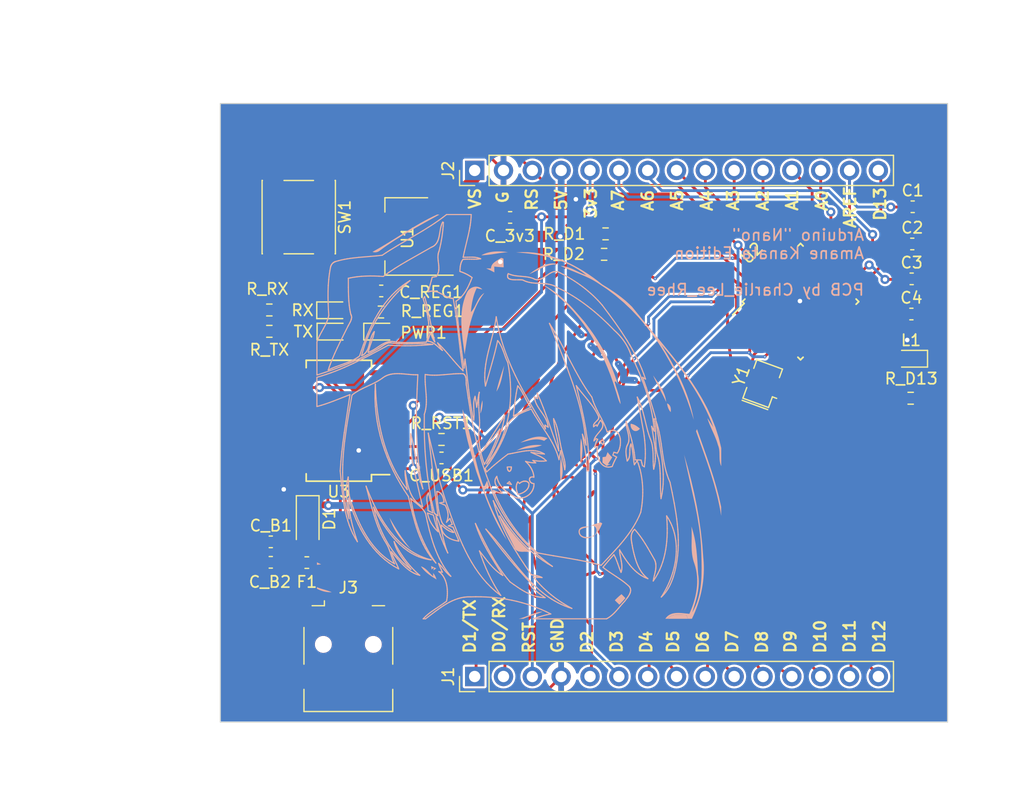
<source format=kicad_pcb>
(kicad_pcb (version 20221018) (generator pcbnew)
  (layers (0 "F.Cu" signal) (31 "B.Cu" signal) (34 "B.Paste" user) (35 "F.Paste" user) (36 "B.SilkS" user "B.Silkscreen") (37 "F.SilkS" user "F.Silkscreen") (38 "B.Mask" user) (39 "F.Mask" user) (44 "Edge.Cuts" user))
  (net 0 "")
  (net 1 "/AREF")
  (net 2 "GND")
  (net 3 "+5V")
  (net 4 "+3.3V")
  (net 5 "VBUS")
  (net 6 "Net-(U3-DTR)")
  (net 7 "/RST")
  (net 8 "Net-(J3-VBUS)")
  (net 9 "/D1{slash}TX")
  (net 10 "/D0{slash}RX")
  (net 11 "/D2")
  (net 12 "/D3")
  (net 13 "/D4")
  (net 14 "/D5")
  (net 15 "/D6")
  (net 16 "/D7")
  (net 17 "/D8")
  (net 18 "/D9")
  (net 19 "/D10")
  (net 20 "/D11{slash}MOSI")
  (net 21 "/D12{slash}MISO")
  (net 22 "VS")
  (net 23 "/A7")
  (net 24 "/A6")
  (net 25 "/A5")
  (net 26 "/A4")
  (net 27 "/A3")
  (net 28 "/A2")
  (net 29 "/A1")
  (net 30 "/A0")
  (net 31 "/D13{slash}SCK")
  (net 32 "Net-(J3-D-)")
  (net 33 "Net-(J3-D+)")
  (net 35 "Net-(L1-A)")
  (net 36 "Net-(PWR1-A)")
  (net 37 "Net-(RX1-K)")
  (net 38 "/RX")
  (net 39 "/TX")
  (net 40 "Net-(U3-CBUS0)")
  (net 41 "Net-(TX1-K)")
  (net 42 "Net-(U3-CBUS1)")
  (net 43 "Net-(U2-XTAL1{slash}PB6)")
  (net 44 "Net-(U2-XTAL2{slash}PB7)")
  (footprint "Capacitor_SMD:C_0603_1608Metric" (layer "F.Cu") (at 150.8128 89.535)
    (fp_text reference "C2")
    (fp_text value "1uF")
  )
  (footprint "Fuse:Fuse_0603_1608Metric" (layer "F.Cu") (at 97.4852 117.602)
    (fp_text reference "F1")
    (fp_text value "Fuse")
  )
  (footprint "Connector_PinHeader_2.54mm:PinHeader_1x15_P2.54mm_Vertical" (layer "F.Cu") (at 112.268 127.635 90)
    (fp_text reference "J1")
    (fp_text value "Conn_01x15")
  )
  (footprint "LED_SMD:LED_0603_1608Metric" (layer "F.Cu") (at 99.8474 95.377)
    (fp_text reference "RX")
    (fp_text value "LED_RX")
  )
  (footprint "Resistor_SMD:R_0603_1608Metric" (layer "F.Cu") (at 94.1832 97.2312 180)
    (fp_text reference "R_TX")
    (fp_text value "1K")
  )
  (footprint "Connector_USB:USB_Mini-B_Lumberg_2486_01_Horizontal" (layer "F.Cu") (at 101.1428 124.8074)
    (fp_text reference "J3")
    (fp_text value "USB_B_Mini")
  )
  (footprint "Resistor_SMD:R_0603_1608Metric" (layer "F.Cu") (at 150.6728 103.124 180)
    (fp_text reference "R_D13")
    (fp_text value "1K")
  )
  (footprint "Crystal:Resonator_SMD_Murata_CSTxExxV-3Pin_3.0x1.1mm" (layer "F.Cu") (at 137.638576 101.838631 70)
    (fp_text reference "Y1")
    (fp_text value "CSTCE16M0V53-R0")
  )
  (footprint "Resistor_SMD:R_0603_1608Metric" (layer "F.Cu") (at 104.013 95.5294 180)
    (fp_text reference "R_REG1")
    (fp_text value "1K")
  )
  (footprint "Package_SO:SSOP-28_5.3x10.2mm_P0.65mm" (layer "F.Cu") (at 100.3046 105.1052 180)
    (fp_text reference "U3")
    (fp_text value "FT232RL")
  )
  (footprint "Resistor_SMD:R_0603_1608Metric" (layer "F.Cu") (at 123.6726 90.4494)
    (fp_text reference "R_D2")
    (fp_text value "1K")
  )
  (footprint "Package_QFP:TQFP-32_7x7mm_P0.8mm" (layer "F.Cu") (at 140.97 94.615 45)
    (fp_text reference "U2")
    (fp_text value "ATmega328P-A")
  )
  (footprint "Resistor_SMD:R_0603_1608Metric" (layer "F.Cu") (at 94.1832 95.3516 180)
    (fp_text reference "R_RX")
    (fp_text value "1K")
  )
  (footprint "Capacitor_SMD:C_0603_1608Metric" (layer "F.Cu") (at 150.7366 95.7072)
    (fp_text reference "C4")
    (fp_text value "1uF")
  )
  (footprint "Capacitor_SMD:C_0603_1608Metric" (layer "F.Cu") (at 150.8506 86.2584)
    (fp_text reference "C1")
    (fp_text value "100nF")
  )
  (footprint "LED_SMD:LED_0603_1608Metric" (layer "F.Cu") (at 150.6728 99.6442 180)
    (fp_text reference "L1")
    (fp_text value "LED_BUILTIN")
  )
  (footprint "Capacitor_SMD:C_0603_1608Metric" (layer "F.Cu") (at 150.762 92.6084)
    (fp_text reference "C3")
    (fp_text value "4.7uF")
  )
  (footprint "Package_TO_SOT_SMD:SOT-223-3_TabPin2" (layer "F.Cu") (at 106.2736 88.8746 180)
    (fp_text reference "U1")
    (fp_text value "AMS1117")
  )
  (footprint "Diode_SMD:D_SOD-123F" (layer "F.Cu") (at 97.5614 113.919 -90)
    (fp_text reference "D1")
    (fp_text value "D")
  )
  (footprint "Capacitor_SMD:C_0603_1608Metric" (layer "F.Cu") (at 115.3922 87.1982)
    (fp_text reference "C_3v3")
    (fp_text value "100nF")
  )
  (footprint "Button_Switch_SMD:SW_Push_1P1T_NO_6x6mm_H9.5mm" (layer "F.Cu") (at 96.774 87.1728 -90)
    (fp_text reference "SW1")
    (fp_text value "SW_DIP_x01")
  )
  (footprint "Resistor_SMD:R_0603_1608Metric" (layer "F.Cu") (at 123.7996 88.646)
    (fp_text reference "R_D1")
    (fp_text value "1K")
  )
  (footprint "Capacitor_SMD:C_0603_1608Metric" (layer "F.Cu") (at 94.3102 117.5766)
    (fp_text reference "C_B2")
    (fp_text value "100nF")
  )
  (footprint "Capacitor_SMD:C_0603_1608Metric" (layer "F.Cu") (at 109.347 108.3818)
    (fp_text reference "C_USB1")
    (fp_text value "100nF")
  )
  (footprint "LED_SMD:LED_0603_1608Metric" (layer "F.Cu") (at 99.8728 97.2566)
    (fp_text reference "TX")
    (fp_text value "LED_TX")
  )
  (footprint "Capacitor_SMD:C_0603_1608Metric" (layer "F.Cu") (at 104.0384 93.6752)
    (fp_text reference "C_REG1")
    (fp_text value "1uF")
  )
  (footprint "LED_SMD:LED_0603_1608Metric" (layer "F.Cu") (at 103.9876 97.2566)
    (fp_text reference "PWR1")
    (fp_text value "LED_PWR")
  )
  (footprint "Resistor_SMD:R_0603_1608Metric" (layer "F.Cu") (at 109.347 106.7562)
    (fp_text reference "R_RST1")
    (fp_text value "1K")
  )
  (footprint "Capacitor_SMD:C_0603_1608Metric" (layer "F.Cu") (at 94.3102 115.7732)
    (fp_text reference "C_B1")
    (fp_text value "4.7uF")
  )
  (footprint "Connector_PinHeader_2.54mm:PinHeader_1x15_P2.54mm_Vertical" (layer "F.Cu") (at 112.268 83.058 90)
    (fp_text reference "J2")
    (fp_text value "Conn_01x15")
  )
  (gr_line (start 118.187587 122.310587) (end 118.381895 122.257201) (stroke (width 0.1)) (layer "B.SilkS"))
  (gr_line (start 116.748888 117.921111) (end 116.239183 117.149194) (stroke (width 0.1)) (layer "B.SilkS"))
  (gr_line (start 116.330244 111.914523) (end 116.258364 111.917448) (stroke (width 0.1)) (layer "B.SilkS"))
  (gr_line (start 125.690738 98.517582) (end 125.609459 98.377509) (stroke (width 0.1)) (layer "B.SilkS"))
  (gr_line (start 111.530918 101.89696) (end 111.526426 101.821989) (stroke (width 0.1)) (layer "B.SilkS"))
  (gr_line (start 129.935152 117.568583) (end 130.00024 117.097637) (stroke (width 0.1)) (layer "B.SilkS"))
  (gr_line (start 117.256138 119.694745) (end 117.274653 119.678571) (stroke (width 0.1)) (layer "B.SilkS"))
  (gr_line (start 104.652737 98.258284) (end 104.616277 98.267197) (stroke (width 0.1)) (layer "B.SilkS"))
  (gr_line (start 115.516889 115.96197) (end 115.291395 115.557767) (stroke (width 0.1)) (layer "B.SilkS"))
  (gr_line (start 127.926816 107.365767) (end 127.949514 107.530971) (stroke (width 0.1)) (layer "B.SilkS"))
  (gr_line (start 104.667045 98.451454) (end 105.155656 98.476931) (stroke (width 0.1)) (layer "B.SilkS"))
  (gr_line (start 124.630975 96.451746) (end 125.171371 97.232324) (stroke (width 0.1)) (layer "B.SilkS"))
  (gr_line (start 112.675987 102.600126) (end 112.645628 102.826015) (stroke (width 0.1)) (layer "B.SilkS"))
  (gr_line (start 128.193093 105.807949) (end 128.203753 106.02764) (stroke (width 0.1)) (layer "B.SilkS"))
  (gr_line (start 102.716203 99.048368) (end 102.756101 98.987903) (stroke (width 0.1)) (layer "B.SilkS"))
  (gr_line (start 116.808713 110.441393) (end 116.781118 110.435228) (stroke (width 0.1)) (layer "B.SilkS"))
  (gr_line (start 110.230044 94.316526) (end 110.158841 94.304517) (stroke (width 0.1)) (layer "B.SilkS"))
  (gr_line (start 109.683564 116.142453) (end 109.623826 115.932487) (stroke (width 0.1)) (layer "B.SilkS"))
  (gr_line (start 109.059627 89.159247) (end 109.033031 89.231154) (stroke (width 0.1)) (layer "B.SilkS"))
  (gr_line (start 111.036559 91.336249) (end 111.02201 91.403951) (stroke (width 0.1)) (layer "B.SilkS"))
  (gr_line (start 100.790908 100.078979) (end 101.148126 99.943095) (stroke (width 0.1)) (layer "B.SilkS"))
  (gr_line (start 128.817895 108.963106) (end 128.768604 108.530099) (stroke (width 0.1)) (layer "B.SilkS"))
  (gr_line (start 116.62485 107.780613) (end 116.831268 107.754869) (stroke (width 0.1)) (layer "B.SilkS"))
  (gr_line (start 108.995757 116.885355) (end 108.850629 116.539538) (stroke (width 0.1)) (layer "B.SilkS"))
  (gr_line (start 123.448052 104.94249) (end 123.63589 105.318881) (stroke (width 0.1)) (layer "B.SilkS"))
  (gr_line (start 103.584114 103.109916) (end 103.63784 103.725791) (stroke (width 0.1)) (layer "B.SilkS"))
  (gr_line (start 109.86549 120.312983) (end 109.864116 120.131108) (stroke (width 0.1)) (layer "B.SilkS"))
  (gr_line (start 109.413358 115.080528) (end 109.307147 114.658145) (stroke (width 0.1)) (layer "B.SilkS"))
  (gr_line (start 114.181551 110.06057) (end 114.147908 110.114719) (stroke (width 0.1)) (layer "B.SilkS"))
  (gr_line (start 128.518082 106.100804) (end 128.586662 106.443611) (stroke (width 0.1)) (layer "B.SilkS"))
  (gr_line (start 120.31343 92.353573) (end 120.568432 92.499389) (stroke (width 0.1)) (layer "B.SilkS"))
  (gr_line (start 125.64258 117.435749) (end 125.511914 117.24642) (stroke (width 0.1)) (layer "B.SilkS"))
  (gr_line (start 107.99419 102.792945) (end 108.006905 103.01293) (stroke (width 0.1)) (layer "B.SilkS"))
  (gr_line (start 105.235908 91.691232) (end 104.720962 92.034328) (stroke (width 0.1)) (layer "B.SilkS"))
  (gr_line (start 111.339839 100.467584) (end 111.37556 100.070709) (stroke (width 0.1)) (layer "B.SilkS"))
  (gr_line (start 115.977678 110.687939) (end 115.966894 110.721915) (stroke (width 0.1)) (layer "B.SilkS"))
  (gr_line (start 106.984138 112.257371) (end 106.893115 112.181136) (stroke (width 0.1)) (layer "B.SilkS"))
  (gr_poly (pts (xy 129.223099 103.627201) (xy 129.230284 103.680242) (xy 129.239306 103.732848) (xy 129.250184 103.784959) (xy 129.262939 103.836511) (xy 129.277588 103.887444) (xy 129.294152 103.937694) (xy 129.312651 103.9872) (xy 129.333102 104.0359) (xy 129.355526 104.083732) (xy 129.379943 104.130633) (xy 129.406371 104.176543) (xy 129.43483 104.221398) (xy 129.465339 104.265137) (xy 129.497918 104.307697) (xy 129.532585 104.349018) (xy 129.540851 104.291623) (xy 129.546621 104.233774) (xy 129.549631 104.175825) (xy 129.549618 104.118127) (xy 129.546319 104.061034) (xy 129.539469 104.004899) (xy 129.528805 103.950073) (xy 129.514065 103.89691) (xy 129.494983 103.845763) (xy 129.483732 103.821055) (xy 129.471297 103.796984) (xy 129.457645 103.773592) (xy 129.442744 103.750925) (xy 129.426559 103.729026) (xy 129.409058 103.70794) (xy 129.390209 103.68771) (xy 129.369978 103.668381) (xy 129.348332 103.649996) (xy 129.325239 103.632601) (xy 129.300665 103.616238) (xy 129.274578 103.600952) (xy 129.246944 103.586787) (xy 129.217731 103.573788)) (fill solid) (layer "B.SilkS"))
  (gr_line (start 108.351704 93.115144) (end 108.440547 92.79413) (stroke (width 0.1)) (layer "B.SilkS"))
  (gr_line (start 126.752225 113.514981) (end 126.894694 113.178167) (stroke (width 0.1)) (layer "B.SilkS"))
  (gr_line (start 117.226904 111.443928) (end 117.182464 111.496734) (stroke (width 0.1)) (layer "B.SilkS"))
  (gr_line (start 108.106764 95.162606) (end 108.317314 96.162152) (stroke (width 0.1)) (layer "B.SilkS"))
  (gr_line (start 129.838833 118.036045) (end 129.935152 117.568583) (stroke (width 0.1)) (layer "B.SilkS"))
  (gr_line (start 116.984628 110.537182) (end 116.961838 110.517523) (stroke (width 0.1)) (layer "B.SilkS"))
  (gr_line (start 122.160528 109.321485) (end 122.157724 109.116907) (stroke (width 0.1)) (layer "B.SilkS"))
  (gr_line (start 107.469503 112.551405) (end 107.572089 112.619243) (stroke (width 0.1)) (layer "B.SilkS"))
  (gr_line (start 117.183552 110.509046) (end 117.207474 110.534194) (stroke (width 0.1)) (layer "B.SilkS"))
  (gr_line (start 116.638462 110.429481) (end 116.609487 110.433011) (stroke (width 0.1)) (layer "B.SilkS"))
  (gr_line (start 116.901216 92.443019) (end 117.041159 92.467497) (stroke (width 0.1)) (layer "B.SilkS"))
  (gr_line (start 113.332248 116.166365) (end 113.689343 116.827105) (stroke (width 0.1)) (layer "B.SilkS"))
  (gr_line (start 110.376762 94.326605) (end 110.302646 94.32402) (stroke (width 0.1)) (layer "B.SilkS"))
  (gr_line (start 122.885549 107.261792) (end 122.913273 107.17187) (stroke (width 0.1)) (layer "B.SilkS"))
  (gr_poly (pts (xy 130.936469 109.163881) (xy 131.176144 110.238849) (xy 131.655867 112.391358) (xy 131.868381 113.472186) (xy 132.044308 114.558254) (xy 132.11425 115.103766) (xy 132.169882 115.651205) (xy 132.209484 116.200776) (xy 132.231336 116.752684) (xy 132.249738 117.419806) (xy 132.258993 118.09561) (xy 132.24673 118.774143) (xy 132.228663 119.112572) (xy 132.200578 119.44945) (xy 132.160927 119.784035) (xy 132.108165 120.11558) (xy 132.040745 120.443343) (xy 131.95712 120.766579) (xy 131.855744 121.084544) (xy 131.735071 121.396494) (xy 131.593555 121.701685) (xy 131.429648 121.999372) (xy 131.562958 121.588064) (xy 131.690469 121.172012) (xy 131.805393 120.751681) (xy 131.856012 120.540056) (xy 131.900937 120.327536) (xy 131.939321 120.114179) (xy 131.970313 119.900043) (xy 131.993065 119.685186) (xy 132.006729 119.469666) (xy 132.010456 119.253541) (xy 132.003396 119.03687) (xy 131.984702 118.819711) (xy 131.953523 118.602121) (xy 131.891346 117.543623) (xy 131.852692 117.013196) (xy 131.801388 116.484132) (xy 131.731728 115.958046) (xy 131.688232 115.696622) (xy 131.638008 115.436547) (xy 131.580342 115.178023) (xy 131.514522 114.92125) (xy 131.439834 114.666431) (xy 131.355565 114.413767) (xy 131.371939 114.621332) (xy 131.381382 114.829215) (xy 131.385496 115.245468) (xy 131.376732 116.076673) (xy 131.379773 116.283525) (xy 131.387914 116.489764) (xy 131.40266 116.695275) (xy 131.425514 116.899941) (xy 131.45798 117.103645) (xy 131.501561 117.306272) (xy 131.557762 117.507705) (xy 131.628086 117.707828) (xy 131.711373 117.983742) (xy 131.776211 118.261531) (xy 131.823376 118.540778) (xy 131.853643 118.821063) (xy 131.867787 119.101968) (xy 131.866583 119.383075) (xy 131.850806 119.663964) (xy 131.821232 119.944218) (xy 131.778635 120.223418) (xy 131.72379 120.501145) (xy 131.657474 120.776981) (xy 131.580461 121.050507) (xy 131.493525 121.321304) (xy 131.397443 121.588954) (xy 131.29299 121.853038) (xy 131.18094 122.113138) (xy 130.612416 122.054475) (xy 130.464937 122.042047) (xy 130.317365 122.03384) (xy 130.170723 122.031517) (xy 130.026034 122.036739) (xy 129.884321 122.051171) (xy 129.746609 122.076473) (xy 129.679572 122.093721) (xy 129.613919 122.11431) (xy 129.549778 122.138448) (xy 129.487276 122.166344) (xy 129.426541 122.198204) (xy 129.367702 122.234237) (xy 129.310886 122.27465) (xy 129.25622 122.319652) (xy 129.203834 122.36945) (xy 129.153855 122.424252) (xy 129.10641 122.484266) (xy 129.061628 122.5497) (xy 129.273294 122.5497) (xy 129.312528 122.504274) (xy 129.353287 122.462649) (xy 129.395501 122.424671) (xy 129.439098 122.39019) (xy 129.484007 122.359051) (xy 129.530156 122.331102) (xy 129.577475 122.306191) (xy 129.625893 122.284165) (xy 129.675337 122.264871) (xy 129.725737 122.248157) (xy 129.777022 122.233871) (xy 129.829121 122.221858) (xy 129.935473 122.204048) (xy 130.044224 122.193504) (xy 130.154804 122.189006) (xy 130.266644 122.189334) (xy 130.379174 122.193266) (xy 130.491824 122.199582) (xy 130.715206 122.214481) (xy 130.824798 122.220622) (xy 130.932232 122.224264) (xy 130.984156 122.386983) (xy 131.010738 122.468342) (xy 131.038065 122.5497) (xy 131.405836 122.5497) (xy 131.551741 122.237951) (xy 131.687679 121.922012) (xy 131.813415 121.602159) (xy 131.928718 121.278666) (xy 132.033355 120.95181) (xy 132.127094 120.621864) (xy 132.209701 120.289105) (xy 132.280945 119.953808) (xy 132.340593 119.616246) (xy 132.388411 119.276697) (xy 132.424169 118.935434) (xy 132.447633 118.592734) (xy 132.45857 118.24887) (xy 132.456748 117.904119) (xy 132.441935 117.558756) (xy 132.413898 117.213055) (xy 132.411252 117.213058) (xy 132.32427 116.052948) (xy 132.197601 114.896838) (xy 132.033229 113.745502) (xy 131.833138 112.599717) (xy 131.599312 111.460257) (xy 131.333737 110.327897) (xy 131.038396 109.203413) (xy 130.715273 108.08758)) (fill solid) (layer "B.SilkS"))
  (gr_line (start 116.089962 116.535341) (end 116.126314 116.549037) (stroke (width 0.1)) (layer "B.SilkS"))
  (gr_line (start 125.927317 108.02319) (end 125.918805 108.120896) (stroke (width 0.1)) (layer "B.SilkS"))
  (gr_line (start 103.987937 117.012966) (end 103.645256 116.666574) (stroke (width 0.1)) (layer "B.SilkS"))
  (gr_line (start 104.468822 101.149545) (end 104.37852 101.195223) (stroke (width 0.1)) (layer "B.SilkS"))
  (gr_line (start 108.013794 103.451678) (end 108.004277 103.670245) (stroke (width 0.1)) (layer "B.SilkS"))
  (gr_line (start 121.319874 103.111924) (end 121.114627 102.439526) (stroke (width 0.1)) (layer "B.SilkS"))
  (gr_line (start 112.637772 102.762545) (end 112.675987 102.600126) (stroke (width 0.1)) (layer "B.SilkS"))
  (gr_line (start 113.33685 108.575341) (end 113.535262 108.197344) (stroke (width 0.1)) (layer "B.SilkS"))
  (gr_line (start 112.544018 114.764492) (end 112.432788 114.460234) (stroke (width 0.1)) (layer "B.SilkS"))
  (gr_line (start 114.080342 110.273615) (end 114.06814 110.325432) (stroke (width 0.1)) (layer "B.SilkS"))
  (gr_line (start 115.147205 109.180315) (end 115.148687 109.225949) (stroke (width 0.1)) (layer "B.SilkS"))
  (gr_line (start 124.511919 108.814379) (end 124.466888 108.919199) (stroke (width 0.1)) (layer "B.SilkS"))
  (gr_line (start 115.031806 106.046845) (end 114.926806 106.31661) (stroke (width 0.1)) (layer "B.SilkS"))
  (gr_line (start 113.15697 101.276531) (end 113.165618 100.891246) (stroke (width 0.1)) (layer "B.SilkS"))
  (gr_line (start 106.17474 110.135151) (end 106.153015 109.926229) (stroke (width 0.1)) (layer "B.SilkS"))
  (gr_line (start 100.986971 113.543286) (end 100.891833 113.149305) (stroke (width 0.1)) (layer "B.SilkS"))
  (gr_line (start 107.612487 117.085298) (end 107.877737 117.189504) (stroke (width 0.1)) (layer "B.SilkS"))
  (gr_line (start 101.451013 112.862109) (end 101.297914 112.397739) (stroke (width 0.1)) (layer "B.SilkS"))
  (gr_line (start 128.22348 117.728523) (end 128.214877 117.669565) (stroke (width 0.1)) (layer "B.SilkS"))
  (gr_line (start 114.958782 114.553873) (end 115.13365 114.899289) (stroke (width 0.1)) (layer "B.SilkS"))
  (gr_line (start 116.781118 110.435228) (end 116.753117 110.430799) (stroke (width 0.1)) (layer "B.SilkS"))
  (gr_line (start 105.493995 116.588267) (end 105.412842 116.428488) (stroke (width 0.1)) (layer "B.SilkS"))
  (gr_line (start 123.252368 104.569945) (end 123.448052 104.94249) (stroke (width 0.1)) (layer "B.SilkS"))
  (gr_line (start 126.78565 118.142691) (end 126.882852 118.307643) (stroke (width 0.1)) (layer "B.SilkS"))
  (gr_line (start 110.928743 97.532032) (end 111.119532 99.003032) (stroke (width 0.1)) (layer "B.SilkS"))
  (gr_line (start 109.249281 114.450566) (end 109.186519 114.246429) (stroke (width 0.1)) (layer "B.SilkS"))
  (gr_line (start 113.933144 106.604091) (end 113.745233 106.864214) (stroke (width 0.1)) (layer "B.SilkS"))
  (gr_line (start 113.745233 106.864214) (end 113.551493 107.119501) (stroke (width 0.1)) (layer "B.SilkS"))
  (gr_line (start 115.166356 92.387746) (end 115.168564 92.336502) (stroke (width 0.1)) (layer "B.SilkS"))
  (gr_line (start 130.182988 116.538678) (end 130.143667 117.003296) (stroke (width 0.1)) (layer "B.SilkS"))
  (gr_line (start 129.821439 118.669263) (end 129.765305 118.852662) (stroke (width 0.1)) (layer "B.SilkS"))
  (gr_line (start 100.679579 111.944542) (end 100.581136 111.132271) (stroke (width 0.1)) (layer "B.SilkS"))
  (gr_poly (pts (xy 123.11458 114.134963) (xy 122.98651 114.170744) (xy 122.859464 114.209377) (xy 122.796586 114.230345) (xy 122.734278 114.252723) (xy 122.672644 114.276745) (xy 122.611789 114.302642) (xy 122.551818 114.330648) (xy 122.492835 114.360995) (xy 122.434945 114.393915) (xy 122.378252 114.429642) (xy 122.433557 114.403946) (xy 122.486352 114.38376) (xy 122.536626 114.368855) (xy 122.584364 114.359005) (xy 122.629553 114.353982) (xy 122.672182 114.353559) (xy 122.712236 114.357509) (xy 122.749702 114.365604) (xy 122.784568 114.377618) (xy 122.81682 114.393322) (xy 122.846446 114.412491) (xy 122.873431 114.434897) (xy 122.897764 114.460312) (xy 122.919431 114.488509) (xy 122.938418 114.519262) (xy 122.954713 114.552342) (xy 122.968303 114.587523) (xy 122.979175 114.624577) (xy 122.987315 114.663278) (xy 122.992711 114.703397) (xy 122.995349 114.744709) (xy 122.995217 114.786985) (xy 122.992301 114.829998) (xy 122.986588 114.873522) (xy 122.978065 114.917328) (xy 122.966719 114.96119) (xy 122.952537 115.004881) (xy 122.935506 115.048173) (xy 122.915612 115.090838) (xy 122.892844 115.132651) (xy 122.867187 115.173384) (xy 122.838628 115.212809) (xy 122.89876 115.158831) (xy 122.955303 115.102205) (xy 123.008513 115.043138) (xy 123.058645 114.981835) (xy 123.105956 114.918501) (xy 123.150702 114.853342) (xy 123.193137 114.786562) (xy 123.233518 114.718368) (xy 123.272101 114.648964) (xy 123.309142 114.578557) (xy 123.379618 114.435553) (xy 123.51235 114.148626) (xy 123.480201 114.130002) (xy 123.440886 114.106852) (xy 123.402066 114.083701) (xy 123.37044 114.064518)) (fill solid) (layer "B.SilkS"))
  (gr_line (start 117.295532 110.596848) (end 117.330174 110.612479) (stroke (width 0.1)) (layer "B.SilkS"))
  (gr_line (start 108.684122 98.296104) (end 108.761956 98.351748) (stroke (width 0.1)) (layer "B.SilkS"))
  (gr_line (start 101.621065 113.323192) (end 101.451013 112.862109) (stroke (width 0.1)) (layer "B.SilkS"))
  (gr_line (start 112.654778 106.884721) (end 112.672399 107.060568) (stroke (width 0.1)) (layer "B.SilkS"))
  (gr_line (start 108.53509 113.002811) (end 108.496947 112.780349) (stroke (width 0.1)) (layer "B.SilkS"))
  (gr_line (start 107.354986 116.969472) (end 107.612487 117.085298) (stroke (width 0.1)) (layer "B.SilkS"))
  (gr_line (start 111.833586 88.13532) (end 111.788968 88.37008) (stroke (width 0.1)) (layer "B.SilkS"))
  (gr_line (start 123.057657 106.825824) (end 123.07992 106.784422) (stroke (width 0.1)) (layer "B.SilkS"))
  (gr_line (start 114.492436 113.894405) (end 114.32345 113.466134) (stroke (width 0.1)) (layer "B.SilkS"))
  (gr_line (start 109.167782 114.951654) (end 109.234764 115.157919) (stroke (width 0.1)) (layer "B.SilkS"))
  (gr_line (start 107.97827 117.282656) (end 107.759517 117.226743) (stroke (width 0.1)) (layer "B.SilkS"))
  (gr_line (start 113.706062 119.772765) (end 114.122426 120.146811) (stroke (width 0.1)) (layer "B.SilkS"))
  (gr_line (start 103.145526 99.267694) (end 104.667045 98.451454) (stroke (width 0.1)) (layer "B.SilkS"))
  (gr_line (start 98.558294 97.715981) (end 98.630039 97.57217) (stroke (width 0.1)) (layer "B.SilkS"))
  (gr_line (start 106.635549 111.939913) (end 106.701668 112.320816) (stroke (width 0.1)) (layer "B.SilkS"))
  (gr_line (start 108.150229 97.70582) (end 108.192077 97.466854) (stroke (width 0.1)) (layer "B.SilkS"))
  (gr_line (start 106.02885 117.675486) (end 106.333341 117.945116) (stroke (width 0.1)) (layer "B.SilkS"))
  (gr_line (start 122.720261 103.431969) (end 122.795784 103.626915) (stroke (width 0.1)) (layer "B.SilkS"))
  (gr_line (start 109.678686 119.152131) (end 109.644583 119.070241) (stroke (width 0.1)) (layer "B.SilkS"))
  (gr_line (start 123.048017 104.451523) (end 122.94844 104.273487) (stroke (width 0.1)) (layer "B.SilkS"))
  (gr_line (start 103.271206 96.547302) (end 103.510579 96.093505) (stroke (width 0.1)) (layer "B.SilkS"))
  (gr_poly (pts (xy 104.836096 113.847607) (xy 104.910427 114.044017) (xy 104.992888 114.23808) (xy 105.083144 114.429518) (xy 105.180857 114.618058) (xy 105.28569 114.803423) (xy 105.397305 114.985339) (xy 105.515366 115.16353) (xy 105.639535 115.337721) (xy 105.769475 115.507638) (xy 105.904848 115.673004) (xy 106.045318 115.833545) (xy 106.190548 115.988986) (xy 106.3402 116.139051) (xy 106.493937 116.283465) (xy 106.651422 116.421953) (xy 106.516116 116.261083) (xy 106.383934 116.09803) (xy 106.12829 115.765828) (xy 105.883189 115.426247) (xy 105.647328 115.080186) (xy 105.419404 114.728544) (xy 105.198115 114.372219) (xy 104.982159 114.012113) (xy 104.770234 113.649122)) (fill solid) (layer "B.SilkS"))
  (gr_line (start 125.83556 106.441055) (end 125.812016 106.3135) (stroke (width 0.1)) (layer "B.SilkS"))
  (gr_line (start 128.165895 108.676752) (end 128.182222 108.441175) (stroke (width 0.1)) (layer "B.SilkS"))
  (gr_line (start 112.207667 103.341185) (end 112.229982 103.211515) (stroke (width 0.1)) (layer "B.SilkS"))
  (gr_line (start 105.103413 117.124699) (end 105.146002 117.218737) (stroke (width 0.1)) (layer "B.SilkS"))
  (gr_line (start 117.052229 110.711044) (end 117.051321 110.660729) (stroke (width 0.1)) (layer "B.SilkS"))
  (gr_line (start 115.780673 117.661906) (end 116.200935 118.171756) (stroke (width 0.1)) (layer "B.SilkS"))
  (gr_line (start 125.929776 120.348451) (end 125.909451 120.391364) (stroke (width 0.1)) (layer "B.SilkS"))
  (gr_line (start 119.399794 91.958945) (end 119.4762 91.962997) (stroke (width 0.1)) (layer "B.SilkS"))
  (gr_line (start 125.238918 97.846751) (end 125.135935 97.721561) (stroke (width 0.1)) (layer "B.SilkS"))
  (gr_line (start 116.988601 104.173769) (end 116.721382 104.27936) (stroke (width 0.1)) (layer "B.SilkS"))
  (gr_line (start 125.386209 117.054719) (end 125.265045 116.861859) (stroke (width 0.1)) (layer "B.SilkS"))
  (gr_line (start 107.337854 117.083752) (end 107.134764 116.99751) (stroke (width 0.1)) (layer "B.SilkS"))
  (gr_line (start 103.251931 97.949268) (end 103.17315 98.17497) (stroke (width 0.1)) (layer "B.SilkS"))
  (gr_line (start 108.717159 116.188457) (end 108.594294 115.83285) (stroke (width 0.1)) (layer "B.SilkS"))
  (gr_line (start 110.428635 114.634792) (end 110.368829 114.479923) (stroke (width 0.1)) (layer "B.SilkS"))
  (gr_line (start 123.545243 105.599838) (end 123.554243 105.54423) (stroke (width 0.1)) (layer "B.SilkS"))
  (gr_line (start 116.874563 115.869773) (end 117.173035 116.170862) (stroke (width 0.1)) (layer "B.SilkS"))
  (gr_line (start 115.989565 116.478824) (end 116.021476 116.500426) (stroke (width 0.1)) (layer "B.SilkS"))
  (gr_line (start 122.029131 117.49964) (end 122.727212 117.65469) (stroke (width 0.1)) (layer "B.SilkS"))
  (gr_line (start 108.812807 113.33594) (end 108.834059 113.350721) (stroke (width 0.1)) (layer "B.SilkS"))
  (gr_line (start 116.264661 111.544042) (end 116.355226 111.512553) (stroke (width 0.1)) (layer "B.SilkS"))
  (gr_line (start 105.103117 109.51385) (end 104.8247 108.918036) (stroke (width 0.1)) (layer "B.SilkS"))
  (gr_line (start 115.321829 110.66893) (end 115.412036 110.691544) (stroke (width 0.1)) (layer "B.SilkS"))
  (gr_line (start 118.854003 96.527933) (end 119.102314 96.925485) (stroke (width 0.1)) (layer "B.SilkS"))
  (gr_line (start 117.375536 107.909879) (end 117.226821 107.891792) (stroke (width 0.1)) (layer "B.SilkS"))
  (gr_line (start 117.046918 116.620403) (end 116.682677 116.267268) (stroke (width 0.1)) (layer "B.SilkS"))
  (gr_line (start 130.161525 114.677107) (end 130.190703 115.142531) (stroke (width 0.1)) (layer "B.SilkS"))
  (gr_line (start 126.478661 117.433081) (end 126.544555 117.616241) (stroke (width 0.1)) (layer "B.SilkS"))
  (gr_line (start 107.284388 114.56218) (end 107.415077 114.924743) (stroke (width 0.1)) (layer "B.SilkS"))
  (gr_line (start 129.559791 118.951167) (end 129.713106 118.497685) (stroke (width 0.1)) (layer "B.SilkS"))
  (gr_line (start 108.690355 98.064243) (end 108.659776 98.015914) (stroke (width 0.1)) (layer "B.SilkS"))
  (gr_line (start 109.083016 90.304259) (end 109.104358 90.234328) (stroke (width 0.1)) (layer "B.SilkS"))
  (gr_line (start 116.20268 116.569865) (end 116.283186 116.583221) (stroke (width 0.1)) (layer "B.SilkS"))
  (gr_line (start 117.986299 92.662924) (end 118.058354 92.64063) (stroke (width 0.1)) (layer "B.SilkS"))
  (gr_line (start 107.990962 94.66522) (end 108.106764 95.162606) (stroke (width 0.1)) (layer "B.SilkS"))
  (gr_line (start 112.628362 106.179937) (end 112.628193 106.356125) (stroke (width 0.1)) (layer "B.SilkS"))
  (gr_line (start 115.990101 110.654211) (end 115.977678 110.687939) (stroke (width 0.1)) (layer "B.SilkS"))
  (gr_line (start 124.424958 109.02526) (end 124.386439 109.132685) (stroke (width 0.1)) (layer "B.SilkS"))
  (gr_line (start 125.182508 117.473341) (end 125.203656 117.597232) (stroke (width 0.1)) (layer "B.SilkS"))
  (gr_line (start 109.048564 114.88209) (end 108.830612 114.154816) (stroke (width 0.1)) (layer "B.SilkS"))
  (gr_line (start 117.632431 118.729924) (end 117.512986 118.709036) (stroke (width 0.1)) (layer "B.SilkS"))
  (gr_line (start 125.905099 108.21685) (end 125.884564 108.310579) (stroke (width 0.1)) (layer "B.SilkS"))
  (gr_line (start 115.932107 102.685788) (end 115.878766 103.015918) (stroke (width 0.1)) (layer "B.SilkS"))
  (gr_line (start 124.144845 118.438451) (end 124.741646 118.834623) (stroke (width 0.1)) (layer "B.SilkS"))
  (gr_line (start 107.1991 107.359084) (end 107.146194 106.098908) (stroke (width 0.1)) (layer "B.SilkS"))
  (gr_line (start 109.335217 114.377178) (end 109.338321 114.45691) (stroke (width 0.1)) (layer "B.SilkS"))
  (gr_line (start 108.37586 113.323364) (end 108.244395 113.276111) (stroke (width 0.1)) (layer "B.SilkS"))
  (gr_line (start 125.756315 120.641918) (end 125.698239 120.721845) (stroke (width 0.1)) (layer "B.SilkS"))
  (gr_line (start 118.114029 108.291794) (end 118.198124 108.339959) (stroke (width 0.1)) (layer "B.SilkS"))
  (gr_line (start 116.056301 111.523632) (end 116.083829 111.59067) (stroke (width 0.1)) (layer "B.SilkS"))
  (gr_line (start 108.524392 97.162691) (end 108.635852 97.661317) (stroke (width 0.1)) (layer "B.SilkS"))
  (gr_line (start 102.185186 114.249391) (end 102.379403 114.630798) (stroke (width 0.1)) (layer "B.SilkS"))
  (gr_line (start 110.36867 114.876892) (end 110.398781 114.912937) (stroke (width 0.1)) (layer "B.SilkS"))
  (gr_line (start 99.339168 96.136831) (end 99.383244 95.983598) (stroke (width 0.1)) (layer "B.SilkS"))
  (gr_line (start 117.913372 92.678507) (end 117.986299 92.662924) (stroke (width 0.1)) (layer "B.SilkS"))
  (gr_line (start 128.098547 117.321539) (end 127.705971 116.631969) (stroke (width 0.1)) (layer "B.SilkS"))
  (gr_line (start 104.321558 115.641926) (end 104.159418 115.345139) (stroke (width 0.1)) (layer "B.SilkS"))
  (gr_line (start 115.98481 121.015558) (end 115.539437 120.916232) (stroke (width 0.1)) (layer "B.SilkS"))
  (gr_line (start 129.203978 113.85614) (end 129.221538 114.229563) (stroke (width 0.1)) (layer "B.SilkS"))
  (gr_line (start 122.32039 102.649652) (end 122.595211 103.031391) (stroke (width 0.1)) (layer "B.SilkS"))
  (gr_line (start 111.62245 120.622525) (end 111.480785 120.633104) (stroke (width 0.1)) (layer "B.SilkS"))
  (gr_line (start 122.023141 106.55081) (end 121.933779 105.851437) (stroke (width 0.1)) (layer "B.SilkS"))
  (gr_line (start 124.111879 109.186006) (end 124.027334 109.186811) (stroke (width 0.1)) (layer "B.SilkS"))
  (gr_line (start 108.334111 113.916955) (end 108.388028 114.025066) (stroke (width 0.1)) (layer "B.SilkS"))
  (gr_line (start 123.563585 107.209166) (end 123.591407 107.142152) (stroke (width 0.1)) (layer "B.SilkS"))
  (gr_line (start 125.948078 120.305314) (end 125.929776 120.348451) (stroke (width 0.1)) (layer "B.SilkS"))
  (gr_line (start 114.433579 118.523281) (end 114.586139 118.633666) (stroke (width 0.1)) (layer "B.SilkS"))
  (gr_line (start 107.25126 118.565931) (end 107.4293 118.721182) (stroke (width 0.1)) (layer "B.SilkS"))
  (gr_line (start 112.641483 106.708626) (end 112.654778 106.884721) (stroke (width 0.1)) (layer "B.SilkS"))
  (gr_line (start 116.037311 114.910308) (end 116.306577 115.239023) (stroke (width 0.1)) (layer "B.SilkS"))
  (gr_line (start 114.122426 120.146811) (end 114.341369 120.323861) (stroke (width 0.1)) (layer "B.SilkS"))
  (gr_line (start 119.281233 105.458051) (end 119.254964 105.280528) (stroke (width 0.1)) (layer "B.SilkS"))
  (gr_line (start 112.694264 107.236058) (end 112.720292 107.411084) (stroke (width 0.1)) (layer "B.SilkS"))
  (gr_line (start 122.737429 105.555875) (end 122.741007 105.518709) (stroke (width 0.1)) (layer "B.SilkS"))
  (gr_line (start 107.50909 110.512783) (end 107.600806 110.809903) (stroke (width 0.1)) (layer "B.SilkS"))
  (gr_line (start 120.233158 109.221393) (end 120.222891 109.321055) (stroke (width 0.1)) (layer "B.SilkS"))
  (gr_line (start 114.27087 120.037611) (end 114.129579 119.804621) (stroke (width 0.1)) (layer "B.SilkS"))
  (gr_line (start 108.973088 111.351256) (end 108.9295 111.344612) (stroke (width 0.1)) (layer "B.SilkS"))
  (gr_line (start 106.701668 112.320816) (end 106.776186 112.700274) (stroke (width 0.1)) (layer "B.SilkS"))
  (gr_line (start 102.599124 98.405256) (end 102.44411 98.883125) (stroke (width 0.1)) (layer "B.SilkS"))
  (gr_line (start 104.987986 94.035688) (end 105.347525 93.680059) (stroke (width 0.1)) (layer "B.SilkS"))
  (gr_line (start 107.670685 98.317013) (end 107.212775 98.315132) (stroke (width 0.1)) (layer "B.SilkS"))
  (gr_line (start 121.069384 92.80912) (end 121.314712 92.972935) (stroke (width 0.1)) (layer "B.SilkS"))
  (gr_line (start 110.34646 114.93517) (end 110.307094 114.925284) (stroke (width 0.1)) (layer "B.SilkS"))
  (gr_line (start 101.310084 96.406593) (end 101.276101 96.472394) (stroke (width 0.1)) (layer "B.SilkS"))
  (gr_line (start 117.444103 107.739556) (end 117.644614 107.761732) (stroke (width 0.1)) (layer "B.SilkS"))
  (gr_line (start 125.029215 97.599417) (end 124.918961 97.480343) (stroke (width 0.1)) (layer "B.SilkS"))
  (gr_line (start 104.013178 116.833049) (end 104.169531 116.974218) (stroke (width 0.1)) (layer "B.SilkS"))
  (gr_line (start 125.337964 97.974964) (end 125.238918 97.846751) (stroke (width 0.1)) (layer "B.SilkS"))
  (gr_line (start 125.081547 118.272045) (end 125.007841 118.074399) (stroke (width 0.1)) (layer "B.SilkS"))
  (gr_line (start 105.146002 117.218737) (end 105.234911 117.405211) (stroke (width 0.1)) (layer "B.SilkS"))
  (gr_line (start 111.322125 93.921622) (end 111.224991 94.046416) (stroke (width 0.1)) (layer "B.SilkS"))
  (gr_line (start 109.035325 113.469213) (end 108.803939 111.653428) (stroke (width 0.1)) (layer "B.SilkS"))
  (gr_line (start 107.135455 104.836127) (end 107.157521 103.572757) (stroke (width 0.1)) (layer "B.SilkS"))
  (gr_line (start 126.518365 108.717706) (end 126.457139 108.805928) (stroke (width 0.1)) (layer "B.SilkS"))
  (gr_line (start 114.1892 105.828584) (end 114.437903 105.423188) (stroke (width 0.1)) (layer "B.SilkS"))
  (gr_line (start 114.042126 96.709647) (end 114.112631 96.329501) (stroke (width 0.1)) (layer "B.SilkS"))
  (gr_line (start 128.537713 108.861783) (end 128.565443 109.081953) (stroke (width 0.1)) (layer "B.SilkS"))
  (gr_line (start 116.037699 110.554716) (end 116.020061 110.587578) (stroke (width 0.1)) (layer "B.SilkS"))
  (gr_line (start 109.680317 114.384921) (end 109.756966 114.438262) (stroke (width 0.1)) (layer "B.SilkS"))
  (gr_line (start 114.514018 106.27237) (end 114.414162 106.541606) (stroke (width 0.1)) (layer "B.SilkS"))
  (gr_line (start 128.259818 107.563955) (end 128.289872 107.780887) (stroke (width 0.1)) (layer "B.SilkS"))
  (gr_line (start 118.4782 92.408772) (end 118.615881 92.312464) (stroke (width 0.1)) (layer "B.SilkS"))
  (gr_line (start 114.207568 111.37005) (end 114.108747 111.331541) (stroke (width 0.1)) (layer "B.SilkS"))
  (gr_line (start 104.051899 98.419049) (end 104.196812 98.336018) (stroke (width 0.1)) (layer "B.SilkS"))
  (gr_line (start 124.531964 116.903496) (end 124.28586 117.176843) (stroke (width 0.1)) (layer "B.SilkS"))
  (gr_line (start 104.720962 92.034328) (end 104.468512 92.213253) (stroke (width 0.1)) (layer "B.SilkS"))
  (gr_line (start 119.45858 106.339347) (end 119.382192 105.987565) (stroke (width 0.1)) (layer "B.SilkS"))
  (gr_line (start 115.311237 105.224791) (end 115.223979 105.500741) (stroke (width 0.1)) (layer "B.SilkS"))
  (gr_line (start 128.902503 108.51874) (end 128.964489 108.861926) (stroke (width 0.1)) (layer "B.SilkS"))
  (gr_line (start 114.471435 118.105828) (end 114.685038 118.413368) (stroke (width 0.1)) (layer "B.SilkS"))
  (gr_line (start 117.382031 109.585646) (end 117.413973 109.680829) (stroke (width 0.1)) (layer "B.SilkS"))
  (gr_line (start 126.989613 108.812872) (end 127.020577 108.935613) (stroke (width 0.1)) (layer "B.SilkS"))
  (gr_line (start 117.913207 105.167119) (end 117.569616 104.626795) (stroke (width 0.1)) (layer "B.SilkS"))
  (gr_line (start 111.661749 92.251657) (end 111.727472 92.288967) (stroke (width 0.1)) (layer "B.SilkS"))
  (gr_line (start 106.901212 111.985219) (end 106.967807 112.074893) (stroke (width 0.1)) (layer "B.SilkS"))
  (gr_line (start 109.199847 113.474163) (end 109.243269 113.633525) (stroke (width 0.1)) (layer "B.SilkS"))
  (gr_line (start 101.240621 96.537614) (end 101.169049 96.666278) (stroke (width 0.1)) (layer "B.SilkS"))
  (gr_line (start 110.536196 120.864863) (end 110.279903 120.973893) (stroke (width 0.1)) (layer "B.SilkS"))
  (gr_line (start 128.560669 118.247175) (end 128.395542 118.581856) (stroke (width 0.1)) (layer "B.SilkS"))
  (gr_line (start 109.160922 111.417451) (end 109.127181 111.400107) (stroke (width 0.1)) (layer "B.SilkS"))
  (gr_line (start 104.336372 94.808752) (end 104.651313 94.412572) (stroke (width 0.1)) (layer "B.SilkS"))
  (gr_line (start 108.468913 121.915831) (end 108.733693 121.730158) (stroke (width 0.1)) (layer "B.SilkS"))
  (gr_line (start 122.25448 93.68668) (end 122.477484 93.879485) (stroke (width 0.1)) (layer "B.SilkS"))
  (gr_line (start 105.745421 116.775532) (end 105.87389 116.971653) (stroke (width 0.1)) (layer "B.SilkS"))
  (gr_line (start 127.419394 118.975326) (end 127.314184 118.931699) (stroke (width 0.1)) (layer "B.SilkS"))
  (gr_line (start 118.376202 119.885002) (end 118.179528 119.6925) (stroke (width 0.1)) (layer "B.SilkS"))
  (gr_line (start 121.506881 103.788911) (end 121.319874 103.111924) (stroke (width 0.1)) (layer "B.SilkS"))
  (gr_line (start 115.456905 114.671065) (end 115.762636 115.061879) (stroke (width 0.1)) (layer "B.SilkS"))
  (gr_line (start 121.325778 117.361705) (end 122.029131 117.49964) (stroke (width 0.1)) (layer "B.SilkS"))
  (gr_line (start 115.933089 110.964912) (end 115.935332 111.035376) (stroke (width 0.1)) (layer "B.SilkS"))
  (gr_line (start 101.227051 112.910395) (end 101.260091 113.153034) (stroke (width 0.1)) (layer "B.SilkS"))
  (gr_line (start 110.492068 114.788204) (end 110.428635 114.634792) (stroke (width 0.1)) (layer "B.SilkS"))
  (gr_line (start 124.345019 122.241091) (end 124.237696 122.327879) (stroke (width 0.1)) (layer "B.SilkS"))
  (gr_line (start 107.568691 115.625714) (end 107.413428 115.255833) (stroke (width 0.1)) (layer "B.SilkS"))
  (gr_line (start 126.131541 114.978795) (end 126.113056 115.027601) (stroke (width 0.1)) (layer "B.SilkS"))
  (gr_line (start 125.964154 120.261993) (end 125.948078 120.305314) (stroke (width 0.1)) (layer "B.SilkS"))
  (gr_line (start 118.283502 108.664086) (end 118.134447 108.666003) (stroke (width 0.1)) (layer "B.SilkS"))
  (gr_line (start 110.764247 96.057063) (end 110.928743 97.532032) (stroke (width 0.1)) (layer "B.SilkS"))
  (gr_line (start 109.5411 121.383647) (end 109.303488 121.540783) (stroke (width 0.1)) (layer "B.SilkS"))
  (gr_line (start 114.32345 113.466134) (end 114.168765 113.032572) (stroke (width 0.1)) (layer "B.SilkS"))
  (gr_line (start 105.645011 98.49354) (end 106.134863 98.500847) (stroke (width 0.1)) (layer "B.SilkS"))
  (gr_line (start 99.161116 96.579601) (end 99.226922 96.434379) (stroke (width 0.1)) (layer "B.SilkS"))
  (gr_line (start 100.766773 111.712897) (end 100.875744 112.390095) (stroke (width 0.1)) (layer "B.SilkS"))
  (gr_line (start 100.983095 110.970425) (end 101.00229 110.741077) (stroke (width 0.1)) (layer "B.SilkS"))
  (gr_line (start 103.121942 111.891178) (end 103.356432 112.405866) (stroke (width 0.1)) (layer "B.SilkS"))
  (gr_line (start 122.786356 106.817317) (end 122.803318 106.754946) (stroke (width 0.1)) (layer "B.SilkS"))
  (gr_line (start 116.216121 110.632879) (end 116.078538 110.490004) (stroke (width 0.1)) (layer "B.SilkS"))
  (gr_line (start 117.049765 110.760008) (end 117.052229 110.711044) (stroke (width 0.1)) (layer "B.SilkS"))
  (gr_line (start 107.759517 117.226743) (end 107.546076 117.160303) (stroke (width 0.1)) (layer "B.SilkS"))
  (gr_line (start 127.299505 115.948352) (end 127.084242 115.614357) (stroke (width 0.1)) (layer "B.SilkS"))
  (gr_line (start 125.723926 107.238335) (end 125.746402 107.195938) (stroke (width 0.1)) (layer "B.SilkS"))
  (gr_line (start 116.653012 102.966909) (end 116.524302 102.721285) (stroke (width 0.1)) (layer "B.SilkS"))
  (gr_line (start 123.062091 107.716203) (end 123.075327 107.552724) (stroke (width 0.1)) (layer "B.SilkS"))
  (gr_line (start 122.156003 109.526913) (end 122.160528 109.321485) (stroke (width 0.1)) (layer "B.SilkS"))
  (gr_line (start 109.952484 94.245331) (end 109.819813 94.19051) (stroke (width 0.1)) (layer "B.SilkS"))
  (gr_line (start 106.951519 113.453288) (end 107.052884 113.82606) (stroke (width 0.1)) (layer "B.SilkS"))
  (gr_line (start 127.585737 106.259565) (end 127.662014 106.489727) (stroke (width 0.1)) (layer "B.SilkS"))
  (gr_line (start 105.339503 116.26508) (end 105.274846 116.097727) (stroke (width 0.1)) (layer "B.SilkS"))
  (gr_line (start 109.359269 117.958685) (end 109.610789 118.260807) (stroke (width 0.1)) (layer "B.SilkS"))
  (gr_line (start 127.058735 110.856448) (end 127.036557 110.563408) (stroke (width 0.1)) (layer "B.SilkS"))
  (gr_line (start 99.370096 100.639564) (end 99.539423 100.556157) (stroke (width 0.1)) (layer "B.SilkS"))
  (gr_line (start 116.325418 104.455913) (end 116.196928 104.521329) (stroke (width 0.1)) (layer "B.SilkS"))
  (gr_line (start 120.222891 109.321055) (end 120.206027 109.421081) (stroke (width 0.1)) (layer "B.SilkS"))
  (gr_line (start 114.064523 110.527247) (end 114.073715 110.57639) (stroke (width 0.1)) (layer "B.SilkS"))
  (gr_line (start 118.674525 105.300635) (end 118.645629 105.212125) (stroke (width 0.1)) (layer "B.SilkS"))
  (gr_line (start 109.933167 118.509722) (end 109.713935 118.201266) (stroke (width 0.1)) (layer "B.SilkS"))
  (gr_line (start 106.353869 92.89682) (end 106.574701 92.760272) (stroke (width 0.1)) (layer "B.SilkS"))
  (gr_line (start 111.074292 91.203713) (end 111.053879 91.269442) (stroke (width 0.1)) (layer "B.SilkS"))
  (gr_line (start 125.203656 117.597232) (end 125.220785 117.721134) (stroke (width 0.1)) (layer "B.SilkS"))
  (gr_line (start 107.546076 117.160303) (end 107.337854 117.083752) (stroke (width 0.1)) (layer "B.SilkS"))
  (gr_poly (pts (xy 111.221851 104.443834) (xy 111.255259 104.793817) (xy 111.298969 105.142388) (xy 111.352117 105.489619) (xy 111.413837 105.835579) (xy 111.483266 106.180337) (xy 111.641794 106.866527) (xy 111.820785 107.548749) (xy 112.013327 108.227561) (xy 112.411401 109.577185) (xy 112.962892 111.135126) (xy 113.25321 111.911321) (xy 113.561016 112.680416) (xy 113.892137 113.438473) (xy 114.068264 113.812132) (xy 114.252405 114.181554) (xy 114.445289 114.546249) (xy 114.647646 114.905722) (xy 114.860204 115.259483) (xy 115.083692 115.607038) (xy 114.833113 115.062452) (xy 114.571807 114.520594) (xy 114.042558 113.436133) (xy 113.78739 112.889066) (xy 113.547043 112.335797) (xy 113.434423 112.05614) (xy 113.327904 111.774095) (xy 113.228283 111.489384) (xy 113.136359 111.201727) (xy 113.185095 111.168344) (xy 113.234048 111.135581) (xy 113.332481 111.071419) (xy 113.530587 110.94508) (xy 113.492388 110.800675) (xy 113.453197 110.657016) (xy 113.413014 110.513852) (xy 113.371839 110.370935) (xy 113.298871 110.520177) (xy 113.226648 110.669914) (xy 113.084946 110.965757) (xy 112.933892 110.55093) (xy 112.794607 110.12886) (xy 112.666445 109.703225) (xy 112.547619 109.274566) (xy 112.330831 108.41035) (xy 112.129949 107.540553) (xy 111.93068 106.669516) (xy 111.718729 105.801579) (xy 111.479803 104.941084) (xy 111.345758 104.514983) (xy 111.199609 104.092371)) (fill solid) (layer "B.SilkS"))
  (gr_line (start 113.068596 108.781523) (end 113.128423 108.947479) (stroke (width 0.1)) (layer "B.SilkS"))
  (gr_line (start 103.408934 97.37389) (end 103.38444 97.490919) (stroke (width 0.1)) (layer "B.SilkS"))
  (gr_line (start 113.14885 117.163209) (end 113.38248 117.45854) (stroke (width 0.1)) (layer "B.SilkS"))
  (gr_line (start 106.623734 107.062575) (end 106.617984 106.654838) (stroke (width 0.1)) (layer "B.SilkS"))
  (gr_line (start 115.375302 109.539575) (end 115.39096 109.529003) (stroke (width 0.1)) (layer "B.SilkS"))
  (gr_line (start 114.009012 118.156036) (end 114.145503 118.283885) (stroke (width 0.1)) (layer "B.SilkS"))
  (gr_line (start 113.058645 117.595099) (end 112.866305 117.084582) (stroke (width 0.1)) (layer "B.SilkS"))
  (gr_line (start 112.605418 102.926142) (end 112.637772 102.762545) (stroke (width 0.1)) (layer "B.SilkS"))
  (gr_line (start 123.059042 104.196903) (end 123.252368 104.569945) (stroke (width 0.1)) (layer "B.SilkS"))
  (gr_line (start 123.109757 108.223138) (end 123.079356 108.054426) (stroke (width 0.1)) (layer "B.SilkS"))
  (gr_line (start 111.354121 90.236343) (end 111.255176 90.704459) (stroke (width 0.1)) (layer "B.SilkS"))
  (gr_line (start 114.145503 118.283885) (end 114.286863 118.406493) (stroke (width 0.1)) (layer "B.SilkS"))
  (gr_line (start 99.09043 96.723059) (end 99.161116 96.579601) (stroke (width 0.1)) (layer "B.SilkS"))
  (gr_line (start 107.600806 110.809903) (end 107.704463 111.103832) (stroke (width 0.1)) (layer "B.SilkS"))
  (gr_line (start 109.833835 119.765621) (end 109.803602 119.585048) (stroke (width 0.1)) (layer "B.SilkS"))
  (gr_line (start 117.448778 111.008849) (end 117.427589 111.077322) (stroke (width 0.1)) (layer "B.SilkS"))
  (gr_line (start 109.836603 112.910821) (end 109.802885 112.818699) (stroke (width 0.1)) (layer "B.SilkS"))
  (gr_line (start 116.721382 104.27936) (end 116.588195 104.335358) (stroke (width 0.1)) (layer "B.SilkS"))
  (gr_line (start 129.845003 112.359445) (end 129.999738 113.28375) (stroke (width 0.1)) (layer "B.SilkS"))
  (gr_line (start 117.347166 119.613252) (end 117.382926 119.581087) (stroke (width 0.1)) (layer "B.SilkS"))
  (gr_line (start 114.907222 118.714943) (end 115.138662 119.01) (stroke (width 0.1)) (layer "B.SilkS"))
  (gr_line (start 112.720292 107.411084) (end 112.7504 107.585536) (stroke (width 0.1)) (layer "B.SilkS"))
  (gr_line (start 125.92047 117.802439) (end 125.778626 117.621493) (stroke (width 0.1)) (layer "B.SilkS"))
  (gr_line (start 114.077735 107.337122) (end 113.833083 107.859669) (stroke (width 0.1)) (layer "B.SilkS"))
  (gr_line (start 109.987825 112.929462) (end 110.36422 113.977026) (stroke (width 0.1)) (layer "B.SilkS"))
  (gr_line (start 115.964759 111.886999) (end 115.817278 111.815759) (stroke (width 0.1)) (layer "B.SilkS"))
  (gr_line (start 106.788298 106.846681) (end 106.915303 107.455683) (stroke (width 0.1)) (layer "B.SilkS"))
  (gr_line (start 108.739426 113.265267) (end 108.747317 113.275346) (stroke (width 0.1)) (layer "B.SilkS"))
  (gr_line (start 123.036394 106.867682) (end 123.057657 106.825824) (stroke (width 0.1)) (layer "B.SilkS"))
  (gr_line (start 109.336188 89.229604) (end 109.387549 88.915215) (stroke (width 0.1)) (layer "B.SilkS"))
  (gr_line (start 117.57502 103.276925) (end 117.553537 103.185957) (stroke (width 0.1)) (layer "B.SilkS"))
  (gr_line (start 101.427594 95.965252) (end 101.428308 96.000013) (stroke (width 0.1)) (layer "B.SilkS"))
  (gr_line (start 117.222941 120.418742) (end 117.423326 120.495006) (stroke (width 0.1)) (layer "B.SilkS"))
  (gr_line (start 115.223924 92.149084) (end 115.357076 92.206164) (stroke (width 0.1)) (layer "B.SilkS"))
  (gr_line (start 108.506333 113.372105) (end 108.37586 113.323364) (stroke (width 0.1)) (layer "B.SilkS"))
  (gr_line (start 109.470165 111.817425) (end 109.456456 111.781786) (stroke (width 0.1)) (layer "B.SilkS"))
  (gr_line (start 117.820811 107.971829) (end 117.524064 107.929826) (stroke (width 0.1)) (layer "B.SilkS"))
  (gr_line (start 117.530224 119.975234) (end 117.382527 119.844379) (stroke (width 0.1)) (layer "B.SilkS"))
  (gr_line (start 105.111107 117.488914) (end 105.065353 117.378269) (stroke (width 0.1)) (layer "B.SilkS"))
  (gr_line (start 106.399572 116.399093) (end 106.627528 116.556835) (stroke (width 0.1)) (layer "B.SilkS"))
  (gr_line (start 115.357076 92.206164) (end 115.492414 92.252385) (stroke (width 0.1)) (layer "B.SilkS"))
  (gr_line (start 108.712533 113.220505) (end 108.718506 113.232407) (stroke (width 0.1)) (layer "B.SilkS"))
  (gr_line (start 104.352028 117.337158) (end 103.987937 117.012966) (stroke (width 0.1)) (layer "B.SilkS"))
  (gr_line (start 124.072906 95.684377) (end 124.630975 96.451746) (stroke (width 0.1)) (layer "B.SilkS"))
  (gr_line (start 113.311958 99.743694) (end 113.390586 99.363285) (stroke (width 0.1)) (layer "B.SilkS"))
  (gr_line (start 119.256877 107.341746) (end 119.111504 107.059594) (stroke (width 0.1)) (layer "B.SilkS"))
  (gr_line (start 119.901216 99.13226) (end 118.854003 96.527933) (stroke (width 0.1)) (layer "B.SilkS"))
  (gr_line (start 119.605824 121.138199) (end 119.899208 121.282728) (stroke (width 0.1)) (layer "B.SilkS"))
  (gr_line (start 126.763807 100.876654) (end 126.403984 100.061939) (stroke (width 0.1)) (layer "B.SilkS"))
  (gr_line (start 102.672432 99.105697) (end 102.716203 99.048368) (stroke (width 0.1)) (layer "B.SilkS"))
  (gr_line (start 116.426618 121.129361) (end 115.98481 121.015558) (stroke (width 0.1)) (layer "B.SilkS"))
  (gr_line (start 116.489249 92.708692) (end 116.443267 92.701608) (stroke (width 0.1)) (layer "B.SilkS"))
  (gr_line (start 120.570726 93.909545) (end 120.224858 93.716177) (stroke (width 0.1)) (layer "B.SilkS"))
  (gr_line (start 103.63784 103.725791) (end 103.708887 104.340709) (stroke (width 0.1)) (layer "B.SilkS"))
  (gr_line (start 105.160667 117.597985) (end 105.111107 117.488914) (stroke (width 0.1)) (layer "B.SilkS"))
  (gr_line (start 116.038802 111.901131) (end 115.964759 111.886999) (stroke (width 0.1)) (layer "B.SilkS"))
  (gr_line (start 128.502356 108.642304) (end 128.537713 108.861783) (stroke (width 0.1)) (layer "B.SilkS"))
  (gr_line (start 99.352507 94.247629) (end 99.354874 93.720044) (stroke (width 0.1)) (layer "B.SilkS"))
  (gr_line (start 104.273636 98.43128) (end 104.208487 98.47458) (stroke (width 0.1)) (layer "B.SilkS"))
  (gr_line (start 129.483485 119.563937) (end 129.396674 119.733384) (stroke (width 0.1)) (layer "B.SilkS"))
  (gr_line (start 117.144111 110.454134) (end 117.162417 110.48226) (stroke (width 0.1)) (layer "B.SilkS"))
  (gr_line (start 117.839471 92.686617) (end 117.913372 92.678507) (stroke (width 0.1)) (layer "B.SilkS"))
  (gr_line (start 127.683481 103.118378) (end 127.966213 104.046942) (stroke (width 0.1)) (layer "B.SilkS"))
  (gr_line (start 117.725376 121.559445) (end 117.297428 121.401122) (stroke (width 0.1)) (layer "B.SilkS"))
  (gr_line (start 119.033727 92.052096) (end 119.105158 92.020893) (stroke (width 0.1)) (layer "B.SilkS"))
  (gr_line (start 109.344896 113.948111) (end 109.361141 113.995667) (stroke (width 0.1)) (layer "B.SilkS"))
  (gr_poly (pts (xy 118.124257 121.930091) (xy 117.986691 121.94879) (xy 117.851025 121.975085) (xy 117.716997 122.007969) (xy 117.58435 122.046434) (xy 117.452822 122.089473) (xy 117.192089 122.18524) (xy 116.672638 122.387315) (xy 116.54168 122.434152) (xy 116.409765 122.477501) (xy 116.276633 122.516354) (xy 116.142024 122.549704) (xy 116.562711 122.549704) (xy 116.771788 122.461767) (xy 116.983687 122.380992) (xy 117.197508 122.305115) (xy 117.412353 122.231874) (xy 117.841515 122.084245) (xy 118.054035 122.00533) (xy 118.26398 121.919996)) (fill solid) (layer "B.SilkS"))
  (gr_line (start 103.461373 101.759741) (end 103.11603 101.929033) (stroke (width 0.1)) (layer "B.SilkS"))
  (gr_line (start 103.679003 105.157801) (end 103.585071 104.508595) (stroke (width 0.1)) (layer "B.SilkS"))
  (gr_line (start 124.164526 106.002793) (end 124.264326 105.974108) (stroke (width 0.1)) (layer "B.SilkS"))
  (gr_line (start 114.911714 104.597729) (end 114.874587 104.885068) (stroke (width 0.1)) (layer "B.SilkS"))
  (gr_line (start 109.460922 87.198348) (end 109.792024 86.942081) (stroke (width 0.1)) (layer "B.SilkS"))
  (gr_line (start 106.429174 111.775871) (end 106.067847 111.230349) (stroke (width 0.1)) (layer "B.SilkS"))
  (gr_line (start 120.668053 99.813397) (end 121.107535 100.643445) (stroke (width 0.1)) (layer "B.SilkS"))
  (gr_line (start 116.694696 111.332179) (end 116.732464 111.303519) (stroke (width 0.1)) (layer "B.SilkS"))
  (gr_line (start 109.275754 98.799743) (end 109.35151 98.860331) (stroke (width 0.1)) (layer "B.SilkS"))
  (gr_line (start 114.635723 112.781044) (end 114.843224 113.152244) (stroke (width 0.1)) (layer "B.SilkS"))
  (gr_line (start 117.162417 110.48226) (end 117.183552 110.509046) (stroke (width 0.1)) (layer "B.SilkS"))
  (gr_line (start 101.388739 95.789502) (end 101.401619 95.824908) (stroke (width 0.1)) (layer "B.SilkS"))
  (gr_line (start 128.0196 109.20689) (end 128.037693 109.373459) (stroke (width 0.1)) (layer "B.SilkS"))
  (gr_line (start 124.466888 108.919199) (end 124.424958 109.02526) (stroke (width 0.1)) (layer "B.SilkS"))
  (gr_line (start 108.326708 101.080936) (end 108.119988 101.061248) (stroke (width 0.1)) (layer "B.SilkS"))
  (gr_line (start 125.604469 108.007231) (end 125.598897 107.913951) (stroke (width 0.1)) (layer "B.SilkS"))
  (gr_poly (pts (xy 117.771738 106.515543) (xy 117.616924 106.536017) (xy 117.462625 106.566227) (xy 117.309225 106.605119) (xy 117.157109 106.651638) (xy 117.006659 106.70473) (xy 116.858259 106.763341) (xy 116.712293 106.826417) (xy 116.569145 106.892904) (xy 116.292836 107.031893) (xy 116.550428 106.969953) (xy 116.810717 106.901503) (xy 117.072928 106.835904) (xy 117.204513 106.807101) (xy 117.336287 106.782522) (xy 117.468154 106.763339) (xy 117.600018 106.750721) (xy 117.73178 106.745838) (xy 117.863345 106.749862) (xy 117.994616 106.763964) (xy 118.06011 106.775159) (xy 118.125494 106.789312) (xy 118.190757 106.80657) (xy 118.255885 106.827078) (xy 118.320867 106.850984) (xy 118.38569 106.878433) (xy 118.687314 106.656185) (xy 118.689962 106.656185) (xy 118.615284 106.624072) (xy 118.540112 106.596106) (xy 118.464493 106.572156) (xy 118.388476 106.552088) (xy 118.312108 106.535773) (xy 118.235437 106.523077) (xy 118.158511 106.51387) (xy 118.081378 106.508019) (xy 117.926684 106.505859)) (fill solid) (layer "B.SilkS"))
  (gr_line (start 128.331612 107.996601) (end 128.387095 108.210904) (stroke (width 0.1)) (layer "B.SilkS"))
  (gr_line (start 116.443661 104.292139) (end 116.826562 104.106352) (stroke (width 0.1)) (layer "B.SilkS"))
  (gr_line (start 110.760803 94.487457) (end 110.693021 94.534983) (stroke (width 0.1)) (layer "B.SilkS"))
  (gr_line (start 102.792465 98.924554) (end 102.825632 98.858575) (stroke (width 0.1)) (layer "B.SilkS"))
  (gr_line (start 108.111938 113.231091) (end 108.136031 113.349073) (stroke (width 0.1)) (layer "B.SilkS"))
  (gr_line (start 109.610789 118.260807) (end 109.738595 118.409822) (stroke (width 0.1)) (layer "B.SilkS"))
  (gr_line (start 102.479712 115.09683) (end 102.237393 114.667808) (stroke (width 0.1)) (layer "B.SilkS"))
  (gr_line (start 102.91154 98.969974) (end 102.883764 99.08646) (stroke (width 0.1)) (layer "B.SilkS"))
  (gr_line (start 108.12725 116.684382) (end 107.924153 116.341174) (stroke (width 0.1)) (layer "B.SilkS"))
  (gr_line (start 101.411823 95.860187) (end 101.419472 95.895338) (stroke (width 0.1)) (layer "B.SilkS"))
  (gr_line (start 112.201767 104.263088) (end 112.188822 103.998118) (stroke (width 0.1)) (layer "B.SilkS"))
  (gr_line (start 127.973201 105.810844) (end 128.031533 105.91891) (stroke (width 0.1)) (layer "B.SilkS"))
  (gr_line (start 125.379254 121.115372) (end 125.286512 121.218233) (stroke (width 0.1)) (layer "B.SilkS"))
  (gr_line (start 109.822499 120.836905) (end 109.844018 120.667401) (stroke (width 0.1)) (layer "B.SilkS"))
  (gr_line (start 101.522341 92.483019) (end 101.332207 92.5186) (stroke (width 0.1)) (layer "B.SilkS"))
  (gr_line (start 116.897648 108.826955) (end 116.966599 108.901662) (stroke (width 0.1)) (layer "B.SilkS"))
  (gr_line (start 117.932286 104.020611) (end 117.834088 103.863881) (stroke (width 0.1)) (layer "B.SilkS"))
  (gr_line (start 122.035949 105.736427) (end 122.177961 106.677925) (stroke (width 0.1)) (layer "B.SilkS"))
  (gr_line (start 101.032379 110.512577) (end 101.074445 110.285078) (stroke (width 0.1)) (layer "B.SilkS"))
  (gr_line (start 113.012198 108.614125) (end 113.068596 108.781523) (stroke (width 0.1)) (layer "B.SilkS"))
  (gr_line (start 114.29259 98.041353) (end 114.180344 98.548707) (stroke (width 0.1)) (layer "B.SilkS"))
  (gr_line (start 111.009911 91.472366) (end 110.999939 91.541312) (stroke (width 0.1)) (layer "B.SilkS"))
  (gr_line (start 107.105089 116.842481) (end 107.354986 116.969472) (stroke (width 0.1)) (layer "B.SilkS"))
  (gr_line (start 125.904097 98.955148) (end 125.838259 98.806425) (stroke (width 0.1)) (layer "B.SilkS"))
  (gr_line (start 124.446487 105.95386) (end 124.528951 105.960987) (stroke (width 0.1)) (layer "B.SilkS"))
  (gr_line (start 109.129303 117.77142) (end 109.090883 117.673431) (stroke (width 0.1)) (layer "B.SilkS"))
  (gr_line (start 101.465589 102.846186) (end 101.227536 104.194223) (stroke (width 0.1)) (layer "B.SilkS"))
  (gr_line (start 119.44599 105.447982) (end 119.503807 105.628362) (stroke (width 0.1)) (layer "B.SilkS"))
  (gr_line (start 122.960799 107.039302) (end 122.978334 106.995808) (stroke (width 0.1)) (layer "B.SilkS"))
  (gr_line (start 124.448342 122.14945) (end 124.345019 122.241091) (stroke (width 0.1)) (layer "B.SilkS"))
  (gr_line (start 108.269018 93.732225) (end 108.188655 93.760397) (stroke (width 0.1)) (layer "B.SilkS"))
  (gr_line (start 126.076081 115.666632) (end 126.091736 115.777423) (stroke (width 0.1)) (layer "B.SilkS"))
  (gr_line (start 126.03399 114.781231) (end 126.233152 114.475742) (stroke (width 0.1)) (layer "B.SilkS"))
  (gr_line (start 101.276574 95.329609) (end 101.312503 95.524386) (stroke (width 0.1)) (layer "B.SilkS"))
  (gr_line (start 99.98004 91.095267) (end 100.002916 91.087292) (stroke (width 0.1)) (layer "B.SilkS"))
  (gr_line (start 117.046912 110.609068) (end 117.027236 110.582906) (stroke (width 0.1)) (layer "B.SilkS"))
  (gr_line (start 117.479429 110.866472) (end 117.466104 110.938532) (stroke (width 0.1)) (layer "B.SilkS"))
  (gr_line (start 125.265045 116.861859) (end 125.034672 116.477516) (stroke (width 0.1)) (layer "B.SilkS"))
  (gr_line (start 106.153015 109.926229) (end 106.144997 109.821479) (stroke (width 0.1)) (layer "B.SilkS"))
  (gr_line (start 106.627528 116.556835) (end 106.862652 116.704783) (stroke (width 0.1)) (layer "B.SilkS"))
  (gr_line (start 124.569006 97.14177) (end 124.010674 96.578978) (stroke (width 0.1)) (layer "B.SilkS"))
  (gr_line (start 107.244292 107.987566) (end 107.1991 107.359084) (stroke (width 0.1)) (layer "B.SilkS"))
  (gr_line (start 122.157724 109.116907) (end 122.148323 108.913096) (stroke (width 0.1)) (layer "B.SilkS"))
  (gr_line (start 112.7504 107.585536) (end 112.784509 107.759306) (stroke (width 0.1)) (layer "B.SilkS"))
  (gr_line (start 108.644372 93.68689) (end 108.572448 93.684531) (stroke (width 0.1)) (layer "B.SilkS"))
  (gr_line (start 111.202754 120.672471) (end 111.066285 120.700735) (stroke (width 0.1)) (layer "B.SilkS"))
  (gr_line (start 111.463824 89.769901) (end 111.354121 90.236343) (stroke (width 0.1)) (layer "B.SilkS"))
  (gr_line (start 108.591426 117.335823) (end 108.349191 117.016327) (stroke (width 0.1)) (layer "B.SilkS"))
  (gr_line (start 101.428308 96.000013) (end 101.426953 96.034643) (stroke (width 0.1)) (layer "B.SilkS"))
  (gr_line (start 115.935332 111.035376) (end 115.942134 111.105995) (stroke (width 0.1)) (layer "B.SilkS"))
  (gr_line (start 103.80236 105.802077) (end 103.679003 105.157801) (stroke (width 0.1)) (layer "B.SilkS"))
  (gr_line (start 115.50125 105.012881) (end 115.402984 105.11533) (stroke (width 0.1)) (layer "B.SilkS"))
  (gr_line (start 116.466257 110.471426) (end 116.411044 110.495585) (stroke (width 0.1)) (layer "B.SilkS"))
  (gr_line (start 104.560505 101.109604) (end 104.468822 101.149545) (stroke (width 0.1)) (layer "B.SilkS"))
  (gr_line (start 110.036422 115.454489) (end 110.166247 115.517814) (stroke (width 0.1)) (layer "B.SilkS"))
  (gr_line (start 123.421937 105.869495) (end 123.455272 105.816366) (stroke (width 0.1)) (layer "B.SilkS"))
  (gr_line (start 101.074445 110.285078) (end 101.129567 110.058729) (stroke (width 0.1)) (layer "B.SilkS"))
  (gr_line (start 116.283186 116.583221) (end 116.366939 116.590639) (stroke (width 0.1)) (layer "B.SilkS"))
  (gr_line (start 101.299077 113.394815) (end 101.343659 113.635706) (stroke (width 0.1)) (layer "B.SilkS"))
  (gr_line (start 108.188655 93.760397) (end 108.22534 93.598138) (stroke (width 0.1)) (layer "B.SilkS"))
  (gr_line (start 100.993637 111.893283) (end 100.980066 111.662051) (stroke (width 0.1)) (layer "B.SilkS"))
  (gr_line (start 115.204833 109.461891) (end 115.217869 109.48371) (stroke (width 0.1)) (layer "B.SilkS"))
  (gr_line (start 117.106596 110.364687) (end 117.116158 110.395051) (stroke (width 0.1)) (layer "B.SilkS"))
  (gr_line (start 126.018922 99.261084) (end 125.964385 99.106709) (stroke (width 0.1)) (layer "B.SilkS"))
  (gr_line (start 101.419472 95.895338) (end 101.424689 95.93036) (stroke (width 0.1)) (layer "B.SilkS"))
  (gr_line (start 116.859428 108.717593) (end 116.804827 108.702231) (stroke (width 0.1)) (layer "B.SilkS"))
  (gr_line (start 114.029382 112.59356) (end 113.906301 112.148941) (stroke (width 0.1)) (layer "B.SilkS"))
  (gr_line (start 110.974897 91.818763) (end 110.966779 91.955938) (stroke (width 0.1)) (layer "B.SilkS"))
  (gr_line (start 129.919371 118.299673) (end 129.872659 118.484747) (stroke (width 0.1)) (layer "B.SilkS"))
  (gr_line (start 125.038162 116.602849) (end 125.048702 116.727852) (stroke (width 0.1)) (layer "B.SilkS"))
  (gr_line (start 116.607609 111.863639) (end 116.540062 111.88204) (stroke (width 0.1)) (layer "B.SilkS"))
  (gr_line (start 111.234008 90.897605) (end 111.193306 90.955214) (stroke (width 0.1)) (layer "B.SilkS"))
  (gr_line (start 108.014035 98.178939) (end 108.091288 97.943283) (stroke (width 0.1)) (layer "B.SilkS"))
  (gr_line (start 121.759128 106.29635) (end 121.804795 106.414235) (stroke (width 0.1)) (layer "B.SilkS"))
  (gr_line (start 113.551493 107.119501) (end 113.451362 107.244371) (stroke (width 0.1)) (layer "B.SilkS"))
  (gr_line (start 106.406957 110.861619) (end 106.470592 111.080358) (stroke (width 0.1)) (layer "B.SilkS"))
  (gr_line (start 109.449528 114.879361) (end 109.48197 114.940691) (stroke (width 0.1)) (layer "B.SilkS"))
  (gr_line (start 118.753809 92.216838) (end 118.892814 92.12801) (stroke (width 0.1)) (layer "B.SilkS"))
  (gr_line (start 129.146866 116.102027) (end 129.092058 116.471567) (stroke (width 0.1)) (layer "B.SilkS"))
  (gr_line (start 102.767338 102.092124) (end 102.421622 102.257199) (stroke (width 0.1)) (layer "B.SilkS"))
  (gr_poly (pts (xy 114.532575 90.801899) (xy 114.462437 90.847599) (xy 114.316565 90.937123) (xy 114.169949 91.028384) (xy 114.098881 91.076255) (xy 114.03065 91.126466) (xy 113.966264 91.179654) (xy 113.90673 91.236454) (xy 113.879097 91.266408) (xy 113.853056 91.297502) (xy 113.828732 91.329818) (xy 113.80625 91.363434) (xy 113.785737 91.398429) (xy 113.76732 91.434884) (xy 113.751123 91.472878) (xy 113.737272 91.512489) (xy 113.725895 91.553798) (xy 113.717116 91.596885) (xy 113.711062 91.641827) (xy 113.707858 91.688706) (xy 113.281879 91.688706) (xy 113.373904 91.729866) (xy 113.465433 91.771926) (xy 113.647003 91.85837) (xy 113.826589 91.947295) (xy 114.004192 92.037956) (xy 113.999892 91.782633) (xy 113.997122 91.654723) (xy 113.993608 91.52731) (xy 114.201967 91.547278) (xy 114.410327 91.566005) (xy 114.514507 91.574206) (xy 114.618687 91.58126) (xy 114.722867 91.586888) (xy 114.827047 91.59081) (xy 114.816132 91.208487) (xy 114.810303 91.017077) (xy 114.803235 90.826164) (xy 114.803233 90.826164) (xy 114.599504 90.754726)) (fill solid) (layer "B.SilkS"))
  (gr_line (start 109.566593 118.912675) (end 109.522541 118.837377) (stroke (width 0.1)) (layer "B.SilkS"))
  (gr_line (start 110.232704 114.748755) (end 110.303493 114.809909) (stroke (width 0.1)) (layer "B.SilkS"))
  (gr_line (start 123.079356 108.054426) (end 123.063451 107.884443) (stroke (width 0.1)) (layer "B.SilkS"))
  (gr_line (start 102.839486 97.481473) (end 103.047887 97.010611) (stroke (width 0.1)) (layer "B.SilkS"))
  (gr_line (start 108.339069 98.133644) (end 108.385894 98.147405) (stroke (width 0.1)) (layer "B.SilkS"))
  (gr_line (start 129.090478 120.212703) (end 128.971801 120.360942) (stroke (width 0.1)) (layer "B.SilkS"))
  (gr_line (start 101.291975 90.807251) (end 101.548813 90.772787) (stroke (width 0.1)) (layer "B.SilkS"))
  (gr_line (start 118.692173 117.688514) (end 119.118594 117.938023) (stroke (width 0.1)) (layer "B.SilkS"))
  (gr_line (start 125.007841 118.074399) (end 124.867654 117.676409) (stroke (width 0.1)) (layer "B.SilkS"))
  (gr_line (start 118.339939 92.499646) (end 118.4782 92.408772) (stroke (width 0.1)) (layer "B.SilkS"))
  (gr_line (start 112.705814 90.802331) (end 112.797696 90.839397) (stroke (width 0.1)) (layer "B.SilkS"))
  (gr_line (start 104.482286 114.383541) (end 104.816537 114.839416) (stroke (width 0.1)) (layer "B.SilkS"))
  (gr_line (start 120.835738 121.639543) (end 120.593618 121.508178) (stroke (width 0.1)) (layer "B.SilkS"))
  (gr_line (start 125.064908 116.852569) (end 125.085397 116.977041) (stroke (width 0.1)) (layer "B.SilkS"))
  (gr_line (start 118.718866 105.484085) (end 118.699057 105.391232) (stroke (width 0.1)) (layer "B.SilkS"))
  (gr_line (start 112.325557 103.073963) (end 112.346082 103.193661) (stroke (width 0.1)) (layer "B.SilkS"))
  (gr_line (start 108.227278 96.743956) (end 108.212967 96.501998) (stroke (width 0.1)) (layer "B.SilkS"))
  (gr_line (start 119.983777 107.860039) (end 120.090685 108.243106) (stroke (width 0.1)) (layer "B.SilkS"))
  (gr_line (start 111.577807 93.520606) (end 111.497928 93.658202) (stroke (width 0.1)) (layer "B.SilkS"))
  (gr_line (start 106.197897 93.090907) (end 105.83288 93.433746) (stroke (width 0.1)) (layer "B.SilkS"))
  (gr_line (start 130.083471 117.46717) (end 130.000901 117.930082) (stroke (width 0.1)) (layer "B.SilkS"))
  (gr_line (start 106.893115 112.181136) (end 106.804138 112.103246) (stroke (width 0.1)) (layer "B.SilkS"))
  (gr_line (start 110.874185 115.70759) (end 110.816984 115.551852) (stroke (width 0.1)) (layer "B.SilkS"))
  (gr_line (start 104.418247 98.23005) (end 104.493489 98.201085) (stroke (width 0.1)) (layer "B.SilkS"))
  (gr_line (start 121.566768 101.461586) (end 121.807754 101.863788) (stroke (width 0.1)) (layer "B.SilkS"))
  (gr_line (start 99.226922 96.434379) (end 99.286667 96.28694) (stroke (width 0.1)) (layer "B.SilkS"))
  (gr_line (start 113.514718 110.47942) (end 113.321315 109.970906) (stroke (width 0.1)) (layer "B.SilkS"))
  (gr_line (start 101.022186 113.063906) (end 101.208944 113.733791) (stroke (width 0.1)) (layer "B.SilkS"))
  (gr_line (start 111.953302 87.18729) (end 111.9339 87.42591) (stroke (width 0.1)) (layer "B.SilkS"))
  (gr_line (start 126.29797 108.751911) (end 126.267424 108.520799) (stroke (width 0.1)) (layer "B.SilkS"))
  (gr_line (start 116.991308 110.984568) (end 117.008726 110.942359) (stroke (width 0.1)) (layer "B.SilkS"))
  (gr_line (start 109.079271 92.000621) (end 109.093677 91.931922) (stroke (width 0.1)) (layer "B.SilkS"))
  (gr_line (start 113.451362 107.244371) (end 113.348482 107.366881) (stroke (width 0.1)) (layer "B.SilkS"))
  (gr_poly (pts (xy 118.771651 93.481078) (xy 119.349316 93.928786) (xy 119.899392 94.405841) (xy 120.422196 94.910421) (xy 120.91804 95.440705) (xy 121.387238 95.994871) (xy 121.830104 96.571098) (xy 122.246953 97.167565) (xy 122.638098 97.782448) (xy 123.003853 98.413928) (xy 123.344531 99.060182) (xy 123.660448 99.719388) (xy 123.951917 100.389726) (xy 124.219251 101.069373) (xy 124.462765 101.756509) (xy 124.682773 102.44931) (xy 124.709159 102.524627) (xy 124.733994 102.600649) (xy 124.780503 102.754159) (xy 124.871288 103.062481) (xy 124.921518 103.214689) (xy 124.949144 103.289734) (xy 124.978941 103.363858) (xy 125.01128 103.436896) (xy 125.046534 103.508686) (xy 125.085074 103.579065) (xy 125.127273 103.647871) (xy 125.113105 103.520974) (xy 125.093802 103.395194) (xy 125.069933 103.270406) (xy 125.042069 103.146486) (xy 125.010778 103.02331) (xy 124.976631 102.900754) (xy 124.902046 102.657007) (xy 124.743668 102.171497) (xy 124.66899 101.927749) (xy 124.634774 101.805193) (xy 124.603398 101.682017) (xy 124.696001 101.642329) (xy 124.739699 101.707359) (xy 124.783645 101.771645) (xy 124.828087 101.835434) (xy 124.873272 101.898975) (xy 124.760191 101.528598) (xy 124.636486 101.161682) (xy 124.50251 100.798339) (xy 124.358616 100.438682) (xy 124.205157 100.082823) (xy 124.042486 99.730875) (xy 123.870954 99.38295) (xy 123.690915 99.039161) (xy 123.502722 98.699619) (xy 123.306727 98.364437) (xy 123.103283 98.033728) (xy 122.892742 97.707604) (xy 122.675457 97.386177) (xy 122.451782 97.06956) (xy 121.986668 96.451205) (xy 121.986669 96.44856) (xy 121.571821 95.959902) (xy 121.147857 95.473694) (xy 120.931081 95.234057) (xy 120.710375 94.99809) (xy 120.485188 94.766813) (xy 120.254971 94.541245) (xy 120.019173 94.322405) (xy 119.777243 94.111312) (xy 119.528632 93.908987) (xy 119.272788 93.716448) (xy 119.009162 93.534714) (xy 118.737203 93.364805) (xy 118.456361 93.20774) (xy 118.166086 93.064539)) (fill solid) (layer "B.SilkS"))
  (gr_line (start 104.170313 113.908594) (end 104.482286 114.383541) (stroke (width 0.1)) (layer "B.SilkS"))
  (gr_line (start 114.429513 111.173369) (end 114.578259 111.343581) (stroke (width 0.1)) (layer "B.SilkS"))
  (gr_line (start 103.765477 98.602211) (end 103.908351 98.508715) (stroke (width 0.1)) (layer "B.SilkS"))
  (gr_line (start 117.274653 119.678571) (end 117.311158 119.645912) (stroke (width 0.1)) (layer "B.SilkS"))
  (gr_line (start 114.869312 114.735713) (end 114.674723 114.317546) (stroke (width 0.1)) (layer "B.SilkS"))
  (gr_line (start 109.689994 94.12707) (end 109.562112 94.058157) (stroke (width 0.1)) (layer "B.SilkS"))
  (gr_line (start 118.462423 105.486727) (end 118.742883 105.677227) (stroke (width 0.1)) (layer "B.SilkS"))
  (gr_line (start 128.229433 117.787703) (end 128.22348 117.728523) (stroke (width 0.1)) (layer "B.SilkS"))
  (gr_line (start 127.020577 108.935613) (end 127.050797 109.058603) (stroke (width 0.1)) (layer "B.SilkS"))
  (gr_line (start 109.804474 118.482353) (end 109.87223 118.553007) (stroke (width 0.1)) (layer "B.SilkS"))
  (gr_line (start 101.246211 95.134065) (end 101.276574 95.329609) (stroke (width 0.1)) (layer "B.SilkS"))
  (gr_line (start 113.019055 107.716413) (end 112.900882 107.825645) (stroke (width 0.1)) (layer "B.SilkS"))
  (gr_line (start 125.598897 107.913951) (end 125.597232 107.821011) (stroke (width 0.1)) (layer "B.SilkS"))
  (gr_line (start 116.803486 111.242127) (end 116.836487 111.209397) (stroke (width 0.1)) (layer "B.SilkS"))
  (gr_line (start 105.676268 116.898215) (end 105.582093 116.744737) (stroke (width 0.1)) (layer "B.SilkS"))
  (gr_line (start 99.745728 91.249479) (end 99.779199 91.217039) (stroke (width 0.1)) (layer "B.SilkS"))
  (gr_line (start 109.04984 98.331694) (end 109.000928 98.245084) (stroke (width 0.1)) (layer "B.SilkS"))
  (gr_line (start 118.540074 104.558661) (end 118.770003 105.198333) (stroke (width 0.1)) (layer "B.SilkS"))
  (gr_line (start 123.509991 105.709093) (end 123.530316 105.65476) (stroke (width 0.1)) (layer "B.SilkS"))
  (gr_line (start 118.491073 105.743829) (end 118.481936 105.657715) (stroke (width 0.1)) (layer "B.SilkS"))
  (gr_line (start 124.058845 106.044725) (end 124.164526 106.002793) (stroke (width 0.1)) (layer "B.SilkS"))
  (gr_line (start 108.006905 103.01293) (end 108.014055 103.232541) (stroke (width 0.1)) (layer "B.SilkS"))
  (gr_line (start 127.049392 112.034423) (end 127.065956 111.740871) (stroke (width 0.1)) (layer "B.SilkS"))
  (gr_line (start 117.540706 108.620341) (end 117.39351 108.598228) (stroke (width 0.1)) (layer "B.SilkS"))
  (gr_line (start 110.017801 113.797094) (end 109.941195 113.880314) (stroke (width 0.1)) (layer "B.SilkS"))
  (gr_line (start 116.081839 115.441349) (end 116.414498 115.808385) (stroke (width 0.1)) (layer "B.SilkS"))
  (gr_line (start 108.95357 114.115586) (end 108.998251 114.326053) (stroke (width 0.1)) (layer "B.SilkS"))
  (gr_line (start 127.084242 115.614357) (end 126.972409 115.450289) (stroke (width 0.1)) (layer "B.SilkS"))
  (gr_line (start 124.906335 106.203995) (end 124.950145 106.271758) (stroke (width 0.1)) (layer "B.SilkS"))
  (gr_line (start 124.674949 117.186333) (end 124.630319 117.090817) (stroke (width 0.1)) (layer "B.SilkS"))
  (gr_line (start 112.382298 103.433894) (end 112.445798 103.915106) (stroke (width 0.1)) (layer "B.SilkS"))
  (gr_line (start 117.120124 116.500801) (end 117.49306 116.824003) (stroke (width 0.1)) (layer "B.SilkS"))
  (gr_line (start 115.989541 115.527261) (end 115.660832 115.141383) (stroke (width 0.1)) (layer "B.SilkS"))
  (gr_poly (pts (xy 122.007745 114.420428) (xy 121.930094 114.427451) (xy 121.853899 114.439125) (xy 121.780294 114.4561) (xy 121.710409 114.479029) (xy 121.677216 114.49293) (xy 121.645377 114.508562) (xy 121.615034 114.526009) (xy 121.586329 114.545351) (xy 121.559403 114.566669) (xy 121.534397 114.590046) (xy 121.511453 114.615562) (xy 121.490712 114.643299) (xy 121.472317 114.673338) (xy 121.456407 114.70576) (xy 121.443125 114.740648) (xy 121.432613 114.778082) (xy 121.425011 114.818143) (xy 121.420461 114.860914) (xy 121.422345 114.916202) (xy 121.428836 114.968944) (xy 121.439703 115.019121) (xy 121.454717 115.066715) (xy 121.473648 115.111706) (xy 121.496264 115.154076) (xy 121.522337 115.193805) (xy 121.551636 115.230875) (xy 121.583931 115.265267) (xy 121.618992 115.296962) (xy 121.656588 115.325941) (xy 121.69649 115.352186) (xy 121.738468 115.375676) (xy 121.782291 115.396394) (xy 121.827729 115.414321) (xy 121.874552 115.429437) (xy 121.92253 115.441723) (xy 121.971433 115.451162) (xy 122.021031 115.457734) (xy 122.071093 115.461419) (xy 122.12139 115.4622) (xy 122.171691 115.460057) (xy 122.221766 115.454971) (xy 122.271385 115.446924) (xy 122.320319 115.435896) (xy 122.368336 115.421869) (xy 122.415207 115.404824) (xy 122.460702 115.384741) (xy 122.50459 115.361603) (xy 122.546642 115.33539) (xy 122.586627 115.306082) (xy 122.624315 115.273663) (xy 122.54359 115.301645) (xy 122.455513 115.323763) (xy 122.362034 115.339549) (xy 122.265101 115.348532) (xy 122.166665 115.350245) (xy 122.068674 115.344217) (xy 121.973078 115.329981) (xy 121.926788 115.319638) (xy 121.881827 115.307067) (xy 121.838441 115.29221) (xy 121.796871 115.275007) (xy 121.757362 115.2554) (xy 121.720158 115.23333) (xy 121.685502 115.20874) (xy 121.653638 115.181569) (xy 121.62481 115.151761) (xy 121.599261 115.119255) (xy 121.577235 115.083993) (xy 121.558976 115.045918) (xy 121.544727 115.004969) (xy 121.534732 114.961089) (xy 121.529236 114.914219) (xy 121.52848 114.8643) (xy 121.53271 114.811273) (xy 121.542169 114.755081) (xy 121.559856 114.735367) (xy 121.578649 114.716865) (xy 121.598492 114.699516) (xy 121.619327 114.683261) (xy 121.641098 114.668041) (xy 121.663749 114.653796) (xy 121.711461 114.627998) (xy 121.76201 114.605393) (xy 121.814943 114.58551) (xy 121.869806 114.567874) (xy 121.926146 114.552013) (xy 122.041441 114.523725) (xy 122.157202 114.496864) (xy 122.214123 114.482786) (xy 122.269799 114.467646) (xy 122.323779 114.450971) (xy 122.375607 114.432289) (xy 122.378252 114.432289) (xy 122.238127 114.420755) (xy 122.162893 114.417731) (xy 122.085722 114.417406)) (fill solid) (layer "B.SilkS"))
  (gr_line (start 116.153895 102.136732) (end 116.065307 102.02863) (stroke (width 0.1)) (layer "B.SilkS"))
  (gr_line (start 106.997032 88.787549) (end 107.719081 88.358645) (stroke (width 0.1)) (layer "B.SilkS"))
  (gr_line (start 119.664977 107.579457) (end 119.648801 107.400399) (stroke (width 0.1)) (layer "B.SilkS"))
  (gr_line (start 118.011276 120.046824) (end 118.259556 120.252233) (stroke (width 0.1)) (layer "B.SilkS"))
  (gr_line (start 110.307094 114.925284) (end 110.268317 114.914114) (stroke (width 0.1)) (layer "B.SilkS"))
  (gr_line (start 128.153066 118.508031) (end 128.17881 118.387382) (stroke (width 0.1)) (layer "B.SilkS"))
  (gr_line (start 110.368829 114.479923) (end 109.956081 114.366152) (stroke (width 0.1)) (layer "B.SilkS"))
  (gr_line (start 127.244417 102.123561) (end 127.092996 101.704702) (stroke (width 0.1)) (layer "B.SilkS"))
  (gr_line (start 113.077382 115.945401) (end 112.932402 115.655065) (stroke (width 0.1)) (layer "B.SilkS"))
  (gr_line (start 105.022704 117.266349) (end 104.943913 117.039877) (stroke (width 0.1)) (layer "B.SilkS"))
  (gr_line (start 127.99445 108.703897) (end 128.007173 109.03967) (stroke (width 0.1)) (layer "B.SilkS"))
  (gr_line (start 114.65043 111.426714) (end 114.71857 111.508646) (stroke (width 0.1)) (layer "B.SilkS"))
  (gr_line (start 112.000614 117.574643) (end 112.297063 118.050699) (stroke (width 0.1)) (layer "B.SilkS"))
  (gr_line (start 109.713935 118.201266) (end 109.511632 117.883865) (stroke (width 0.1)) (layer "B.SilkS"))
  (gr_line (start 114.437903 105.423188) (end 114.679351 105.013264) (stroke (width 0.1)) (layer "B.SilkS"))
  (gr_line (start 101.39337 96.20578) (end 101.369688 96.273278) (stroke (width 0.1)) (layer "B.SilkS"))
  (gr_line (start 112.813946 108.423523) (end 112.529617 107.376445) (stroke (width 0.1)) (layer "B.SilkS"))
  (gr_line (start 100.569022 107.836142) (end 100.669393 106.995543) (stroke (width 0.1)) (layer "B.SilkS"))
  (gr_line (start 114.057774 110.427409) (end 114.059129 110.47759) (stroke (width 0.1)) (layer "B.SilkS"))
  (gr_line (start 116.196928 104.521329) (end 116.071105 104.590746) (stroke (width 0.1)) (layer "B.SilkS"))
  (gr_line (start 101.393489 113.87567) (end 101.507497 114.352679) (stroke (width 0.1)) (layer "B.SilkS"))
  (gr_line (start 102.701192 110.86306) (end 102.903916 111.375691) (stroke (width 0.1)) (layer "B.SilkS"))
  (gr_line (start 117.969153 107.992148) (end 117.820811 107.971829) (stroke (width 0.1)) (layer "B.SilkS"))
  (gr_line (start 109.738595 118.409822) (end 109.804474 118.482353) (stroke (width 0.1)) (layer "B.SilkS"))
  (gr_line (start 107.707705 115.636922) (end 107.870195 115.985754) (stroke (width 0.1)) (layer "B.SilkS"))
  (gr_line (start 118.150876 118.892857) (end 118.095328 118.868045) (stroke (width 0.1)) (layer "B.SilkS"))
  (gr_line (start 114.287713 110.997328) (end 114.356784 111.08612) (stroke (width 0.1)) (layer "B.SilkS"))
  (gr_line (start 122.741007 105.518709) (end 122.748494 105.482965) (stroke (width 0.1)) (layer "B.SilkS"))
  (gr_line (start 112.193163 103.471556) (end 112.207667 103.341185) (stroke (width 0.1)) (layer "B.SilkS"))
  (gr_line (start 117.419963 122.552347) (end 117.802163 122.427375) (stroke (width 0.1)) (layer "B.SilkS"))
  (gr_line (start 123.552343 105.430584) (end 123.540382 105.372357) (stroke (width 0.1)) (layer "B.SilkS"))
  (gr_line (start 111.120897 94.165912) (end 111.009237 94.279595) (stroke (width 0.1)) (layer "B.SilkS"))
  (gr_line (start 126.403984 100.061939) (end 126.018922 99.261084) (stroke (width 0.1)) (layer "B.SilkS"))
  (gr_line (start 113.385735 116.517873) (end 113.077382 115.945401) (stroke (width 0.1)) (layer "B.SilkS"))
  (gr_line (start 101.237841 111.740485) (end 101.265245 111.877944) (stroke (width 0.1)) (layer "B.SilkS"))
  (gr_line (start 104.747693 101.045674) (end 104.653489 101.075085) (stroke (width 0.1)) (layer "B.SilkS"))
  (gr_line (start 125.049881 106.508679) (end 125.072734 106.596681) (stroke (width 0.1)) (layer "B.SilkS"))
  (gr_line (start 104.339622 98.39027) (end 104.273636 98.43128) (stroke (width 0.1)) (layer "B.SilkS"))
  (gr_line (start 116.266943 119.910297) (end 116.45229 120.025008) (stroke (width 0.1)) (layer "B.SilkS"))
  (gr_line (start 126.002163 120.087662) (end 125.997009 120.131322) (stroke (width 0.1)) (layer "B.SilkS"))
  (gr_line (start 108.569667 113.2258) (end 108.53509 113.002811) (stroke (width 0.1)) (layer "B.SilkS"))
  (gr_line (start 117.644862 108.815187) (end 117.531665 108.812656) (stroke (width 0.1)) (layer "B.SilkS"))
  (gr_line (start 116.588195 104.335358) (end 116.456023 104.394066) (stroke (width 0.1)) (layer "B.SilkS"))
  (gr_line (start 112.229982 103.211515) (end 112.261327 103.082644) (stroke (width 0.1)) (layer "B.SilkS"))
  (gr_line (start 109.037207 92.136744) (end 109.06057 92.068904) (stroke (width 0.1)) (layer "B.SilkS"))
  (gr_line (start 112.107517 104.723874) (end 112.183862 105.055458) (stroke (width 0.1)) (layer "B.SilkS"))
  (gr_line (start 114.95368 116.628502) (end 115.780673 117.661906) (stroke (width 0.1)) (layer "B.SilkS"))
  (gr_line (start 129.03637 109.202718) (end 129.120856 109.540502) (stroke (width 0.1)) (layer "B.SilkS"))
  (gr_line (start 123.520374 105.313067) (end 123.49179 105.25262) (stroke (width 0.1)) (layer "B.SilkS"))
  (gr_line (start 107.860632 113.120744) (end 107.829565 113.071093) (stroke (width 0.1)) (layer "B.SilkS"))
  (gr_line (start 101.091989 112.81763) (end 101.036162 112.355875) (stroke (width 0.1)) (layer "B.SilkS"))
  (gr_line (start 117.691731 118.742115) (end 117.632431 118.729924) (stroke (width 0.1)) (layer "B.SilkS"))
  (gr_line (start 125.767072 98.660562) (end 125.690738 98.517582) (stroke (width 0.1)) (layer "B.SilkS"))
  (gr_line (start 116.609487 110.433011) (end 116.580528 110.43799) (stroke (width 0.1)) (layer "B.SilkS"))
  (gr_line (start 101.297914 112.397739) (end 101.161321 111.931974) (stroke (width 0.1)) (layer "B.SilkS"))
  (gr_line (start 109.432365 111.27466) (end 109.693786 112.107084) (stroke (width 0.1)) (layer "B.SilkS"))
  (gr_line (start 108.792516 113.320182) (end 108.812807 113.33594) (stroke (width 0.1)) (layer "B.SilkS"))
  (gr_line (start 105.621781 116.576199) (end 105.745421 116.775532) (stroke (width 0.1)) (layer "B.SilkS"))
  (gr_line (start 103.047887 97.010611) (end 103.271206 96.547302) (stroke (width 0.1)) (layer "B.SilkS"))
  (gr_line (start 128.437725 105.7605) (end 128.518082 106.100804) (stroke (width 0.1)) (layer "B.SilkS"))
  (gr_line (start 109.748733 116.34966) (end 109.683564 116.142453) (stroke (width 0.1)) (layer "B.SilkS"))
  (gr_line (start 119.4762 91.962997) (end 119.553912 91.976393) (stroke (width 0.1)) (layer "B.SilkS"))
  (gr_line (start 128.013881 106.534934) (end 127.857777 105.595209) (stroke (width 0.1)) (layer "B.SilkS"))
  (gr_line (start 112.864399 108.104365) (end 112.910019 108.275437) (stroke (width 0.1)) (layer "B.SilkS"))
  (gr_line (start 128.149205 105.370343) (end 128.175596 105.588785) (stroke (width 0.1)) (layer "B.SilkS"))
  (gr_line (start 117.478405 109.977526) (end 117.488759 110.079895) (stroke (width 0.1)) (layer "B.SilkS"))
  (gr_line (start 117.305395 108.797422) (end 117.192756 108.7841) (stroke (width 0.1)) (layer "B.SilkS"))
  (gr_line (start 111.518842 101.508001) (end 111.513478 101.430337) (stroke (width 0.1)) (layer "B.SilkS"))
  (gr_line (start 112.689474 104.839834) (end 112.698454 105.062739) (stroke (width 0.1)) (layer "B.SilkS"))
  (gr_line (start 108.911469 98.474204) (end 108.984279 98.539056) (stroke (width 0.1)) (layer "B.SilkS"))
  (gr_line (start 125.23745 117.969145) (end 125.23422 118.093338) (stroke (width 0.1)) (layer "B.SilkS"))
  (gr_line (start 105.02412 116.934074) (end 105.062642 117.029875) (stroke (width 0.1)) (layer "B.SilkS"))
  (gr_line (start 108.073363 111.781449) (end 108.066132 111.829088) (stroke (width 0.1)) (layer "B.SilkS"))
  (gr_line (start 126.916735 118.719418) (end 126.731312 118.592737) (stroke (width 0.1)) (layer "B.SilkS"))
  (gr_line (start 109.008815 92.204111) (end 109.037207 92.136744) (stroke (width 0.1)) (layer "B.SilkS"))
  (gr_line (start 117.466104 110.938532) (end 117.448778 111.008849) (stroke (width 0.1)) (layer "B.SilkS"))
  (gr_line (start 106.202294 110.343485) (end 106.17474 110.135151) (stroke (width 0.1)) (layer "B.SilkS"))
  (gr_line (start 118.892814 92.12801) (end 118.962981 92.088057) (stroke (width 0.1)) (layer "B.SilkS"))
  (gr_line (start 126.322357 107.899562) (end 126.352298 108.115746) (stroke (width 0.1)) (layer "B.SilkS"))
  (gr_line (start 114.614013 111.48936) (end 114.56219 111.477973) (stroke (width 0.1)) (layer "B.SilkS"))
  (gr_line (start 124.199916 109.176968) (end 124.111879 109.186006) (stroke (width 0.1)) (layer "B.SilkS"))
  (gr_line (start 116.083829 111.59067) (end 116.173856 111.570082) (stroke (width 0.1)) (layer "B.SilkS"))
  (gr_line (start 102.587278 115.004128) (end 102.809671 115.36759) (stroke (width 0.1)) (layer "B.SilkS"))
  (gr_line (start 123.140252 104.634767) (end 123.048017 104.451523) (stroke (width 0.1)) (layer "B.SilkS"))
  (gr_line (start 104.965983 98.118602) (end 105.049045 98.123346) (stroke (width 0.1)) (layer "B.SilkS"))
  (gr_line (start 108.722888 98.111556) (end 108.690355 98.064243) (stroke (width 0.1)) (layer "B.SilkS"))
  (gr_line (start 111.497901 101.318009) (end 111.490094 101.282114) (stroke (width 0.1)) (layer "B.SilkS"))
  (gr_line (start 128.203753 106.02764) (end 128.209635 106.247664) (stroke (width 0.1)) (layer "B.SilkS"))
  (gr_line (start 107.988898 108.908459) (end 108.111733 109.995772) (stroke (width 0.1)) (layer "B.SilkS"))
  (gr_line (start 104.253719 114.264485) (end 104.011582 113.88126) (stroke (width 0.1)) (layer "B.SilkS"))
  (gr_line (start 108.244395 113.276111) (end 108.111938 113.231091) (stroke (width 0.1)) (layer "B.SilkS"))
  (gr_line (start 111.456708 101.180596) (end 111.441751 101.149176) (stroke (width 0.1)) (layer "B.SilkS"))
  (gr_line (start 105.146222 117.911376) (end 104.737975 117.637259) (stroke (width 0.1)) (layer "B.SilkS"))
  (gr_line (start 109.251946 118.06303) (end 109.209991 117.966158) (stroke (width 0.1)) (layer "B.SilkS"))
  (gr_line (start 122.860739 107.352768) (end 122.885549 107.261792) (stroke (width 0.1)) (layer "B.SilkS"))
  (gr_line (start 115.074878 99.73337) (end 115.024392 99.609312) (stroke (width 0.1)) (layer "B.SilkS"))
  (gr_line (start 108.440547 92.79413) (end 108.48365 92.633267) (stroke (width 0.1)) (layer "B.SilkS"))
  (gr_line (start 112.602886 90.865013) (end 112.50526 90.872505) (stroke (width 0.1)) (layer "B.SilkS"))
  (gr_line (start 105.87389 116.971653) (end 106.007211 117.164401) (stroke (width 0.1)) (layer "B.SilkS"))
  (gr_line (start 108.85607 113.364703) (end 108.87864 113.378065) (stroke (width 0.1)) (layer "B.SilkS"))
  (gr_line (start 121.860822 104.79927) (end 122.035949 105.736427) (stroke (width 0.1)) (layer "B.SilkS"))
  (gr_line (start 115.181887 109.409354) (end 115.192797 109.437107) (stroke (width 0.1)) (layer "B.SilkS"))
  (gr_line (start 106.743613 116.797622) (end 106.555373 116.684813) (stroke (width 0.1)) (layer "B.SilkS"))
  (gr_line (start 106.295653 98.327989) (end 105.837371 98.324619) (stroke (width 0.1)) (layer "B.SilkS"))
  (gr_line (start 103.489573 103.19899) (end 103.490053 102.54039) (stroke (width 0.1)) (layer "B.SilkS"))
  (gr_line (start 115.380031 119.297983) (end 115.727157 119.545947) (stroke (width 0.1)) (layer "B.SilkS"))
  (gr_line (start 123.193875 104.745558) (end 123.181548 104.710065) (stroke (width 0.1)) (layer "B.SilkS"))
  (gr_line (start 115.501745 109.175026) (end 115.147205 109.180315) (stroke (width 0.1)) (layer "B.SilkS"))
  (gr_line (start 129.911852 115.22575) (end 129.857814 114.997923) (stroke (width 0.1)) (layer "B.SilkS"))
  (gr_line (start 123.328105 106.965748) (end 123.563585 107.209166) (stroke (width 0.1)) (layer "B.SilkS"))
  (gr_line (start 110.401155 100.979806) (end 109.570445 101.050333) (stroke (width 0.1)) (layer "B.SilkS"))
  (gr_line (start 117.025028 108.756114) (end 116.969555 108.744495) (stroke (width 0.1)) (layer "B.SilkS"))
  (gr_line (start 110.966779 91.955938) (end 111.038956 91.979005) (stroke (width 0.1)) (layer "B.SilkS"))
  (gr_line (start 109.054073 111.371402) (end 109.014594 111.360215) (stroke (width 0.1)) (layer "B.SilkS"))
  (gr_line (start 116.804827 108.702231) (end 116.750572 108.685543) (stroke (width 0.1)) (layer "B.SilkS"))
  (gr_line (start 111.358743 101.038501) (end 111.331438 101.015128) (stroke (width 0.1)) (layer "B.SilkS"))
  (gr_line (start 123.182426 108.467226) (end 123.154602 108.387563) (stroke (width 0.1)) (layer "B.SilkS"))
  (gr_line (start 101.22094 94.937835) (end 101.246211 95.134065) (stroke (width 0.1)) (layer "B.SilkS"))
  (gr_line (start 105.725714 110.670906) (end 105.403796 110.098439) (stroke (width 0.1)) (layer "B.SilkS"))
  (gr_line (start 112.502973 103.586112) (end 112.551963 103.255631) (stroke (width 0.1)) (layer "B.SilkS"))
  (gr_line (start 111.873185 87.899793) (end 111.833586 88.13532) (stroke (width 0.1)) (layer "B.SilkS"))
  (gr_line (start 125.638502 108.287221) (end 125.624884 108.194056) (stroke (width 0.1)) (layer "B.SilkS"))
  (gr_line (start 108.519471 98.20089) (end 108.561934 98.222378) (stroke (width 0.1)) (layer "B.SilkS"))
  (gr_line (start 110.608813 100.967348) (end 110.401155 100.979806) (stroke (width 0.1)) (layer "B.SilkS"))
  (gr_line (start 125.111354 107.074924) (end 125.092463 107.271837) (stroke (width 0.1)) (layer "B.SilkS"))
  (gr_line (start 108.014055 103.232541) (end 108.013794 103.451678) (stroke (width 0.1)) (layer "B.SilkS"))
  (gr_line (start 115.289915 113.876476) (end 115.528857 114.228562) (stroke (width 0.1)) (layer "B.SilkS"))
  (gr_line (start 114.698763 106.848598) (end 114.575636 107.110434) (stroke (width 0.1)) (layer "B.SilkS"))
  (gr_line (start 112.346082 103.193661) (end 112.364872 103.313669) (stroke (width 0.1)) (layer "B.SilkS"))
  (gr_line (start 115.196916 92.217442) (end 115.223924 92.149084) (stroke (width 0.1)) (layer "B.SilkS"))
  (gr_line (start 129.857814 114.997923) (end 129.793463 114.772439) (stroke (width 0.1)) (layer "B.SilkS"))
  (gr_line (start 113.875366 117.152962) (end 114.067273 117.47507) (stroke (width 0.1)) (layer "B.SilkS"))
  (gr_line (start 108.388028 114.025066) (end 108.446306 114.131004) (stroke (width 0.1)) (layer "B.SilkS"))
  (gr_line (start 108.761956 98.351748) (end 108.837549 98.411441) (stroke (width 0.1)) (layer "B.SilkS"))
  (gr_line (start 113.734647 115.292321) (end 113.25278 114.649254) (stroke (width 0.1)) (layer "B.SilkS"))
  (gr_line (start 123.59765 106.865538) (end 123.558252 106.826636) (stroke (width 0.1)) (layer "B.SilkS"))
  (gr_line (start 108.736991 89.659796) (end 108.67479 89.707632) (stroke (width 0.1)) (layer "B.SilkS"))
  (gr_line (start 125.778626 117.621493) (end 125.64258 117.435749) (stroke (width 0.1)) (layer "B.SilkS"))
  (gr_line (start 109.5843 114.502536) (end 109.336957 114.294714) (stroke (width 0.1)) (layer "B.SilkS"))
  (gr_line (start 108.119988 101.061248) (end 107.913493 101.031151) (stroke (width 0.1)) (layer "B.SilkS"))
  (gr_line (start 119.160742 93.181103) (end 119.069706 93.149101) (stroke (width 0.1)) (layer "B.SilkS"))
  (gr_line (start 121.793526 93.318211) (end 122.02639 93.499572) (stroke (width 0.1)) (layer "B.SilkS"))
  (gr_line (start 123.530316 105.65476) (end 123.545243 105.599838) (stroke (width 0.1)) (layer "B.SilkS"))
  (gr_line (start 117.610882 92.658454) (end 117.688329 92.677355) (stroke (width 0.1)) (layer "B.SilkS"))
  (gr_line (start 126.731312 118.592737) (end 126.554199 118.453978) (stroke (width 0.1)) (layer "B.SilkS"))
  (gr_line (start 106.718014 112.023054) (end 106.635549 111.939913) (stroke (width 0.1)) (layer "B.SilkS"))
  (gr_line (start 128.11186 105.152815) (end 128.149205 105.370343) (stroke (width 0.1)) (layer "B.SilkS"))
  (gr_line (start 125.851638 106.568183) (end 125.83556 106.441055) (stroke (width 0.1)) (layer "B.SilkS"))
  (gr_line (start 125.812016 106.3135) (end 125.783113 106.185561) (stroke (width 0.1)) (layer "B.SilkS"))
  (gr_line (start 113.69289 115.120408) (end 114.120671 115.610724) (stroke (width 0.1)) (layer "B.SilkS"))
  (gr_line (start 104.569568 108.311898) (end 104.338746 107.696333) (stroke (width 0.1)) (layer "B.SilkS"))
  (gr_line (start 111.218586 116.072153) (end 111.463038 116.583184) (stroke (width 0.1)) (layer "B.SilkS"))
  (gr_line (start 119.674216 107.759499) (end 119.664977 107.579457) (stroke (width 0.1)) (layer "B.SilkS"))
  (gr_line (start 108.94952 111.673088) (end 108.97357 112.002927) (stroke (width 0.1)) (layer "B.SilkS"))
  (gr_line (start 119.771781 108.13653) (end 119.698028 108.534727) (stroke (width 0.1)) (layer "B.SilkS"))
  (gr_line (start 126.00408 120.044016) (end 126.002163 120.087662) (stroke (width 0.1)) (layer "B.SilkS"))
  (gr_line (start 126.287144 107.684176) (end 126.322357 107.899562) (stroke (width 0.1)) (layer "B.SilkS"))
  (gr_line (start 117.052662 103.695468) (end 116.980146 103.577643) (stroke (width 0.1)) (layer "B.SilkS"))
  (gr_line (start 116.314251 102.363151) (end 116.236619 102.248395) (stroke (width 0.1)) (layer "B.SilkS"))
  (gr_line (start 109.19699 110.434546) (end 109.432365 111.27466) (stroke (width 0.1)) (layer "B.SilkS"))
  (gr_line (start 117.743888 107.779056) (end 117.842427 107.800868) (stroke (width 0.1)) (layer "B.SilkS"))
  (gr_line (start 114.788162 114.20666) (end 114.958782 114.553873) (stroke (width 0.1)) (layer "B.SilkS"))
  (gr_line (start 105.151604 98.281854) (end 104.92369 98.253016) (stroke (width 0.1)) (layer "B.SilkS"))
  (gr_line (start 109.94228 118.621368) (end 110.015043 118.687015) (stroke (width 0.1)) (layer "B.SilkS"))
  (gr_line (start 122.838627 107.444643) (end 122.860739 107.352768) (stroke (width 0.1)) (layer "B.SilkS"))
  (gr_line (start 109.105055 91.441864) (end 109.090553 91.299772) (stroke (width 0.1)) (layer "B.SilkS"))
  (gr_line (start 123.657202 109.080533) (end 123.593739 109.039855) (stroke (width 0.1)) (layer "B.SilkS"))
  (gr_line (start 104.724709 98.138173) (end 104.803901 98.126366) (stroke (width 0.1)) (layer "B.SilkS"))
  (gr_line (start 114.451475 98.256529) (end 114.375827 98.146819) (stroke (width 0.1)) (layer "B.SilkS"))
  (gr_line (start 114.56219 111.477973) (end 114.510665 111.465486) (stroke (width 0.1)) (layer "B.SilkS"))
  (gr_line (start 118.507046 108.64907) (end 118.432557 108.655782) (stroke (width 0.1)) (layer "B.SilkS"))
  (gr_line (start 107.904318 101.250656) (end 107.904336 101.47056) (stroke (width 0.1)) (layer "B.SilkS"))
  (gr_line (start 111.352175 90.706643) (end 111.449619 90.706676) (stroke (width 0.1)) (layer "B.SilkS"))
  (gr_line (start 101.849796 99.765618) (end 101.169585 100.06409) (stroke (width 0.1)) (layer "B.SilkS"))
  (gr_line (start 117.264811 92.95011) (end 117.07703 92.916182) (stroke (width 0.1)) (layer "B.SilkS"))
  (gr_line (start 109.425794 111.712806) (end 109.408727 111.67964) (stroke (width 0.1)) (layer "B.SilkS"))
  (gr_line (start 105.049045 98.123346) (end 105.133569 98.134309) (stroke (width 0.1)) (layer "B.SilkS"))
  (gr_line (start 125.609459 98.377509) (end 125.523436 98.240366) (stroke (width 0.1)) (layer "B.SilkS"))
  (gr_line (start 102.379403 114.630798) (end 102.587278 115.004128) (stroke (width 0.1)) (layer "B.SilkS"))
  (gr_line (start 107.124695 108.685871) (end 107.231329 109.300547) (stroke (width 0.1)) (layer "B.SilkS"))
  (gr_line (start 114.510665 111.465486) (end 114.459435 111.451944) (stroke (width 0.1)) (layer "B.SilkS"))
  (gr_line (start 98.375253 98.160413) (end 98.429719 98.009649) (stroke (width 0.1)) (layer "B.SilkS"))
  (gr_line (start 107.827512 105.630147) (end 107.848586 106.724158) (stroke (width 0.1)) (layer "B.SilkS"))
  (gr_line (start 126.336422 108.981876) (end 126.315973 108.867074) (stroke (width 0.1)) (layer "B.SilkS"))
  (gr_line (start 114.745033 118.737066) (end 114.05323 117.637391) (stroke (width 0.1)) (layer "B.SilkS"))
  (gr_line (start 113.700378 111.044462) (end 113.514718 110.47942) (stroke (width 0.1)) (layer "B.SilkS"))
  (gr_line (start 115.202421 92.511588) (end 115.183717 92.475017) (stroke (width 0.1)) (layer "B.SilkS"))
  (gr_line (start 122.177961 106.677925) (end 122.233884 107.150253) (stroke (width 0.1)) (layer "B.SilkS"))
  (gr_line (start 123.10321 107.397018) (end 122.969926 107.420831) (stroke (width 0.1)) (layer "B.SilkS"))
  (gr_line (start 109.161026 117.741698) (end 109.228859 117.812276) (stroke (width 0.1)) (layer "B.SilkS"))
  (gr_poly (pts (xy 119.011761 91.255326) (xy 118.923449 91.263796) (xy 118.835405 91.276504) (xy 118.66032 91.313777) (xy 118.486909 91.36543) (xy 118.315576 91.429744) (xy 118.146723 91.505004) (xy 117.980754 91.589492) (xy 117.818072 91.681491) (xy 117.659079 91.779284) (xy 117.504178 91.881154) (xy 117.353774 91.985385) (xy 117.068065 92.194059) (xy 117.229546 92.125838) (xy 117.389802 92.052233) (xy 117.708191 91.89537) (xy 118.026332 91.736459) (xy 118.186278 91.660297) (xy 118.347325 91.588494) (xy 118.50986 91.522676) (xy 118.674271 91.464466) (xy 118.840946 91.415487) (xy 119.010272 91.377365) (xy 119.09605 91.362882) (xy 119.182636 91.351722) (xy 119.270078 91.344089) (xy 119.358426 91.340184) (xy 119.447727 91.340211) (xy 119.53803 91.344373) (xy 119.629383 91.352873) (xy 119.721835 91.365913) (xy 119.633199 91.332748) (xy 119.544426 91.305538) (xy 119.455568 91.284069) (xy 119.366675 91.268126) (xy 119.277797 91.257495) (xy 119.188985 91.251961) (xy 119.10029 91.25131)) (fill solid) (layer "B.SilkS"))
  (gr_line (start 112.407518 90.877141) (end 112.211778 90.879906) (stroke (width 0.1)) (layer "B.SilkS"))
  (gr_line (start 117.207474 110.534194) (end 117.234139 110.557409) (stroke (width 0.1)) (layer "B.SilkS"))
  (gr_line (start 126.579839 108.62998) (end 126.518365 108.717706) (stroke (width 0.1)) (layer "B.SilkS"))
  (gr_line (start 117.5258 102.997) (end 117.596782 103.0371) (stroke (width 0.1)) (layer "B.SilkS"))
  (gr_line (start 109.998602 114.588485) (end 110.079065 114.639221) (stroke (width 0.1)) (layer "B.SilkS"))
  (gr_line (start 109.192865 111.436671) (end 109.160922 111.417451) (stroke (width 0.1)) (layer "B.SilkS"))
  (gr_line (start 109.307147 114.658145) (end 109.249281 114.450566) (stroke (width 0.1)) (layer "B.SilkS"))
  (gr_line (start 123.424587 108.885762) (end 123.375304 108.824967) (stroke (width 0.1)) (layer "B.SilkS"))
  (gr_line (start 112.797696 90.839397) (end 112.700373 90.854149) (stroke (width 0.1)) (layer "B.SilkS"))
  (gr_line (start 114.586139 118.633666) (end 114.745033 118.737066) (stroke (width 0.1)) (layer "B.SilkS"))
  (gr_line (start 109.290446 88.047378) (end 109.255383 88.206422) (stroke (width 0.1)) (layer "B.SilkS"))
  (gr_line (start 117.253278 104.073852) (end 116.988601 104.173769) (stroke (width 0.1)) (layer "B.SilkS"))
  (gr_line (start 116.825529 119.001397) (end 116.281804 118.408281) (stroke (width 0.1)) (layer "B.SilkS"))
  (gr_line (start 130.205006 115.608079) (end 130.202935 116.073534) (stroke (width 0.1)) (layer "B.SilkS"))
  (gr_line (start 119.795922 92.080292) (end 120.055823 92.213857) (stroke (width 0.1)) (layer "B.SilkS"))
  (gr_line (start 123.248844 108.619568) (end 123.213842 108.544687) (stroke (width 0.1)) (layer "B.SilkS"))
  (gr_line (start 104.12465 90.52983) (end 104.47389 90.297748) (stroke (width 0.1)) (layer "B.SilkS"))
  (gr_line (start 109.906284 113.191635) (end 109.888496 113.097409) (stroke (width 0.1)) (layer "B.SilkS"))
  (gr_line (start 109.908334 114.743448) (end 109.841318 114.699196) (stroke (width 0.1)) (layer "B.SilkS"))
  (gr_line (start 109.888496 113.097409) (end 109.865204 113.003764) (stroke (width 0.1)) (layer "B.SilkS"))
  (gr_line (start 104.827537 90.072029) (end 105.544842 89.635125) (stroke (width 0.1)) (layer "B.SilkS"))
  (gr_line (start 109.827208 113.951957) (end 109.860425 113.857405) (stroke (width 0.1)) (layer "B.SilkS"))
  (gr_line (start 121.245192 94.325296) (end 120.910811 94.112747) (stroke (width 0.1)) (layer "B.SilkS"))
  (gr_line (start 114.368762 110.488073) (end 114.335557 110.412175) (stroke (width 0.1)) (layer "B.SilkS"))
  (gr_line (start 102.132345 99.401315) (end 102.292431 98.91981) (stroke (width 0.1)) (layer "B.SilkS"))
  (gr_line (start 128.395542 118.581856) (end 128.208339 118.907716) (stroke (width 0.1)) (layer "B.SilkS"))
  (gr_line (start 118.358037 108.660766) (end 118.283502 108.664086) (stroke (width 0.1)) (layer "B.SilkS"))
  (gr_line (start 108.272085 111.077876) (end 108.471752 112.153283) (stroke (width 0.1)) (layer "B.SilkS"))
  (gr_line (start 103.546566 102.494374) (end 103.584114 103.109916) (stroke (width 0.1)) (layer "B.SilkS"))
  (gr_line (start 116.696179 110.426956) (end 116.667383 110.427447) (stroke (width 0.1)) (layer "B.SilkS"))
  (gr_line (start 101.638311 114.825565) (end 101.783139 115.294048) (stroke (width 0.1)) (layer "B.SilkS"))
  (gr_line (start 111.101905 100.561222) (end 111.249887 100.708355) (stroke (width 0.1)) (layer "B.SilkS"))
  (gr_line (start 116.779862 103.213648) (end 116.653012 102.966909) (stroke (width 0.1)) (layer "B.SilkS"))
  (gr_line (start 118.581489 108.640564) (end 118.507046 108.64907) (stroke (width 0.1)) (layer "B.SilkS"))
  (gr_line (start 115.843937 92.690033) (end 115.716102 92.686539) (stroke (width 0.1)) (layer "B.SilkS"))
  (gr_line (start 104.869122 116.811886) (end 104.792718 116.584763) (stroke (width 0.1)) (layer "B.SilkS"))
  (gr_line (start 100.973065 111.431064) (end 100.973714 111.200471) (stroke (width 0.1)) (layer "B.SilkS"))
  (gr_line (start 99.417711 95.826788) (end 99.386964 95.301807) (stroke (width 0.1)) (layer "B.SilkS"))
  (gr_line (start 123.345966 105.975211) (end 123.421937 105.869495) (stroke (width 0.1)) (layer "B.SilkS"))
  (gr_line (start 109.114789 91.72363) (end 109.114112 91.583227) (stroke (width 0.1)) (layer "B.SilkS"))
  (gr_line (start 109.570445 101.050333) (end 109.15537 101.080543) (stroke (width 0.1)) (layer "B.SilkS"))
  (gr_line (start 102.519744 99.445379) (end 101.849796 99.765618) (stroke (width 0.1)) (layer "B.SilkS"))
  (gr_line (start 116.868363 116.008493) (end 116.461361 115.574586) (stroke (width 0.1)) (layer "B.SilkS"))
  (gr_line (start 116.530965 92.717938) (end 116.489249 92.708692) (stroke (width 0.1)) (layer "B.SilkS"))
  (gr_line (start 108.102128 114.012684) (end 107.942592 113.278704) (stroke (width 0.1)) (layer "B.SilkS"))
  (gr_line (start 126.058279 115.446304) (end 126.064496 115.556057) (stroke (width 0.1)) (layer "B.SilkS"))
  (gr_line (start 108.714951 93.694175) (end 108.644372 93.68689) (stroke (width 0.1)) (layer "B.SilkS"))
  (gr_line (start 127.896398 107.201617) (end 127.926816 107.365767) (stroke (width 0.1)) (layer "B.SilkS"))
  (gr_line (start 112.445798 103.915106) (end 112.4762 103.75095) (stroke (width 0.1)) (layer "B.SilkS"))
  (gr_line (start 115.88007 116.360303) (end 115.904499 116.395134) (stroke (width 0.1)) (layer "B.SilkS"))
  (gr_line (start 126.391119 99.261292) (end 126.604353 99.683384) (stroke (width 0.1)) (layer "B.SilkS"))
  (gr_line (start 112.698508 105.508874) (end 112.686187 105.732244) (stroke (width 0.1)) (layer "B.SilkS"))
  (gr_line (start 101.373064 95.753971) (end 101.388739 95.789502) (stroke (width 0.1)) (layer "B.SilkS"))
  (gr_line (start 129.765305 118.852662) (end 129.703849 119.034388) (stroke (width 0.1)) (layer "B.SilkS"))
  (gr_line (start 126.842579 109.424269) (end 126.766567 109.152274) (stroke (width 0.1)) (layer "B.SilkS"))
  (gr_line (start 126.215045 108.057489) (end 126.185709 107.82647) (stroke (width 0.1)) (layer "B.SilkS"))
  (gr_line (start 116.914346 108.731668) (end 116.859428 108.717593) (stroke (width 0.1)) (layer "B.SilkS"))
  (gr_line (start 117.94017 107.827419) (end 118.037055 107.858956) (stroke (width 0.1)) (layer "B.SilkS"))
  (gr_line (start 107.4278 110.212881) (end 107.50909 110.512783) (stroke (width 0.1)) (layer "B.SilkS"))
  (gr_line (start 101.036162 112.355875) (end 100.993637 111.893283) (stroke (width 0.1)) (layer "B.SilkS"))
  (gr_line (start 114.438949 112.404417) (end 114.635723 112.781044) (stroke (width 0.1)) (layer "B.SilkS"))
  (gr_line (start 129.38071 119.394154) (end 129.559791 118.951167) (stroke (width 0.1)) (layer "B.SilkS"))
  (gr_poly (pts (xy 121.599169 106.941179) (xy 121.579625 107.240334) (xy 121.568142 107.540109) (xy 121.564659 107.840195) (xy 121.569114 108.14028) (xy 121.581444 108.440055) (xy 121.601587 108.739211) (xy 121.629483 109.037435) (xy 121.701995 108.438939) (xy 121.734685 108.136327) (xy 121.747562 107.984763) (xy 121.757144 107.83325) (xy 121.762695 107.681953) (xy 121.76348 107.53104) (xy 121.75876 107.380678) (xy 121.747801 107.231033) (xy 121.729865 107.082271) (xy 121.704217 106.934559) (xy 121.67012 106.788065) (xy 121.626837 106.642954)) (fill solid) (layer "B.SilkS"))
  (gr_line (start 117.493538 110.717514) (end 117.488619 110.792766) (stroke (width 0.1)) (layer "B.SilkS"))
  (gr_line (start 124.291438 109.15932) (end 124.199916 109.176968) (stroke (width 0.1)) (layer "B.SilkS"))
  (gr_line (start 104.792718 116.584763) (end 104.752158 116.472274) (stroke (width 0.1)) (layer "B.SilkS"))
  (gr_line (start 115.935803 110.89477) (end 115.933089 110.964912) (stroke (width 0.1)) (layer "B.SilkS"))
  (gr_line (start 112.821835 120.614064) (end 112.366261 120.610967) (stroke (width 0.1)) (layer "B.SilkS"))
  (gr_line (start 108.355428 98.355685) (end 108.127541 98.336505) (stroke (width 0.1)) (layer "B.SilkS"))
  (gr_line (start 124.77273 108.304539) (end 124.716847 108.405018) (stroke (width 0.1)) (layer "B.SilkS"))
  (gr_line (start 127.234894 118.758913) (end 127.303313 118.826644) (stroke (width 0.1)) (layer "B.SilkS"))
  (gr_line (start 121.819047 106.698543) (end 121.759128 106.29635) (stroke (width 0.1)) (layer "B.SilkS"))
  (gr_line (start 115.217869 109.48371) (end 115.231778 109.502567) (stroke (width 0.1)) (layer "B.SilkS"))
  (gr_line (start 101.332207 92.5186) (end 101.142804 92.55919) (stroke (width 0.1)) (layer "B.SilkS"))
  (gr_line (start 111.02201 91.403951) (end 111.009911 91.472366) (stroke (width 0.1)) (layer "B.SilkS"))
  (gr_line (start 115.492414 92.252385) (end 115.629643 92.289226) (stroke (width 0.1)) (layer "B.SilkS"))
  (gr_line (start 108.152602 96.018407) (end 108.10899 95.777379) (stroke (width 0.1)) (layer "B.SilkS"))
  (gr_line (start 111.412902 93.792046) (end 111.322125 93.921622) (stroke (width 0.1)) (layer "B.SilkS"))
  (gr_line (start 111.822627 103.049442) (end 111.920394 103.721959) (stroke (width 0.1)) (layer "B.SilkS"))
  (gr_line (start 125.47388 121.01512) (end 125.379254 121.115372) (stroke (width 0.1)) (layer "B.SilkS"))
  (gr_line (start 126.101983 107.368647) (end 126.073096 107.2555) (stroke (width 0.1)) (layer "B.SilkS"))
  (gr_line (start 117.553537 103.185957) (end 117.537011 103.092704) (stroke (width 0.1)) (layer "B.SilkS"))
  (gr_line (start 112.614169 118.510726) (end 112.953596 118.952536) (stroke (width 0.1)) (layer "B.SilkS"))
  (gr_line (start 109.104562 89.009703) (end 109.059627 89.159247) (stroke (width 0.1)) (layer "B.SilkS"))
  (gr_line (start 119.933448 107.677007) (end 119.983777 107.860039) (stroke (width 0.1)) (layer "B.SilkS"))
  (gr_line (start 115.326458 109.55371) (end 115.342924 109.551931) (stroke (width 0.1)) (layer "B.SilkS"))
  (gr_line (start 130.202935 116.073534) (end 130.182988 116.538678) (stroke (width 0.1)) (layer "B.SilkS"))
  (gr_line (start 123.794711 109.143597) (end 123.724195 109.115239) (stroke (width 0.1)) (layer "B.SilkS"))
  (gr_line (start 126.073096 107.2555) (end 126.04009 107.143022) (stroke (width 0.1)) (layer "B.SilkS"))
  (gr_line (start 108.733693 121.730158) (end 109.271376 121.371399) (stroke (width 0.1)) (layer "B.SilkS"))
  (gr_line (start 109.87223 118.553007) (end 109.94228 118.621368) (stroke (width 0.1)) (layer "B.SilkS"))
  (gr_line (start 126.178056 114.884369) (end 126.153154 114.931026) (stroke (width 0.1)) (layer "B.SilkS"))
  (gr_line (start 115.904499 116.395134) (end 115.930965 116.426369) (stroke (width 0.1)) (layer "B.SilkS"))
  (gr_line (start 116.444531 111.475618) (end 116.531558 111.433241) (stroke (width 0.1)) (layer "B.SilkS"))
  (gr_line (start 111.098119 91.139244) (end 111.074292 91.203713) (stroke (width 0.1)) (layer "B.SilkS"))
  (gr_line (start 108.48365 92.633267) (end 108.524677 92.471876) (stroke (width 0.1)) (layer "B.SilkS"))
  (gr_line (start 128.15014 104.95657) (end 128.061505 104.936396) (stroke (width 0.1)) (layer "B.SilkS"))
  (gr_line (start 108.531943 89.790983) (end 108.450595 89.826044) (stroke (width 0.1)) (layer "B.SilkS"))
  (gr_line (start 114.059129 110.47759) (end 114.064523 110.527247) (stroke (width 0.1)) (layer "B.SilkS"))
  (gr_line (start 123.63589 105.318881) (end 123.72368 105.509874) (stroke (width 0.1)) (layer "B.SilkS"))
  (gr_line (start 108.395736 108.016895) (end 108.180721 106.201109) (stroke (width 0.1)) (layer "B.SilkS"))
  (gr_line (start 115.486727 109.339444) (end 115.493107 109.302677) (stroke (width 0.1)) (layer "B.SilkS"))
  (gr_line (start 117.66702 103.077697) (end 117.806257 103.158396) (stroke (width 0.1)) (layer "B.SilkS"))
  (gr_line (start 100.669393 106.995543) (end 100.782631 106.156121) (stroke (width 0.1)) (layer "B.SilkS"))
  (gr_line (start 108.561934 98.222378) (end 108.603483 98.245492) (stroke (width 0.1)) (layer "B.SilkS"))
  (gr_line (start 107.35542 109.910603) (end 107.4278 110.212881) (stroke (width 0.1)) (layer "B.SilkS"))
  (gr_line (start 111.157304 91.014812) (end 111.125683 91.076216) (stroke (width 0.1)) (layer "B.SilkS"))
  (gr_line (start 120.142 108.436283) (end 120.165251 108.533309) (stroke (width 0.1)) (layer "B.SilkS"))
  (gr_line (start 114.221154 110.005812) (end 114.181551 110.06057) (stroke (width 0.1)) (layer "B.SilkS"))
  (gr_line (start 111.85651 92.367656) (end 111.919769 92.409012) (stroke (width 0.1)) (layer "B.SilkS"))
  (gr_line (start 117.382527 119.844379) (end 117.237405 119.710733) (stroke (width 0.1)) (layer "B.SilkS"))
  (gr_line (start 119.599388 107.04471) (end 119.53348 106.691378) (stroke (width 0.1)) (layer "B.SilkS"))
  (gr_line (start 104.939438 101.000921) (end 104.843037 101.021057) (stroke (width 0.1)) (layer "B.SilkS"))
  (gr_line (start 118.266085 108.027081) (end 118.117557 108.010855) (stroke (width 0.1)) (layer "B.SilkS"))
  (gr_line (start 103.861638 116.686952) (end 104.013178 116.833049) (stroke (width 0.1)) (layer "B.SilkS"))
  (gr_line (start 127.857043 107.038675) (end 127.896398 107.201617) (stroke (width 0.1)) (layer "B.SilkS"))
  (gr_line (start 129.302507 119.898366) (end 129.200578 120.058325) (stroke (width 0.1)) (layer "B.SilkS"))
  (gr_line (start 127.058734 101.279855) (end 127.224579 101.736462) (stroke (width 0.1)) (layer "B.SilkS"))
  (gr_line (start 103.186929 98.958365) (end 103.334004 98.877612) (stroke (width 0.1)) (layer "B.SilkS"))
  (gr_line (start 103.196586 97.652427) (end 103.260257 97.510681) (stroke (width 0.1)) (layer "B.SilkS"))
  (gr_line (start 115.458864 109.432351) (end 115.469479 109.404285) (stroke (width 0.1)) (layer "B.SilkS"))
  (gr_line (start 116.921294 111.719283) (end 116.862216 111.754805) (stroke (width 0.1)) (layer "B.SilkS"))
  (gr_line (start 117.79832 116.742104) (end 118.498727 116.874457) (stroke (width 0.1)) (layer "B.SilkS"))
  (gr_line (start 114.097544 110.22123) (end 114.080342 110.273615) (stroke (width 0.1)) (layer "B.SilkS"))
  (gr_poly (pts (xy 125.126145 120.443263) (xy 125.049323 120.507668) (xy 124.973617 120.573374) (xy 124.899089 120.640414) (xy 124.825801 120.708817) (xy 124.753816 120.778617) (xy 124.683195 120.849842) (xy 124.614001 120.922525) (xy 124.713219 121.018643) (xy 124.812438 121.116002) (xy 125.010876 121.311464) (xy 125.081817 121.241515) (xy 125.151767 121.170574) (xy 125.220724 121.09864) (xy 125.288689 121.025714) (xy 125.355661 120.951796) (xy 125.421642 120.876886) (xy 125.48663 120.800983) (xy 125.550626 120.724089) (xy 125.54798 120.726732) (xy 125.375009 120.553431) (xy 125.289391 120.467028) (xy 125.204022 120.380129)) (fill solid) (layer "B.SilkS"))
  (gr_line (start 118.058354 92.64063) (end 118.129642 92.612391) (stroke (width 0.1)) (layer "B.SilkS"))
  (gr_line (start 107.146194 106.098908) (end 107.135455 104.836127) (stroke (width 0.1)) (layer "B.SilkS"))
  (gr_line (start 116.551655 110.444369) (end 116.522939 110.4521) (stroke (width 0.1)) (layer "B.SilkS"))
  (gr_line (start 110.635598 95.916834) (end 110.516396 95.120634) (stroke (width 0.1)) (layer "B.SilkS"))
  (gr_line (start 120.414141 100.445834) (end 119.901216 99.13226) (stroke (width 0.1)) (layer "B.SilkS"))
  (gr_line (start 108.363292 113.119634) (end 108.569667 113.223152) (stroke (width 0.1)) (layer "B.SilkS"))
  (gr_line (start 117.390569 110.060121) (end 117.347018 110.057281) (stroke (width 0.1)) (layer "B.SilkS"))
  (gr_line (start 109.361141 113.995667) (end 109.380012 114.040704) (stroke (width 0.1)) (layer "B.SilkS"))
  (gr_line (start 123.432621 96.0342) (end 123.136006 95.769778) (stroke (width 0.1)) (layer "B.SilkS"))
  (gr_line (start 113.38248 117.45854) (end 113.501957 117.603868) (stroke (width 0.1)) (layer "B.SilkS"))
  (gr_line (start 101.834285 113.469509) (end 102.003767 113.861698) (stroke (width 0.1)) (layer "B.SilkS"))
  (gr_line (start 101.599201 100.044246) (end 102.376394 99.664032) (stroke (width 0.1)) (layer "B.SilkS"))
  (gr_line (start 101.527692 112.678806) (end 101.67588 113.074614) (stroke (width 0.1)) (layer "B.SilkS"))
  (gr_line (start 105.062642 117.029875) (end 105.103413 117.124699) (stroke (width 0.1)) (layer "B.SilkS"))
  (gr_line (start 115.138662 119.01) (end 115.380031 119.297983) (stroke (width 0.1)) (layer "B.SilkS"))
  (gr_line (start 103.323538 116.299873) (end 103.022339 115.914755) (stroke (width 0.1)) (layer "B.SilkS"))
  (gr_line (start 108.594294 115.83285) (end 108.480978 115.473452) (stroke (width 0.1)) (layer "B.SilkS"))
  (gr_line (start 108.349191 117.016327) (end 108.12725 116.684382) (stroke (width 0.1)) (layer "B.SilkS"))
  (gr_line (start 123.40677 105.127877) (end 123.349274 105.063393) (stroke (width 0.1)) (layer "B.SilkS"))
  (gr_line (start 114.375827 98.146819) (end 114.29259 98.041353) (stroke (width 0.1)) (layer "B.SilkS"))
  (gr_line (start 108.606558 89.751437) (end 108.531943 89.790983) (stroke (width 0.1)) (layer "B.SilkS"))
  (gr_line (start 123.075327 107.552724) (end 123.10321 107.397018) (stroke (width 0.1)) (layer "B.SilkS"))
  (gr_line (start 107.129837 118.622925) (end 107.034605 118.582659) (stroke (width 0.1)) (layer "B.SilkS"))
  (gr_line (start 129.989903 115.687263) (end 129.911852 115.22575) (stroke (width 0.1)) (layer "B.SilkS"))
  (gr_line (start 126.113056 115.027601) (end 126.097535 115.077368) (stroke (width 0.1)) (layer "B.SilkS"))
  (gr_line (start 116.456023 104.394066) (end 116.325418 104.455913) (stroke (width 0.1)) (layer "B.SilkS"))
  (gr_line (start 110.77004 115.030419) (end 110.988141 115.553836) (stroke (width 0.1)) (layer "B.SilkS"))
  (gr_line (start 101.216063 111.602157) (end 101.237841 111.740485) (stroke (width 0.1)) (layer "B.SilkS"))
  (gr_line (start 109.380012 114.040704) (end 109.40136 114.08337) (stroke (width 0.1)) (layer "B.SilkS"))
  (gr_line (start 104.503151 94.921954) (end 104.206425 95.321922) (stroke (width 0.1)) (layer "B.SilkS"))
  (gr_line (start 106.186369 118.015375) (end 106.034945 117.874516) (stroke (width 0.1)) (layer "B.SilkS"))
  (gr_line (start 121.804795 106.414235) (end 121.847144 106.533484) (stroke (width 0.1)) (layer "B.SilkS"))
  (gr_line (start 114.843224 113.152244) (end 115.06133 113.517546) (stroke (width 0.1)) (layer "B.SilkS"))
  (gr_line (start 119.886504 121.079827) (end 119.657926 120.925741) (stroke (width 0.1)) (layer "B.SilkS"))
  (gr_line (start 128.45838 108.423603) (end 128.502356 108.642304) (stroke (width 0.1)) (layer "B.SilkS"))
  (gr_line (start 119.321085 120.981935) (end 119.605824 121.138199) (stroke (width 0.1)) (layer "B.SilkS"))
  (gr_line (start 118.498727 116.874457) (end 119.203629 116.997261) (stroke (width 0.1)) (layer "B.SilkS"))
  (gr_line (start 127.262852 108.778426) (end 127.29302 108.39033) (stroke (width 0.1)) (layer "B.SilkS"))
  (gr_line (start 118.259556 120.252233) (end 118.514226 120.449084) (stroke (width 0.1)) (layer "B.SilkS"))
  (gr_line (start 106.941525 118.538908) (end 106.850509 118.491836) (stroke (width 0.1)) (layer "B.SilkS"))
  (gr_line (start 112.617932 103.276026) (end 112.617199 103.500288) (stroke (width 0.1)) (layer "B.SilkS"))
  (gr_line (start 112.211766 104.528152) (end 112.201767 104.263088) (stroke (width 0.1)) (layer "B.SilkS"))
  (gr_line (start 112.043632 92.495688) (end 111.921159 92.794394) (stroke (width 0.1)) (layer "B.SilkS"))
  (gr_line (start 107.27121 114.879434) (end 107.140589 114.497701) (stroke (width 0.1)) (layer "B.SilkS"))
  (gr_line (start 119.698028 108.534727) (end 119.612582 108.225081) (stroke (width 0.1)) (layer "B.SilkS"))
  (gr_line (start 108.63441 117.323567) (end 108.855403 117.641684) (stroke (width 0.1)) (layer "B.SilkS"))
  (gr_line (start 116.020061 110.587578) (end 116.004212 110.62075) (stroke (width 0.1)) (layer "B.SilkS"))
  (gr_line (start 125.845365 106.883859) (end 125.852983 106.820991) (stroke (width 0.1)) (layer "B.SilkS"))
  (gr_line (start 107.873501 94.825438) (end 107.736223 94.361001) (stroke (width 0.1)) (layer "B.SilkS"))
  (gr_line (start 105.307348 98.176293) (end 105.644272 98.200281) (stroke (width 0.1)) (layer "B.SilkS"))
  (gr_line (start 127.050797 109.058603) (end 127.212193 109.167084) (stroke (width 0.1)) (layer "B.SilkS"))
  (gr_line (start 114.793315 98.977648) (end 114.745456 98.852323) (stroke (width 0.1)) (layer "B.SilkS"))
  (gr_line (start 122.834229 95.511312) (end 122.527211 95.259288) (stroke (width 0.1)) (layer "B.SilkS"))
  (gr_line (start 128.289872 107.780887) (end 128.331612 107.996601) (stroke (width 0.1)) (layer "B.SilkS"))
  (gr_line (start 98.788684 101.158498) (end 99.200651 101.026139) (stroke (width 0.1)) (layer "B.SilkS"))
  (gr_line (start 114.459435 111.451944) (end 114.408496 111.437394) (stroke (width 0.1)) (layer "B.SilkS"))
  (gr_line (start 125.746402 107.195938) (end 125.775188 107.133842) (stroke (width 0.1)) (layer "B.SilkS"))
  (gr_line (start 117.183 110.101683) (end 117.160646 110.120204) (stroke (width 0.1)) (layer "B.SilkS"))
  (gr_line (start 110.441578 115.618467) (end 110.584471 115.656213) (stroke (width 0.1)) (layer "B.SilkS"))
  (gr_line (start 117.271802 118.678858) (end 116.748888 117.921111) (stroke (width 0.1)) (layer "B.SilkS"))
  (gr_line (start 108.680715 113.606432) (end 108.638459 113.421591) (stroke (width 0.1)) (layer "B.SilkS"))
  (gr_line (start 106.216096 109.958408) (end 106.302131 110.413394) (stroke (width 0.1)) (layer "B.SilkS"))
  (gr_line (start 99.517879 91.884646) (end 99.565877 91.625205) (stroke (width 0.1)) (layer "B.SilkS"))
  (gr_line (start 99.833795 91.173069) (end 99.853117 91.159746) (stroke (width 0.1)) (layer "B.SilkS"))
  (gr_line (start 113.186633 109.30731) (end 113.220325 109.385114) (stroke (width 0.1)) (layer "B.SilkS"))
  (gr_line (start 116.913636 110.484372) (end 116.888365 110.470783) (stroke (width 0.1)) (layer "B.SilkS"))
  (gr_line (start 109.515511 111.965597) (end 109.494623 111.890563) (stroke (width 0.1)) (layer "B.SilkS"))
  (gr_line (start 109.5731 114.297798) (end 109.607606 114.327984) (stroke (width 0.1)) (layer "B.SilkS"))
  (gr_line (start 120.619108 117.235552) (end 121.325778 117.361705) (stroke (width 0.1)) (layer "B.SilkS"))
  (gr_line (start 111.394907 99.872271) (end 111.406255 99.773053) (stroke (width 0.1)) (layer "B.SilkS"))
  (gr_line (start 99.957636 91.104069) (end 99.98004 91.095267) (stroke (width 0.1)) (layer "B.SilkS"))
  (gr_line (start 114.239675 108.804604) (end 114.477924 108.610796) (stroke (width 0.1)) (layer "B.SilkS"))
  (gr_line (start 103.524051 101.880456) (end 103.546566 102.494374) (stroke (width 0.1)) (layer "B.SilkS"))
  (gr_line (start 123.201117 104.779751) (end 123.193875 104.745558) (stroke (width 0.1)) (layer "B.SilkS"))
  (gr_line (start 108.212967 96.501998) (end 108.187668 96.260048) (stroke (width 0.1)) (layer "B.SilkS"))
  (gr_line (start 114.224224 110.906909) (end 114.287713 110.997328) (stroke (width 0.1)) (layer "B.SilkS"))
  (gr_line (start 125.054565 107.464099) (end 125.028616 107.556849) (stroke (width 0.1)) (layer "B.SilkS"))
  (gr_line (start 109.802885 112.818699) (end 109.764246 112.727519) (stroke (width 0.1)) (layer "B.SilkS"))
  (gr_line (start 108.058054 95.537266) (end 108.001013 95.29837) (stroke (width 0.1)) (layer "B.SilkS"))
  (gr_line (start 109.886587 113.762473) (end 109.90589 113.667282) (stroke (width 0.1)) (layer "B.SilkS"))
  (gr_line (start 117.25758 109.312273) (end 117.303637 109.401294) (stroke (width 0.1)) (layer "B.SilkS"))
  (gr_line (start 105.175048 115.749914) (end 105.279604 115.96051) (stroke (width 0.1)) (layer "B.SilkS"))
  (gr_line (start 117.53208 119.612877) (end 118.011276 120.046824) (stroke (width 0.1)) (layer "B.SilkS"))
  (gr_line (start 108.160038 112.915996) (end 108.156917 113.014132) (stroke (width 0.1)) (layer "B.SilkS"))
  (gr_line (start 122.595209 103.031395) (end 122.652978 103.233643) (stroke (width 0.1)) (layer "B.SilkS"))
  (gr_line (start 122.856103 105.292512) (end 122.907553 105.235663) (stroke (width 0.1)) (layer "B.SilkS"))
  (gr_line (start 106.675809 111.602424) (end 106.726431 111.701454) (stroke (width 0.1)) (layer "B.SilkS"))
  (gr_line (start 108.67479 89.707632) (end 108.606558 89.751437) (stroke (width 0.1)) (layer "B.SilkS"))
  (gr_line (start 102.960897 99.059489) (end 103.037079 99.028916) (stroke (width 0.1)) (layer "B.SilkS"))
  (gr_line (start 98.372609 103.854246) (end 98.372609 101.27985) (stroke (width 0.1)) (layer "B.SilkS"))
  (gr_line (start 110.302646 94.32402) (end 110.230044 94.316526) (stroke (width 0.1)) (layer "B.SilkS"))
  (gr_line (start 115.246433 109.518467) (end 115.261708 109.531411) (stroke (width 0.1)) (layer "B.SilkS"))
  (gr_line (start 118.270331 92.541135) (end 118.339939 92.499646) (stroke (width 0.1)) (layer "B.SilkS"))
  (gr_line (start 112.68922 116.570127) (end 113.14885 117.163209) (stroke (width 0.1)) (layer "B.SilkS"))
  (gr_line (start 108.058236 111.925262) (end 108.057905 112.022487) (stroke (width 0.1)) (layer "B.SilkS"))
  (gr_line (start 109.160928 113.313607) (end 109.199847 113.474163) (stroke (width 0.1)) (layer "B.SilkS"))
  (gr_line (start 104.557826 116.036422) (end 104.497712 115.932478) (stroke (width 0.1)) (layer "B.SilkS"))
  (gr_line (start 115.493107 109.302677) (end 115.497821 109.263016) (stroke (width 0.1)) (layer "B.SilkS"))
  (gr_line (start 115.186881 99.975458) (end 115.12876 99.855575) (stroke (width 0.1)) (layer "B.SilkS"))
  (gr_line (start 109.623826 115.932487) (end 109.515476 115.507375) (stroke (width 0.1)) (layer "B.SilkS"))
  (gr_line (start 114.689093 105.726383) (end 114.606007 106.000708) (stroke (width 0.1)) (layer "B.SilkS"))
  (gr_line (start 116.33385 92.384563) (end 116.618464 92.408861) (stroke (width 0.1)) (layer "B.SilkS"))
  (gr_line (start 117.208781 110.085979) (end 117.183 110.101683) (stroke (width 0.1)) (layer "B.SilkS"))
  (gr_line (start 117.989683 120.347955) (end 117.833709 120.227332) (stroke (width 0.1)) (layer "B.SilkS"))
  (gr_line (start 124.559741 108.710674) (end 124.511919 108.814379) (stroke (width 0.1)) (layer "B.SilkS"))
  (gr_line (start 101.224568 114.313885) (end 101.097285 113.93181) (stroke (width 0.1)) (layer "B.SilkS"))
  (gr_line (start 103.521586 103.855358) (end 103.489573 103.19899) (stroke (width 0.1)) (layer "B.SilkS"))
  (gr_line (start 109.359274 87.81834) (end 109.333699 87.893113) (stroke (width 0.1)) (layer "B.SilkS"))
  (gr_line (start 111.624186 90.873255) (end 111.526444 90.87538) (stroke (width 0.1)) (layer "B.SilkS"))
  (gr_line (start 113.913299 111.598292) (end 113.700378 111.044462) (stroke (width 0.1)) (layer "B.SilkS"))
  (gr_line (start 105.027247 117.598291) (end 105.214734 117.705185) (stroke (width 0.1)) (layer "B.SilkS"))
  (gr_line (start 104.969287 116.445927) (end 105.210813 116.773639) (stroke (width 0.1)) (layer "B.SilkS"))
  (gr_line (start 108.97357 112.002927) (end 109.004194 112.333016) (stroke (width 0.1)) (layer "B.SilkS"))
  (gr_line (start 118.133022 107.89573) (end 118.228009 107.937989) (stroke (width 0.1)) (layer "B.SilkS"))
  (gr_line (start 122.278332 107.623609) (end 122.310237 108.097972) (stroke (width 0.1)) (layer "B.SilkS"))
  (gr_line (start 108.533629 101.091461) (end 108.326708 101.080936) (stroke (width 0.1)) (layer "B.SilkS"))
  (gr_line (start 106.628659 111.501411) (end 106.675809 111.602424) (stroke (width 0.1)) (layer "B.SilkS"))
  (gr_line (start 113.332153 108.894562) (end 113.696159 108.423721) (stroke (width 0.1)) (layer "B.SilkS"))
  (gr_line (start 119.118594 117.938023) (end 118.643651 117.585526) (stroke (width 0.1)) (layer "B.SilkS"))
  (gr_line (start 110.985093 91.680069) (end 110.974897 91.818763) (stroke (width 0.1)) (layer "B.SilkS"))
  (gr_line (start 110.020176 94.268526) (end 109.952484 94.245331) (stroke (width 0.1)) (layer "B.SilkS"))
  (gr_line (start 109.425036 114.12381) (end 109.450889 114.162174) (stroke (width 0.1)) (layer "B.SilkS"))
  (gr_line (start 114.168237 110.814776) (end 114.195172 110.861062) (stroke (width 0.1)) (layer "B.SilkS"))
  (gr_line (start 114.021424 108.125529) (end 113.867233 108.370272) (stroke (width 0.1)) (layer "B.SilkS"))
  (gr_line (start 111.428818 90.879802) (end 111.331332 90.887039) (stroke (width 0.1)) (layer "B.SilkS"))
  (gr_line (start 112.822536 107.932285) (end 112.864399 108.104365) (stroke (width 0.1)) (layer "B.SilkS"))
  (gr_line (start 107.917246 113.224469) (end 107.889892 113.171842) (stroke (width 0.1)) (layer "B.SilkS"))
  (gr_line (start 112.423849 90.729388) (end 112.518778 90.747966) (stroke (width 0.1)) (layer "B.SilkS"))
  (gr_line (start 116.054979 116.519201) (end 116.089962 116.535341) (stroke (width 0.1)) (layer "B.SilkS"))
  (gr_line (start 111.37556 100.070709) (end 111.394907 99.872271) (stroke (width 0.1)) (layer "B.SilkS"))
  (gr_line (start 128.061505 104.936396) (end 128.11186 105.152815) (stroke (width 0.1)) (layer "B.SilkS"))
  (gr_line (start 103.013946 98.62625) (end 102.977216 98.740039) (stroke (width 0.1)) (layer "B.SilkS"))
  (gr_line (start 117.688329 92.677355) (end 117.764491 92.686488) (stroke (width 0.1)) (layer "B.SilkS"))
  (gr_line (start 129.213445 115.355414) (end 129.186977 115.729689) (stroke (width 0.1)) (layer "B.SilkS"))
  (gr_line (start 111.119532 99.003032) (end 111.225795 99.736269) (stroke (width 0.1)) (layer "B.SilkS"))
  (gr_line (start 101.343659 113.635706) (end 101.393489 113.87567) (stroke (width 0.1)) (layer "B.SilkS"))
  (gr_line (start 117.023408 110.898799) (end 117.035227 110.853886) (stroke (width 0.1)) (layer "B.SilkS"))
  (gr_line (start 125.18132 118.40471) (end 125.161672 118.46718) (stroke (width 0.1)) (layer "B.SilkS"))
  (gr_line (start 114.195172 110.861062) (end 114.224224 110.906909) (stroke (width 0.1)) (layer "B.SilkS"))
  (gr_line (start 126.604353 99.683384) (end 126.804953 100.111784) (stroke (width 0.1)) (layer "B.SilkS"))
  (gr_line (start 112.32813 90.715693) (end 112.423849 90.729388) (stroke (width 0.1)) (layer "B.SilkS"))
  (gr_line (start 104.845218 117.485125) (end 105.027247 117.598291) (stroke (width 0.1)) (layer "B.SilkS"))
  (gr_line (start 109.093677 91.931922) (end 109.104154 91.862838) (stroke (width 0.1)) (layer "B.SilkS"))
  (gr_line (start 118.028174 108.246521) (end 118.114029 108.291794) (stroke (width 0.1)) (layer "B.SilkS"))
  (gr_line (start 99.585225 91.53179) (end 99.599597 91.486708) (stroke (width 0.1)) (layer "B.SilkS"))
  (gr_line (start 118.134447 108.666003) (end 117.985515 108.66206) (stroke (width 0.1)) (layer "B.SilkS"))
  (gr_line (start 99.935717 91.113676) (end 99.957636 91.104069) (stroke (width 0.1)) (layer "B.SilkS"))
  (gr_line (start 116.522939 110.4521) (end 116.494449 110.461135) (stroke (width 0.1)) (layer "B.SilkS"))
  (gr_line (start 105.841313 100.96951) (end 105.637077 100.959045) (stroke (width 0.1)) (layer "B.SilkS"))
  (gr_line (start 117.316702 92.538653) (end 117.451715 92.588292) (stroke (width 0.1)) (layer "B.SilkS"))
  (gr_line (start 125.668939 107.368077) (end 125.685271 107.324428) (stroke (width 0.1)) (layer "B.SilkS"))
  (gr_line (start 118.612728 105.125534) (end 118.576179 105.040694) (stroke (width 0.1)) (layer "B.SilkS"))
  (gr_line (start 117.080737 108.766561) (end 117.025028 108.756114) (stroke (width 0.1)) (layer "B.SilkS"))
  (gr_line (start 122.96645 104.00884) (end 123.059042 104.196903) (stroke (width 0.1)) (layer "B.SilkS"))
  (gr_line (start 106.555373 116.684813) (end 106.371904 116.563985) (stroke (width 0.1)) (layer "B.SilkS"))
  (gr_line (start 108.134924 112.618125) (end 108.147616 112.717818) (stroke (width 0.1)) (layer "B.SilkS"))
  (gr_line (start 115.309976 109.55255) (end 115.326458 109.55371) (stroke (width 0.1)) (layer "B.SilkS"))
  (gr_line (start 129.021499 116.837448) (end 128.934134 117.198809) (stroke (width 0.1)) (layer "B.SilkS"))
  (gr_line (start 118.775737 120.636742) (end 119.04454 120.814571) (stroke (width 0.1)) (layer "B.SilkS"))
  (gr_line (start 111.87575 104.184733) (end 111.706081 103.111237) (stroke (width 0.1)) (layer "B.SilkS"))
  (gr_line (start 117.135245 111.546906) (end 117.085383 111.594346) (stroke (width 0.1)) (layer "B.SilkS"))
  (gr_line (start 100.875744 112.390095) (end 101.022186 113.063906) (stroke (width 0.1)) (layer "B.SilkS"))
  (gr_line (start 124.739661 121.852195) (end 124.645128 121.954324) (stroke (width 0.1)) (layer "B.SilkS"))
  (gr_line (start 129.200578 120.058325) (end 129.090478 120.212703) (stroke (width 0.1)) (layer "B.SilkS"))
  (gr_line (start 111.383276 101.063701) (end 111.358743 101.038501) (stroke (width 0.1)) (layer "B.SilkS"))
  (gr_line (start 115.942134 111.105995) (end 115.953093 111.176603) (stroke (width 0.1)) (layer "B.SilkS"))
  (gr_line (start 99.374356 93.193202) (end 99.413991 92.667912) (stroke (width 0.1)) (layer "B.SilkS"))
  (gr_line (start 98.429719 98.009649) (end 98.491127 97.861656) (stroke (width 0.1)) (layer "B.SilkS"))
  (gr_line (start 108.496947 112.780349) (end 108.455394 112.558445) (stroke (width 0.1)) (layer "B.SilkS"))
  (gr_line (start 106.342947 118.148846) (end 106.186369 118.015375) (stroke (width 0.1)) (layer "B.SilkS"))
  (gr_line (start 117.994394 122.36757) (end 118.187587 122.310587) (stroke (width 0.1)) (layer "B.SilkS"))
  (gr_line (start 117.241382 107.732349) (end 117.444103 107.739556) (stroke (width 0.1)) (layer "B.SilkS"))
  (gr_line (start 123.195784 104.875589) (end 123.201725 104.844662) (stroke (width 0.1)) (layer "B.SilkS"))
  (gr_line (start 106.713914 106.545128) (end 106.788298 106.846681) (stroke (width 0.1)) (layer "B.SilkS"))
  (gr_line (start 126.894694 113.178167) (end 126.946154 112.898615) (stroke (width 0.1)) (layer "B.SilkS"))
  (gr_line (start 108.201896 111.458382) (end 108.173938 111.503267) (stroke (width 0.1)) (layer "B.SilkS"))
  (gr_line (start 111.249887 100.708355) (end 111.130219 99.910853) (stroke (width 0.1)) (layer "B.SilkS"))
  (gr_line (start 124.918961 97.480343) (end 124.805374 97.364361) (stroke (width 0.1)) (layer "B.SilkS"))
  (gr_line (start 128.239391 107.346001) (end 128.259818 107.563955) (stroke (width 0.1)) (layer "B.SilkS"))
  (gr_line (start 110.166247 115.517814) (end 110.301734 115.572404) (stroke (width 0.1)) (layer "B.SilkS"))
  (gr_line (start 123.07992 106.784422) (end 123.10321 106.743498) (stroke (width 0.1)) (layer "B.SilkS"))
  (gr_line (start 111.419215 99.673834) (end 111.509696 100.346971) (stroke (width 0.1)) (layer "B.SilkS"))
  (gr_line (start 123.4848 105.76293) (end 123.509991 105.709093) (stroke (width 0.1)) (layer "B.SilkS"))
  (gr_line (start 103.572567 116.380866) (end 103.861638 116.686952) (stroke (width 0.1)) (layer "B.SilkS"))
  (gr_line (start 118.615881 92.312464) (end 118.753809 92.216838) (stroke (width 0.1)) (layer "B.SilkS"))
  (gr_line (start 114.567762 120.493898) (end 114.416905 120.267431) (stroke (width 0.1)) (layer "B.SilkS"))
  (gr_line (start 116.891764 92.868192) (end 116.800246 92.83798) (stroke (width 0.1)) (layer "B.SilkS"))
  (gr_line (start 100.684407 108.294949) (end 100.648697 108.981004) (stroke (width 0.1)) (layer "B.SilkS"))
  (gr_line (start 116.258364 111.917448) (end 116.18574 111.916257) (stroke (width 0.1)) (layer "B.SilkS"))
  (gr_line (start 120.206027 109.421081) (end 119.843549 107.738331) (stroke (width 0.1)) (layer "B.SilkS"))
  (gr_line (start 107.023394 108.069831) (end 107.124695 108.685871) (stroke (width 0.1)) (layer "B.SilkS"))
  (gr_line (start 112.700373 90.854149) (end 112.602886 90.865013) (stroke (width 0.1)) (layer "B.SilkS"))
  (gr_line (start 109.104358 90.234328) (end 109.130573 90.16471) (stroke (width 0.1)) (layer "B.SilkS"))
  (gr_line (start 125.376647 115.660951) (end 125.604412 115.373297) (stroke (width 0.1)) (layer "B.SilkS"))
  (gr_line (start 106.436523 117.720826) (end 106.589486 117.898498) (stroke (width 0.1)) (layer "B.SilkS"))
  (gr_line (start 119.111504 107.059594) (end 118.955888 106.782137) (stroke (width 0.1)) (layer "B.SilkS"))
  (gr_line (start 118.973068 122.126371) (end 118.563723 121.921888) (stroke (width 0.1)) (layer "B.SilkS"))
  (gr_line (start 105.744803 117.575878) (end 105.467001 117.263411) (stroke (width 0.1)) (layer "B.SilkS"))
  (gr_line (start 116.450939 102.306018) (end 117.111312 103.497433) (stroke (width 0.1)) (layer "B.SilkS"))
  (gr_line (start 101.38886 112.283873) (end 101.527692 112.678806) (stroke (width 0.1)) (layer "B.SilkS"))
  (gr_line (start 112.432788 114.460234) (end 112.332031 114.151836) (stroke (width 0.1)) (layer "B.SilkS"))
  (gr_line (start 116.006933 111.386689) (end 116.030535 111.455583) (stroke (width 0.1)) (layer "B.SilkS"))
  (gr_line (start 126.932568 101.289044) (end 126.763807 100.876654) (stroke (width 0.1)) (layer "B.SilkS"))
  (gr_line (start 123.195154 105.322354) (end 123.123055 105.454439) (stroke (width 0.1)) (layer "B.SilkS"))
  (gr_line (start 108.043835 116.329226) (end 108.228901 116.666947) (stroke (width 0.1)) (layer "B.SilkS"))
  (gr_line (start 119.428334 93.307413) (end 119.340125 93.259882) (stroke (width 0.1)) (layer "B.SilkS"))
  (gr_line (start 115.13085 105.774824) (end 115.031806 106.046845) (stroke (width 0.1)) (layer "B.SilkS"))
  (gr_line (start 114.787865 106.353548) (end 114.974285 105.79903) (stroke (width 0.1)) (layer "B.SilkS"))
  (gr_line (start 101.134895 96.729707) (end 101.10312 96.792523) (stroke (width 0.1)) (layer "B.SilkS"))
  (gr_line (start 117.531665 108.812656) (end 117.418437 108.806838) (stroke (width 0.1)) (layer "B.SilkS"))
  (gr_line (start 105.775652 117.049018) (end 105.676268 116.898215) (stroke (width 0.1)) (layer "B.SilkS"))
  (gr_line (start 112.50526 90.872505) (end 112.407518 90.877141) (stroke (width 0.1)) (layer "B.SilkS"))
  (gr_line (start 113.833083 107.859669) (end 113.332153 108.894562) (stroke (width 0.1)) (layer "B.SilkS"))
  (gr_line (start 102.644866 97.957932) (end 102.839486 97.481473) (stroke (width 0.1)) (layer "B.SilkS"))
  (gr_line (start 125.76563 108.573691) (end 125.7353 108.614286) (stroke (width 0.1)) (layer "B.SilkS"))
  (gr_line (start 126.357589 114.670414) (end 126.313805 114.710376) (stroke (width 0.1)) (layer "B.SilkS"))
  (gr_line (start 124.988638 106.345563) (end 125.021867 106.424755) (stroke (width 0.1)) (layer "B.SilkS"))
  (gr_line (start 103.907515 105.56251) (end 104.037384 106.166812) (stroke (width 0.1)) (layer "B.SilkS"))
  (gr_line (start 101.142804 92.55919) (end 101.145368 93.353063) (stroke (width 0.1)) (layer "B.SilkS"))
  (gr_line (start 119.626625 107.222194) (end 119.599388 107.04471) (stroke (width 0.1)) (layer "B.SilkS"))
  (gr_line (start 118.044316 120.651741) (end 118.258197 120.676039) (stroke (width 0.1)) (layer "B.SilkS"))
  (gr_line (start 125.909934 119.742239) (end 125.936323 119.784671) (stroke (width 0.1)) (layer "B.SilkS"))
  (gr_line (start 114.279091 110.255048) (end 114.256084 110.17379) (stroke (width 0.1)) (layer "B.SilkS"))
  (gr_line (start 109.140826 88.854031) (end 109.104562 89.009703) (stroke (width 0.1)) (layer "B.SilkS"))
  (gr_line (start 127.278911 107.229453) (end 127.245447 106.843644) (stroke (width 0.1)) (layer "B.SilkS"))
  (gr_line (start 105.140699 94.154999) (end 104.814784 94.532894) (stroke (width 0.1)) (layer "B.SilkS"))
  (gr_line (start 113.165618 100.891246) (end 113.196388 100.507477) (stroke (width 0.1)) (layer "B.SilkS"))
  (gr_line (start 111.765951 120.618366) (end 111.62245 120.622525) (stroke (width 0.1)) (layer "B.SilkS"))
  (gr_line (start 116.580528 110.43799) (end 116.551655 110.444369) (stroke (width 0.1)) (layer "B.SilkS"))
  (gr_line (start 100.485581 108.678106) (end 100.569022 107.836142) (stroke (width 0.1)) (layer "B.SilkS"))
  (gr_line (start 124.237696 122.327879) (end 124.125839 122.409137) (stroke (width 0.1)) (layer "B.SilkS"))
  (gr_line (start 111.181713 92.029556) (end 111.252239 92.057017) (stroke (width 0.1)) (layer "B.SilkS"))
  (gr_line (start 108.190708 98.106281) (end 108.241547 98.11296) (stroke (width 0.1)) (layer "B.SilkS"))
  (gr_line (start 119.648801 107.400399) (end 119.626625 107.222194) (stroke (width 0.1)) (layer "B.SilkS"))
  (gr_line (start 123.171662 106.187121) (end 123.261128 106.080835) (stroke (width 0.1)) (layer "B.SilkS"))
  (gr_line (start 120.055823 92.213857) (end 120.31343 92.353573) (stroke (width 0.1)) (layer "B.SilkS"))
  (gr_poly (pts (xy 126.001601 105.416576) (xy 126.000659 105.464507) (xy 126.002742 105.511328) (xy 126.007727 105.556907) (xy 126.015491 105.601116) (xy 126.02591 105.643826) (xy 126.038863 105.684907) (xy 126.054225 105.72423) (xy 126.071874 105.761666) (xy 126.091687 105.797085) (xy 126.11354 105.830357) (xy 126.13731 105.861354) (xy 126.162875 105.889946) (xy 126.190112 105.916004) (xy 126.218897 105.939398) (xy 126.249107 105.959999) (xy 126.28062 105.977678) (xy 126.313311 105.992306) (xy 126.347059 106.003752) (xy 126.38174 106.011888) (xy 126.417231 106.016584) (xy 126.453409 106.017711) (xy 126.49015 106.01514) (xy 126.527333 106.008741) (xy 126.564833 105.998384) (xy 126.602529 105.983942) (xy 126.640296 105.965283) (xy 126.678011 105.94228) (xy 126.715552 105.914801) (xy 126.752796 105.882719) (xy 126.789619 105.845904) (xy 126.825898 105.804226) (xy 126.735527 105.727626) (xy 126.689442 105.69025) (xy 126.642674 105.653785) (xy 126.595163 105.618452) (xy 126.546846 105.584472) (xy 126.49766 105.552065) (xy 126.447544 105.521452) (xy 126.396436 105.492855) (xy 126.344274 105.466494) (xy 126.290996 105.442591) (xy 126.236539 105.421365) (xy 126.180842 105.403039) (xy 126.123843 105.387832) (xy 126.06548 105.375966) (xy 126.005691 105.367662)) (fill solid) (layer "B.SilkS"))
  (gr_line (start 103.055618 98.110003) (end 103.096965 97.954119) (stroke (width 0.1)) (layer "B.SilkS"))
  (gr_line (start 115.293441 92.596292) (end 115.257715 92.571953) (stroke (width 0.1)) (layer "B.SilkS"))
  (gr_line (start 122.112663 108.50745) (end 122.087868 108.305453) (stroke (width 0.1)) (layer "B.SilkS"))
  (gr_line (start 128.088646 107.011355) (end 128.013881 106.534934) (stroke (width 0.1)) (layer "B.SilkS"))
  (gr_line (start 111.038956 91.979005) (end 111.11061 92.003548) (stroke (width 0.1)) (layer "B.SilkS"))
  (gr_line (start 103.585071 104.508595) (end 103.521586 103.855358) (stroke (width 0.1)) (layer "B.SilkS"))
  (gr_line (start 128.148157 107.489295) (end 128.088646 107.011355) (stroke (width 0.1)) (layer "B.SilkS"))
  (gr_line (start 125.021867 106.424755) (end 125.049881 106.508679) (stroke (width 0.1)) (layer "B.SilkS"))
  (gr_line (start 122.028011 107.902702) (end 121.887741 107.099899) (stroke (width 0.1)) (layer "B.SilkS"))
  (gr_line (start 106.371904 116.563985) (end 106.018914 116.299942) (stroke (width 0.1)) (layer "B.SilkS"))
  (gr_line (start 105.502947 116.373812) (end 105.621781 116.576199) (stroke (width 0.1)) (layer "B.SilkS"))
  (gr_line (start 115.478809 109.373315) (end 115.486727 109.339444) (stroke (width 0.1)) (layer "B.SilkS"))
  (gr_line (start 108.834059 113.350721) (end 108.85607 113.364703) (stroke (width 0.1)) (layer "B.SilkS"))
  (gr_line (start 100.891833 113.149305) (end 100.810082 112.750859) (stroke (width 0.1)) (layer "B.SilkS"))
  (gr_line (start 112.632594 106.532391) (end 112.641483 106.708626) (stroke (width 0.1)) (layer "B.SilkS"))
  (gr_line (start 119.633034 91.999898) (end 119.713669 92.034276) (stroke (width 0.1)) (layer "B.SilkS"))
  (gr_line (start 115.715139 104.827295) (end 115.605485 104.917013) (stroke (width 0.1)) (layer "B.SilkS"))
  (gr_line (start 107.556091 115.283121) (end 107.707705 115.636922) (stroke (width 0.1)) (layer "B.SilkS"))
  (gr_line (start 103.872469 114.735196) (end 103.745303 114.423212) (stroke (width 0.1)) (layer "B.SilkS"))
  (gr_line (start 127.004092 110.272763) (end 126.961101 109.98542) (stroke (width 0.1)) (layer "B.SilkS"))
  (gr_line (start 127.949514 107.530971) (end 127.965708 107.697075) (stroke (width 0.1)) (layer "B.SilkS"))
  (gr_line (start 109.041148 113.85158) (end 108.955957 113.662418) (stroke (width 0.1)) (layer "B.SilkS"))
  (gr_line (start 115.535576 92.670389) (end 115.480122 92.661011) (stroke (width 0.1)) (layer "B.SilkS"))
  (gr_line (start 116.585702 115.559003) (end 116.874563 115.869773) (stroke (width 0.1)) (layer "B.SilkS"))
  (gr_line (start 101.783139 115.294048) (end 101.939191 115.757849) (stroke (width 0.1)) (layer "B.SilkS"))
  (gr_line (start 116.418177 107.813357) (end 116.62485 107.780613) (stroke (width 0.1)) (layer "B.SilkS"))
  (gr_line (start 108.635852 97.661317) (end 108.757514 98.157772) (stroke (width 0.1)) (layer "B.SilkS"))
  (gr_line (start 114.180344 98.548707) (end 114.057401 99.053178) (stroke (width 0.1)) (layer "B.SilkS"))
  (gr_line (start 107.863223 94.170501) (end 107.990962 94.66522) (stroke (width 0.1)) (layer "B.SilkS"))
  (gr_line (start 118.049954 103.292217) (end 118.301277 103.92271) (stroke (width 0.1)) (layer "B.SilkS"))
  (gr_line (start 126.384977 118.304356) (end 126.223227 118.145083) (stroke (width 0.1)) (layer "B.SilkS"))
  (gr_line (start 106.207915 117.631846) (end 105.986575 117.343874) (stroke (width 0.1)) (layer "B.SilkS"))
  (gr_line (start 117.085383 111.594346) (end 117.033014 111.638954) (stroke (width 0.1)) (layer "B.SilkS"))
  (gr_line (start 109.043933 112.662236) (end 109.09533 112.989471) (stroke (width 0.1)) (layer "B.SilkS"))
  (gr_line (start 109.090553 91.299772) (end 109.056948 91.014332) (stroke (width 0.1)) (layer "B.SilkS"))
  (gr_line (start 130.00024 117.097637) (end 130.032275 116.625543) (stroke (width 0.1)) (layer "B.SilkS"))
  (gr_line (start 109.515476 115.507375) (end 109.413358 115.080528) (stroke (width 0.1)) (layer "B.SilkS"))
  (gr_line (start 119.390111 107.629463) (end 119.256877 107.341746) (stroke (width 0.1)) (layer "B.SilkS"))
  (gr_line (start 115.77803 114.57333) (end 116.037311 114.910308) (stroke (width 0.1)) (layer "B.SilkS"))
  (gr_line (start 109.859946 99.151447) (end 110.131361 99.468782) (stroke (width 0.1)) (layer "B.SilkS"))
  (gr_line (start 115.148687 109.225949) (end 115.152058 109.268594) (stroke (width 0.1)) (layer "B.SilkS"))
  (gr_line (start 124.795157 117.478483) (end 124.717048 117.282883) (stroke (width 0.1)) (layer "B.SilkS"))
  (gr_line (start 101.611866 102.732286) (end 101.465589 102.846186) (stroke (width 0.1)) (layer "B.SilkS"))
  (gr_line (start 123.154602 108.387563) (end 123.109757 108.223138) (stroke (width 0.1)) (layer "B.SilkS"))
  (gr_line (start 129.428382 113.899767) (end 129.309054 113.690376) (stroke (width 0.1)) (layer "B.SilkS"))
  (gr_line (start 104.612625 116.142672) (end 104.557826 116.036422) (stroke (width 0.1)) (layer "B.SilkS"))
  (gr_line (start 113.539785 108.847566) (end 113.366443 109.079728) (stroke (width 0.1)) (layer "B.SilkS"))
  (gr_line (start 118.258197 120.676039) (end 118.475654 120.684401) (stroke (width 0.1)) (layer "B.SilkS"))
  (gr_line (start 122.02639 93.499572) (end 122.25448 93.68668) (stroke (width 0.1)) (layer "B.SilkS"))
  (gr_line (start 111.463038 116.583184) (end 111.72316 117.084743) (stroke (width 0.1)) (layer "B.SilkS"))
  (gr_line (start 119.341297 97.328712) (end 119.797615 98.148341) (stroke (width 0.1)) (layer "B.SilkS"))
  (gr_line (start 109.208296 98.585074) (end 109.153989 98.501441) (stroke (width 0.1)) (layer "B.SilkS"))
  (gr_line (start 108.110326 111.640587) (end 108.095281 111.687177) (stroke (width 0.1)) (layer "B.SilkS"))
  (gr_line (start 116.112507 111.910851) (end 116.038802 111.901131) (stroke (width 0.1)) (layer "B.SilkS"))
  (gr_line (start 116.307273 110.556868) (end 116.259838 110.593225) (stroke (width 0.1)) (layer "B.SilkS"))
  (gr_line (start 128.230838 105.089853) (end 128.34288 105.423312) (stroke (width 0.1)) (layer "B.SilkS"))
  (gr_line (start 117.330174 110.612479) (end 117.367389 110.624988) (stroke (width 0.1)) (layer "B.SilkS"))
  (gr_line (start 124.857157 106.14293) (end 124.906335 106.203995) (stroke (width 0.1)) (layer "B.SilkS"))
  (gr_line (start 114.129579 119.804621) (end 113.992955 119.568642) (stroke (width 0.1)) (layer "B.SilkS"))
  (gr_line (start 115.433081 102.901875) (end 115.436582 102.31115) (stroke (width 0.1)) (layer "B.SilkS"))
  (gr_line (start 99.815026 91.187073) (end 99.833795 91.173069) (stroke (width 0.1)) (layer "B.SilkS"))
  (gr_line (start 118.117557 108.010855) (end 117.969153 107.992148) (stroke (width 0.1)) (layer "B.SilkS"))
  (gr_line (start 107.413428 115.255833) (end 107.27121 114.879434) (stroke (width 0.1)) (layer "B.SilkS"))
  (gr_line (start 109.390428 111.647475) (end 109.37084 111.616397) (stroke (width 0.1)) (layer "B.SilkS"))
  (gr_line (start 112.188822 103.998118) (end 112.184297 103.86591) (stroke (width 0.1)) (layer "B.SilkS"))
  (gr_line (start 115.13365 114.899289) (end 115.488564 115.587949) (stroke (width 0.1)) (layer "B.SilkS"))
  (gr_line (start 109.09533 112.989471) (end 109.126195 113.151996) (stroke (width 0.1)) (layer "B.SilkS"))
  (gr_line (start 128.664414 111.745348) (end 128.683275 111.966373) (stroke (width 0.1)) (layer "B.SilkS"))
  (gr_line (start 104.803924 98.241905) (end 104.765271 98.242883) (stroke (width 0.1)) (layer "B.SilkS"))
  (gr_line (start 109.180949 93.850053) (end 109.051673 93.790721) (stroke (width 0.1)) (layer "B.SilkS"))
  (gr_line (start 109.186519 114.246429) (end 109.117572 114.046508) (stroke (width 0.1)) (layer "B.SilkS"))
  (gr_line (start 111.921159 92.794394) (end 111.792608 93.090464) (stroke (width 0.1)) (layer "B.SilkS"))
  (gr_line (start 116.896829 111.139871) (end 116.923915 111.103076) (stroke (width 0.1)) (layer "B.SilkS"))
  (gr_line (start 125.286512 121.218233) (end 125.104538 121.429068) (stroke (width 0.1)) (layer "B.SilkS"))
  (gr_line (start 116.732464 111.303519) (end 116.76877 111.273501) (stroke (width 0.1)) (layer "B.SilkS"))
  (gr_line (start 106.457409 101.023041) (end 106.046545 100.985338) (stroke (width 0.1)) (layer "B.SilkS"))
  (gr_line (start 116.401244 111.90758) (end 116.330244 111.914523) (stroke (width 0.1)) (layer "B.SilkS"))
  (gr_line (start 116.618464 92.408861) (end 116.76022 92.423967) (stroke (width 0.1)) (layer "B.SilkS"))
  (gr_line (start 120.593618 121.508178) (end 120.354564 121.37108) (stroke (width 0.1)) (layer "B.SilkS"))
  (gr_line (start 102.451888 99.298558) (end 102.514517 99.256318) (stroke (width 0.1)) (layer "B.SilkS"))
  (gr_line (start 113.390586 99.363285) (end 113.478997 98.983601) (stroke (width 0.1)) (layer "B.SilkS"))
  (gr_line (start 128.797377 107.82763) (end 128.902503 108.51874) (stroke (width 0.1)) (layer "B.SilkS"))
  (gr_line (start 114.416369 112.670624) (end 114.152342 112.140487) (stroke (width 0.1)) (layer "B.SilkS"))
  (gr_line (start 126.660537 108.558872) (end 126.79349 108.563626) (stroke (width 0.1)) (layer "B.SilkS"))
  (gr_line (start 122.825484 106.693875) (end 122.852322 106.634009) (stroke (width 0.1)) (layer "B.SilkS"))
  (gr_line (start 112.185246 103.602532) (end 112.193163 103.471556) (stroke (width 0.1)) (layer "B.SilkS"))
  (gr_line (start 125.857156 106.757983) (end 125.858147 106.694843) (stroke (width 0.1)) (layer "B.SilkS"))
  (gr_line (start 123.67471 106.944582) (end 123.636552 106.904936) (stroke (width 0.1)) (layer "B.SilkS"))
  (gr_line (start 121.887741 107.099899) (end 121.819047 106.698543) (stroke (width 0.1)) (layer "B.SilkS"))
  (gr_line (start 117.834088 103.863881) (end 117.744246 103.703396) (stroke (width 0.1)) (layer "B.SilkS"))
  (gr_line (start 109.562112 94.058157) (end 109.308505 93.916501) (stroke (width 0.1)) (layer "B.SilkS"))
  (gr_line (start 110.015043 118.687015) (end 110.090938 118.749531) (stroke (width 0.1)) (layer "B.SilkS"))
  (gr_line (start 103.323921 97.721706) (end 103.251931 97.949268) (stroke (width 0.1)) (layer "B.SilkS"))
  (gr_line (start 109.782766 121.235386) (end 109.5411 121.383647) (stroke (width 0.1)) (layer "B.SilkS"))
  (gr_line (start 101.5372 115.054718) (end 101.37061 114.688518) (stroke (width 0.1)) (layer "B.SilkS"))
  (gr_line (start 102.741212 115.51311) (end 102.479712 115.09683) (stroke (width 0.1)) (layer "B.SilkS"))
  (gr_line (start 125.221436 118.217713) (end 125.211029 118.279982) (stroke (width 0.1)) (layer "B.SilkS"))
  (gr_line (start 115.497821 109.263016) (end 115.500742 109.220464) (stroke (width 0.1)) (layer "B.SilkS"))
  (gr_line (start 123.477425 108.942093) (end 123.424587 108.885762) (stroke (width 0.1)) (layer "B.SilkS"))
  (gr_line (start 99.784201 100.603427) (end 99.081944 100.848135) (stroke (width 0.1)) (layer "B.SilkS"))
  (gr_line (start 109.151701 98.388496) (end 109.29876 98.535629) (stroke (width 0.1)) (layer "B.SilkS"))
  (gr_line (start 118.037055 107.858956) (end 118.133022 107.89573) (stroke (width 0.1)) (layer "B.SilkS"))
  (gr_line (start 103.022339 115.914755) (end 102.741212 115.51311) (stroke (width 0.1)) (layer "B.SilkS"))
  (gr_line (start 112.184297 103.86591) (end 112.182698 103.734015) (stroke (width 0.1)) (layer "B.SilkS"))
  (gr_line (start 104.737975 117.637259) (end 104.352028 117.337158) (stroke (width 0.1)) (layer "B.SilkS"))
  (gr_line (start 112.211778 90.879906) (end 112.015852 90.877431) (stroke (width 0.1)) (layer "B.SilkS"))
  (gr_line (start 119.32459 91.963474) (end 119.399794 91.958945) (stroke (width 0.1)) (layer "B.SilkS"))
  (gr_line (start 112.134768 90.700396) (end 112.231732 90.706242) (stroke (width 0.1)) (layer "B.SilkS"))
  (gr_poly (pts (xy 128.049267 101.259834) (xy 128.114471 101.410262) (xy 128.253242 101.707319) (xy 128.400324 102.000655) (xy 128.552304 102.291883) (xy 128.857319 102.874462) (xy 129.003533 103.169038) (xy 129.141002 103.467955) (xy 129.119879 103.30329) (xy 129.087853 103.141582) (xy 129.045805 102.982688) (xy 128.994613 102.826465) (xy 128.935159 102.672768) (xy 128.868321 102.521455) (xy 128.79498 102.372382) (xy 128.716015 102.225406) (xy 128.632307 102.080383) (xy 128.544734 101.93717) (xy 128.361515 101.655601) (xy 127.987419 101.107872)) (fill solid) (layer "B.SilkS"))
  (gr_line (start 103.047444 115.719395) (end 103.301455 116.05775) (stroke (width 0.1)) (layer "B.SilkS"))
  (gr_line (start 123.270229 105.191757) (end 123.232258 105.256823) (stroke (width 0.1)) (layer "B.SilkS"))
  (gr_line (start 106.470592 111.080358) (end 106.543936 111.294001) (stroke (width 0.1)) (layer "B.SilkS"))
  (gr_line (start 114.06814 110.325432) (end 114.060698 110.376693) (stroke (width 0.1)) (layer "B.SilkS"))
  (gr_line (start 111.340903 120.64984) (end 111.202754 120.672471) (stroke (width 0.1)) (layer "B.SilkS"))
  (gr_line (start 123.72368 105.509874) (end 123.805684 105.703457) (stroke (width 0.1)) (layer "B.SilkS"))
  (gr_line (start 106.859378 113.077895) (end 106.951519 113.453288) (stroke (width 0.1)) (layer "B.SilkS"))
  (gr_line (start 109.59987 115.109642) (end 109.645485 115.161032) (stroke (width 0.1)) (layer "B.SilkS"))
  (gr_line (start 100.636234 109.666365) (end 100.649862 110.350493) (stroke (width 0.1)) (layer "B.SilkS"))
  (gr_line (start 126.418822 117.247511) (end 126.478661 117.433081) (stroke (width 0.1)) (layer "B.SilkS"))
  (gr_line (start 126.067141 115.231682) (end 126.058728 115.337977) (stroke (width 0.1)) (layer "B.SilkS"))
  (gr_line (start 119.340125 93.259882) (end 119.250905 93.217905) (stroke (width 0.1)) (layer "B.SilkS"))
  (gr_line (start 115.593678 92.677589) (end 115.535576 92.670389) (stroke (width 0.1)) (layer "B.SilkS"))
  (gr_line (start 109.091583 111.384728) (end 109.054073 111.371402) (stroke (width 0.1)) (layer "B.SilkS"))
  (gr_line (start 117.582893 108.76008) (end 117.644862 108.815187) (stroke (width 0.1)) (layer "B.SilkS"))
  (gr_line (start 123.518605 106.788479) (end 123.47098 106.833663) (stroke (width 0.1)) (layer "B.SilkS"))
  (gr_line (start 113.366443 109.079728) (end 113.186633 109.30731) (stroke (width 0.1)) (layer "B.SilkS"))
  (gr_line (start 117.809292 118.770421) (end 117.750698 118.755586) (stroke (width 0.1)) (layer "B.SilkS"))
  (gr_line (start 122.759542 105.448539) (end 122.773806 105.415326) (stroke (width 0.1)) (layer "B.SilkS"))
  (gr_line (start 114.583385 98.486804) (end 114.520379 98.370013) (stroke (width 0.1)) (layer "B.SilkS"))
  (gr_line (start 111.255176 90.704459) (end 111.352175 90.706643) (stroke (width 0.1)) (layer "B.SilkS"))
  (gr_line (start 125.811953 120.559984) (end 125.756315 120.641918) (stroke (width 0.1)) (layer "B.SilkS"))
  (gr_line (start 119.888848 107.492279) (end 119.933448 107.677007) (stroke (width 0.1)) (layer "B.SilkS"))
  (gr_line (start 129.186977 115.729689) (end 129.146866 116.102027) (stroke (width 0.1)) (layer "B.SilkS"))
  (gr_line (start 116.540624 116.593801) (end 116.716603 116.591631) (stroke (width 0.1)) (layer "B.SilkS"))
  (gr_line (start 114.169318 107.876979) (end 114.021424 108.125529) (stroke (width 0.1)) (layer "B.SilkS"))
  (gr_line (start 107.35257 112.558706) (end 106.984138 112.257371) (stroke (width 0.1)) (layer "B.SilkS"))
  (gr_line (start 102.462893 98.43803) (end 102.644866 97.957932) (stroke (width 0.1)) (layer "B.SilkS"))
  (gr_poly (pts (xy 112.930411 103.374601) (xy 112.908848 103.445755) (xy 112.889068 103.517342) (xy 112.871031 103.589333) (xy 112.8547 103.661696) (xy 112.840036 103.734399) (xy 112.826999 103.807413) (xy 112.815552 103.880706) (xy 112.797268 104.028004) (xy 112.784876 104.176047) (xy 112.778065 104.324585) (xy 112.776525 104.473371) (xy 112.805491 104.404021) (xy 112.831891 104.333918) (xy 112.855764 104.263117) (xy 112.877149 104.191674) (xy 112.896085 104.119641) (xy 112.91261 104.047073) (xy 112.926763 103.974024) (xy 112.938583 103.900549) (xy 112.948108 103.826702) (xy 112.955378 103.752538) (xy 112.96043 103.67811) (xy 112.963305 103.603472) (xy 112.96404 103.52868) (xy 112.962674 103.453786) (xy 112.959246 103.378847) (xy 112.953796 103.303915) (xy 112.953796 103.303913)) (fill solid) (layer "B.SilkS"))
  (gr_line (start 112.953596 118.952536) (end 113.317006 119.373944) (stroke (width 0.1)) (layer "B.SilkS"))
  (gr_line (start 124.444646 108.132561) (end 124.609681 108.21855) (stroke (width 0.1)) (layer "B.SilkS"))
  (gr_line (start 109.976788 114.784891) (end 109.908334 114.743448) (stroke (width 0.1)) (layer "B.SilkS"))
  (gr_line (start 109.255383 88.206422) (end 109.140826 88.854031) (stroke (width 0.1)) (layer "B.SilkS"))
  (gr_line (start 108.784299 93.705992) (end 108.714951 93.694175) (stroke (width 0.1)) (layer "B.SilkS"))
  (gr_line (start 109.924575 113.381351) (end 109.918375 113.286323) (stroke (width 0.1)) (layer "B.SilkS"))
  (gr_line (start 111.322161 92.085921) (end 111.39145 92.116254) (stroke (width 0.1)) (layer "B.SilkS"))
  (gr_line (start 101.726131 115.411493) (end 101.5372 115.054718) (stroke (width 0.1)) (layer "B.SilkS"))
  (gr_line (start 106.624962 98.498418) (end 107.115061 98.48582) (stroke (width 0.1)) (layer "B.SilkS"))
  (gr_line (start 101.149782 93.750605) (end 101.161326 94.147682) (stroke (width 0.1)) (layer "B.SilkS"))
  (gr_line (start 114.520379 98.370013) (end 114.451475 98.256529) (stroke (width 0.1)) (layer "B.SilkS"))
  (gr_line (start 100.740518 107.60874) (end 100.684407 108.294949) (stroke (width 0.1)) (layer "B.SilkS"))
  (gr_line (start 118.791923 106.5085) (end 118.621505 106.237813) (stroke (width 0.1)) (layer "B.SilkS"))
  (gr_line (start 115.790069 103.678658) (end 115.752356 104.01102) (stroke (width 0.1)) (layer "B.SilkS"))
  (gr_line (start 109.913566 115.382218) (end 110.036422 115.454489) (stroke (width 0.1)) (layer "B.SilkS"))
  (gr_line (start 107.114751 112.246019) (end 107.195517 112.327187) (stroke (width 0.1)) (layer "B.SilkS"))
  (gr_line (start 106.910343 118.241183) (end 107.078282 118.405879) (stroke (width 0.1)) (layer "B.SilkS"))
  (gr_line (start 104.727207 98.246014) (end 104.689705 98.251186) (stroke (width 0.1)) (layer "B.SilkS"))
  (gr_line (start 128.194706 104.967277) (end 128.15014 104.95657) (stroke (width 0.1)) (layer "B.SilkS"))
  (gr_line (start 105.480272 93.788529) (end 105.140699 94.154999) (stroke (width 0.1)) (layer "B.SilkS"))
  (gr_line (start 117.179752 92.498881) (end 117.316702 92.538653) (stroke (width 0.1)) (layer "B.SilkS"))
  (gr_line (start 115.835773 101.092991) (end 116.136639 101.702444) (stroke (width 0.1)) (layer "B.SilkS"))
  (gr_line (start 108.410586 112.33713) (end 108.362677 112.116435) (stroke (width 0.1)) (layer "B.SilkS"))
  (gr_line (start 115.287033 100.551409) (end 115.186881 99.975458) (stroke (width 0.1)) (layer "B.SilkS"))
  (gr_line (start 114.976456 99.483871) (end 114.793315 98.977648) (stroke (width 0.1)) (layer "B.SilkS"))
  (gr_line (start 126.110162 115.887828) (end 126.150133 116.105055) (stroke (width 0.1)) (layer "B.SilkS"))
  (gr_line (start 107.038917 112.161874) (end 107.114751 112.246019) (stroke (width 0.1)) (layer "B.SilkS"))
  (gr_line (start 119.503807 105.628362) (end 119.554647 105.810882) (stroke (width 0.1)) (layer "B.SilkS"))
  (gr_line (start 128.612789 109.745709) (end 128.624406 110.190028) (stroke (width 0.1)) (layer "B.SilkS"))
  (gr_line (start 105.731067 93.347642) (end 105.932194 93.19075) (stroke (width 0.1)) (layer "B.SilkS"))
  (gr_line (start 128.182222 108.441175) (end 128.187387 108.204374) (stroke (width 0.1)) (layer "B.SilkS"))
  (gr_line (start 100.480567 100.342719) (end 99.784201 100.603427) (stroke (width 0.1)) (layer "B.SilkS"))
  (gr_line (start 107.303538 108.614641) (end 107.244292 107.987566) (stroke (width 0.1)) (layer "B.SilkS"))
  (gr_line (start 117.027236 110.582906) (end 117.006451 110.55896) (stroke (width 0.1)) (layer "B.SilkS"))
  (gr_line (start 110.093663 113.712633) (end 110.017801 113.797094) (stroke (width 0.1)) (layer "B.SilkS"))
  (gr_line (start 127.146378 106.073774) (end 126.590422 103.018167) (stroke (width 0.1)) (layer "B.SilkS"))
  (gr_line (start 118.645629 105.212125) (end 118.612728 105.125534) (stroke (width 0.1)) (layer "B.SilkS"))
  (gr_line (start 105.412842 116.428488) (end 105.339503 116.26508) (stroke (width 0.1)) (layer "B.SilkS"))
  (gr_line (start 114.060698 110.376693) (end 114.057774 110.427409) (stroke (width 0.1)) (layer "B.SilkS"))
  (gr_line (start 109.182211 118.446366) (end 109.112046 118.393099) (stroke (width 0.1)) (layer "B.SilkS"))
  (gr_line (start 100.648697 108.981004) (end 100.636234 109.666365) (stroke (width 0.1)) (layer "B.SilkS"))
  (gr_line (start 111.224991 94.046416) (end 111.120897 94.165912) (stroke (width 0.1)) (layer "B.SilkS"))
  (gr_line (start 112.038687 104.391003) (end 112.107517 104.723874) (stroke (width 0.1)) (layer "B.SilkS"))
  (gr_line (start 99.383244 95.983598) (end 99.417711 95.826788) (stroke (width 0.1)) (layer "B.SilkS"))
  (gr_line (start 126.202643 107.255706) (end 126.287144 107.684176) (stroke (width 0.1)) (layer "B.SilkS"))
  (gr_line (start 116.355226 111.512553) (end 116.444531 111.475618) (stroke (width 0.1)) (layer "B.SilkS"))
  (gr_line (start 112.332031 114.151836) (end 112.990594 115.497284) (stroke (width 0.1)) (layer "B.SilkS"))
  (gr_line (start 109.37084 111.616397) (end 109.349906 111.586494) (stroke (width 0.1)) (layer "B.SilkS"))
  (gr_line (start 112.282092 106.319507) (end 112.065945 105.254879) (stroke (width 0.1)) (layer "B.SilkS"))
  (gr_line (start 108.211885 122.111736) (end 108.339194 122.012221) (stroke (width 0.1)) (layer "B.SilkS"))
  (gr_line (start 101.981621 99.512162) (end 102.132345 99.401315) (stroke (width 0.1)) (layer "B.SilkS"))
  (gr_line (start 103.833403 114.276804) (end 103.986411 114.656641) (stroke (width 0.1)) (layer "B.SilkS"))
  (gr_line (start 124.582783 116.996488) (end 124.531964 116.903496) (stroke (width 0.1)) (layer "B.SilkS"))
  (gr_line (start 99.608742 100.883549) (end 100.01319 100.731501) (stroke (width 0.1)) (layer "B.SilkS"))
  (gr_line (start 125.135935 97.721561) (end 125.029215 97.599417) (stroke (width 0.1)) (layer "B.SilkS"))
  (gr_line (start 103.38444 97.490919) (end 103.355907 97.606801) (stroke (width 0.1)) (layer "B.SilkS"))
  (gr_line (start 106.776186 112.700274) (end 106.859378 113.077895) (stroke (width 0.1)) (layer "B.SilkS"))
  (gr_line (start 111.11061 92.003548) (end 111.181713 92.029556) (stroke (width 0.1)) (layer "B.SilkS"))
  (gr_line (start 103.908351 98.508715) (end 104.051899 98.419049) (stroke (width 0.1)) (layer "B.SilkS"))
  (gr_line (start 117.92521 118.804525) (end 117.867476 118.786706) (stroke (width 0.1)) (layer "B.SilkS"))
  (gr_line (start 117.226821 107.891792) (end 117.940866 108.20367) (stroke (width 0.1)) (layer "B.SilkS"))
  (gr_line (start 123.455272 105.816366) (end 123.4848 105.76293) (stroke (width 0.1)) (layer "B.SilkS"))
  (gr_line (start 108.147616 112.717818) (end 108.156462 112.817167) (stroke (width 0.1)) (layer "B.SilkS"))
  (gr_line (start 125.104538 121.429068) (end 124.923681 121.642197) (stroke (width 0.1)) (layer "B.SilkS"))
  (gr_line (start 123.063451 107.884443) (end 123.062091 107.716203) (stroke (width 0.1)) (layer "B.SilkS"))
  (gr_line (start 123.558252 106.826636) (end 123.518605 106.788479) (stroke (width 0.1)) (layer "B.SilkS"))
  (gr_line (start 125.232511 117.845091) (end 125.23745 117.969145) (stroke (width 0.1)) (layer "B.SilkS"))
  (gr_line (start 115.359248 109.547219) (end 115.375302 109.539575) (stroke (width 0.1)) (layer "B.SilkS"))
  (gr_line (start 116.640482 120.134387) (end 116.8316 120.237254) (stroke (width 0.1)) (layer "B.SilkS"))
  (gr_line (start 127.092996 101.704702) (end 126.932568 101.289044) (stroke (width 0.1)) (layer "B.SilkS"))
  (gr_line (start 111.125683 91.076216) (end 111.098119 91.139244) (stroke (width 0.1)) (layer "B.SilkS"))
  (gr_line (start 116.443267 92.701608) (end 116.340237 92.692844) (stroke (width 0.1)) (layer "B.SilkS"))
  (gr_line (start 123.636552 106.904936) (end 123.59765 106.865538) (stroke (width 0.1)) (layer "B.SilkS"))
  (gr_line (start 117.49405 110.640814) (end 117.493538 110.717514) (stroke (width 0.1)) (layer "B.SilkS"))
  (gr_line (start 116.414498 115.808385) (end 116.760598 116.161899) (stroke (width 0.1)) (layer "B.SilkS"))
  (gr_line (start 107.762416 112.975809) (end 107.689253 112.885342) (stroke (width 0.1)) (layer "B.SilkS"))
  (gr_line (start 125.83404 106.946584) (end 125.845365 106.883859) (stroke (width 0.1)) (layer "B.SilkS"))
  (gr_line (start 108.877768 114.712503) (end 108.961684 114.798988) (stroke (width 0.1)) (layer "B.SilkS"))
  (gr_line (start 103.569373 113.504484) (end 103.694456 113.892363) (stroke (width 0.1)) (layer "B.SilkS"))
  (gr_line (start 111.551511 102.036564) (end 111.544533 102.003227) (stroke (width 0.1)) (layer "B.SilkS"))
  (gr_line (start 115.293606 109.54845) (end 115.309976 109.55255) (stroke (width 0.1)) (layer "B.SilkS"))
  (gr_line (start 126.07474 115.179484) (end 126.067141 115.231682) (stroke (width 0.1)) (layer "B.SilkS"))
  (gr_line (start 122.148323 108.913096) (end 122.133059 108.709971) (stroke (width 0.1)) (layer "B.SilkS"))
  (gr_line (start 116.831268 107.754869) (end 117.036941 107.738117) (stroke (width 0.1)) (layer "B.SilkS"))
  (gr_line (start 117.182464 111.496734) (end 117.135245 111.546906) (stroke (width 0.1)) (layer "B.SilkS"))
  (gr_line (start 108.645555 114.434259) (end 108.71953 114.529987) (stroke (width 0.1)) (layer "B.SilkS"))
  (gr_line (start 123.312451 94.706673) (end 123.50538 94.927209) (stroke (width 0.1)) (layer "B.SilkS"))
  (gr_line (start 128.007173 109.03967) (end 128.0196 109.20689) (stroke (width 0.1)) (layer "B.SilkS"))
  (gr_line (start 115.200113 108.04525) (end 115.398065 108.012344) (stroke (width 0.1)) (layer "B.SilkS"))
  (gr_line (start 122.810598 105.352121) (end 122.832434 105.321919) (stroke (width 0.1)) (layer "B.SilkS"))
  (gr_line (start 122.058433 102.260131) (end 122.32039 102.649652) (stroke (width 0.1)) (layer "B.SilkS"))
  (gr_line (start 114.168765 113.032572) (end 114.029382 112.59356) (stroke (width 0.1)) (layer "B.SilkS"))
  (gr_line (start 117.111312 103.497433) (end 117.799839 104.671052) (stroke (width 0.1)) (layer "B.SilkS"))
  (gr_line (start 128.096315 118.748802) (end 128.153066 118.508031) (stroke (width 0.1)) (layer "B.SilkS"))
  (gr_line (start 123.201725 104.844662) (end 123.203618 104.812751) (stroke (width 0.1)) (layer "B.SilkS"))
  (gr_line (start 124.609681 108.21855) (end 124.691329 108.261296) (stroke (width 0.1)) (layer "B.SilkS"))
  (gr_line (start 117.342193 111.270697) (end 117.306904 111.330811) (stroke (width 0.1)) (layer "B.SilkS"))
  (gr_line (start 116.888365 110.470783) (end 116.862407 110.459123) (stroke (width 0.1)) (layer "B.SilkS"))
  (gr_line (start 125.611465 105.153355) (end 125.86778 105.987039) (stroke (width 0.1)) (layer "B.SilkS"))
  (gr_line (start 128.952537 120.239292) (end 129.177685 119.824308) (stroke (width 0.1)) (layer "B.SilkS"))
  (gr_line (start 117.098773 110.24468) (end 117.09608 110.27387) (stroke (width 0.1)) (layer "B.SilkS"))
  (gr_line (start 109.92469 113.4766) (end 109.924575 113.381351) (stroke (width 0.1)) (layer "B.SilkS"))
  (gr_line (start 111.911338 120.62089) (end 111.765951 120.618366) (stroke (width 0.1)) (layer "B.SilkS"))
  (gr_line (start 108.240054 113.694814) (end 108.284728 113.80682) (stroke (width 0.1)) (layer "B.SilkS"))
  (gr_line (start 113.140504 109.458572) (end 112.971607 108.942687) (stroke (width 0.1)) (layer "B.SilkS"))
  (gr_line (start 111.301208 100.993691) (end 111.267901 100.9743) (stroke (width 0.1)) (layer "B.SilkS"))
  (gr_line (start 101.183785 94.543642) (end 101.22094 94.937835) (stroke (width 0.1)) (layer "B.SilkS"))
  (gr_line (start 109.644583 119.070241) (end 109.607246 118.990359) (stroke (width 0.1)) (layer "B.SilkS"))
  (gr_line (start 114.71857 111.508646) (end 114.666138 111.4996) (stroke (width 0.1)) (layer "B.SilkS"))
  (gr_line (start 102.674411 92.363398) (end 102.288734 92.386735) (stroke (width 0.1)) (layer "B.SilkS"))
  (gr_line (start 116.76877 111.273501) (end 116.803486 111.242127) (stroke (width 0.1)) (layer "B.SilkS"))
  (gr_line (start 114.335557 110.412175) (end 114.305625 110.334505) (stroke (width 0.1)) (layer "B.SilkS"))
  (gr_line (start 108.228901 116.666947) (end 108.425667 116.998524) (stroke (width 0.1)) (layer "B.SilkS"))
  (gr_line (start 113.959808 97.089133) (end 114.042126 96.709647) (stroke (width 0.1)) (layer "B.SilkS"))
  (gr_line (start 112.529617 107.376445) (end 112.282092 106.319507) (stroke (width 0.1)) (layer "B.SilkS"))
  (gr_line (start 118.955888 106.782137) (end 118.791923 106.5085) (stroke (width 0.1)) (layer "B.SilkS"))
  (gr_line (start 101.00229 110.741077) (end 101.032379 110.512577) (stroke (width 0.1)) (layer "B.SilkS"))
  (gr_line (start 109.2948 117.884744) (end 109.359269 117.958685) (stroke (width 0.1)) (layer "B.SilkS"))
  (gr_line (start 107.61088 112.799046) (end 107.528105 112.716273) (stroke (width 0.1)) (layer "B.SilkS"))
  (gr_line (start 111.231368 100.962359) (end 111.023943 100.957377) (stroke (width 0.1)) (layer "B.SilkS"))
  (gr_line (start 115.550471 100.477182) (end 115.835773 101.092991) (stroke (width 0.1)) (layer "B.SilkS"))
  (gr_line (start 108.740729 101.094072) (end 108.533629 101.091461) (stroke (width 0.1)) (layer "B.SilkS"))
  (gr_line (start 109.844018 120.667401) (end 109.85857 120.492254) (stroke (width 0.1)) (layer "B.SilkS"))
  (gr_line (start 127.106764 118.61661) (end 127.169408 118.688866) (stroke (width 0.1)) (layer "B.SilkS"))
  (gr_line (start 117.307106 110.058744) (end 117.270791 110.064213) (stroke (width 0.1)) (layer "B.SilkS"))
  (gr_line (start 119.105158 92.020893) (end 119.177376 91.995212) (stroke (width 0.1)) (layer "B.SilkS"))
  (gr_line (start 105.536225 93.510827) (end 105.731067 93.347642) (stroke (width 0.1)) (layer "B.SilkS"))
  (gr_line (start 106.35136 110.638919) (end 106.406957 110.861619) (stroke (width 0.1)) (layer "B.SilkS"))
  (gr_line (start 128.175596 105.588785) (end 128.193093 105.807949) (stroke (width 0.1)) (layer "B.SilkS"))
  (gr_line (start 108.165532 113.465789) (end 108.200264 113.581086) (stroke (width 0.1)) (layer "B.SilkS"))
  (gr_line (start 109.111069 91.793398) (end 109.114789 91.72363) (stroke (width 0.1)) (layer "B.SilkS"))
  (gr_line (start 116.062661 102.028629) (end 115.993012 102.356651) (stroke (width 0.1)) (layer "B.SilkS"))
  (gr_line (start 123.554243 105.54423) (end 123.556786 105.487844) (stroke (width 0.1)) (layer "B.SilkS"))
  (gr_line (start 106.838924 111.892993) (end 106.901212 111.985219) (stroke (width 0.1)) (layer "B.SilkS"))
  (gr_line (start 108.241547 98.11296) (end 108.290977 98.122121) (stroke (width 0.1)) (layer "B.SilkS"))
  (gr_line (start 102.903916 111.375691) (end 103.121942 111.891178) (stroke (width 0.1)) (layer "B.SilkS"))
  (gr_line (start 129.221538 114.229563) (end 129.229672 114.60449) (stroke (width 0.1)) (layer "B.SilkS"))
  (gr_line (start 124.386439 109.132685) (end 124.291438 109.15932) (stroke (width 0.1)) (layer "B.SilkS"))
  (gr_line (start 113.7067 108.611016) (end 113.539785 108.847566) (stroke (width 0.1)) (layer "B.SilkS"))
  (gr_line (start 123.593739 109.039855) (end 123.533811 108.993583) (stroke (width 0.1)) (layer "B.SilkS"))
  (gr_line (start 98.939147 97.006499) (end 99.09043 96.723059) (stroke (width 0.1)) (layer "B.SilkS"))
  (gr_line (start 109.557304 115.055805) (end 109.59987 115.109642) (stroke (width 0.1)) (layer "B.SilkS"))
  (gr_poly (pts (xy 108.590417 87.117147) (xy 108.221758 87.301309) (xy 107.85737 87.493495) (xy 107.496723 87.692629) (xy 106.784523 88.107451) (xy 106.080913 88.537187) (xy 104.682466 89.407046) (xy 103.979134 89.829992) (xy 103.2674 90.233497) (xy 103.312622 90.248579) (xy 103.357932 90.260142) (xy 103.403235 90.268262) (xy 103.448434 90.273019) (xy 103.49343 90.27449) (xy 103.538128 90.272751) (xy 103.582431 90.26788) (xy 103.626242 90.259956) (xy 103.669463 90.249054) (xy 103.711999 90.235254) (xy 103.753751 90.218632) (xy 103.794624 90.199267) (xy 103.83452 90.177234) (xy 103.873343 90.152613) (xy 103.910995 90.12548) (xy 103.947379 90.095914) (xy 104.25599 89.870826) (xy 104.568442 89.651657) (xy 105.203612 89.229197) (xy 105.850379 88.824782) (xy 106.506231 88.434661) (xy 107.168655 88.055082) (xy 107.835142 87.682294) (xy 109.170253 86.942081) (xy 108.963878 86.942081)) (fill solid) (layer "B.SilkS"))
  (gr_line (start 125.775188 107.133842) (end 125.799215 107.071581) (stroke (width 0.1)) (layer "B.SilkS"))
  (gr_poly (pts (xy 107.600315 118.023844) (xy 107.669668 118.113788) (xy 107.742889 118.20012) (xy 107.819679 118.283049) (xy 107.899741 118.362785) (xy 107.982775 118.439536) (xy 108.068484 118.513512) (xy 108.156568 118.584922) (xy 108.24673 118.653976) (xy 108.338671 118.720883) (xy 108.432092 118.785852) (xy 108.526695 118.849092) (xy 108.718254 118.971224) (xy 108.91096 119.088953) (xy 108.899522 119.049949) (xy 108.88705 119.011329) (xy 108.873562 118.973105) (xy 108.859077 118.935287) (xy 108.843616 118.897888) (xy 108.827198 118.860919) (xy 108.809842 118.824392) (xy 108.791567 118.788319) (xy 108.772393 118.75271) (xy 108.75234 118.717578) (xy 108.731425 118.682935) (xy 108.70967 118.648792) (xy 108.687094 118.61516) (xy 108.663715 118.582051) (xy 108.639553 118.549478) (xy 108.614627 118.51745) (xy 108.614172 118.588476) (xy 108.612973 118.659004) (xy 108.609336 118.800554) (xy 108.606693 118.800558) (xy 108.541348 118.743518) (xy 108.477956 118.683935) (xy 108.416053 118.622429) (xy 108.355173 118.559622) (xy 108.234622 118.432581) (xy 108.112583 118.307772) (xy 108.049843 118.247755) (xy 107.985335 118.190156) (xy 107.918595 118.135596) (xy 107.849157 118.084695) (xy 107.776556 118.038072) (xy 107.738925 118.016559) (xy 107.700328 117.996349) (xy 107.660709 117.977518) (xy 107.620008 117.960144) (xy 107.578167 117.944305) (xy 107.535129 117.930078)) (fill solid) (layer "B.SilkS"))
  (gr_line (start 117.100034 110.334171) (end 117.106596 110.364687) (stroke (width 0.1)) (layer "B.SilkS"))
  (gr_line (start 115.837772 116.279091) (end 115.857791 116.321686) (stroke (width 0.1)) (layer "B.SilkS"))
  (gr_line (start 107.203027 102.310813) (end 107.262611 101.052311) (stroke (width 0.1)) (layer "B.SilkS"))
  (gr_line (start 117.940866 108.20367) (end 118.028174 108.246521) (stroke (width 0.1)) (layer "B.SilkS"))
  (gr_line (start 113.277533 120.630361) (end 112.821835 120.614064) (stroke (width 0.1)) (layer "B.SilkS"))
  (gr_line (start 125.823968 115.080237) (end 126.03399 114.781231) (stroke (width 0.1)) (layer "B.SilkS"))
  (gr_line (start 130.143667 117.003296) (end 130.083471 117.46717) (stroke (width 0.1)) (layer "B.SilkS"))
  (gr_line (start 109.450889 114.162174) (end 109.478771 114.198607) (stroke (width 0.1)) (layer "B.SilkS"))
  (gr_line (start 109.336957 114.294714) (end 109.335217 114.377178) (stroke (width 0.1)) (layer "B.SilkS"))
  (gr_line (start 115.750685 116.361836) (end 115.516889 115.96197) (stroke (width 0.1)) (layer "B.SilkS"))
  (gr_line (start 111.449619 90.706676) (end 111.645395 90.702847) (stroke (width 0.1)) (layer "B.SilkS"))
  (gr_line (start 123.287426 108.691493) (end 123.248844 108.619568) (stroke (width 0.1)) (layer "B.SilkS"))
  (gr_line (start 107.227305 118.659544) (end 107.129837 118.622925) (stroke (width 0.1)) (layer "B.SilkS"))
  (gr_line (start 115.164662 114.269996) (end 115.456905 114.671065) (stroke (width 0.1)) (layer "B.SilkS"))
  (gr_line (start 114.078083 111.636777) (end 114.253028 112.022837) (stroke (width 0.1)) (layer "B.SilkS"))
  (gr_line (start 118.35981 108.446837) (end 118.43679 108.506489) (stroke (width 0.1)) (layer "B.SilkS"))
  (gr_line (start 128.934134 117.198809) (end 128.828911 117.554792) (stroke (width 0.1)) (layer "B.SilkS"))
  (gr_line (start 111.497928 93.658202) (end 111.412902 93.792046) (stroke (width 0.1)) (layer "B.SilkS"))
  (gr_line (start 104.343778 98.262428) (end 104.418247 98.23005) (stroke (width 0.1)) (layer "B.SilkS"))
  (gr_line (start 117.488759 110.079895) (end 117.437802 110.06756) (stroke (width 0.1)) (layer "B.SilkS"))
  (gr_line (start 124.691329 108.261296) (end 124.77273 108.304539) (stroke (width 0.1)) (layer "B.SilkS"))
  (gr_line (start 114.187194 120.703285) (end 113.732829 120.66004) (stroke (width 0.1)) (layer "B.SilkS"))
  (gr_line (start 111.405187 101.09062) (end 111.383276 101.063701) (stroke (width 0.1)) (layer "B.SilkS"))
  (gr_line (start 113.318923 109.619518) (end 113.542786 109.408845) (stroke (width 0.1)) (layer "B.SilkS"))
  (gr_line (start 101.323073 99.86959) (end 101.494616 99.790872) (stroke (width 0.1)) (layer "B.SilkS"))
  (gr_line (start 127.374752 118.891952) (end 127.4493 118.95473) (stroke (width 0.1)) (layer "B.SilkS"))
  (gr_line (start 116.540062 111.88204) (end 116.471228 111.89672) (stroke (width 0.1)) (layer "B.SilkS"))
  (gr_line (start 118.381895 122.257201) (end 118.577475 122.208186) (stroke (width 0.1)) (layer "B.SilkS"))
  (gr_line (start 120.82052 92.651255) (end 121.069384 92.80912) (stroke (width 0.1)) (layer "B.SilkS"))
  (gr_line (start 117.234139 110.557409) (end 117.263506 110.578393) (stroke (width 0.1)) (layer "B.SilkS"))
  (gr_line (start 123.138456 104.991543) (end 123.157131 104.963508) (stroke (width 0.1)) (layer "B.SilkS"))
  (gr_line (start 125.23422 118.093338) (end 125.221436 118.217713) (stroke (width 0.1)) (layer "B.SilkS"))
  (gr_line (start 118.4148 108.039959) (end 118.266085 108.027081) (stroke (width 0.1)) (layer "B.SilkS"))
  (gr_line (start 112.628193 106.356125) (end 112.632594 106.532391) (stroke (width 0.1)) (layer "B.SilkS"))
  (gr_line (start 115.447091 109.457509) (end 115.458864 109.432351) (stroke (width 0.1)) (layer "B.SilkS"))
  (gr_line (start 128.635485 111.079813) (end 128.650823 111.523853) (stroke (width 0.1)) (layer "B.SilkS"))
  (gr_line (start 107.163749 114.195821) (end 107.284388 114.56218) (stroke (width 0.1)) (layer "B.SilkS"))
  (gr_line (start 115.670193 111.738884) (end 115.524519 111.656258) (stroke (width 0.1)) (layer "B.SilkS"))
  (gr_line (start 114.531762 110.774234) (end 114.486739 110.705279) (stroke (width 0.1)) (layer "B.SilkS"))
  (gr_line (start 112.199878 104.924226) (end 112.209054 104.792534) (stroke (width 0.1)) (layer "B.SilkS"))
  (gr_line (start 107.337735 98.208291) (end 108.014035 98.178939) (stroke (width 0.1)) (layer "B.SilkS"))
  (gr_line (start 106.998794 98.218099) (end 107.337735 98.208291) (stroke (width 0.1)) (layer "B.SilkS"))
  (gr_line (start 101.208944 113.733791) (end 101.091989 112.81763) (stroke (width 0.1)) (layer "B.SilkS"))
  (gr_line (start 108.091288 97.943283) (end 108.150229 97.70582) (stroke (width 0.1)) (layer "B.SilkS"))
  (gr_line (start 117.297428 121.401122) (end 116.864333 121.257821) (stroke (width 0.1)) (layer "B.SilkS"))
  (gr_line (start 107.719081 88.358645) (end 108.429874 87.914176) (stroke (width 0.1)) (layer "B.SilkS"))
  (gr_line (start 127.164139 100.989019) (end 127.320671 101.438604) (stroke (width 0.1)) (layer "B.SilkS"))
  (gr_line (start 128.208339 118.907716) (end 127.998006 119.223894) (stroke (width 0.1)) (layer "B.SilkS"))
  (gr_line (start 107.848586 106.724158) (end 107.901781 107.817425) (stroke (width 0.1)) (layer "B.SilkS"))
  (gr_line (start 109.278462 111.504715) (end 109.251578 111.480391) (stroke (width 0.1)) (layer "B.SilkS"))
  (gr_line (start 107.736223 94.361001) (end 107.863223 94.170501) (stroke (width 0.1)) (layer "B.SilkS"))
  (gr_line (start 110.170383 118.808496) (end 109.933167 118.509722) (stroke (width 0.1)) (layer "B.SilkS"))
  (gr_line (start 117.680586 120.102988) (end 117.530224 119.975234) (stroke (width 0.1)) (layer "B.SilkS"))
  (gr_line (start 122.320045 109.526913) (end 122.156003 109.526913) (stroke (width 0.1)) (layer "B.SilkS"))
  (gr_line (start 117.622824 119.083043) (end 117.449071 118.869356) (stroke (width 0.1)) (layer "B.SilkS"))
  (gr_line (start 100.973714 111.200471) (end 100.983095 110.970425) (stroke (width 0.1)) (layer "B.SilkS"))
  (gr_line (start 104.079833 98.56444) (end 103.951924 98.652626) (stroke (width 0.1)) (layer "B.SilkS"))
  (gr_poly (pts (xy 112.327501 93.297648) (xy 112.277172 93.30344) (xy 112.227147 93.312302) (xy 112.177574 93.324161) (xy 112.128597 93.338943) (xy 112.080363 93.356572) (xy 112.033018 93.376976) (xy 111.986707 93.400079) (xy 111.941576 93.425809) (xy 111.897771 93.45409) (xy 111.855438 93.484848) (xy 111.814723 93.51801) (xy 111.775771 93.553501) (xy 111.738728 93.591248) (xy 111.70374 93.631175) (xy 111.670954 93.67321) (xy 111.640514 93.717277) (xy 111.612566 93.763303) (xy 111.587257 93.811214) (xy 111.564733 93.860935) (xy 111.431528 94.178253) (xy 111.323353 94.501671) (xy 111.238323 94.830469) (xy 111.174556 95.163925) (xy 111.130167 95.501319) (xy 111.103274 95.84193) (xy 111.091991 96.185037) (xy 111.094437 96.529919) (xy 111.108727 96.875855) (xy 111.132977 97.222125) (xy 111.203826 97.912781) (xy 111.382171 99.266373) (xy 111.603594 97.844899) (xy 111.738614 97.134596) (xy 111.817302 96.782429) (xy 111.905384 96.433347) (xy 112.004319 96.088171) (xy 112.115563 95.747725) (xy 112.240573 95.412828) (xy 112.380807 95.084303) (xy 112.537723 94.762971) (xy 112.712776 94.449654) (xy 112.907426 94.145174) (xy 113.123128 93.850352) (xy 113.065699 93.887049) (xy 113.011363 93.926107) (xy 112.959943 93.967394) (xy 112.91126 94.010777) (xy 112.865138 94.05612) (xy 112.821397 94.10329) (xy 112.779861 94.152154) (xy 112.740351 94.202579) (xy 112.6667 94.307572) (xy 112.599021 94.417201) (xy 112.535893 94.530396) (xy 112.475892 94.646086) (xy 112.359584 94.880677) (xy 112.300432 94.997437) (xy 112.238718 95.112414) (xy 112.173019 95.224539) (xy 112.101914 95.332742) (xy 112.02398 95.435953) (xy 111.982008 95.485352) (xy 111.937795 95.533102) (xy 111.962672 95.263113) (xy 111.996417 94.991946) (xy 112.040208 94.721151) (xy 112.066238 94.586378) (xy 112.095222 94.452279) (xy 112.127307 94.319048) (xy 112.162639 94.186879) (xy 112.201367 94.055966) (xy 112.243637 93.926502) (xy 112.289597 93.798682) (xy 112.339394 93.672699) (xy 112.393175 93.548746) (xy 112.451087 93.427019) (xy 112.51173 93.44449) (xy 112.572589 93.461125) (xy 112.633634 93.47683) (xy 112.694835 93.491511) (xy 112.756159 93.505076) (xy 112.817577 93.517432) (xy 112.879056 93.528485) (xy 112.940566 93.538144) (xy 112.943212 93.535497) (xy 112.902184 93.494627) (xy 112.859566 93.457791) (xy 112.815504 93.424915) (xy 112.770142 93.395924) (xy 112.723628 93.370746) (xy 112.676106 93.349305) (xy 112.627723 93.331528) (xy 112.578624 93.31734) (xy 112.528956 93.306668) (xy 112.478863 93.299436) (xy 112.428493 93.295572) (xy 112.37799 93.295)) (fill solid) (layer "B.SilkS"))
  (gr_line (start 108.844705 89.552938) (end 108.793512 89.608155) (stroke (width 0.1)) (layer "B.SilkS"))
  (gr_line (start 129.563346 119.390583) (end 129.483485 119.563937) (stroke (width 0.1)) (layer "B.SilkS"))
  (gr_line (start 106.144997 109.821479) (end 106.139227 109.7165) (stroke (width 0.1)) (layer "B.SilkS"))
  (gr_line (start 117.512986 118.709036) (end 117.392673 118.692242) (stroke (width 0.1)) (layer "B.SilkS"))
  (gr_line (start 115.152058 109.268594) (end 115.15719 109.308253) (stroke (width 0.1)) (layer "B.SilkS"))
  (gr_line (start 111.919769 92.409012) (end 111.982152 92.451693) (stroke (width 0.1)) (layer "B.SilkS"))
  (gr_line (start 102.376394 99.664032) (end 103.145526 99.267694) (stroke (width 0.1)) (layer "B.SilkS"))
  (gr_line (start 107.034605 118.582659) (end 106.941525 118.538908) (stroke (width 0.1)) (layer "B.SilkS"))
  (gr_line (start 124.950145 106.271758) (end 124.988638 106.345563) (stroke (width 0.1)) (layer "B.SilkS"))
  (gr_line (start 102.968222 97.476264) (end 102.774036 97.936216) (stroke (width 0.1)) (layer "B.SilkS"))
  (gr_line (start 105.366209 115.694021) (end 105.065053 115.358831) (stroke (width 0.1)) (layer "B.SilkS"))
  (gr_line (start 109.056948 91.014332) (end 109.043713 90.871449) (stroke (width 0.1)) (layer "B.SilkS"))
  (gr_line (start 117.345187 109.492443) (end 117.382031 109.585646) (stroke (width 0.1)) (layer "B.SilkS"))
  (gr_line (start 116.750572 108.685543) (end 116.825573 108.75489) (stroke (width 0.1)) (layer "B.SilkS"))
  (gr_line (start 108.635814 113.421591) (end 108.506333 113.372105) (stroke (width 0.1)) (layer "B.SilkS"))
  (gr_line (start 127.842811 104.263569) (end 127.746542 103.829692) (stroke (width 0.1)) (layer "B.SilkS"))
  (gr_line (start 126.96642 103.91126) (end 127.038182 104.14241) (stroke (width 0.1)) (layer "B.SilkS"))
  (gr_line (start 125.863537 120.47636) (end 125.811953 120.559984) (stroke (width 0.1)) (layer "B.SilkS"))
  (gr_line (start 106.936713 116.901994) (end 106.743613 116.797622) (stroke (width 0.1)) (layer "B.SilkS"))
  (gr_line (start 127.637893 103.398686) (end 127.51754 102.970619) (stroke (width 0.1)) (layer "B.SilkS"))
  (gr_line (start 116.259838 110.593225) (end 116.216121 110.632879) (stroke (width 0.1)) (layer "B.SilkS"))
  (gr_line (start 109.860425 113.857405) (end 109.886587 113.762473) (stroke (width 0.1)) (layer "B.SilkS"))
  (gr_line (start 125.978874 107.329916) (end 125.96092 107.426645) (stroke (width 0.1)) (layer "B.SilkS"))
  (gr_line (start 126.274122 114.751827) (end 126.238377 114.794694) (stroke (width 0.1)) (layer "B.SilkS"))
  (gr_line (start 103.414905 113.46623) (end 103.225438 112.816569) (stroke (width 0.1)) (layer "B.SilkS"))
  (gr_line (start 108.718506 113.232407) (end 108.724995 113.24382) (stroke (width 0.1)) (layer "B.SilkS"))
  (gr_line (start 112.664906 115.064874) (end 112.544018 114.764492) (stroke (width 0.1)) (layer "B.SilkS"))
  (gr_line (start 115.480122 92.661011) (end 115.42775 92.649184) (stroke (width 0.1)) (layer "B.SilkS"))
  (gr_line (start 109.508533 114.233257) (end 109.540026 114.266272) (stroke (width 0.1)) (layer "B.SilkS"))
  (gr_line (start 114.852848 111.152781) (end 114.736962 111.033203) (stroke (width 0.1)) (layer "B.SilkS"))
  (gr_line (start 106.682759 107.87513) (end 106.645871 107.469327) (stroke (width 0.1)) (layer "B.SilkS"))
  (gr_line (start 109.745205 115.256582) (end 109.798985 115.300793) (stroke (width 0.1)) (layer "B.SilkS"))
  (gr_line (start 128.964489 108.861926) (end 129.03637 109.202718) (stroke (width 0.1)) (layer "B.SilkS"))
  (gr_line (start 110.622819 94.580605) (end 110.764247 96.057063) (stroke (width 0.1)) (layer "B.SilkS"))
  (gr_line (start 120.354564 121.37108) (end 120.118788 121.228285) (stroke (width 0.1)) (layer "B.SilkS"))
  (gr_line (start 117.306904 111.330811) (end 117.268429 111.388587) (stroke (width 0.1)) (layer "B.SilkS"))
  (gr_line (start 105.219738 115.926111) (end 105.175048 115.749914) (stroke (width 0.1)) (layer "B.SilkS"))
  (gr_line (start 116.006016 107.891874) (end 116.418177 107.813357) (stroke (width 0.1)) (layer "B.SilkS"))
  (gr_line (start 116.387561 102.48053) (end 116.314251 102.363151) (stroke (width 0.1)) (layer "B.SilkS"))
  (gr_line (start 119.304807 105.095034) (end 119.380042 105.270089) (stroke (width 0.1)) (layer "B.SilkS"))
  (gr_line (start 122.917898 106.517514) (end 122.955576 106.460696) (stroke (width 0.1)) (layer "B.SilkS"))
  (gr_line (start 99.73948 99.651883) (end 99.545812 100.142298) (stroke (width 0.1)) (layer "B.SilkS"))
  (gr_line (start 125.120619 118.370002) (end 125.081547 118.272045) (stroke (width 0.1)) (layer "B.SilkS"))
  (gr_line (start 117.87939 117.130415) (end 118.2791 117.418948) (stroke (width 0.1)) (layer "B.SilkS"))
  (gr_line (start 123.329581 108.760085) (end 123.287426 108.691493) (stroke (width 0.1)) (layer "B.SilkS"))
  (gr_line (start 122.652978 103.233643) (end 122.720261 103.431969) (stroke (width 0.1)) (layer "B.SilkS"))
  (gr_line (start 109.803602 119.585048) (end 109.762424 119.407947) (stroke (width 0.1)) (layer "B.SilkS"))
  (gr_line (start 116.961838 110.517523) (end 116.93815 110.499935) (stroke (width 0.1)) (layer "B.SilkS"))
  (gr_line (start 129.718572 114.549589) (end 129.632913 114.329665) (stroke (width 0.1)) (layer "B.SilkS"))
  (gr_line (start 128.214877 117.669565) (end 128.203462 117.610847) (stroke (width 0.1)) (layer "B.SilkS"))
  (gr_line (start 124.630319 117.090817) (end 124.582783 116.996488) (stroke (width 0.1)) (layer "B.SilkS"))
  (gr_line (start 104.189147 106.764995) (end 104.363947 107.355767) (stroke (width 0.1)) (layer "B.SilkS"))
  (gr_line (start 108.932509 89.432683) (end 108.89092 89.494372) (stroke (width 0.1)) (layer "B.SilkS"))
  (gr_line (start 120.118788 121.228285) (end 119.886504 121.079827) (stroke (width 0.1)) (layer "B.SilkS"))
  (gr_line (start 125.197714 118.342313) (end 125.18132 118.40471) (stroke (width 0.1)) (layer "B.SilkS"))
  (gr_line (start 108.524677 92.471876) (end 108.8898 92.403085) (stroke (width 0.1)) (layer "B.SilkS"))
  (gr_line (start 123.069904 105.0733) (end 123.117463 105.019117) (stroke (width 0.1)) (layer "B.SilkS"))
  (gr_line (start 113.788229 100.055825) (end 113.218383 102.052437) (stroke (width 0.1)) (layer "B.SilkS"))
  (gr_line (start 105.403796 110.098439) (end 105.103117 109.51385) (stroke (width 0.1)) (layer "B.SilkS"))
  (gr_line (start 99.841709 103.37105) (end 99.479054 103.505755) (stroke (width 0.1)) (layer "B.SilkS"))
  (gr_line (start 100.528027 90.947237) (end 100.781377 90.893565) (stroke (width 0.1)) (layer "B.SilkS"))
  (gr_line (start 109.775574 114.652556) (end 109.710933 114.603951) (stroke (width 0.1)) (layer "B.SilkS"))
  (gr_line (start 103.301455 116.05775) (end 103.572567 116.380866) (stroke (width 0.1)) (layer "B.SilkS"))
  (gr_line (start 106.967807 112.074893) (end 107.038917 112.161874) (stroke (width 0.1)) (layer "B.SilkS"))
  (gr_line (start 108.773388 113.30327) (end 108.792516 113.320182) (stroke (width 0.1)) (layer "B.SilkS"))
  (gr_line (start 117.451715 92.588292) (end 117.532045 92.629022) (stroke (width 0.1)) (layer "B.SilkS"))
  (gr_line (start 128.16913 107.728166) (end 128.148157 107.489295) (stroke (width 0.1)) (layer "B.SilkS"))
  (gr_line (start 109.918526 113.571951) (end 109.92469 113.4766) (stroke (width 0.1)) (layer "B.SilkS"))
  (gr_line (start 125.038558 119.034554) (end 125.185014 119.13711) (stroke (width 0.1)) (layer "B.SilkS"))
  (gr_line (start 121.721177 102.656842) (end 121.465926 102.340211) (stroke (width 0.1)) (layer "B.SilkS"))
  (gr_line (start 128.882705 110.258655) (end 128.877411 109.827694) (stroke (width 0.1)) (layer "B.SilkS"))
  (gr_line (start 127.965708 107.697075) (end 127.976616 107.863923) (stroke (width 0.1)) (layer "B.SilkS"))
  (gr_line (start 127.807533 106.877099) (end 127.857043 107.038675) (stroke (width 0.1)) (layer "B.SilkS"))
  (gr_line (start 125.703574 107.281172) (end 125.723926 107.238335) (stroke (width 0.1)) (layer "B.SilkS"))
  (gr_line (start 108.290977 98.122121) (end 108.339069 98.133644) (stroke (width 0.1)) (layer "B.SilkS"))
  (gr_line (start 122.906998 94.281987) (end 123.112887 94.491582) (stroke (width 0.1)) (layer "B.SilkS"))
  (gr_line (start 108.603919 97.916537) (end 108.578362 97.86565) (stroke (width 0.1)) (layer "B.SilkS"))
  (gr_line (start 113.914237 111.24671) (end 114.078083 111.636777) (stroke (width 0.1)) (layer "B.SilkS"))
  (gr_line (start 116.948776 111.064927) (end 116.971283 111.025424) (stroke (width 0.1)) (layer "B.SilkS"))
  (gr_line (start 126.972409 115.450289) (end 126.857321 115.288547) (stroke (width 0.1)) (layer "B.SilkS"))
  (gr_line (start 117.569616 104.626795) (end 117.407092 104.352337) (stroke (width 0.1)) (layer "B.SilkS"))
  (gr_line (start 117.12934 103.810759) (end 117.052662 103.695468) (stroke (width 0.1)) (layer "B.SilkS"))
  (gr_line (start 126.04009 107.143022) (end 126.021111 107.188777) (stroke (width 0.1)) (layer "B.SilkS"))
  (gr_line (start 127.036557 110.563408) (end 127.004092 110.272763) (stroke (width 0.1)) (layer "B.SilkS"))
  (gr_line (start 116.225332 92.689475) (end 116.102009 92.68933) (stroke (width 0.1)) (layer "B.SilkS"))
  (gr_poly (pts (xy 114.626308 113.846246) (xy 114.790788 114.196064) (xy 114.961408 114.543278) (xy 115.136276 114.888694) (xy 115.491189 115.577354) (xy 115.840398 116.268496) (xy 115.860417 116.311098) (xy 115.882697 116.349737) (xy 115.907125 116.384601) (xy 115.933592 116.415882) (xy 115.961984 116.443769) (xy 115.992192 116.468454) (xy 116.024102 116.490126) (xy 116.057605 116.508977) (xy 116.092588 116.525195) (xy 116.12894 116.538973) (xy 116.16655 116.5505) (xy 116.205307 116.559966) (xy 116.245098 116.567562) (xy 116.285812 116.573478) (xy 116.369566 116.581034) (xy 116.455675 116.584156) (xy 116.54325 116.584367) (xy 116.719229 116.58215) (xy 116.80585 116.582769) (xy 116.890371 116.586569) (xy 116.9719 116.595074) (xy 117.011263 116.601567) (xy 117.049545 116.609808) (xy 116.865961 116.434697) (xy 116.685303 116.256672) (xy 116.507583 116.075794) (xy 116.332813 115.892125) (xy 116.161004 115.705728) (xy 115.992167 115.516665) (xy 115.663458 115.130787) (xy 115.34678 114.734987) (xy 115.042225 114.329761) (xy 114.749887 113.915606) (xy 114.469857 113.493017)) (fill solid) (layer "B.SilkS"))
  (gr_line (start 101.036095 90.847206) (end 101.291975 90.807251) (stroke (width 0.1)) (layer "B.SilkS"))
  (gr_line (start 128.707088 120.63677) (end 128.952537 120.239292) (stroke (width 0.1)) (layer "B.SilkS"))
  (gr_line (start 109.310687 118.563862) (end 109.248397 118.50335) (stroke (width 0.1)) (layer "B.SilkS"))
  (gr_line (start 123.157131 104.963508) (end 123.173141 104.934907) (stroke (width 0.1)) (layer "B.SilkS"))
  (gr_line (start 109.117572 114.046508) (end 109.041148 113.85158) (stroke (width 0.1)) (layer "B.SilkS"))
  (gr_line (start 117.23803 110.07339) (end 117.208781 110.085979) (stroke (width 0.1)) (layer "B.SilkS"))
  (gr_line (start 103.782399 113.494387) (end 103.360006 112.72308) (stroke (width 0.1)) (layer "B.SilkS"))
  (gr_line (start 115.605485 104.917013) (end 115.50125 105.012881) (stroke (width 0.1)) (layer "B.SilkS"))
  (gr_line (start 127.29302 108.39033) (end 127.304531 108.0028) (stroke (width 0.1)) (layer "B.SilkS"))
  (gr_line (start 109.303774 111.530566) (end 109.278462 111.504715) (stroke (width 0.1)) (layer "B.SilkS"))
  (gr_line (start 100.414227 100.570772) (end 100.812087 100.402136) (stroke (width 0.1)) (layer "B.SilkS"))
  (gr_line (start 102.976367 98.421695) (end 103.055618 98.110003) (stroke (width 0.1)) (layer "B.SilkS"))
  (gr_line (start 117.141674 110.141245) (end 117.126044 110.164511) (stroke (width 0.1)) (layer "B.SilkS"))
  (gr_line (start 118.514226 120.449084) (end 118.775737 120.636742) (stroke (width 0.1)) (layer "B.SilkS"))
  (gr_line (start 117.437802 110.06756) (end 117.390569 110.060121) (stroke (width 0.1)) (layer "B.SilkS"))
  (gr_line (start 125.028616 107.556849) (end 124.998071 107.646471) (stroke (width 0.1)) (layer "B.SilkS"))
  (gr_line (start 109.327569 111.557855) (end 109.303774 111.530566) (stroke (width 0.1)) (layer "B.SilkS"))
  (gr_line (start 115.985892 111.317116) (end 116.006933 111.386689) (stroke (width 0.1)) (layer "B.SilkS"))
  (gr_line (start 115.241463 111.473285) (end 115.106114 111.372706) (stroke (width 0.1)) (layer "B.SilkS"))
  (gr_line (start 101.19915 111.463086) (end 101.216063 111.602157) (stroke (width 0.1)) (layer "B.SilkS"))
  (gr_line (start 121.107535 100.643445) (end 121.566768 101.461586) (stroke (width 0.1)) (layer "B.SilkS"))
  (gr_line (start 117.449071 118.869356) (end 117.827426 118.896479) (stroke (width 0.1)) (layer "B.SilkS"))
  (gr_line (start 119.554647 105.810882) (end 119.599667 105.995193) (stroke (width 0.1)) (layer "B.SilkS"))
  (gr_line (start 126.376535 108.332753) (end 126.394632 108.550604) (stroke (width 0.1)) (layer "B.SilkS"))
  (gr_line (start 122.913273 107.17187) (end 122.944129 107.083157) (stroke (width 0.1)) (layer "B.SilkS"))
  (gr_line (start 104.580298 98.277811) (end 104.544773 98.290014) (stroke (width 0.1)) (layer "B.SilkS"))
  (gr_line (start 118.228009 107.937989) (end 118.321955 107.985983) (stroke (width 0.1)) (layer "B.SilkS"))
  (gr_line (start 102.064539 90.716692) (end 103.09844 90.630331) (stroke (width 0.1)) (layer "B.SilkS"))
  (gr_line (start 103.745303 114.423212) (end 103.62744 114.107333) (stroke (width 0.1)) (layer "B.SilkS"))
  (gr_line (start 108.796992 114.622786) (end 108.877768 114.712503) (stroke (width 0.1)) (layer "B.SilkS"))
  (gr_line (start 116.200935 118.171756) (end 116.630518 118.670258) (stroke (width 0.1)) (layer "B.SilkS"))
  (gr_line (start 125.783113 106.185561) (end 125.717644 105.928703) (stroke (width 0.1)) (layer "B.SilkS"))
  (gr_line (start 115.401381 103.49143) (end 115.433081 102.901875) (stroke (width 0.1)) (layer "B.SilkS"))
  (gr_line (start 109.645485 115.161032) (end 109.693984 115.210004) (stroke (width 0.1)) (layer "B.SilkS"))
  (gr_line (start 110.6908 115.244966) (end 110.624484 115.092764) (stroke (width 0.1)) (layer "B.SilkS"))
  (gr_line (start 116.281804 118.408281) (end 115.750793 117.803196) (stroke (width 0.1)) (layer "B.SilkS"))
  (gr_line (start 102.237393 114.667808) (end 102.013809 114.227933) (stroke (width 0.1)) (layer "B.SilkS"))
  (gr_line (start 109.941195 113.880314) (end 109.786744 114.046009) (stroke (width 0.1)) (layer "B.SilkS"))
  (gr_line (start 126.166276 98.845135) (end 126.391119 99.261292) (stroke (width 0.1)) (layer "B.SilkS"))
  (gr_line (start 108.376514 97.332272) (end 108.255466 97.717241) (stroke (width 0.1)) (layer "B.SilkS"))
  (gr_line (start 109.48197 114.940691) (end 109.51795 114.999497) (stroke (width 0.1)) (layer "B.SilkS"))
  (gr_line (start 112.297063 118.050699) (end 112.614169 118.510726) (stroke (width 0.1)) (layer "B.SilkS"))
  (gr_line (start 119.553912 91.976393) (end 119.633034 91.999898) (stroke (width 0.1)) (layer "B.SilkS"))
  (gr_line (start 108.793512 89.608155) (end 108.736991 89.659796) (stroke (width 0.1)) (layer "B.SilkS"))
  (gr_line (start 128.041176 118.987836) (end 128.096315 118.748802) (stroke (width 0.1)) (layer "B.SilkS"))
  (gr_line (start 121.897147 94.776503) (end 121.573944 94.54671) (stroke (width 0.1)) (layer "B.SilkS"))
  (gr_line (start 108.860709 113.479799) (end 108.884392 113.692359) (stroke (width 0.1)) (layer "B.SilkS"))
  (gr_line (start 125.604412 115.373297) (end 125.823968 115.080237) (stroke (width 0.1)) (layer "B.SilkS"))
  (gr_line (start 110.755412 115.39782) (end 110.6908 115.244966) (stroke (width 0.1)) (layer "B.SilkS"))
  (gr_line (start 112.612804 90.772068) (end 112.705814 90.802331) (stroke (width 0.1)) (layer "B.SilkS"))
  (gr_line (start 108.777753 113.972766) (end 108.727467 113.790064) (stroke (width 0.1)) (layer "B.SilkS"))
  (gr_line (start 115.333977 92.617095) (end 115.293441 92.596292) (stroke (width 0.1)) (layer "B.SilkS"))
  (gr_line (start 103.096965 97.954119) (end 103.143055 97.800916) (stroke (width 0.1)) (layer "B.SilkS"))
  (gr_line (start 105.837371 98.324619) (end 105.608503 98.316524) (stroke (width 0.1)) (layer "B.SilkS"))
  (gr_line (start 116.93815 110.499935) (end 116.913636 110.484372) (stroke (width 0.1)) (layer "B.SilkS"))
  (gr_line (start 103.380673 97.315149) (end 103.428804 97.255544) (stroke (width 0.1)) (layer "B.SilkS"))
  (gr_line (start 119.102314 96.925485) (end 119.341297 97.328712) (stroke (width 0.1)) (layer "B.SilkS"))
  (gr_line (start 125.990708 107.282283) (end 125.978874 107.329916) (stroke (width 0.1)) (layer "B.SilkS"))
  (gr_line (start 126.149272 107.596659) (end 126.127218 107.482392) (stroke (width 0.1)) (layer "B.SilkS"))
  (gr_line (start 106.034945 117.874516) (end 105.887987 117.727581) (stroke (width 0.1)) (layer "B.SilkS"))
  (gr_line (start 125.884564 108.310579) (end 125.871225 108.356462) (stroke (width 0.1)) (layer "B.SilkS"))
  (gr_line (start 122.08192 107.256788) (end 122.023141 106.55081) (stroke (width 0.1)) (layer "B.SilkS"))
  (gr_line (start 124.28586 117.176843) (end 124.043476 117.453167) (stroke (width 0.1)) (layer "B.SilkS"))
  (gr_line (start 119.599667 105.995193) (end 119.676861 106.36779) (stroke (width 0.1)) (layer "B.SilkS"))
  (gr_line (start 127.966213 104.046942) (end 128.238776 104.978729) (stroke (width 0.1)) (layer "B.SilkS"))
  (gr_line (start 111.521606 101.58687) (end 111.518842 101.508001) (stroke (width 0.1)) (layer "B.SilkS"))
  (gr_line (start 128.565443 109.081953) (end 128.586537 109.302723) (stroke (width 0.1)) (layer "B.SilkS"))
  (gr_line (start 109.153989 98.501441) (end 109.101015 98.417063) (stroke (width 0.1)) (layer "B.SilkS"))
  (gr_line (start 116.173856 111.570082) (end 116.264661 111.544042) (stroke (width 0.1)) (layer "B.SilkS"))
  (gr_line (start 122.79094 105.383221) (end 122.810598 105.352121) (stroke (width 0.1)) (layer "B.SilkS"))
  (gr_line (start 117.703354 103.621324) (end 117.665628 103.53781) (stroke (width 0.1)) (layer "B.SilkS"))
  (gr_line (start 122.878272 103.819025) (end 122.96645 104.00884) (stroke (width 0.1)) (layer "B.SilkS"))
  (gr_line (start 101.227536 104.194223) (end 101.002816 105.554569) (stroke (width 0.1)) (layer "B.SilkS"))
  (gr_line (start 125.614984 105.412259) (end 125.607486 105.282828) (stroke (width 0.1)) (layer "B.SilkS"))
  (gr_line (start 115.178606 92.279825) (end 115.196916 92.217442) (stroke (width 0.1)) (layer "B.SilkS"))
  (gr_line (start 126.679067 108.887208) (end 126.579839 108.62998) (stroke (width 0.1)) (layer "B.SilkS"))
  (gr_line (start 125.211029 118.279982) (end 125.197714 118.342313) (stroke (width 0.1)) (layer "B.SilkS"))
  (gr_line (start 113.478997 98.983601) (end 113.868761 97.468158) (stroke (width 0.1)) (layer "B.SilkS"))
  (gr_line (start 112.866305 117.084582) (end 112.68922 116.570127) (stroke (width 0.1)) (layer "B.SilkS"))
  (gr_line (start 104.363947 107.355767) (end 104.562928 107.937838) (stroke (width 0.1)) (layer "B.SilkS"))
  (gr_line (start 114.313046 107.422106) (end 114.567757 106.895222) (stroke (width 0.1)) (layer "B.SilkS"))
  (gr_line (start 110.402031 99.787109) (end 110.675989 100.102459) (stroke (width 0.1)) (layer "B.SilkS"))
  (gr_line (start 104.474973 98.318734) (end 104.406662 98.352454) (stroke (width 0.1)) (layer "B.SilkS"))
  (gr_line (start 118.43679 108.506489) (end 118.510784 108.570909) (stroke (width 0.1)) (layer "B.SilkS"))
  (gr_line (start 114.236729 110.090716) (end 114.221154 110.005812) (stroke (width 0.1)) (layer "B.SilkS"))
  (gr_line (start 119.069706 93.149101) (end 118.977864 93.121518) (stroke (width 0.1)) (layer "B.SilkS"))
  (gr_line (start 115.15719 109.308253) (end 115.163957 109.344931) (stroke (width 0.1)) (layer "B.SilkS"))
  (gr_line (start 127.223107 104.846768) (end 127.45251 105.792695) (stroke (width 0.1)) (layer "B.SilkS"))
  (gr_line (start 114.674723 114.317546) (end 114.492436 113.894405) (stroke (width 0.1)) (layer "B.SilkS"))
  (gr_line (start 118.481936 105.657715) (end 118.462423 105.486727) (stroke (width 0.1)) (layer "B.SilkS"))
  (gr_line (start 100.01319 100.731501) (end 100.414227 100.570772) (stroke (width 0.1)) (layer "B.SilkS"))
  (gr_line (start 110.157497 114.692252) (end 110.232704 114.748755) (stroke (width 0.1)) (layer "B.SilkS"))
  (gr_line (start 115.957698 110.756117) (end 115.943873 110.825116) (stroke (width 0.1)) (layer "B.SilkS"))
  (gr_line (start 117.418437 108.806838) (end 117.305395 108.797422) (stroke (width 0.1)) (layer "B.SilkS"))
  (gr_line (start 126.420129 114.163229) (end 126.593596 113.843155) (stroke (width 0.1)) (layer "B.SilkS"))
  (gr_line (start 116.911022 103.457752) (end 116.779862 103.213648) (stroke (width 0.1)) (layer "B.SilkS"))
  (gr_line (start 101.939191 115.757849) (end 101.726131 115.411493) (stroke (width 0.1)) (layer "B.SilkS"))
  (gr_line (start 117.025726 120.332432) (end 117.222941 120.418742) (stroke (width 0.1)) (layer "B.SilkS"))
  (gr_line (start 107.327098 118.692351) (end 107.227305 118.659544) (stroke (width 0.1)) (layer "B.SilkS"))
  (gr_line (start 126.068531 117.977373) (end 125.92047 117.802439) (stroke (width 0.1)) (layer "B.SilkS"))
  (gr_line (start 115.014813 113.693037) (end 114.704239 113.188282) (stroke (width 0.1)) (layer "B.SilkS"))
  (gr_line (start 109.71813 116.364636) (end 109.900522 116.752695) (stroke (width 0.1)) (layer "B.SilkS"))
  (gr_line (start 110.046847 114.823101) (end 109.976788 114.784891) (stroke (width 0.1)) (layer "B.SilkS"))
  (gr_line (start 127.857777 105.595209) (end 127.973201 105.810844) (stroke (width 0.1)) (layer "B.SilkS"))
  (gr_line (start 103.411921 96.584664) (end 103.181059 97.02566) (stroke (width 0.1)) (layer "B.SilkS"))
  (gr_line (start 123.50538 94.927209) (end 124.072906 95.684377) (stroke (width 0.1)) (layer "B.SilkS"))
  (gr_line (start 116.030535 111.455583) (end 116.056301 111.523632) (stroke (width 0.1)) (layer "B.SilkS"))
  (gr_line (start 108.961684 114.798988) (end 109.048564 114.88209) (stroke (width 0.1)) (layer "B.SilkS"))
  (gr_line (start 109.853785 119.948147) (end 109.833835 119.765621) (stroke (width 0.1)) (layer "B.SilkS"))
  (gr_line (start 117.113712 110.189703) (end 117.104636 110.216525) (stroke (width 0.1)) (layer "B.SilkS"))
  (gr_line (start 116.136639 101.702444) (end 116.450939 102.306018) (stroke (width 0.1)) (layer "B.SilkS"))
  (gr_line (start 126.267424 108.520799) (end 126.215045 108.057489) (stroke (width 0.1)) (layer "B.SilkS"))
  (gr_line (start 109.561292 112.195053) (end 109.548392 112.118543) (stroke (width 0.1)) (layer "B.SilkS"))
  (gr_line (start 115.12876 99.855575) (end 115.074878 99.73337) (stroke (width 0.1)) (layer "B.SilkS"))
  (gr_line (start 119.509311 107.923617) (end 119.390111 107.629463) (stroke (width 0.1)) (layer "B.SilkS"))
  (gr_line (start 118.180016 117.215902) (end 117.72883 116.829573) (stroke (width 0.1)) (layer "B.SilkS"))
  (gr_line (start 101.401619 95.824908) (end 101.411823 95.860187) (stroke (width 0.1)) (layer "B.SilkS"))
  (gr_line (start 101.548813 90.772787) (end 102.064539 90.716692) (stroke (width 0.1)) (layer "B.SilkS"))
  (gr_line (start 106.135486 109.505749) (end 106.216096 109.958408) (stroke (width 0.1)) (layer "B.SilkS"))
  (gr_line (start 116.862407 110.459123) (end 116.835833 110.449342) (stroke (width 0.1)) (layer "B.SilkS"))
  (gr_line (start 126.457139 108.805928) (end 126.336422 108.981876) (stroke (width 0.1)) (layer "B.SilkS"))
  (gr_line (start 108.362677 112.116435) (end 108.311822 111.896391) (stroke (width 0.1)) (layer "B.SilkS"))
  (gr_line (start 101.354471 95.718314) (end 101.373064 95.753971) (stroke (width 0.1)) (layer "B.SilkS"))
  (gr_line (start 109.29876 98.535629) (end 109.442611 98.685987) (stroke (width 0.1)) (layer "B.SilkS"))
  (gr_line (start 126.004719 107.235217) (end 125.990708 107.282283) (stroke (width 0.1)) (layer "B.SilkS"))
  (gr_line (start 123.852398 118.232473) (end 124.144845 118.438451) (stroke (width 0.1)) (layer "B.SilkS"))
  (gr_line (start 122.477484 93.879485) (end 122.695094 94.077938) (stroke (width 0.1)) (layer "B.SilkS"))
  (gr_line (start 125.110829 106.8786) (end 125.111354 107.074924) (stroke (width 0.1)) (layer "B.SilkS"))
  (gr_line (start 115.39096 109.529003) (end 115.406095 109.515508) (stroke (width 0.1)) (layer "B.SilkS"))
  (gr_line (start 119.212737 120.600827) (end 118.996553 120.430068) (stroke (width 0.1)) (layer "B.SilkS"))
  (gr_line (start 108.192077 97.466854) (end 108.218054 97.226686) (stroke (width 0.1)) (layer "B.SilkS"))
  (gr_line (start 115.752356 104.01102) (end 115.684308 104.677109) (stroke (width 0.1)) (layer "B.SilkS"))
  (gr_line (start 117.413973 109.680829) (end 117.440814 109.777919) (stroke (width 0.1)) (layer "B.SilkS"))
  (gr_poly (pts (xy 123.940825 107.966535) (xy 123.901923 108.067738) (xy 123.822878 108.270145) (xy 123.749456 108.280521) (xy 123.676034 108.291642) (xy 123.52919 108.315123) (xy 123.52919 108.791374) (xy 123.886378 109.085062) (xy 123.981214 109.044919) (xy 124.075555 109.004032) (xy 124.264732 108.921019) (xy 124.199247 108.923459) (xy 124.133763 108.926643) (xy 124.002794 108.93425) (xy 124.101103 108.782982) (xy 124.197924 108.630969) (xy 124.389085 108.325706) (xy 124.386441 108.325706) (xy 124.357418 108.300189) (xy 124.328888 108.274237) (xy 124.27329 108.221032) (xy 124.219613 108.166089) (xy 124.167828 108.109411) (xy 124.117904 108.050996) (xy 124.069808 107.990844) (xy 124.023512 107.928956) (xy 123.978982 107.865332)) (fill solid) (layer "B.SilkS"))
  (gr_line (start 125.600085 107.728603) (end 125.608071 107.636915) (stroke (width 0.1)) (layer "B.SilkS"))
  (gr_line (start 125.942143 107.624305) (end 125.938049 107.72429) (stroke (width 0.1)) (layer "B.SilkS"))
  (gr_line (start 125.090475 106.688105) (end 125.103156 106.782296) (stroke (width 0.1)) (layer "B.SilkS"))
  (gr_line (start 101.904514 92.426071) (end 101.713135 92.452243) (stroke (width 0.1)) (layer "B.SilkS"))
  (gr_line (start 107.281426 112.405235) (end 107.372685 112.480021) (stroke (width 0.1)) (layer "B.SilkS"))
  (gr_line (start 106.654067 118.197309) (end 106.207915 117.631846) (stroke (width 0.1)) (layer "B.SilkS"))
  (gr_line (start 118.310563 120.576799) (end 118.148604 120.464547) (stroke (width 0.1)) (layer "B.SilkS"))
  (gr_line (start 106.139227 109.7165) (end 106.135969 109.611266) (stroke (width 0.1)) (layer "B.SilkS"))
  (gr_line (start 103.490053 102.54039) (end 103.524051 101.880456) (stroke (width 0.1)) (layer "B.SilkS"))
  (gr_line (start 124.901792 116.222193) (end 125.141998 115.943737) (stroke (width 0.1)) (layer "B.SilkS"))
  (gr_line (start 108.87864 113.378065) (end 108.901566 113.390986) (stroke (width 0.1)) (layer "B.SilkS"))
  (gr_line (start 112.959312 108.445393) (end 113.012198 108.614125) (stroke (width 0.1)) (layer "B.SilkS"))
  (gr_poly (pts (xy 115.901254 90.283768) (xy 116.310881 90.30969) (xy 116.721617 90.345294) (xy 117.132586 90.391331) (xy 117.542911 90.448554) (xy 117.951716 90.517714) (xy 118.358127 90.599563) (xy 118.761266 90.694853) (xy 119.160259 90.804336) (xy 119.554228 90.928763) (xy 119.942299 91.068888) (xy 120.323595 91.225461) (xy 120.69724 91.399235) (xy 121.062358 91.590961) (xy 121.418074 91.801391) (xy 121.763512 92.031277) (xy 122.097795 92.281372) (xy 121.955856 92.231408) (xy 121.815564 92.175595) (xy 121.676582 92.115155) (xy 121.538573 92.051308) (xy 120.989522 91.78627) (xy 120.851319 91.723702) (xy 120.712066 91.665053) (xy 120.571425 91.611543) (xy 120.42906 91.564392) (xy 120.284633 91.524823) (xy 120.137806 91.494056) (xy 119.988244 91.473311) (xy 119.912331 91.467078) (xy 119.835608 91.463809) (xy 120.041347 91.562987) (xy 120.249474 91.657705) (xy 120.67103 91.837244) (xy 121.522326 92.181161) (xy 121.944626 92.359491) (xy 122.153311 92.453301) (xy 122.359733 92.551371) (xy 122.563426 92.654572) (xy 122.763925 92.763777) (xy 122.960766 92.879857) (xy 123.153483 93.003684) (xy 123.939647 93.527114) (xy 124.689105 94.093514) (xy 125.402293 94.700214) (xy 126.07965 95.344544) (xy 126.721614 96.023833) (xy 127.328623 96.73541) (xy 127.901114 97.476606) (xy 128.439527 98.244749) (xy 128.944297 99.037171) (xy 129.415865 99.851199) (xy 129.854667 100.684165) (xy 130.261141 101.533397) (xy 130.635726 102.396225) (xy 130.97886 103.269978) (xy 131.29098 104.151987) (xy 131.572524 105.039581) (xy 131.483923 104.592466) (xy 131.379409 104.150002) (xy 131.25981 103.712127) (xy 131.125957 103.278779) (xy 130.978678 102.849896) (xy 130.818802 102.425415) (xy 130.64716 102.005275) (xy 130.464581 101.589414) (xy 130.271894 101.17777) (xy 130.069928 100.770281) (xy 129.641479 99.967519) (xy 129.185869 99.180631) (xy 128.709732 98.409123) (xy 129.398233 99.234939) (xy 130.067913 100.081993) (xy 130.393457 100.513843) (xy 130.71161 100.951433) (xy 131.021477 101.394907) (xy 131.322162 101.844407) (xy 131.61277 102.300077) (xy 131.892406 102.762061) (xy 132.160175 103.230502) (xy 132.41518 103.705544) (xy 132.656528 104.187329) (xy 132.883322 104.676001) (xy 133.094668 105.171704) (xy 133.289669 105.674581) (xy 133.035008 105.273737) (xy 132.970567 105.174301) (xy 132.904949 105.075548) (xy 132.837718 104.977662) (xy 132.76844 104.880831) (xy 132.815699 105.033115) (xy 132.867705 105.183567) (xy 132.92375 105.33246) (xy 132.983125 105.48007) (xy 133.109024 105.772543) (xy 133.239729 106.063187) (xy 133.369566 106.354203) (xy 133.492861 106.647792) (xy 133.550282 106.79624) (xy 133.60394 106.946157) (xy 133.653125 107.097817) (xy 133.697128 107.251497) (xy 133.720415 107.307302) (xy 133.740801 107.363571) (xy 133.773661 107.47737) (xy 133.797296 107.592633) (xy 133.813296 107.709102) (xy 133.823251 107.826517) (xy 133.828748 107.944618) (xy 133.832727 108.181838) (xy 133.837946 108.418687) (xy 133.844993 108.536323) (xy 133.857118 108.653086) (xy 133.875909 108.768718) (xy 133.902955 108.882958) (xy 133.92007 108.939475) (xy 133.939845 108.995547) (xy 133.962479 109.051142) (xy 133.988169 109.106226) (xy 133.988169 107.505497) (xy 133.764551 106.589525) (xy 133.481131 105.702465) (xy 133.143093 104.842102) (xy 132.755624 104.006217) (xy 132.323911 103.192595) (xy 131.853137 102.399018) (xy 131.348489 101.62327) (xy 130.815154 100.863133) (xy 130.258316 100.11639) (xy 129.683161 99.380825) (xy 128.498644 97.93436) (xy 127.303089 96.506003) (xy 126.137982 95.078018) (xy 125.992587 94.933537) (xy 125.844232 94.792692) (xy 125.693055 94.655335) (xy 125.539197 94.521318) (xy 125.382795 94.390495) (xy 125.223991 94.262719) (xy 125.062924 94.137841) (xy 124.899732 94.015716) (xy 124.567535 93.779131) (xy 124.228517 93.551785) (xy 123.883794 93.332502) (xy 123.534482 93.120101) (xy 123.52919 93.120101) (xy 123.121917 92.799661) (xy 122.703101 92.489483) (xy 122.273232 92.19146) (xy 121.832798 91.907483) (xy 121.382287 91.639442) (xy 120.922187 91.38923) (xy 120.452987 91.158738) (xy 119.975175 90.949856) (xy 119.48924 90.764478) (xy 118.995669 90.604493) (xy 118.494952 90.471793) (xy 117.987576 90.368269) (xy 117.47403 90.295814) (xy 116.954802 90.256317) (xy 116.43038 90.251672)) (fill solid) (layer "B.SilkS"))
  (gr_line (start 101.424689 95.93036) (end 101.427594 95.965252) (stroke (width 0.1)) (layer "B.SilkS"))
  (gr_line (start 116.760598 116.161899) (end 117.120124 116.500801) (stroke (width 0.1)) (layer "B.SilkS"))
  (gr_line (start 109.792024 86.942081) (end 111.964254 86.942081) (stroke (width 0.1)) (layer "B.SilkS"))
  (gr_line (start 103.959274 101.47627) (end 103.797043 101.576062) (stroke (width 0.1)) (layer "B.SilkS"))
  (gr_line (start 117.626962 120.560046) (end 117.833932 120.612684) (stroke (width 0.1)) (layer "B.SilkS"))
  (gr_line (start 129.999738 113.28375) (end 130.064542 113.7475) (stroke (width 0.1)) (layer "B.SilkS"))
  (gr_line (start 118.248336 104.481717) (end 118.142278 104.328184) (stroke (width 0.1)) (layer "B.SilkS"))
  (gr_line (start 99.872982 91.147124) (end 99.893378 91.135225) (stroke (width 0.1)) (layer "B.SilkS"))
  (gr_line (start 118.280153 108.391484) (end 118.35981 108.446837) (stroke (width 0.1)) (layer "B.SilkS"))
  (gr_line (start 105.637077 100.959045) (end 105.434484 100.956456) (stroke (width 0.1)) (layer "B.SilkS"))
  (gr_line (start 113.218383 102.052437) (end 113.17353 101.663528) (stroke (width 0.1)) (layer "B.SilkS"))
  (gr_line (start 111.588921 101.022217) (end 111.73903 102.374569) (stroke (width 0.1)) (layer "B.SilkS"))
  (gr_line (start 111.706081 103.111237) (end 111.551511 102.036564) (stroke (width 0.1)) (layer "B.SilkS"))
  (gr_line (start 115.501746 110.714905) (end 115.324476 110.474132) (stroke (width 0.1)) (layer "B.SilkS"))
  (gr_line (start 128.187387 108.204374) (end 128.182615 107.966615) (stroke (width 0.1)) (layer "B.SilkS"))
  (gr_line (start 114.057401 99.053178) (end 113.925962 99.555354) (stroke (width 0.1)) (layer "B.SilkS"))
  (gr_line (start 121.925485 106.774586) (end 122.001346 107.016679) (stroke (width 0.1)) (layer "B.SilkS"))
  (gr_line (start 123.123055 105.454439) (end 123.052941 105.587267) (stroke (width 0.1)) (layer "B.SilkS"))
  (gr_line (start 115.291395 115.557767) (end 115.075203 115.149067) (stroke (width 0.1)) (layer "B.SilkS"))
  (gr_line (start 101.169585 100.06409) (end 100.480567 100.342719) (stroke (width 0.1)) (layer "B.SilkS"))
  (gr_line (start 109.764246 112.727519) (end 109.720878 112.637402) (stroke (width 0.1)) (layer "B.SilkS"))
  (gr_line (start 113.535262 108.197344) (end 113.723317 107.813827) (stroke (width 0.1)) (layer "B.SilkS"))
  (gr_line (start 125.909451 120.391364) (end 125.863537 120.47636) (stroke (width 0.1)) (layer "B.SilkS"))
  (gr_line (start 109.429553 98.917126) (end 109.208296 98.585074) (stroke (width 0.1)) (layer "B.SilkS"))
  (gr_line (start 118.448236 104.794998) (end 118.351278 104.636873) (stroke (width 0.1)) (layer "B.SilkS"))
  (gr_line (start 121.314712 92.972935) (end 121.556196 93.142649) (stroke (width 0.1)) (layer "B.SilkS"))
  (gr_line (start 104.689705 98.251186) (end 104.652737 98.258284) (stroke (width 0.1)) (layer "B.SilkS"))
  (gr_line (start 117.665628 103.53781) (end 117.631424 103.452684) (stroke (width 0.1)) (layer "B.SilkS"))
  (gr_line (start 111.645395 90.702847) (end 111.841606 90.698087) (stroke (width 0.1)) (layer "B.SilkS"))
  (gr_line (start 125.103156 106.782296) (end 125.110829 106.8786) (stroke (width 0.1)) (layer "B.SilkS"))
  (gr_line (start 114.119986 110.168268) (end 114.097544 110.22123) (stroke (width 0.1)) (layer "B.SilkS"))
  (gr_line (start 114.118668 106.3422) (end 113.933144 106.604091) (stroke (width 0.1)) (layer "B.SilkS"))
  (gr_line (start 126.99189 100.546871) (end 127.164139 100.989019) (stroke (width 0.1)) (layer "B.SilkS"))
  (gr_line (start 112.577342 103.090608) (end 112.605418 102.926142) (stroke (width 0.1)) (layer "B.SilkS"))
  (gr_line (start 114.496318 105.825396) (end 114.305245 106.081612) (stroke (width 0.1)) (layer "B.SilkS"))
  (gr_line (start 115.183717 92.475017) (end 115.171551 92.433827) (stroke (width 0.1)) (layer "B.SilkS"))
  (gr_line (start 105.964583 116.056057) (end 106.178638 116.232015) (stroke (width 0.1)) (layer "B.SilkS"))
  (gr_line (start 124.867654 117.676409) (end 124.795157 117.478483) (stroke (width 0.1)) (layer "B.SilkS"))
  (gr_line (start 122.727212 117.65469) (end 123.418069 117.832188) (stroke (width 0.1)) (layer "B.SilkS"))
  (gr_line (start 118.784927 120.253821) (end 118.578073 120.072121) (stroke (width 0.1)) (layer "B.SilkS"))
  (gr_line (start 108.063714 112.120587) (end 108.074235 112.219389) (stroke (width 0.1)) (layer "B.SilkS"))
  (gr_line (start 120.204264 108.728277) (end 120.218957 108.826234) (stroke (width 0.1)) (layer "B.SilkS"))
  (gr_line (start 125.997401 119.956927) (end 126.00256 120.000425) (stroke (width 0.1)) (layer "B.SilkS"))
  (gr_line (start 125.608071 107.636915) (end 125.6218 107.546139) (stroke (width 0.1)) (layer "B.SilkS"))
  (gr_line (start 111.906908 87.663367) (end 111.873185 87.899793) (stroke (width 0.1)) (layer "B.SilkS"))
  (gr_line (start 104.803901 98.126366) (end 104.884297 98.119726) (stroke (width 0.1)) (layer "B.SilkS"))
  (gr_line (start 104.169531 116.974218) (end 104.330803 117.110233) (stroke (width 0.1)) (layer "B.SilkS"))
  (gr_line (start 103.17315 98.17497) (end 103.092261 98.400176) (stroke (width 0.1)) (layer "B.SilkS"))
  (gr_line (start 104.335402 115.397834) (end 104.531779 115.756858) (stroke (width 0.1)) (layer "B.SilkS"))
  (gr_line (start 100.581136 111.132271) (end 100.423131 109.52162) (stroke (width 0.1)) (layer "B.SilkS"))
  (gr_line (start 104.509529 114.640719) (end 104.253719 114.264485) (stroke (width 0.1)) (layer "B.SilkS"))
  (gr_line (start 101.276101 96.472394) (end 101.240621 96.537614) (stroke (width 0.1)) (layer "B.SilkS"))
  (gr_line (start 114.369012 113.016149) (end 114.6207 113.441449) (stroke (width 0.1)) (layer "B.SilkS"))
  (gr_line (start 109.234764 115.157919) (end 109.306304 115.362882) (stroke (width 0.1)) (layer "B.SilkS"))
  (gr_line (start 112.702031 105.285729) (end 112.698508 105.508874) (stroke (width 0.1)) (layer "B.SilkS"))
  (gr_line (start 106.610692 112.550553) (end 106.429174 111.775871) (stroke (width 0.1)) (layer "B.SilkS"))
  (gr_line (start 109.127181 111.400107) (end 109.091583 111.384728) (stroke (width 0.1)) (layer "B.SilkS"))
  (gr_line (start 103.360006 112.72308) (end 103.457955 113.114334) (stroke (width 0.1)) (layer "B.SilkS"))
  (gr_line (start 108.187668 96.260048) (end 108.152602 96.018407) (stroke (width 0.1)) (layer "B.SilkS"))
  (gr_line (start 103.060956 92.354448) (end 102.674411 92.363398) (stroke (width 0.1)) (layer "B.SilkS"))
  (gr_line (start 115.660832 115.141383) (end 115.344154 114.745583) (stroke (width 0.1)) (layer "B.SilkS"))
  (gr_line (start 111.509696 100.346971) (end 111.588921 101.022217) (stroke (width 0.1)) (layer "B.SilkS"))
  (gr_line (start 124.358296 105.958015) (end 124.446487 105.95386) (stroke (width 0.1)) (layer "B.SilkS"))
  (gr_line (start 110.999939 91.541312) (end 110.985093 91.680069) (stroke (width 0.1)) (layer "B.SilkS"))
  (gr_line (start 123.70929 118.125382) (end 123.852398 118.232473) (stroke (width 0.1)) (layer "B.SilkS"))
  (gr_line (start 126.206409 114.8389) (end 126.178056 114.884369) (stroke (width 0.1)) (layer "B.SilkS"))
  (gr_line (start 128.182615 107.966615) (end 128.16913 107.728166) (stroke (width 0.1)) (layer "B.SilkS"))
  (gr_line (start 109.104154 91.862838) (end 109.111069 91.793398) (stroke (width 0.1)) (layer "B.SilkS"))
  (gr_line (start 101.157059 110.619975) (end 101.164868 110.901839) (stroke (width 0.1)) (layer "B.SilkS"))
  (gr_line (start 107.836763 104.53688) (end 107.827512 105.630147) (stroke (width 0.1)) (layer "B.SilkS"))
  (gr_line (start 117.128678 110.424966) (end 117.144111 110.454134) (stroke (width 0.1)) (layer "B.SilkS"))
  (gr_line (start 111.053879 91.269442) (end 111.036559 91.336249) (stroke (width 0.1)) (layer "B.SilkS"))
  (gr_line (start 128.203462 117.610847) (end 128.189074 117.552388) (stroke (width 0.1)) (layer "B.SilkS"))
  (gr_line (start 114.365159 106.231391) (end 114.496318 105.825396) (stroke (width 0.1)) (layer "B.SilkS"))
  (gr_line (start 127.4493 118.95473) (end 127.527047 119.014872) (stroke (width 0.1)) (layer "B.SilkS"))
  (gr_line (start 114.477924 108.610796) (end 114.717909 108.419966) (stroke (width 0.1)) (layer "B.SilkS"))
  (gr_line (start 117.407092 104.352337) (end 117.253278 104.073852) (stroke (width 0.1)) (layer "B.SilkS"))
  (gr_line (start 127.314184 118.931699) (end 127.211365 118.884143) (stroke (width 0.1)) (layer "B.SilkS"))
  (gr_line (start 110.516396 95.120634) (end 110.376762 94.326605) (stroke (width 0.1)) (layer "B.SilkS"))
  (gr_line (start 110.988141 115.553836) (end 111.218586 116.072153) (stroke (width 0.1)) (layer "B.SilkS"))
  (gr_line (start 107.924572 101.911179) (end 107.99419 102.792945) (stroke (width 0.1)) (layer "B.SilkS"))
  (gr_line (start 126.097535 115.077368) (end 126.084818 115.128021) (stroke (width 0.1)) (layer "B.SilkS"))
  (gr_line (start 111.724542 93.236222) (end 111.653144 93.379774) (stroke (width 0.1)) (layer "B.SilkS"))
  (gr_line (start 115.434288 109.479757) (end 115.447091 109.457509) (stroke (width 0.1)) (layer "B.SilkS"))
  (gr_line (start 114.003906 109.001883) (end 114.239675 108.804604) (stroke (width 0.1)) (layer "B.SilkS"))
  (gr_line (start 127.995515 105.139676) (end 127.926027 104.700252) (stroke (width 0.1)) (layer "B.SilkS"))
  (gr_line (start 101.148126 99.943095) (end 101.323073 99.86959) (stroke (width 0.1)) (layer "B.SilkS"))
  (gr_line (start 103.630813 101.670212) (end 103.461373 101.759741) (stroke (width 0.1)) (layer "B.SilkS"))
  (gr_line (start 116.049733 92.35828) (end 116.33385 92.384563) (stroke (width 0.1)) (layer "B.SilkS"))
  (gr_line (start 111.792402 92.327637) (end 111.85651 92.367656) (stroke (width 0.1)) (layer "B.SilkS"))
  (gr_line (start 130.029437 116.15464) (end 129.989903 115.687263) (stroke (width 0.1)) (layer "B.SilkS"))
  (gr_line (start 116.330186 115.902722) (end 115.989541 115.527261) (stroke (width 0.1)) (layer "B.SilkS"))
  (gr_line (start 125.838259 98.806425) (end 125.767072 98.660562) (stroke (width 0.1)) (layer "B.SilkS"))
  (gr_line (start 114.815806 106.583926) (end 114.698763 106.848598) (stroke (width 0.1)) (layer "B.SilkS"))
  (gr_line (start 109.349906 111.586494) (end 109.327569 111.557855) (stroke (width 0.1)) (layer "B.SilkS"))
  (gr_line (start 115.141914 110.624945) (end 115.321829 110.66893) (stroke (width 0.1)) (layer "B.SilkS"))
  (gr_line (start 115.831813 103.346916) (end 115.790069 103.678658) (stroke (width 0.1)) (layer "B.SilkS"))
  (gr_line (start 118.699057 105.391232) (end 118.674525 105.300635) (stroke (width 0.1)) (layer "B.SilkS"))
  (gr_line (start 109.647231 114.553803) (end 109.5843 114.502536) (stroke (width 0.1)) (layer "B.SilkS"))
  (gr_line (start 114.221938 106.633573) (end 114.365159 106.231391) (stroke (width 0.1)) (layer "B.SilkS"))
  (gr_line (start 110.624484 115.092764) (end 110.492068 114.788204) (stroke (width 0.1)) (layer "B.SilkS"))
  (gr_line (start 107.689253 112.885342) (end 107.61088 112.799046) (stroke (width 0.1)) (layer "B.SilkS"))
  (gr_line (start 106.850509 118.491836) (end 106.674327 118.388387) (stroke (width 0.1)) (layer "B.SilkS"))
  (gr_line (start 128.650823 111.523853) (end 128.664414 111.745348) (stroke (width 0.1)) (layer "B.SilkS"))
  (gr_line (start 121.114627 102.439526) (end 120.893611 101.771314) (stroke (width 0.1)) (layer "B.SilkS"))
  (gr_line (start 125.852983 106.820991) (end 125.857156 106.757983) (stroke (width 0.1)) (layer "B.SilkS"))
  (gr_poly (pts (xy 122.748544 115.197279) (xy 122.742276 115.197838) (xy 122.736076 115.19868) (xy 122.729944 115.199806) (xy 122.72388 115.201214) (xy 122.717885 115.202902) (xy 122.711959 115.204871) (xy 122.706103 115.207119) (xy 122.700317 115.209644) (xy 122.694601 115.212447) (xy 122.688957 115.215526) (xy 122.677885 115.222509) (xy 122.667103 115.230585) (xy 122.656616 115.239746) (xy 122.646428 115.249984) (xy 122.636541 115.261292) (xy 122.626961 115.273663) (xy 122.635317 115.279848) (xy 122.643518 115.285506) (xy 122.651562 115.290636) (xy 122.65945 115.295238) (xy 122.667181 115.29931) (xy 122.674755 115.302853) (xy 122.682171 115.305866) (xy 122.689428 115.308348) (xy 122.696526 115.3103) (xy 122.703465 115.31172) (xy 122.710244 115.312608) (xy 122.716863 115.312963) (xy 122.723321 115.312786) (xy 122.729618 115.312075) (xy 122.735752 115.31083) (xy 122.741725 115.309051) (xy 122.747534 115.306738) (xy 122.753181 115.303888) (xy 122.758663 115.300503) (xy 122.763982 115.296582) (xy 122.769135 115.292124) (xy 122.774124 115.287129) (xy 122.778947 115.281595) (xy 122.783603 115.275524) (xy 122.788093 115.268914) (xy 122.792416 115.261764) (xy 122.796571 115.254075) (xy 122.800558 115.245846) (xy 122.804376 115.237076) (xy 122.808025 115.227765) (xy 122.811505 115.217912) (xy 122.814815 115.207518) (xy 122.801049 115.203144) (xy 122.787535 115.199942) (xy 122.780874 115.198777) (xy 122.774277 115.197902) (xy 122.767745 115.197315) (xy 122.761279 115.197017) (xy 122.754878 115.197005)) (fill solid) (layer "B.SilkS"))
  (gr_line (start 104.544773 98.290014) (end 104.509673 98.303693) (stroke (width 0.1)) (layer "B.SilkS"))
  (gr_line (start 117.833932 120.612684) (end 118.044316 120.651741) (stroke (width 0.1)) (layer "B.SilkS"))
  (gr_line (start 117.480996 116.461796) (end 117.79832 116.742104) (stroke (width 0.1)) (layer "B.SilkS"))
  (gr_line (start 109.756966 114.438262) (end 109.836359 114.489184) (stroke (width 0.1)) (layer "B.SilkS"))
  (gr_line (start 114.112631 96.329501) (end 114.168237 95.9485) (stroke (width 0.1)) (layer "B.SilkS"))
  (gr_line (start 116.524302 102.721285) (end 116.457321 102.600065) (stroke (width 0.1)) (layer "B.SilkS"))
  (gr_line (start 123.94838 122.51917) (end 123.88638 122.552347) (stroke (width 0.1)) (layer "B.SilkS"))
  (gr_line (start 119.203629 116.997261) (end 120.619108 117.235552) (stroke (width 0.1)) (layer "B.SilkS"))
  (gr_line (start 107.115061 98.48582) (end 107.604912 98.462617) (stroke (width 0.1)) (layer "B.SilkS"))
  (gr_line (start 103.951924 98.652626) (end 103.887705 98.693833) (stroke (width 0.1)) (layer "B.SilkS"))
  (gr_line (start 118.301277 103.92271) (end 118.540074 104.558661) (stroke (width 0.1)) (layer "B.SilkS"))
  (gr_line (start 128.215293 106.687937) (end 128.226533 107.127217) (stroke (width 0.1)) (layer "B.SilkS"))
  (gr_line (start 113.25377 109.463415) (end 113.286718 109.541715) (stroke (width 0.1)) (layer "B.SilkS"))
  (gr_line (start 99.660384 91.359966) (end 99.686228 91.321109) (stroke (width 0.1)) (layer "B.SilkS"))
  (gr_line (start 108.659776 98.015914) (end 108.63101 97.966652) (stroke (width 0.1)) (layer "B.SilkS"))
  (gr_line (start 111.225795 99.736269) (end 111.339839 100.467584) (stroke (width 0.1)) (layer "B.SilkS"))
  (gr_line (start 106.864491 101.052063) (end 106.661746 101.039893) (stroke (width 0.1)) (layer "B.SilkS"))
  (gr_line (start 107.911702 101.690767) (end 107.924572 101.911179) (stroke (width 0.1)) (layer "B.SilkS"))
  (gr_line (start 112.663371 105.955909) (end 112.628362 106.179937) (stroke (width 0.1)) (layer "B.SilkS"))
  (gr_line (start 117.382926 119.581087) (end 116.825529 119.001397) (stroke (width 0.1)) (layer "B.SilkS"))
  (gr_line (start 115.378891 92.634636) (end 115.333977 92.617095) (stroke (width 0.1)) (layer "B.SilkS"))
  (gr_line (start 115.750793 117.803196) (end 115.231533 117.187601) (stroke (width 0.1)) (layer "B.SilkS"))
  (gr_line (start 112.212609 104.660477) (end 112.211766 104.528152) (stroke (width 0.1)) (layer "B.SilkS"))
  (gr_line (start 106.018914 116.299942) (end 105.683922 116.008839) (stroke (width 0.1)) (layer "B.SilkS"))
  (gr_line (start 129.961982 118.114598) (end 129.919371 118.299673) (stroke (width 0.1)) (layer "B.SilkS"))
  (gr_line (start 109.900522 116.752695) (end 109.820621 116.553333) (stroke (width 0.1)) (layer "B.SilkS"))
  (gr_line (start 108.450595 89.826044) (end 106.295564 91.049411) (stroke (width 0.1)) (layer "B.SilkS"))
  (gr_line (start 106.139747 93.040394) (end 106.353869 92.89682) (stroke (width 0.1)) (layer "B.SilkS"))
  (gr_line (start 115.075203 115.149067) (end 114.869312 114.735713) (stroke (width 0.1)) (layer "B.SilkS"))
  (gr_line (start 117.032229 108.97894) (end 117.09434 109.058713) (stroke (width 0.1)) (layer "B.SilkS"))
  (gr_line (start 108.431522 98.163281) (end 108.476024 98.18115) (stroke (width 0.1)) (layer "B.SilkS"))
  (gr_line (start 111.653144 93.379774) (end 111.577807 93.520606) (stroke (width 0.1)) (layer "B.SilkS"))
  (gr_line (start 120.090685 108.243106) (end 120.142 108.436283) (stroke (width 0.1)) (layer "B.SilkS"))
  (gr_line (start 121.816303 105.158265) (end 121.67318 104.470891) (stroke (width 0.1)) (layer "B.SilkS"))
  (gr_line (start 114.762241 105.449159) (end 114.689093 105.726383) (stroke (width 0.1)) (layer "B.SilkS"))
  (gr_line (start 122.955576 106.460696) (end 122.995807 106.404705) (stroke (width 0.1)) (layer "B.SilkS"))
  (gr_line (start 108.582877 98.382663) (end 108.355428 98.355685) (stroke (width 0.1)) (layer "B.SilkS"))
  (gr_line (start 116.72478 110.428058) (end 116.696179 110.426956) (stroke (width 0.1)) (layer "B.SilkS"))
  (gr_line (start 107.899274 98.323992) (end 107.670685 98.317013) (stroke (width 0.1)) (layer "B.SilkS"))
  (gr_line (start 117.303637 109.401294) (end 117.345187 109.492443) (stroke (width 0.1)) (layer "B.SilkS"))
  (gr_line (start 125.717644 105.928703) (end 125.685288 105.799869) (stroke (width 0.1)) (layer "B.SilkS"))
  (gr_line (start 111.441751 101.149176) (end 111.424628 101.119148) (stroke (width 0.1)) (layer "B.SilkS"))
  (gr_line (start 117.07303 119.152326) (end 117.53208 119.612877) (stroke (width 0.1)) (layer "B.SilkS"))
  (gr_line (start 112.784509 107.759306) (end 112.822536 107.932285) (stroke (width 0.1)) (layer "B.SilkS"))
  (gr_line (start 119.657926 120.925741) (end 119.433266 120.766063) (stroke (width 0.1)) (layer "B.SilkS"))
  (gr_line (start 113.689343 116.827105) (end 113.875366 117.152962) (stroke (width 0.1)) (layer "B.SilkS"))
  (gr_line (start 119.219132 104.923164) (end 119.304807 105.095034) (stroke (width 0.1)) (layer "B.SilkS"))
  (gr_line (start 116.062744 104.481896) (end 116.443661 104.292139) (stroke (width 0.1)) (layer "B.SilkS"))
  (gr_line (start 108.229381 96.98562) (end 108.227278 96.743956) (stroke (width 0.1)) (layer "B.SilkS"))
  (gr_line (start 109.066181 90.374473) (end 109.083016 90.304259) (stroke (width 0.1)) (layer "B.SilkS"))
  (gr_line (start 118.643651 117.585526) (end 118.180016 117.215902) (stroke (width 0.1)) (layer "B.SilkS"))
  (gr_line (start 112.037351 90.697514) (end 112.134768 90.700396) (stroke (width 0.1)) (layer "B.SilkS"))
  (gr_line (start 109.533283 112.041824) (end 109.515511 111.965597) (stroke (width 0.1)) (layer "B.SilkS"))
  (gr_line (start 108.830612 114.154816) (end 108.777753 113.972766) (stroke (width 0.1)) (layer "B.SilkS"))
  (gr_line (start 114.704239 113.188282) (end 114.416369 112.670624) (stroke (width 0.1)) (layer "B.SilkS"))
  (gr_line (start 116.836487 111.209397) (end 116.867643 111.175312) (stroke (width 0.1)) (layer "B.SilkS"))
  (gr_line (start 112.633477 103.947671) (end 112.662096 104.394001) (stroke (width 0.1)) (layer "B.SilkS"))
  (gr_line (start 104.133254 107.072242) (end 103.954118 106.440524) (stroke (width 0.1)) (layer "B.SilkS"))
  (gr_poly (pts (xy 119.829726 108.551821) (xy 119.812373 108.81535) (xy 119.799857 109.079127) (xy 119.792612 109.343028) (xy 119.791072 109.606929) (xy 119.795671 109.870706) (xy 119.806844 110.134235) (xy 119.825024 110.397392) (xy 119.855978 110.334881) (xy 119.883922 110.271885) (xy 119.931209 110.144545) (xy 119.967736 110.015584) (xy 119.994357 109.885217) (xy 120.011925 109.753656) (xy 120.021291 109.621114) (xy 120.023309 109.487805) (xy 120.018831 109.353942) (xy 120.00871 109.219738) (xy 119.993799 109.085406) (xy 119.97495 108.951159) (xy 119.953016 108.81721) (xy 119.851482 108.288664)) (fill solid) (layer "B.SilkS"))
  (gr_line (start 104.47389 90.297748) (end 104.827537 90.072029) (stroke (width 0.1)) (layer "B.SilkS"))
  (gr_line (start 108.575244 114.335751) (end 108.645555 114.434259) (stroke (width 0.1)) (layer "B.SilkS"))
  (gr_line (start 123.349274 105.063393) (end 123.309194 105.12725) (stroke (width 0.1)) (layer "B.SilkS"))
  (gr_line (start 116.619778 92.763231) (end 116.530965 92.717938) (stroke (width 0.1)) (layer "B.SilkS"))
  (gr_line (start 125.878693 119.70014) (end 125.909934 119.742239) (stroke (width 0.1)) (layer "B.SilkS"))
  (gr_line (start 126.616013 114.973156) (end 126.489111 114.820064) (stroke (width 0.1)) (layer "B.SilkS"))
  (gr_line (start 123.591407 107.142152) (end 123.619478 107.075882) (stroke (width 0.1)) (layer "B.SilkS"))
  (gr_line (start 110.398781 114.912937) (end 110.427041 114.950882) (stroke (width 0.1)) (layer "B.SilkS"))
  (gr_line (start 116.18574 111.916257) (end 116.112507 111.910851) (stroke (width 0.1)) (layer "B.SilkS"))
  (gr_line (start 103.797043 101.576062) (end 103.630813 101.670212) (stroke (width 0.1)) (layer "B.SilkS"))
  (gr_line (start 116.800246 92.83798) (end 116.709561 92.803119) (stroke (width 0.1)) (layer "B.SilkS"))
  (gr_line (start 109.375064 114.679965) (end 109.395912 114.749024) (stroke (width 0.1)) (layer "B.SilkS"))
  (gr_line (start 101.145368 93.353063) (end 101.149782 93.750605) (stroke (width 0.1)) (layer "B.SilkS"))
  (gr_line (start 116.236619 102.248395) (end 116.153895 102.136732) (stroke (width 0.1)) (layer "B.SilkS"))
  (gr_line (start 106.803807 113.332365) (end 106.610692 112.550553) (stroke (width 0.1)) (layer "B.SilkS"))
  (gr_line (start 98.491127 97.861656) (end 98.558294 97.715981) (stroke (width 0.1)) (layer "B.SilkS"))
  (gr_line (start 126.238377 114.794694) (end 126.206409 114.8389) (stroke (width 0.1)) (layer "B.SilkS"))
  (gr_line (start 114.152342 112.140487) (end 113.913299 111.598292) (stroke (width 0.1)) (layer "B.SilkS"))
  (gr_line (start 128.050601 105.581773) (end 127.995515 105.139676) (stroke (width 0.1)) (layer "B.SilkS"))
  (gr_line (start 104.668539 117.36591) (end 104.845218 117.485125) (stroke (width 0.1)) (layer "B.SilkS"))
  (gr_line (start 100.002916 91.087292) (end 100.026254 91.080164) (stroke (width 0.1)) (layer "B.SilkS"))
  (gr_line (start 123.805684 105.703457) (end 123.880625 105.900171) (stroke (width 0.1)) (layer "B.SilkS"))
  (gr_line (start 126.593596 113.843155) (end 126.752225 113.514981) (stroke (width 0.1)) (layer "B.SilkS"))
  (gr_line (start 128.094855 109.143161) (end 128.137181 108.910836) (stroke (width 0.1)) (layer "B.SilkS"))
  (gr_line (start 127.383386 102.195271) (end 127.536053 102.656003) (stroke (width 0.1)) (layer "B.SilkS"))
  (gr_line (start 116.461361 115.574586) (end 116.071365 115.125665) (stroke (width 0.1)) (layer "B.SilkS"))
  (gr_line (start 101.764422 102.626044) (end 101.611866 102.732286) (stroke (width 0.1)) (layer "B.SilkS"))
  (gr_line (start 103.143055 97.800916) (end 103.196586 97.652427) (stroke (width 0.1)) (layer "B.SilkS"))
  (gr_line (start 114.405112 110.562214) (end 114.368762 110.488073) (stroke (width 0.1)) (layer "B.SilkS"))
  (gr_line (start 104.651313 94.412572) (end 104.987986 94.035688) (stroke (width 0.1)) (layer "B.SilkS"))
  (gr_line (start 112.183862 105.055458) (end 112.199878 104.924226) (stroke (width 0.1)) (layer "B.SilkS"))
  (gr_line (start 109.044564 90.515633) (end 109.053486 90.44494) (stroke (width 0.1)) (layer "B.SilkS"))
  (gr_line (start 113.542786 109.408845) (end 113.771362 109.203132) (stroke (width 0.1)) (layer "B.SilkS"))
  (gr_line (start 103.613328 90.585491) (end 104.12465 90.52983) (stroke (width 0.1)) (layer "B.SilkS"))
  (gr_line (start 113.992955 119.568642) (end 113.733394 119.088449) (stroke (width 0.1)) (layer "B.SilkS"))
  (gr_line (start 125.161672 118.46718) (end 125.120619 118.370002) (stroke (width 0.1)) (layer "B.SilkS"))
  (gr_line (start 116.826562 104.106352) (end 117.210952 103.923046) (stroke (width 0.1)) (layer "B.SilkS"))
  (gr_line (start 128.137181 108.910836) (end 128.165895 108.676752) (stroke (width 0.1)) (layer "B.SilkS"))
  (gr_line (start 109.423909 118.694705) (end 109.369163 118.62771) (stroke (width 0.1)) (layer "B.SilkS"))
  (gr_line (start 102.933068 98.57344) (end 102.976367 98.421695) (stroke (width 0.1)) (layer "B.SilkS"))
  (gr_line (start 118.792036 93.078102) (end 118.603805 93.047832) (stroke (width 0.1)) (layer "B.SilkS"))
  (gr_line (start 111.130219 99.910853) (end 111.02528 99.112173) (stroke (width 0.1)) (layer "B.SilkS"))
  (gr_line (start 125.185014 119.13711) (end 125.329517 119.242205) (stroke (width 0.1)) (layer "B.SilkS"))
  (gr_line (start 103.037079 99.028916) (end 103.186929 98.958365) (stroke (width 0.1)) (layer "B.SilkS"))
  (gr_line (start 99.476819 92.144977) (end 99.517879 91.884646) (stroke (width 0.1)) (layer "B.SilkS"))
  (gr_line (start 108.8898 92.403085) (end 108.935479 92.337311) (stroke (width 0.1)) (layer "B.SilkS"))
  (gr_line (start 105.316387 109.618939) (end 105.623524 110.153299) (stroke (width 0.1)) (layer "B.SilkS"))
  (gr_line (start 108.947983 101.090017) (end 108.740729 101.094072) (stroke (width 0.1)) (layer "B.SilkS"))
  (gr_line (start 104.616277 98.267197) (end 104.580298 98.277811) (stroke (width 0.1)) (layer "B.SilkS"))
  (gr_line (start 108.969823 89.368099) (end 108.932509 89.432683) (stroke (width 0.1)) (layer "B.SilkS"))
  (gr_line (start 98.375253 101.078767) (end 98.375253 98.160413) (stroke (width 0.1)) (layer "B.SilkS"))
  (gr_line (start 119.233951 105.102276) (end 119.219132 104.923164) (stroke (width 0.1)) (layer "B.SilkS"))
  (gr_line (start 123.533811 108.993583) (end 123.477425 108.942093) (stroke (width 0.1)) (layer "B.SilkS"))
  (gr_line (start 114.467231 113.503612) (end 114.623681 113.856842) (stroke (width 0.1)) (layer "B.SilkS"))
  (gr_line (start 105.467001 117.263411) (end 105.19602 116.947596) (stroke (width 0.1)) (layer "B.SilkS"))
  (gr_line (start 114.717909 108.419966) (end 115.200113 108.04525) (stroke (width 0.1)) (layer "B.SilkS"))
  (gr_line (start 117.041159 92.467497) (end 117.179752 92.498881) (stroke (width 0.1)) (layer "B.SilkS"))
  (gr_poly (pts (xy 98.375253 117.800434) (xy 98.468519 117.788983) (xy 98.561785 117.778276) (xy 98.748315 117.7581) (xy 98.561785 117.66748) (xy 98.468519 117.621179) (xy 98.421886 117.597346) (xy 98.375253 117.572893)) (fill solid) (layer "B.SilkS"))
  (gr_line (start 125.60791 105.218094) (end 125.611465 105.153355) (stroke (width 0.1)) (layer "B.SilkS"))
  (gr_line (start 111.424628 101.119148) (end 111.405187 101.09062) (stroke (width 0.1)) (layer "B.SilkS"))
  (gr_line (start 110.193213 113.970603) (end 110.093663 113.712633) (stroke (width 0.1)) (layer "B.SilkS"))
  (gr_line (start 122.730397 103.930811) (end 122.613496 103.765053) (stroke (width 0.1)) (layer "B.SilkS"))
  (gr_line (start 124.923681 121.642197) (end 124.739661 121.852195) (stroke (width 0.1)) (layer "B.SilkS"))
  (gr_line (start 119.311819 105.634977) (end 119.281233 105.458051) (stroke (width 0.1)) (layer "B.SilkS"))
  (gr_line (start 101.002816 105.554569) (end 100.814187 106.922914) (stroke (width 0.1)) (layer "B.SilkS"))
  (gr_line (start 109.672975 112.548466) (end 109.551473 112.497326) (stroke (width 0.1)) (layer "B.SilkS"))
  (gr_line (start 101.808515 113.779097) (end 101.621065 113.323192) (stroke (width 0.1)) (layer "B.SilkS"))
  (gr_line (start 115.684308 104.677109) (end 116.062744 104.481896) (stroke (width 0.1)) (layer "B.SilkS"))
  (gr_line (start 129.177685 119.824308) (end 129.38071 119.394154) (stroke (width 0.1)) (layer "B.SilkS"))
  (gr_line (start 109.114112 91.583227) (end 109.105055 91.441864) (stroke (width 0.1)) (layer "B.SilkS"))
  (gr_line (start 108.731977 113.254766) (end 108.739426 113.265267) (stroke (width 0.1)) (layer "B.SilkS"))
  (gr_line (start 119.899208 121.282728) (end 120.201687 121.414885) (stroke (width 0.1)) (layer "B.SilkS"))
  (gr_line (start 125.329517 119.242205) (end 125.471601 119.350447) (stroke (width 0.1)) (layer "B.SilkS"))
  (gr_line (start 118.563723 121.921888) (end 118.14765 121.732973) (stroke (width 0.1)) (layer "B.SilkS"))
  (gr_line (start 110.798187 120.77311) (end 110.536196 120.864863) (stroke (width 0.1)) (layer "B.SilkS"))
  (gr_line (start 106.674327 118.388387) (end 106.50537 118.27362) (stroke (width 0.1)) (layer "B.SilkS"))
  (gr_line (start 115.231778 109.502567) (end 115.246433 109.518467) (stroke (width 0.1)) (layer "B.SilkS"))
  (gr_line (start 113.771362 109.203132) (end 114.003906 109.001883) (stroke (width 0.1)) (layer "B.SilkS"))
  (gr_line (start 108.476024 98.18115) (end 108.519471 98.20089) (stroke (width 0.1)) (layer "B.SilkS"))
  (gr_line (start 99.442316 92.406099) (end 99.476819 92.144977) (stroke (width 0.1)) (layer "B.SilkS"))
  (gr_line (start 99.386964 95.301807) (end 99.364217 94.775152) (stroke (width 0.1)) (layer "B.SilkS"))
  (gr_line (start 128.34288 105.423312) (end 128.437725 105.7605) (stroke (width 0.1)) (layer "B.SilkS"))
  (gr_line (start 127.536053 102.656003) (end 127.683481 103.118378) (stroke (width 0.1)) (layer "B.SilkS"))
  (gr_line (start 108.838782 121.873279) (end 107.939943 122.552347) (stroke (width 0.1)) (layer "B.SilkS"))
  (gr_line (start 103.62744 114.107333) (end 103.5177 113.788144) (stroke (width 0.1)) (layer "B.SilkS"))
  (gr_line (start 118.962981 92.088057) (end 119.033727 92.052096) (stroke (width 0.1)) (layer "B.SilkS"))
  (gr_line (start 117.782445 102.668917) (end 118.049954 103.292217) (stroke (width 0.1)) (layer "B.SilkS"))
  (gr_line (start 125.989488 106.407324) (end 126.102267 106.83015) (stroke (width 0.1)) (layer "B.SilkS"))
  (gr_line (start 109.693984 115.210004) (end 109.745205 115.256582) (stroke (width 0.1)) (layer "B.SilkS"))
  (gr_line (start 126.127218 107.482392) (end 126.101983 107.368647) (stroke (width 0.1)) (layer "B.SilkS"))
  (gr_line (start 108.837549 98.411441) (end 108.911469 98.474204) (stroke (width 0.1)) (layer "B.SilkS"))
  (gr_line (start 106.543936 111.294001) (end 106.628659 111.501411) (stroke (width 0.1)) (layer "B.SilkS"))
  (gr_line (start 109.90589 113.667282) (end 109.918526 113.571951) (stroke (width 0.1)) (layer "B.SilkS"))
  (gr_line (start 112.645628 102.826015) (end 112.626842 103.051292) (stroke (width 0.1)) (layer "B.SilkS"))
  (gr_line (start 109.338308 118.256093) (end 109.251946 118.06303) (stroke (width 0.1)) (layer "B.SilkS"))
  (gr_line (start 113.696159 108.423721) (end 114.022819 107.932254) (stroke (width 0.1)) (layer "B.SilkS"))
  (gr_line (start 105.19602 116.947596) (end 104.926341 116.638912) (stroke (width 0.1)) (layer "B.SilkS"))
  (gr_line (start 112.551963 103.255631) (end 112.577342 103.090608) (stroke (width 0.1)) (layer "B.SilkS"))
  (gr_line (start 128.226533 107.127217) (end 128.239391 107.346001) (stroke (width 0.1)) (layer "B.SilkS"))
  (gr_line (start 114.745456 98.852323) (end 114.695078 98.728428) (stroke (width 0.1)) (layer "B.SilkS"))
  (gr_line (start 123.724195 109.115239) (end 123.657202 109.080533) (stroke (width 0.1)) (layer "B.SilkS"))
  (gr_line (start 130.118971 114.212024) (end 130.161525 114.677107) (stroke (width 0.1)) (layer "B.SilkS"))
  (gr_line (start 118.179528 119.6925) (end 117.988265 119.49465) (stroke (width 0.1)) (layer "B.SilkS"))
  (gr_line (start 127.065956 111.740871) (end 127.073194 111.446087) (stroke (width 0.1)) (layer "B.SilkS"))
  (gr_line (start 104.202385 101.305042) (end 104.116714 101.369811) (stroke (width 0.1)) (layer "B.SilkS"))
  (gr_line (start 109.536715 121.189261) (end 109.666853 121.095521) (stroke (width 0.1)) (layer "B.SilkS"))
  (gr_line (start 117.126044 110.164511) (end 117.113712 110.189703) (stroke (width 0.1)) (layer "B.SilkS"))
  (gr_line (start 126.961101 109.98542) (end 126.907344 109.702286) (stroke (width 0.1)) (layer "B.SilkS"))
  (gr_line (start 109.709639 119.235839) (end 109.678686 119.152131) (stroke (width 0.1)) (layer "B.SilkS"))
  (gr_line (start 123.112887 94.491582) (end 123.312451 94.706673) (stroke (width 0.1)) (layer "B.SilkS"))
  (gr_line (start 109.209991 117.966158) (end 109.169058 117.868975) (stroke (width 0.1)) (layer "B.SilkS"))
  (gr_line (start 110.386436 114.943721) (end 110.34646 114.93517) (stroke (width 0.1)) (layer "B.SilkS"))
  (gr_poly (pts (xy 131.765669 106.034412) (xy 132.423903 107.866115) (xy 132.745795 108.785919) (xy 133.052867 109.710468) (xy 133.337614 110.641341) (xy 133.592534 111.580121) (xy 133.706464 112.05297) (xy 133.810123 112.528388) (xy 133.902573 113.006574) (xy 133.982877 113.487724) (xy 133.982877 112.696621) (xy 133.78815 111.818649) (xy 133.561115 110.949792) (xy 133.307663 110.088501) (xy 133.033685 109.233224) (xy 132.745072 108.382413) (xy 132.447715 107.534516) (xy 131.850335 105.841265)) (fill solid) (layer "B.SilkS"))
  (gr_line (start 121.465926 102.340211) (end 121.342165 102.179104) (stroke (width 0.1)) (layer "B.SilkS"))
  (gr_line (start 121.573944 94.54671) (end 121.245192 94.325296) (stroke (width 0.1)) (layer "B.SilkS"))
  (gr_line (start 117.440814 109.777919) (end 117.462358 109.876843) (stroke (width 0.1)) (layer "B.SilkS"))
  (gr_line (start 108.919761 93.741652) (end 108.852531 93.721949) (stroke (width 0.1)) (layer "B.SilkS"))
  (gr_line (start 109.06057 92.068904) (end 109.079271 92.000621) (stroke (width 0.1)) (layer "B.SilkS"))
  (gr_line (start 106.134863 98.500847) (end 106.624962 98.498418) (stroke (width 0.1)) (layer "B.SilkS"))
  (gr_line (start 112.065945 105.254879) (end 111.87575 104.184733) (stroke (width 0.1)) (layer "B.SilkS"))
  (gr_line (start 114.446381 107.369238) (end 114.310955 107.624818) (stroke (width 0.1)) (layer "B.SilkS"))
  (gr_line (start 116.531558 111.433241) (end 116.615286 111.385427) (stroke (width 0.1)) (layer "B.SilkS"))
  (gr_line (start 109.456456 111.781786) (end 109.441684 111.746883) (stroke (width 0.1)) (layer "B.SilkS"))
  (gr_line (start 122.99676 106.952694) (end 123.016104 106.909979) (stroke (width 0.1)) (layer "B.SilkS"))
  (gr_line (start 114.432045 97.286108) (end 114.607547 97.940849) (stroke (width 0.1)) (layer "B.SilkS"))
  (gr_line (start 114.05323 117.637391) (end 113.713188 117.081167) (stroke (width 0.1)) (layer "B.SilkS"))
  (gr_line (start 122.795784 103.626915) (end 122.878272 103.819025) (stroke (width 0.1)) (layer "B.SilkS"))
  (gr_line (start 102.288734 92.386735) (end 102.096405 92.404302) (stroke (width 0.1)) (layer "B.SilkS"))
  (gr_line (start 123.423355 106.878105) (end 123.328105 106.965748) (stroke (width 0.1)) (layer "B.SilkS"))
  (gr_line (start 109.036768 90.728768) (end 109.039048 90.586521) (stroke (width 0.1)) (layer "B.SilkS"))
  (gr_line (start 113.925962 99.555354) (end 113.788229 100.055825) (stroke (width 0.1)) (layer "B.SilkS"))
  (gr_line (start 105.683922 116.008839) (end 105.366209 115.694021) (stroke (width 0.1)) (layer "B.SilkS"))
  (gr_line (start 102.883722 98.719744) (end 102.933068 98.57344) (stroke (width 0.1)) (layer "B.SilkS"))
  (gr_line (start 113.900676 107.425132) (end 114.066996 107.0316) (stroke (width 0.1)) (layer "B.SilkS"))
  (gr_line (start 113.867233 108.370272) (end 113.7067 108.611016) (stroke (width 0.1)) (layer "B.SilkS"))
  (gr_line (start 111.331332 90.887039) (end 111.234008 90.897605) (stroke (width 0.1)) (layer "B.SilkS"))
  (gr_line (start 108.884392 113.692359) (end 108.915481 113.904321) (stroke (width 0.1)) (layer "B.SilkS"))
  (gr_line (start 114.108747 111.331541) (end 114.010981 111.290303) (stroke (width 0.1)) (layer "B.SilkS"))
  (gr_line (start 104.787232 108.509917) (end 105.038005 109.070714) (stroke (width 0.1)) (layer "B.SilkS"))
  (gr_line (start 113.246197 100.125025) (end 113.311958 99.743694) (stroke (width 0.1)) (layer "B.SilkS"))
  (gr_line (start 128.09061 106.02648) (end 128.050601 105.581773) (stroke (width 0.1)) (layer "B.SilkS"))
  (gr_poly (pts (xy 108.452241 118.053441) (xy 108.462948 118.131617) (xy 108.474401 118.210537) (xy 108.576265 118.123555) (xy 108.626949 118.080685) (xy 108.652446 118.059513) (xy 108.678128 118.038559) (xy 108.633149 118.28462) (xy 108.698634 118.241419) (xy 108.764118 118.198962) (xy 108.895087 118.115288) (xy 108.89244 118.11264) (xy 108.777346 118.057575) (xy 108.662252 118.0035) (xy 108.547159 117.950418) (xy 108.432065 117.898329)) (fill solid) (layer "B.SilkS"))
  (gr_line (start 110.243608 114.099587) (end 110.193213 113.970603) (stroke (width 0.1)) (layer "B.SilkS"))
  (gr_line (start 106.794246 108.684026) (end 106.732763 108.280018) (stroke (width 0.1)) (layer "B.SilkS"))
  (gr_line (start 121.661108 103.866608) (end 121.860822 104.79927) (stroke (width 0.1)) (layer "B.SilkS"))
  (gr_line (start 114.067273 117.47507) (end 114.265738 117.792877) (stroke (width 0.1)) (layer "B.SilkS"))
  (gr_line (start 115.817278 111.815759) (end 115.670193 111.738884) (stroke (width 0.1)) (layer "B.SilkS"))
  (gr_line (start 122.907553 105.235663) (end 123.017221 105.126894) (stroke (width 0.1)) (layer "B.SilkS"))
  (gr_line (start 109.051673 93.790721) (end 108.986103 93.764707) (stroke (width 0.1)) (layer "B.SilkS"))
  (gr_line (start 109.607606 114.327984) (end 109.680317 114.384921) (stroke (width 0.1)) (layer "B.SilkS"))
  (gr_line (start 125.977803 120.218527) (end 125.964154 120.261993) (stroke (width 0.1)) (layer "B.SilkS"))
  (gr_line (start 108.08302 111.734138) (end 108.073363 111.781449) (stroke (width 0.1)) (layer "B.SilkS"))
  (gr_line (start 117.827426 118.896479) (end 118.016852 118.908799) (stroke (width 0.1)) (layer "B.SilkS"))
  (gr_line (start 127.662014 106.489727) (end 127.746652 106.717041) (stroke (width 0.1)) (layer "B.SilkS"))
  (gr_line (start 123.375304 108.824967) (end 123.329581 108.760085) (stroke (width 0.1)) (layer "B.SilkS"))
  (gr_line (start 118.499465 105.830687) (end 118.491073 105.743829) (stroke (width 0.1)) (layer "B.SilkS"))
  (gr_line (start 100.781377 90.893565) (end 101.036095 90.847206) (stroke (width 0.1)) (layer "B.SilkS"))
  (gr_line (start 126.150133 116.105055) (end 126.185609 116.313477) (stroke (width 0.1)) (layer "B.SilkS"))
  (gr_line (start 129.120856 109.540502) (end 129.220654 109.874667) (stroke (width 0.1)) (layer "B.SilkS"))
  (gr_line (start 113.713188 117.081167) (end 113.385735 116.517873) (stroke (width 0.1)) (layer "B.SilkS"))
  (gr_line (start 109.956081 114.366152) (end 110.294748 114.228571) (stroke (width 0.1)) (layer "B.SilkS"))
  (gr_line (start 126.554199 118.453978) (end 126.384977 118.304356) (stroke (width 0.1)) (layer "B.SilkS"))
  (gr_line (start 118.774481 122.164318) (end 118.973068 122.126371) (stroke (width 0.1)) (layer "B.SilkS"))
  (gr_line (start 114.307474 111.405458) (end 114.207568 111.37005) (stroke (width 0.1)) (layer "B.SilkS"))
  (gr_line (start 111.788968 88.37008) (end 111.6881 88.837824) (stroke (width 0.1)) (layer "B.SilkS"))
  (gr_line (start 99.599597 91.486708) (end 99.616976 91.442933) (stroke (width 0.1)) (layer "B.SilkS"))
  (gr_line (start 109.855159 115.342663) (end 109.913566 115.382218) (stroke (width 0.1)) (layer "B.SilkS"))
  (gr_line (start 115.629643 92.289226) (end 115.768469 92.318169) (stroke (width 0.1)) (layer "B.SilkS"))
  (gr_line (start 108.644189 98.270108) (end 108.684122 98.296104) (stroke (width 0.1)) (layer "B.SilkS"))
  (gr_line (start 125.746654 119.578806) (end 125.878693 119.70014) (stroke (width 0.1)) (layer "B.SilkS"))
  (gr_line (start 108.385894 98.147405) (end 108.431522 98.163281) (stroke (width 0.1)) (layer "B.SilkS"))
  (gr_line (start 116.494449 110.461135) (end 116.466257 110.471426) (stroke (width 0.1)) (layer "B.SilkS"))
  (gr_line (start 128.218562 118.146332) (end 128.229981 118.026241) (stroke (width 0.1)) (layer "B.SilkS"))
  (gr_line (start 127.299216 107.61584) (end 127.278911 107.229453) (stroke (width 0.1)) (layer "B.SilkS"))
  (gr_line (start 112.617199 103.500288) (end 112.622947 103.724146) (stroke (width 0.1)) (layer "B.SilkS"))
  (gr_line (start 114.885922 113.859761) (end 115.164662 114.269996) (stroke (width 0.1)) (layer "B.SilkS"))
  (gr_line (start 124.008912 122.484186) (end 123.94838 122.51917) (stroke (width 0.1)) (layer "B.SilkS"))
  (gr_line (start 102.756101 98.987903) (end 102.792465 98.924554) (stroke (width 0.1)) (layer "B.SilkS"))
  (gr_line (start 123.232258 105.256823) (end 123.195154 105.322354) (stroke (width 0.1)) (layer "B.SilkS"))
  (gr_line (start 108.429874 87.914176) (end 108.779045 87.683256) (stroke (width 0.1)) (layer "B.SilkS"))
  (gr_line (start 108.603483 98.245492) (end 108.644189 98.270108) (stroke (width 0.1)) (layer "B.SilkS"))
  (gr_line (start 102.292431 98.91981) (end 102.462893 98.43803) (stroke (width 0.1)) (layer "B.SilkS"))
  (gr_line (start 113.733394 119.088449) (end 113.491569 118.598489) (stroke (width 0.1)) (layer "B.SilkS"))
  (gr_line (start 127.976616 107.863923) (end 127.983454 108.03136) (stroke (width 0.1)) (layer "B.SilkS"))
  (gr_line (start 113.491569 118.598489) (end 113.266859 118.10022) (stroke (width 0.1)) (layer "B.SilkS"))
  (gr_line (start 108.284728 113.80682) (end 108.334111 113.916955) (stroke (width 0.1)) (layer "B.SilkS"))
  (gr_line (start 129.632913 114.329665) (end 129.536259 114.112961) (stroke (width 0.1)) (layer "B.SilkS"))
  (gr_line (start 128.189074 117.552388) (end 128.17155 117.494209) (stroke (width 0.1)) (layer "B.SilkS"))
  (gr_line (start 102.3837 99.336391) (end 102.451888 99.298558) (stroke (width 0.1)) (layer "B.SilkS"))
  (gr_line (start 112.672399 107.060568) (end 112.694264 107.236058) (stroke (width 0.1)) (layer "B.SilkS"))
  (gr_line (start 111.490094 101.282114) (end 111.480728 101.247174) (stroke (width 0.1)) (layer "B.SilkS"))
  (gr_line (start 101.161326 94.147682) (end 101.183785 94.543642) (stroke (width 0.1)) (layer "B.SilkS"))
  (gr_line (start 128.216834 104.972894) (end 128.194706 104.967277) (stroke (width 0.1)) (layer "B.SilkS"))
  (gr_line (start 102.421622 102.257199) (end 102.251857 102.343039) (stroke (width 0.1)) (layer "B.SilkS"))
  (gr_line (start 126.799086 103.457412) (end 126.887201 103.68276) (stroke (width 0.1)) (layer "B.SilkS"))
  (gr_line (start 124.805374 97.364361) (end 124.688655 97.251496) (stroke (width 0.1)) (layer "B.SilkS"))
  (gr_line (start 108.901566 113.390986) (end 108.947682 113.416214) (stroke (width 0.1)) (layer "B.SilkS"))
  (gr_line (start 115.948499 104.664592) (end 115.82966 104.743298) (stroke (width 0.1)) (layer "B.SilkS"))
  (gr_line (start 109.408727 111.67964) (end 109.390428 111.647475) (stroke (width 0.1)) (layer "B.SilkS"))
  (gr_line (start 107.020114 114.111822) (end 106.803807 113.332365) (stroke (width 0.1)) (layer "B.SilkS"))
  (gr_line (start 114.641336 98.606432) (end 114.583385 98.486804) (stroke (width 0.1)) (layer "B.SilkS"))
  (gr_line (start 114.736962 111.033203) (end 114.629595 110.907059) (stroke (width 0.1)) (layer "B.SilkS"))
  (gr_line (start 101.186338 111.323394) (end 101.19915 111.463086) (stroke (width 0.1)) (layer "B.SilkS"))
  (gr_line (start 113.62386 117.746863) (end 113.748678 117.886944) (stroke (width 0.1)) (layer "B.SilkS"))
  (gr_line (start 105.065053 115.358831) (end 104.779733 115.006616) (stroke (width 0.1)) (layer "B.SilkS"))
  (gr_line (start 117.802626 119.291486) (end 117.622824 119.083043) (stroke (width 0.1)) (layer "B.SilkS"))
  (gr_line (start 115.857791 116.321686) (end 115.88007 116.360303) (stroke (width 0.1)) (layer "B.SilkS"))
  (gr_line (start 110.675989 100.102459) (end 110.957264 100.410864) (stroke (width 0.1)) (layer "B.SilkS"))
  (gr_line (start 107.604912 98.462617) (end 108.094267 98.428376) (stroke (width 0.1)) (layer "B.SilkS"))
  (gr_line (start 125.685271 107.324428) (end 125.703574 107.281172) (stroke (width 0.1)) (layer "B.SilkS"))
  (gr_line (start 109.000928 98.245084) (end 109.151701 98.388496) (stroke (width 0.1)) (layer "B.SilkS"))
  (gr_line (start 106.333341 117.945116) (end 106.654067 118.197309) (stroke (width 0.1)) (layer "B.SilkS"))
  (gr_line (start 129.220654 109.874667) (end 129.338474 110.204599) (stroke (width 0.1)) (layer "B.SilkS"))
  (gr_line (start 129.338474 110.204599) (end 129.477026 110.529686) (stroke (width 0.1)) (layer "B.SilkS"))
  (gr_line (start 112.209054 104.792534) (end 112.212609 104.660477) (stroke (width 0.1)) (layer "B.SilkS"))
  (gr_line (start 109.039048 90.586521) (end 109.044564 90.515633) (stroke (width 0.1)) (layer "B.SilkS"))
  (gr_line (start 109.798985 115.300793) (end 109.855159 115.342663) (stroke (width 0.1)) (layer "B.SilkS"))
  (gr_line (start 109.271376 121.371399) (end 109.536715 121.189261) (stroke (width 0.1)) (layer "B.SilkS"))
  (gr_line (start 117.173035 116.170862) (end 117.480996 116.461796) (stroke (width 0.1)) (layer "B.SilkS"))
  (gr_line (start 98.782531 97.288327) (end 98.939147 97.006499) (stroke (width 0.1)) (layer "B.SilkS"))
  (gr_line (start 129.703849 119.034388) (end 129.636665 119.213881) (stroke (width 0.1)) (layer "B.SilkS"))
  (gr_line (start 108.425667 116.998524) (end 108.63441 117.323567) (stroke (width 0.1)) (layer "B.SilkS"))
  (gr_line (start 110.427041 114.950882) (end 110.386436 114.943721) (stroke (width 0.1)) (layer "B.SilkS"))
  (gr_line (start 105.065353 117.378269) (end 105.022704 117.266349) (stroke (width 0.1)) (layer "B.SilkS"))
  (gr_line (start 114.341369 120.323861) (end 114.567762 120.493898) (stroke (width 0.1)) (layer "B.SilkS"))
  (gr_line (start 105.415614 117.777074) (end 105.500523 117.965502) (stroke (width 0.1)) (layer "B.SilkS"))
  (gr_line (start 107.378007 109.240057) (end 107.303538 108.614641) (stroke (width 0.1)) (layer "B.SilkS"))
  (gr_line (start 115.257715 92.571953) (end 115.227231 92.543809) (stroke (width 0.1)) (layer "B.SilkS"))
  (gr_line (start 114.147908 110.114719) (end 114.119986 110.168268) (stroke (width 0.1)) (layer "B.SilkS"))
  (gr_line (start 115.282866 99.85454) (end 115.550471 100.477182) (stroke (width 0.1)) (layer "B.SilkS"))
  (gr_line (start 110.740227 96.714645) (end 110.635598 95.916834) (stroke (width 0.1)) (layer "B.SilkS"))
  (gr_line (start 118.475654 120.684401) (end 118.310563 120.576799) (stroke (width 0.1)) (layer "B.SilkS"))
  (gr_line (start 126.989653 118.465902) (end 127.106764 118.61661) (stroke (width 0.1)) (layer "B.SilkS"))
  (gr_line (start 111.524185 101.744736) (end 111.521606 101.58687) (stroke (width 0.1)) (layer "B.SilkS"))
  (gr_line (start 115.528857 114.228562) (end 115.77803 114.57333) (stroke (width 0.1)) (layer "B.SilkS"))
  (gr_line (start 125.855565 108.401611) (end 125.837379 108.445968) (stroke (width 0.1)) (layer "B.SilkS"))
  (gr_line (start 127.983454 108.03136) (end 127.99445 108.703897) (stroke (width 0.1)) (layer "B.SilkS"))
  (gr_line (start 128.017448 119.106315) (end 128.041176 118.987836) (stroke (width 0.1)) (layer "B.SilkS"))
  (gr_line (start 124.717048 117.282883) (end 124.674949 117.186333) (stroke (width 0.1)) (layer "B.SilkS"))
  (gr_line (start 104.159418 115.345139) (end 104.010114 115.0427) (stroke (width 0.1)) (layer "B.SilkS"))
  (gr_line (start 120.237363 109.122088) (end 120.233158 109.221393) (stroke (width 0.1)) (layer "B.SilkS"))
  (gr_line (start 126.233152 114.475742) (end 126.420129 114.163229) (stroke (width 0.1)) (layer "B.SilkS"))
  (gr_line (start 115.716102 92.686539) (end 115.593678 92.677589) (stroke (width 0.1)) (layer "B.SilkS"))
  (gr_line (start 107.877737 117.189504) (end 108.150882 117.281632) (stroke (width 0.1)) (layer "B.SilkS"))
  (gr_line (start 119.433266 120.766063) (end 119.212737 120.600827) (stroke (width 0.1)) (layer "B.SilkS"))
  (gr_line (start 125.816465 108.489473) (end 125.792616 108.532067) (stroke (width 0.1)) (layer "B.SilkS"))
  (gr_line (start 108.755624 113.285024) (end 108.773388 113.30327) (stroke (width 0.1)) (layer "B.SilkS"))
  (gr_line (start 102.809671 115.36759) (end 103.047444 115.719395) (stroke (width 0.1)) (layer "B.SilkS"))
  (gr_line (start 124.645128 121.954324) (end 124.5482 122.053635) (stroke (width 0.1)) (layer "B.SilkS"))
  (gr_line (start 126.064496 115.556057) (end 126.076081 115.666632) (stroke (width 0.1)) (layer "B.SilkS"))
  (gr_line (start 119.380042 105.270089) (end 119.44599 105.447982) (stroke (width 0.1)) (layer "B.SilkS"))
  (gr_line (start 111.009237 94.279595) (end 110.950381 94.334095) (stroke (width 0.1)) (layer "B.SilkS"))
  (gr_line (start 125.631853 105.541605) (end 125.614984 105.412259) (stroke (width 0.1)) (layer "B.SilkS"))
  (gr_line (start 107.889892 113.171842) (end 107.860632 113.120744) (stroke (width 0.1)) (layer "B.SilkS"))
  (gr_line (start 118.996553 120.430068) (end 118.784927 120.253821) (stroke (width 0.1)) (layer "B.SilkS"))
  (gr_line (start 111.819926 90.873839) (end 111.624186 90.873255) (stroke (width 0.1)) (layer "B.SilkS"))
  (gr_line (start 105.577216 118.157619) (end 105.146222 117.911376) (stroke (width 0.1)) (layer "B.SilkS"))
  (gr_line (start 116.835833 110.449342) (end 116.808713 110.441393) (stroke (width 0.1)) (layer "B.SilkS"))
  (gr_line (start 117.035227 110.853886) (end 117.044055 110.807622) (stroke (width 0.1)) (layer "B.SilkS"))
  (gr_line (start 100.276251 91.009133) (end 100.528027 90.947237) (stroke (width 0.1)) (layer "B.SilkS"))
  (gr_line (start 109.183496 112.347383) (end 109.572433 112.2733) (stroke (width 0.1)) (layer "B.SilkS"))
  (gr_line (start 115.340565 104.077868) (end 115.401381 103.49143) (stroke (width 0.1)) (layer "B.SilkS"))
  (gr_line (start 109.169058 117.868975) (end 109.129303 117.77142) (stroke (width 0.1)) (layer "B.SilkS"))
  (gr_line (start 101.341603 96.340219) (end 101.310084 96.406593) (stroke (width 0.1)) (layer "B.SilkS"))
  (gr_line (start 118.770003 105.198333) (end 119.217892 106.481892) (stroke (width 0.1)) (layer "B.SilkS"))
  (gr_line (start 101.37061 114.688518) (end 101.224568 114.313885) (stroke (width 0.1)) (layer "B.SilkS"))
  (gr_line (start 108.432067 117.361225) (end 108.202423 117.327623) (stroke (width 0.1)) (layer "B.SilkS"))
  (gr_line (start 117.423326 120.495006) (end 117.626962 120.560046) (stroke (width 0.1)) (layer "B.SilkS"))
  (gr_line (start 127.303313 118.826644) (end 127.374752 118.891952) (stroke (width 0.1)) (layer "B.SilkS"))
  (gr_line (start 110.279903 120.973893) (end 110.028897 121.098102) (stroke (width 0.1)) (layer "B.SilkS"))
  (gr_line (start 105.155656 98.476931) (end 105.645011 98.49354) (stroke (width 0.1)) (layer "B.SilkS"))
  (gr_line (start 115.091025 120.831199) (end 114.640101 120.760277) (stroke (width 0.1)) (layer "B.SilkS"))
  (gr_line (start 109.358408 114.608277) (end 109.375064 114.679965) (stroke (width 0.1)) (layer "B.SilkS"))
  (gr_line (start 114.310955 107.624818) (end 114.169318 107.876979) (stroke (width 0.1)) (layer "B.SilkS"))
  (gr_line (start 112.231732 90.706242) (end 112.32813 90.715693) (stroke (width 0.1)) (layer "B.SilkS"))
  (gr_line (start 109.548392 112.118543) (end 109.533283 112.041824) (stroke (width 0.1)) (layer "B.SilkS"))
  (gr_line (start 109.306304 115.362882) (end 109.381995 115.566442) (stroke (width 0.1)) (layer "B.SilkS"))
  (gr_line (start 128.84414 120.502484) (end 128.707088 120.63677) (stroke (width 0.1)) (layer "B.SilkS"))
  (gr_line (start 126.907344 109.702286) (end 126.842579 109.424269) (stroke (width 0.1)) (layer "B.SilkS"))
  (gr_line (start 104.497712 115.932478) (end 104.321558 115.641926) (stroke (width 0.1)) (layer "B.SilkS"))
  (gr_line (start 103.11603 101.929033) (end 102.767338 102.092124) (stroke (width 0.1)) (layer "B.SilkS"))
  (gr_line (start 113.25278 114.649254) (end 113.69289 115.120408) (stroke (width 0.1)) (layer "B.SilkS"))
  (gr_line (start 111.9339 87.42591) (end 111.906908 87.663367) (stroke (width 0.1)) (layer "B.SilkS"))
  (gr_line (start 109.004194 112.333016) (end 109.043933 112.662236) (stroke (width 0.1)) (layer "B.SilkS"))
  (gr_poly (pts (xy 114.679333 100.803642) (xy 114.584729 101.090461) (xy 114.494001 101.378739) (xy 114.407861 101.66838) (xy 114.327023 101.959293) (xy 114.2522 102.251383) (xy 114.184106 102.544559) (xy 114.263835 102.41473) (xy 114.335761 102.281444) (xy 114.400518 102.145026) (xy 114.458736 102.005802) (xy 114.511047 101.864097) (xy 114.558084 101.720237) (xy 114.600477 101.574549) (xy 114.638859 101.427356) (xy 114.706116 101.129762) (xy 114.764908 100.830059) (xy 114.877315 100.234746)) (fill solid) (layer "B.SilkS"))
  (gr_line (start 129.713106 118.497685) (end 129.838833 118.036045) (stroke (width 0.1)) (layer "B.SilkS"))
  (gr_line (start 117.09434 109.058713) (end 117.152733 109.140909) (stroke (width 0.1)) (layer "B.SilkS"))
  (gr_line (start 99.947969 99.167236) (end 99.73948 99.651883) (stroke (width 0.1)) (layer "B.SilkS"))
  (gr_line (start 107.195517 112.327187) (end 107.281426 112.405235) (stroke (width 0.1)) (layer "B.SilkS"))
  (gr_line (start 114.640101 120.760277) (end 114.187194 120.703285) (stroke (width 0.1)) (layer "B.SilkS"))
  (gr_line (start 110.36422 113.977026) (end 110.77004 115.030419) (stroke (width 0.1)) (layer "B.SilkS"))
  (gr_line (start 110.028897 121.098102) (end 109.782766 121.235386) (stroke (width 0.1)) (layer "B.SilkS"))
  (gr_line (start 104.814784 94.532894) (end 104.503151 94.921954) (stroke (width 0.1)) (layer "B.SilkS"))
  (gr_line (start 127.110886 118.83281) (end 126.916735 118.719418) (stroke (width 0.1)) (layer "B.SilkS"))
  (gr_line (start 119.797615 98.148341) (end 120.668053 99.813397) (stroke (width 0.1)) (layer "B.SilkS"))
  (gr_line (start 113.906301 112.148941) (end 114.130874 112.58495) (stroke (width 0.1)) (layer "B.SilkS"))
  (gr_line (start 125.523436 98.240366) (end 125.43287 98.106177) (stroke (width 0.1)) (layer "B.SilkS"))
  (gr_line (start 99.616976 91.442933) (end 99.637269 91.40063) (stroke (width 0.1)) (layer "B.SilkS"))
  (gr_line (start 107.849152 122.434679) (end 107.966392 122.322399) (stroke (width 0.1)) (layer "B.SilkS"))
  (gr_line (start 126.153154 114.931026) (end 126.131541 114.978795) (stroke (width 0.1)) (layer "B.SilkS"))
  (gr_line (start 99.779199 91.217039) (end 99.796824 91.201737) (stroke (width 0.1)) (layer "B.SilkS"))
  (gr_line (start 107.078282 118.405879) (end 107.25126 118.565931) (stroke (width 0.1)) (layer "B.SilkS"))
  (gr_line (start 113.868761 97.468158) (end 113.959808 97.089133) (stroke (width 0.1)) (layer "B.SilkS"))
  (gr_line (start 109.387951 87.745444) (end 109.359274 87.81834) (stroke (width 0.1)) (layer "B.SilkS"))
  (gr_line (start 106.320727 98.222709) (end 106.659699 98.223257) (stroke (width 0.1)) (layer "B.SilkS"))
  (gr_line (start 116.102009 92.68933) (end 115.843937 92.690033) (stroke (width 0.1)) (layer "B.SilkS"))
  (gr_line (start 117.72883 116.829573) (end 117.291233 116.426963) (stroke (width 0.1)) (layer "B.SilkS"))
  (gr_line (start 108.218054 97.226686) (end 108.229381 96.98562) (stroke (width 0.1)) (layer "B.SilkS"))
  (gr_line (start 115.524519 111.656258) (end 115.38127 111.567763) (stroke (width 0.1)) (layer "B.SilkS"))
  (gr_line (start 107.052884 113.82606) (end 107.163749 114.195821) (stroke (width 0.1)) (layer "B.SilkS"))
  (gr_line (start 117.044055 110.807622) (end 117.049765 110.760008) (stroke (width 0.1)) (layer "B.SilkS"))
  (gr_line (start 126.766567 109.152274) (end 126.679067 108.887208) (stroke (width 0.1)) (layer "B.SilkS"))
  (gr_line (start 119.382192 105.987565) (end 119.311819 105.634977) (stroke (width 0.1)) (layer "B.SilkS"))
  (gr_line (start 111.39145 92.116254) (end 111.460081 92.148006) (stroke (width 0.1)) (layer "B.SilkS"))
  (gr_line (start 117.392673 118.692242) (end 117.271802 118.678858) (stroke (width 0.1)) (layer "B.SilkS"))
  (gr_line (start 117.263506 110.578393) (end 117.295532 110.596848) (stroke (width 0.1)) (layer "B.SilkS"))
  (gr_line (start 111.193306 90.955214) (end 111.157304 91.014812) (stroke (width 0.1)) (layer "B.SilkS"))
  (gr_line (start 116.862216 111.754805) (end 116.801173 111.7871) (stroke (width 0.1)) (layer "B.SilkS"))
  (gr_line (start 108.200264 113.581086) (end 108.240054 113.694814) (stroke (width 0.1)) (layer "B.SilkS"))
  (gr_line (start 123.203618 104.812751) (end 123.201117 104.779751) (stroke (width 0.1)) (layer "B.SilkS"))
  (gr_line (start 107.966392 122.322399) (end 108.08746 122.21494) (stroke (width 0.1)) (layer "B.SilkS"))
  (gr_line (start 99.539423 100.556157) (end 99.712556 100.478815) (stroke (width 0.1)) (layer "B.SilkS"))
  (gr_line (start 108.057905 112.022487) (end 108.063714 112.120587) (stroke (width 0.1)) (layer "B.SilkS"))
  (gr_line (start 105.540112 118.061005) (end 105.577216 118.157619) (stroke (width 0.1)) (layer "B.SilkS"))
  (gr_line (start 104.042026 95.222273) (end 104.336372 94.808752) (stroke (width 0.1)) (layer "B.SilkS"))
  (gr_line (start 115.406095 109.515508) (end 115.42058 109.499091) (stroke (width 0.1)) (layer "B.SilkS"))
  (gr_line (start 99.081944 100.848135) (end 98.375253 101.078767) (stroke (width 0.1)) (layer "B.SilkS"))
  (gr_line (start 119.250905 93.217905) (end 119.160742 93.181103) (stroke (width 0.1)) (layer "B.SilkS"))
  (gr_line (start 126.394632 108.550604) (end 126.660537 108.558872) (stroke (width 0.1)) (layer "B.SilkS"))
  (gr_line (start 109.841318 114.699196) (end 109.775574 114.652556) (stroke (width 0.1)) (layer "B.SilkS"))
  (gr_line (start 99.573954 91.578011) (end 99.585225 91.53179) (stroke (width 0.1)) (layer "B.SilkS"))
  (gr_line (start 124.125839 122.409137) (end 124.008912 122.484186) (stroke (width 0.1)) (layer "B.SilkS"))
  (gr_line (start 125.641885 107.456463) (end 125.668939 107.368077) (stroke (width 0.1)) (layer "B.SilkS"))
  (gr_line (start 122.803318 106.754946) (end 122.825484 106.693875) (stroke (width 0.1)) (layer "B.SilkS"))
  (gr_line (start 108.597109 109.835161) (end 108.395736 108.016895) (stroke (width 0.1)) (layer "B.SilkS"))
  (gr_line (start 130.190703 115.142531) (end 130.205006 115.608079) (stroke (width 0.1)) (layer "B.SilkS"))
  (gr_line (start 119.217892 106.481892) (end 119.674216 107.759499) (stroke (width 0.1)) (layer "B.SilkS"))
  (gr_line (start 114.086465 110.62503) (end 114.102532 110.673179) (stroke (width 0.1)) (layer "B.SilkS"))
  (gr_line (start 116.004212 110.62075) (end 115.990101 110.654211) (stroke (width 0.1)) (layer "B.SilkS"))
  (gr_line (start 110.192445 114.888135) (end 110.118677 114.857657) (stroke (width 0.1)) (layer "B.SilkS"))
  (gr_line (start 100.810082 112.750859) (end 100.739928 112.348941) (stroke (width 0.1)) (layer "B.SilkS"))
  (gr_line (start 115.039599 114.340357) (end 114.74726 113.926202) (stroke (width 0.1)) (layer "B.SilkS"))
  (gr_line (start 119.713669 92.034276) (end 119.795922 92.080292) (stroke (width 0.1)) (layer "B.SilkS"))
  (gr_line (start 99.796824 91.201737) (end 99.815026 91.187073) (stroke (width 0.1)) (layer "B.SilkS"))
  (gr_line (start 108.757514 98.157772) (end 108.722888 98.111556) (stroke (width 0.1)) (layer "B.SilkS"))
  (gr_line (start 108.258177 111.67703) (end 108.201896 111.458382) (stroke (width 0.1)) (layer "B.SilkS"))
  (gr_line (start 106.302131 110.413394) (end 106.35136 110.638919) (stroke (width 0.1)) (layer "B.SilkS"))
  (gr_line (start 128.854986 109.395741) (end 128.817895 108.963106) (stroke (width 0.1)) (layer "B.SilkS"))
  (gr_line (start 108.095281 111.687177) (end 108.08302 111.734138) (stroke (width 0.1)) (layer "B.SilkS"))
  (gr_line (start 108.803939 111.653428) (end 108.597109 109.835161) (stroke (width 0.1)) (layer "B.SilkS"))
  (gr_line (start 109.836359 114.489184) (end 109.998602 114.588485) (stroke (width 0.1)) (layer "B.SilkS"))
  (gr_line (start 108.981086 109.589099) (end 109.19699 110.434546) (stroke (width 0.1)) (layer "B.SilkS"))
  (gr_line (start 126.091736 115.777423) (end 126.110162 115.887828) (stroke (width 0.1)) (layer "B.SilkS"))
  (gr_line (start 127.038182 104.14241) (end 127.103926 104.375712) (stroke (width 0.1)) (layer "B.SilkS"))
  (gr_line (start 106.135969 109.611266) (end 106.135486 109.505749) (stroke (width 0.1)) (layer "B.SilkS"))
  (gr_line (start 124.742492 106.043511) (end 124.802559 106.089217) (stroke (width 0.1)) (layer "B.SilkS"))
  (gr_line (start 112.932402 115.655065) (end 112.794639 115.361644) (stroke (width 0.1)) (layer "B.SilkS"))
  (gr_line (start 110.303493 114.809909) (end 110.336858 114.842598) (stroke (width 0.1)) (layer "B.SilkS"))
  (gr_poly (pts (xy 123.51235 114.148626) (xy 123.513315 114.149185) (xy 123.513315 114.146538)) (fill solid) (layer "B.SilkS"))
  (gr_line (start 116.340237 92.692844) (end 116.225332 92.689475) (stroke (width 0.1)) (layer "B.SilkS"))
  (gr_line (start 104.206425 95.321922) (end 103.925228 95.732535) (stroke (width 0.1)) (layer "B.SilkS"))
  (gr_line (start 105.274846 116.097727) (end 105.219738 115.926111) (stroke (width 0.1)) (layer "B.SilkS"))
  (gr_line (start 109.126195 113.151996) (end 109.160928 113.313607) (stroke (width 0.1)) (layer "B.SilkS"))
  (gr_line (start 116.071365 115.125665) (end 115.699516 114.662151) (stroke (width 0.1)) (layer "B.SilkS"))
  (gr_line (start 103.986411 114.656641) (end 104.153678 115.030706) (stroke (width 0.1)) (layer "B.SilkS"))
  (gr_line (start 128.126448 117.378765) (end 128.098547 117.321539) (stroke (width 0.1)) (layer "B.SilkS"))
  (gr_line (start 122.133059 108.709971) (end 122.112663 108.50745) (stroke (width 0.1)) (layer "B.SilkS"))
  (gr_line (start 108.074235 112.219389) (end 108.134924 112.618125) (stroke (width 0.1)) (layer "B.SilkS"))
  (gr_line (start 99.853117 91.159746) (end 99.872982 91.147124) (stroke (width 0.1)) (layer "B.SilkS"))
  (gr_line (start 125.655989 105.670822) (end 125.631853 105.541605) (stroke (width 0.1)) (layer "B.SilkS"))
  (gr_line (start 103.478993 98.789465) (end 103.765477 98.602211) (stroke (width 0.1)) (layer "B.SilkS"))
  (gr_line (start 112.910019 108.275437) (end 112.959312 108.445393) (stroke (width 0.1)) (layer "B.SilkS"))
  (gr_line (start 104.37852 101.195223) (end 104.289681 101.24695) (stroke (width 0.1)) (layer "B.SilkS"))
  (gr_line (start 126.946154 112.898615) (end 126.989251 112.614202) (stroke (width 0.1)) (layer "B.SilkS"))
  (gr_line (start 114.416905 120.267431) (end 114.27087 120.037611) (stroke (width 0.1)) (layer "B.SilkS"))
  (gr_line (start 122.33216 109.049643) (end 122.320045 109.526913) (stroke (width 0.1)) (layer "B.SilkS"))
  (gr_line (start 105.932194 93.19075) (end 106.139747 93.040394) (stroke (width 0.1)) (layer "B.SilkS"))
  (gr_line (start 101.283025 102.806496) (end 99.841709 103.37105) (stroke (width 0.1)) (layer "B.SilkS"))
  (gr_line (start 100.739928 112.348941) (end 100.679579 111.944542) (stroke (width 0.1)) (layer "B.SilkS"))
  (gr_line (start 117.374161 111.208345) (end 117.342193 111.270697) (stroke (width 0.1)) (layer "B.SilkS"))
  (gr_line (start 99.712556 100.478815) (end 99.888774 100.40641) (stroke (width 0.1)) (layer "B.SilkS"))
  (gr_line (start 106.94511 109.489543) (end 106.794246 108.684026) (stroke (width 0.1)) (layer "B.SilkS"))
  (gr_line (start 121.556196 93.142649) (end 121.793526 93.318211) (stroke (width 0.1)) (layer "B.SilkS"))
  (gr_line (start 124.410008 116.768273) (end 124.901792 116.222193) (stroke (width 0.1)) (layer "B.SilkS"))
  (gr_line (start 108.554201 97.814074) (end 108.531295 97.761889) (stroke (width 0.1)) (layer "B.SilkS"))
  (gr_line (start 129.092058 116.471567) (end 129.021499 116.837448) (stroke (width 0.1)) (layer "B.SilkS"))
  (gr_line (start 123.117463 105.019117) (end 123.138456 104.991543) (stroke (width 0.1)) (layer "B.SilkS"))
  (gr_line (start 109.865204 113.003764) (end 109.836603 112.910821) (stroke (width 0.1)) (layer "B.SilkS"))
  (gr_line (start 117.750698 118.755586) (end 117.691731 118.742115) (stroke (width 0.1)) (layer "B.SilkS"))
  (gr_line (start 108.992806 113.441815) (end 109.014492 113.4552) (stroke (width 0.1)) (layer "B.SilkS"))
  (gr_line (start 113.321315 109.970906) (end 113.140504 109.458572) (stroke (width 0.1)) (layer "B.SilkS"))
  (gr_line (start 102.624452 99.159634) (end 102.672432 99.105697) (stroke (width 0.1)) (layer "B.SilkS"))
  (gr_line (start 107.231329 109.300547) (end 107.35542 109.910603) (stroke (width 0.1)) (layer "B.SilkS"))
  (gr_line (start 109.201719 98.73634) (end 109.275754 98.799743) (stroke (width 0.1)) (layer "B.SilkS"))
  (gr_line (start 129.536259 114.112961) (end 129.428382 113.899767) (stroke (width 0.1)) (layer "B.SilkS"))
  (gr_line (start 107.140589 114.497701) (end 107.020114 114.111822) (stroke (width 0.1)) (layer "B.SilkS"))
  (gr_line (start 103.225438 112.816569) (end 103.049615 112.163033) (stroke (width 0.1)) (layer "B.SilkS"))
  (gr_line (start 125.092463 107.271837) (end 125.054565 107.464099) (stroke (width 0.1)) (layer "B.SilkS"))
  (gr_line (start 123.10321 106.743498) (end 122.968273 106.682642) (stroke (width 0.1)) (layer "B.SilkS"))
  (gr_line (start 118.577475 122.208186) (end 118.774481 122.164318) (stroke (width 0.1)) (layer "B.SilkS"))
  (gr_line (start 110.268317 114.914114) (end 110.192445 114.888135) (stroke (width 0.1)) (layer "B.SilkS"))
  (gr_line (start 114.44448 110.634611) (end 114.405112 110.562214) (stroke (width 0.1)) (layer "B.SilkS"))
  (gr_line (start 117.096514 110.3038) (end 117.100034 110.334171) (stroke (width 0.1)) (layer "B.SilkS"))
  (gr_line (start 117.268429 111.388587) (end 117.226904 111.443928) (stroke (width 0.1)) (layer "B.SilkS"))
  (gr_line (start 103.447779 92.358272) (end 103.060956 92.354448) (stroke (width 0.1)) (layer "B.SilkS"))
  (gr_line (start 105.986575 117.343874) (end 105.879377 117.197465) (stroke (width 0.1)) (layer "B.SilkS"))
  (gr_line (start 115.277474 109.541404) (end 115.293606 109.54845) (stroke (width 0.1)) (layer "B.SilkS"))
  (gr_line (start 109.426902 118.44866) (end 109.338308 118.256093) (stroke (width 0.1)) (layer "B.SilkS"))
  (gr_line (start 112.364872 103.313669) (end 112.382298 103.433894) (stroke (width 0.1)) (layer "B.SilkS"))
  (gr_line (start 104.955539 116.738783) (end 104.988275 116.837107) (stroke (width 0.1)) (layer "B.SilkS"))
  (gr_line (start 130.064542 113.7475) (end 130.118971 114.212024) (stroke (width 0.1)) (layer "B.SilkS"))
  (gr_line (start 108.424109 93.696166) (end 108.347465 93.710946) (stroke (width 0.1)) (layer "B.SilkS"))
  (gr_line (start 110.693021 94.534983) (end 110.622819 94.580605) (stroke (width 0.1)) (layer "B.SilkS"))
  (gr_line (start 118.413718 93.027686) (end 118.03016 93.005672) (stroke (width 0.1)) (layer "B.SilkS"))
  (gr_line (start 99.113857 103.632864) (end 98.74531 103.749865) (stroke (width 0.1)) (layer "B.SilkS"))
  (gr_line (start 117.270791 110.064213) (end 117.23803 110.07339) (stroke (width 0.1)) (layer "B.SilkS"))
  (gr_line (start 125.936323 119.784671) (end 125.958062 119.827396) (stroke (width 0.1)) (layer "B.SilkS"))
  (gr_line (start 109.308505 93.916501) (end 109.180949 93.850053) (stroke (width 0.1)) (layer "B.SilkS"))
  (gr_line (start 125.085397 116.977041) (end 125.182508 117.473341) (stroke (width 0.1)) (layer "B.SilkS"))
  (gr_line (start 116.057175 110.522184) (end 116.037699 110.554716) (stroke (width 0.1)) (layer "B.SilkS"))
  (gr_line (start 127.45251 105.792695) (end 127.516381 106.027054) (stroke (width 0.1)) (layer "B.SilkS"))
  (gr_line (start 116.969555 108.744495) (end 116.914346 108.731668) (stroke (width 0.1)) (layer "B.SilkS"))
  (gr_line (start 115.768469 92.318169) (end 115.908597 92.340693) (stroke (width 0.1)) (layer "B.SilkS"))
  (gr_line (start 118.039175 118.84511) (end 117.982456 118.823965) (stroke (width 0.1)) (layer "B.SilkS"))
  (gr_line (start 112.626842 103.051292) (end 112.617932 103.276026) (stroke (width 0.1)) (layer "B.SilkS"))
  (gr_line (start 114.6207 113.441449) (end 114.885922 113.859761) (stroke (width 0.1)) (layer "B.SilkS"))
  (gr_line (start 118.576179 105.040694) (end 118.536342 104.957437) (stroke (width 0.1)) (layer "B.SilkS"))
  (gr_line (start 101.824611 99.613286) (end 101.981621 99.512162) (stroke (width 0.1)) (layer "B.SilkS"))
  (gr_line (start 111.406255 99.773053) (end 111.419215 99.673834) (stroke (width 0.1)) (layer "B.SilkS"))
  (gr_line (start 105.608503 98.316524) (end 105.379895 98.302647) (stroke (width 0.1)) (layer "B.SilkS"))
  (gr_line (start 115.488564 115.587949) (end 115.837772 116.279091) (stroke (width 0.1)) (layer "B.SilkS"))
  (gr_line (start 100.067356 100.337816) (end 100.790908 100.078979) (stroke (width 0.1)) (layer "B.SilkS"))
  (gr_line (start 124.662515 108.506118) (end 124.610043 108.607962) (stroke (width 0.1)) (layer "B.SilkS"))
  (gr_line (start 108.984279 98.539056) (end 109.128839 98.671105) (stroke (width 0.1)) (layer "B.SilkS"))
  (gr_line (start 104.646633 98.154796) (end 104.724709 98.138173) (stroke (width 0.1)) (layer "B.SilkS"))
  (gr_line (start 106.007211 117.164401) (end 106.145408 117.353619) (stroke (width 0.1)) (layer "B.SilkS"))
  (gr_line (start 111.504299 101.354751) (end 111.497901 101.318009) (stroke (width 0.1)) (layer "B.SilkS"))
  (gr_line (start 101.494616 99.790872) (end 101.662036 99.705813) (stroke (width 0.1)) (layer "B.SilkS"))
  (gr_line (start 116.078538 110.490004) (end 116.057175 110.522184) (stroke (width 0.1)) (layer "B.SilkS"))
  (gr_line (start 116.971283 111.025424) (end 116.991308 110.984568) (stroke (width 0.1)) (layer "B.SilkS"))
  (gr_line (start 117.008726 110.942359) (end 117.023408 110.898799) (stroke (width 0.1)) (layer "B.SilkS"))
  (gr_line (start 128.031533 105.91891) (end 128.09061 106.02648) (stroke (width 0.1)) (layer "B.SilkS"))
  (gr_poly (pts (xy 122.815954 115.208043) (xy 122.817357 115.208618) (xy 122.820768 115.209874) (xy 122.824675 115.211191) (xy 122.828706 115.212478) (xy 122.835651 115.214586) (xy 122.838628 115.215454) (xy 122.836303 115.214353) (xy 122.833419 115.213098) (xy 122.830163 115.21178) (xy 122.826721 115.210494) (xy 122.82328 115.209331) (xy 122.821617 115.208825) (xy 122.820024 115.208386) (xy 122.818524 115.208023) (xy 122.81714 115.20775) (xy 122.815896 115.207578) (xy 122.814815 115.207518)) (fill solid) (layer "B.SilkS"))
  (gr_line (start 104.289681 101.24695) (end 104.202385 101.305042) (stroke (width 0.1)) (layer "B.SilkS"))
  (gr_line (start 112.302923 102.954668) (end 112.325557 103.073963) (stroke (width 0.1)) (layer "B.SilkS"))
  (gr_line (start 127.304531 108.0028) (end 127.299216 107.61584) (stroke (width 0.1)) (layer "B.SilkS"))
  (gr_line (start 103.5177 113.788144) (end 103.414905 113.46623) (stroke (width 0.1)) (layer "B.SilkS"))
  (gr_line (start 126.315973 108.867074) (end 126.29797 108.751911) (stroke (width 0.1)) (layer "B.SilkS"))
  (gr_line (start 126.590422 103.018167) (end 126.700639 103.235714) (stroke (width 0.1)) (layer "B.SilkS"))
  (gr_line (start 109.544203 115.96895) (end 109.71813 116.364636) (stroke (width 0.1)) (layer "B.SilkS"))
  (gr_line (start 110.931447 120.734369) (end 110.798187 120.77311) (stroke (width 0.1)) (layer "B.SilkS"))
  (gr_line (start 111.792608 93.090464) (end 111.724542 93.236222) (stroke (width 0.1)) (layer "B.SilkS"))
  (gr_line (start 104.883107 98.246859) (end 104.843194 98.243192) (stroke (width 0.1)) (layer "B.SilkS"))
  (gr_line (start 110.336858 114.842598) (end 110.36867 114.876892) (stroke (width 0.1)) (layer "B.SilkS"))
  (gr_line (start 115.163957 109.344931) (end 115.172232 109.37863) (stroke (width 0.1)) (layer "B.SilkS"))
  (gr_line (start 119.250485 91.975817) (end 119.32459 91.963474) (stroke (width 0.1)) (layer "B.SilkS"))
  (gr_line (start 124.802559 106.089217) (end 124.857157 106.14293) (stroke (width 0.1)) (layer "B.SilkS"))
  (gr_line (start 124.716847 108.405018) (end 124.662515 108.506118) (stroke (width 0.1)) (layer "B.SilkS"))
  (gr_line (start 106.589486 117.898498) (end 106.747419 118.072003) (stroke (width 0.1)) (layer "B.SilkS"))
  (gr_line (start 104.497104 117.240872) (end 104.668539 117.36591) (stroke (width 0.1)) (layer "B.SilkS"))
  (gr_line (start 109.918375 113.286323) (end 109.906284 113.191635) (stroke (width 0.1)) (layer "B.SilkS"))
  (gr_line (start 128.586662 106.443611) (end 128.699321 107.134287) (stroke (width 0.1)) (layer "B.SilkS"))
  (gr_line (start 117.39351 108.598228) (end 117.456968 108.651848) (stroke (width 0.1)) (layer "B.SilkS"))
  (gr_line (start 104.8247 108.918036) (end 104.569568 108.311898) (stroke (width 0.1)) (layer "B.SilkS"))
  (gr_line (start 108.499065 93.687492) (end 108.424109 93.696166) (stroke (width 0.1)) (layer "B.SilkS"))
  (gr_line (start 115.598692 107.974484) (end 116.006016 107.891874) (stroke (width 0.1)) (layer "B.SilkS"))
  (gr_line (start 115.035089 99.224588) (end 115.282866 99.85454) (stroke (width 0.1)) (layer "B.SilkS"))
  (gr_line (start 102.774036 97.936216) (end 102.599124 98.405256) (stroke (width 0.1)) (layer "B.SilkS"))
  (gr_line (start 102.825632 98.858575) (end 102.883722 98.719744) (stroke (width 0.1)) (layer "B.SilkS"))
  (gr_line (start 124.688655 97.251496) (end 124.569006 97.14177) (stroke (width 0.1)) (layer "B.SilkS"))
  (gr_line (start 126.79349 108.563626) (end 126.926443 108.569124) (stroke (width 0.1)) (layer "B.SilkS"))
  (gr_line (start 104.196812 98.336018) (end 104.343778 98.262428) (stroke (width 0.1)) (layer "B.SilkS"))
  (gr_line (start 110.301734 115.572404) (end 110.441578 115.618467) (stroke (width 0.1)) (layer "B.SilkS"))
  (gr_line (start 125.610802 119.462444) (end 125.746654 119.578806) (stroke (width 0.1)) (layer "B.SilkS"))
  (gr_line (start 107.942592 113.278704) (end 107.917246 113.224469) (stroke (width 0.1)) (layer "B.SilkS"))
  (gr_line (start 102.977216 98.740039) (end 102.942886 98.854557) (stroke (width 0.1)) (layer "B.SilkS"))
  (gr_line (start 114.286863 118.406493) (end 114.433579 118.523281) (stroke (width 0.1)) (layer "B.SilkS"))
  (gr_line (start 117.006451 110.55896) (end 116.984628 110.537182) (stroke (width 0.1)) (layer "B.SilkS"))
  (gr_line (start 122.24067 103.283408) (end 121.721177 102.656842) (stroke (width 0.1)) (layer "B.SilkS"))
  (gr_line (start 115.342924 109.551931) (end 115.359248 109.547219) (stroke (width 0.1)) (layer "B.SilkS"))
  (gr_line (start 102.085209 102.432444) (end 101.922467 102.526438) (stroke (width 0.1)) (layer "B.SilkS"))
  (gr_line (start 108.446306 114.131004) (end 108.508769 114.234616) (stroke (width 0.1)) (layer "B.SilkS"))
  (gr_line (start 108.347465 93.710946) (end 108.269018 93.732225) (stroke (width 0.1)) (layer "B.SilkS"))
  (gr_line (start 104.843037 101.021057) (end 104.747693 101.045674) (stroke (width 0.1)) (layer "B.SilkS"))
  (gr_line (start 109.431097 88.599585) (end 109.467296 88.282778) (stroke (width 0.1)) (layer "B.SilkS"))
  (gr_line (start 117.802163 122.427375) (end 117.994394 122.36757) (stroke (width 0.1)) (layer "B.SilkS"))
  (gr_line (start 109.338321 114.45691) (end 109.346105 114.533934) (stroke (width 0.1)) (layer "B.SilkS"))
  (gr_line (start 122.743378 105.634893) (end 122.738103 105.594568) (stroke (width 0.1)) (layer "B.SilkS"))
  (gr_line (start 105.544842 89.635125) (end 106.997032 88.787549) (stroke (width 0.1)) (layer "B.SilkS"))
  (gr_poly (pts (xy 118.26398 121.919996) (xy 118.263982 121.919996) (xy 118.26398 121.919996)) (fill solid) (layer "B.SilkS"))
  (gr_line (start 110.294748 114.228571) (end 110.243608 114.099587) (stroke (width 0.1)) (layer "B.SilkS"))
  (gr_line (start 121.847144 106.533484) (end 121.887074 106.653725) (stroke (width 0.1)) (layer "B.SilkS"))
  (gr_line (start 114.066996 107.0316) (end 114.221938 106.633573) (stroke (width 0.1)) (layer "B.SilkS"))
  (gr_line (start 108.08746 122.21494) (end 108.211885 122.111736) (stroke (width 0.1)) (layer "B.SilkS"))
  (gr_line (start 117.532045 92.629022) (end 117.610882 92.658454) (stroke (width 0.1)) (layer "B.SilkS"))
  (gr_line (start 104.943913 117.039877) (end 104.869122 116.811886) (stroke (width 0.1)) (layer "B.SilkS"))
  (gr_line (start 102.571927 99.209925) (end 102.624452 99.159634) (stroke (width 0.1)) (layer "B.SilkS"))
  (gr_line (start 104.562928 107.937838) (end 104.787232 108.509917) (stroke (width 0.1)) (layer "B.SilkS"))
  (gr_line (start 122.852322 106.634009) (end 122.883303 106.575254) (stroke (width 0.1)) (layer "B.SilkS"))
  (gr_line (start 114.022819 107.932254) (end 114.313046 107.422106) (stroke (width 0.1)) (layer "B.SilkS"))
  (gr_line (start 109.583756 98.839073) (end 109.859946 99.151447) (stroke (width 0.1)) (layer "B.SilkS"))
  (gr_line (start 112.4762 103.75095) (end 112.502973 103.586112) (stroke (width 0.1)) (layer "B.SilkS"))
  (gr_line (start 99.364217 94.775152) (end 99.352507 94.247629) (stroke (width 0.1)) (layer "B.SilkS"))
  (gr_line (start 105.556522 115.679328) (end 105.757259 115.871676) (stroke (width 0.1)) (layer "B.SilkS"))
  (gr_line (start 100.782631 106.156121) (end 101.283025 102.806496) (stroke (width 0.1)) (layer "B.SilkS"))
  (gr_line (start 116.45229 120.025008) (end 116.640482 120.134387) (stroke (width 0.1)) (layer "B.SilkS"))
  (gr_line (start 99.413991 92.667912) (end 99.442316 92.406099) (stroke (width 0.1)) (layer "B.SilkS"))
  (gr_line (start 122.775128 106.881081) (end 122.786356 106.817317) (stroke (width 0.1)) (layer "B.SilkS"))
  (gr_line (start 124.043476 117.453167) (end 123.804566 117.732467) (stroke (width 0.1)) (layer "B.SilkS"))
  (gr_line (start 117.160646 110.120204) (end 117.141674 110.141245) (stroke (width 0.1)) (layer "B.SilkS"))
  (gr_line (start 101.423649 96.069139) (end 101.418517 96.103502) (stroke (width 0.1)) (layer "B.SilkS"))
  (gr_line (start 123.213842 108.544687) (end 123.182426 108.467226) (stroke (width 0.1)) (layer "B.SilkS"))
  (gr_line (start 126.926443 108.569124) (end 126.989613 108.812872) (stroke (width 0.1)) (layer "B.SilkS"))
  (gr_line (start 107.415077 114.924743) (end 107.556091 115.283121) (stroke (width 0.1)) (layer "B.SilkS"))
  (gr_line (start 99.637269 91.40063) (end 99.660384 91.359966) (stroke (width 0.1)) (layer "B.SilkS"))
  (gr_line (start 113.348482 107.366881) (end 113.242425 107.486648) (stroke (width 0.1)) (layer "B.SilkS"))
  (gr_line (start 123.052941 105.587267) (end 122.976211 105.468206) (stroke (width 0.1)) (layer "B.SilkS"))
  (gr_line (start 101.67588 113.074614) (end 101.834285 113.469509) (stroke (width 0.1)) (layer "B.SilkS"))
  (gr_line (start 104.765271 98.242883) (end 104.727207 98.246014) (stroke (width 0.1)) (layer "B.SilkS"))
  (gr_line (start 106.645871 107.469327) (end 106.623734 107.062575) (stroke (width 0.1)) (layer "B.SilkS"))
  (gr_line (start 124.610043 108.607962) (end 124.559741 108.710674) (stroke (width 0.1)) (layer "B.SilkS"))
  (gr_line (start 124.027334 109.186811) (end 123.946287 109.17976) (stroke (width 0.1)) (layer "B.SilkS"))
  (gr_line (start 116.753117 110.430799) (end 116.72478 110.428058) (stroke (width 0.1)) (layer "B.SilkS"))
  (gr_line (start 114.265738 117.792877) (end 114.471435 118.105828) (stroke (width 0.1)) (layer "B.SilkS"))
  (gr_line (start 114.685038 118.413368) (end 114.907222 118.714943) (stroke (width 0.1)) (layer "B.SilkS"))
  (gr_line (start 114.130874 112.58495) (end 114.369012 113.016149) (stroke (width 0.1)) (layer "B.SilkS"))
  (gr_line (start 112.366261 120.610967) (end 111.911338 120.62089) (stroke (width 0.1)) (layer "B.SilkS"))
  (gr_line (start 100.812087 100.402136) (end 101.599201 100.044246) (stroke (width 0.1)) (layer "B.SilkS"))
  (gr_line (start 107.064994 101.057039) (end 106.864491 101.052063) (stroke (width 0.1)) (layer "B.SilkS"))
  (gr_line (start 104.037384 106.166812) (end 104.189147 106.764995) (stroke (width 0.1)) (layer "B.SilkS"))
  (gr_line (start 128.699321 107.134287) (end 128.797377 107.82763) (stroke (width 0.1)) (layer "B.SilkS"))
  (gr_line (start 105.879377 117.197465) (end 105.775652 117.049018) (stroke (width 0.1)) (layer "B.SilkS"))
  (gr_line (start 113.266859 118.10022) (end 113.058645 117.595099) (stroke (width 0.1)) (layer "B.SilkS"))
  (gr_line (start 117.49306 116.824003) (end 117.87939 117.130415) (stroke (width 0.1)) (layer "B.SilkS"))
  (gr_line (start 108.136031 113.349073) (end 108.165532 113.465789) (stroke (width 0.1)) (layer "B.SilkS"))
  (gr_line (start 115.346952 114.184468) (end 115.014813 113.693037) (stroke (width 0.1)) (layer "B.SilkS"))
  (gr_line (start 125.607486 105.282828) (end 125.60791 105.218094) (stroke (width 0.1)) (layer "B.SilkS"))
  (gr_line (start 109.496612 87.964854) (end 109.51951 87.645876) (stroke (width 0.1)) (layer "B.SilkS"))
  (gr_line (start 122.310237 108.097972) (end 122.328535 108.573323) (stroke (width 0.1)) (layer "B.SilkS"))
  (gr_line (start 99.479054 103.505755) (end 99.113857 103.632864) (stroke (width 0.1)) (layer "B.SilkS"))
  (gr_line (start 102.309617 99.369564) (end 102.3837 99.336391) (stroke (width 0.1)) (layer "B.SilkS"))
  (gr_line (start 117.367389 110.624988) (end 117.407136 110.634078) (stroke (width 0.1)) (layer "B.SilkS"))
  (gr_line (start 126.021111 107.188777) (end 126.004719 107.235217) (stroke (width 0.1)) (layer "B.SilkS"))
  (gr_line (start 107.913493 101.031151) (end 107.904318 101.250656) (stroke (width 0.1)) (layer "B.SilkS"))
  (gr_line (start 111.02528 99.112173) (end 110.836144 97.513511) (stroke (width 0.1)) (layer "B.SilkS"))
  (gr_line (start 119.843549 107.738331) (end 119.771781 108.13653) (stroke (width 0.1)) (layer "B.SilkS"))
  (gr_line (start 128.17881 118.387382) (end 128.201073 118.266764) (stroke (width 0.1)) (layer "B.SilkS"))
  (gr_line (start 116.163924 116.560481) (end 116.20268 116.569865) (stroke (width 0.1)) (layer "B.SilkS"))
  (gr_line (start 108.724995 113.24382) (end 108.731977 113.254766) (stroke (width 0.1)) (layer "B.SilkS"))
  (gr_line (start 102.251857 102.343039) (end 102.085209 102.432444) (stroke (width 0.1)) (layer "B.SilkS"))
  (gr_line (start 122.883303 106.575254) (end 122.917898 106.517514) (stroke (width 0.1)) (layer "B.SilkS"))
  (gr_line (start 128.832042 111.116359) (end 128.868404 110.688313) (stroke (width 0.1)) (layer "B.SilkS"))
  (gr_line (start 108.066132 111.829088) (end 108.058236 111.925262) (stroke (width 0.1)) (layer "B.SilkS"))
  (gr_line (start 119.515465 93.360876) (end 119.428334 93.307413) (stroke (width 0.1)) (layer "B.SilkS"))
  (gr_line (start 116.969273 116.605234) (end 117.046918 116.620403) (stroke (width 0.1)) (layer "B.SilkS"))
  (gr_line (start 126.617211 117.796134) (end 126.69734 117.971903) (stroke (width 0.1)) (layer "B.SilkS"))
  (gr_line (start 117.427589 111.077322) (end 117.402671 111.143854) (stroke (width 0.1)) (layer "B.SilkS"))
  (gr_line (start 118.510784 108.570909) (end 118.581489 108.640564) (stroke (width 0.1)) (layer "B.SilkS"))
  (gr_line (start 116.716603 116.591631) (end 116.803224 116.592382) (stroke (width 0.1)) (layer "B.SilkS"))
  (gr_line (start 107.704463 111.103832) (end 107.5773 110.484904) (stroke (width 0.1)) (layer "B.SilkS"))
  (gr_line (start 118.432557 108.655782) (end 118.358037 108.660766) (stroke (width 0.1)) (layer "B.SilkS"))
  (gr_line (start 111.252239 92.057017) (end 111.322161 92.085921) (stroke (width 0.1)) (layer "B.SilkS"))
  (gr_line (start 130.032275 116.625543) (end 130.029437 116.15464) (stroke (width 0.1)) (layer "B.SilkS"))
  (gr_line (start 126.352298 108.115746) (end 126.376535 108.332753) (stroke (width 0.1)) (layer "B.SilkS"))
  (gr_line (start 125.799215 107.071581) (end 125.818744 107.00916) (stroke (width 0.1)) (layer "B.SilkS"))
  (gr_line (start 116.126314 116.549037) (end 116.163924 116.560481) (stroke (width 0.1)) (layer "B.SilkS"))
  (gr_line (start 121.807754 101.863788) (end 122.058433 102.260131) (stroke (width 0.1)) (layer "B.SilkS"))
  (gr_line (start 122.087868 108.305453) (end 122.028011 107.902702) (stroke (width 0.1)) (layer "B.SilkS"))
  (gr_line (start 107.680652 112.683393) (end 106.94511 109.489543) (stroke (width 0.1)) (layer "B.SilkS"))
  (gr_line (start 124.676902 106.006467) (end 124.742492 106.043511) (stroke (width 0.1)) (layer "B.SilkS"))
  (gr_line (start 105.234911 117.405211) (end 105.415614 117.777074) (stroke (width 0.1)) (layer "B.SilkS"))
  (gr_line (start 127.746542 103.829692) (end 127.637893 103.398686) (stroke (width 0.1)) (layer "B.SilkS"))
  (gr_line (start 109.112046 118.393099) (end 109.426902 118.44866) (stroke (width 0.1)) (layer "B.SilkS"))
  (gr_line (start 114.723062 116.562951) (end 114.224421 115.930705) (stroke (width 0.1)) (layer "B.SilkS"))
  (gr_line (start 117.488619 110.792766) (end 117.479429 110.866472) (stroke (width 0.1)) (layer "B.SilkS"))
  (gr_line (start 116.76022 92.423967) (end 116.901216 92.443019) (stroke (width 0.1)) (layer "B.SilkS"))
  (gr_line (start 120.229727 108.924516) (end 120.236041 109.023131) (stroke (width 0.1)) (layer "B.SilkS"))
  (gr_line (start 114.695078 98.728428) (end 114.641336 98.606432) (stroke (width 0.1)) (layer "B.SilkS"))
  (gr_line (start 117.210952 103.923046) (end 117.12934 103.810759) (stroke (width 0.1)) (layer "B.SilkS"))
  (gr_line (start 106.067847 111.230349) (end 105.725714 110.670906) (stroke (width 0.1)) (layer "B.SilkS"))
  (gr_line (start 127.212193 109.167084) (end 127.262852 108.778426) (stroke (width 0.1)) (layer "B.SilkS"))
  (gr_line (start 117.537011 103.092704) (end 117.5258 102.997) (stroke (width 0.1)) (layer "B.SilkS"))
  (gr_line (start 104.338746 107.696333) (end 104.133254 107.072242) (stroke (width 0.1)) (layer "B.SilkS"))
  (gr_line (start 113.876899 118.023529) (end 114.009012 118.156036) (stroke (width 0.1)) (layer "B.SilkS"))
  (gr_line (start 105.757259 115.871676) (end 105.964583 116.056057) (stroke (width 0.1)) (layer "B.SilkS"))
  (gr_line (start 128.037693 109.373459) (end 128.094855 109.143161) (stroke (width 0.1)) (layer "B.SilkS"))
  (gr_line (start 118.536342 104.957437) (end 118.448236 104.794998) (stroke (width 0.1)) (layer "B.SilkS"))
  (gr_line (start 108.572448 93.684531) (end 108.499065 93.687492) (stroke (width 0.1)) (layer "B.SilkS"))
  (gr_line (start 125.698239 120.721845) (end 125.47388 121.01512) (stroke (width 0.1)) (layer "B.SilkS"))
  (gr_line (start 101.129567 110.058729) (end 101.147328 110.338608) (stroke (width 0.1)) (layer "B.SilkS"))
  (gr_line (start 100.649862 110.350493) (end 100.692427 111.03285) (stroke (width 0.1)) (layer "B.SilkS"))
  (gr_line (start 111.727472 92.288967) (end 111.792402 92.327637) (stroke (width 0.1)) (layer "B.SilkS"))
  (gr_poly (pts (xy 130.045216 122.196156) (xy 129.936327 122.206699) (xy 129.829818 122.22451) (xy 129.72627 122.250809) (xy 129.675789 122.267523) (xy 129.626265 122.286816) (xy 129.577772 122.308842) (xy 129.530383 122.333753) (xy 129.48417 122.361701) (xy 129.439207 122.392839) (xy 129.395564 122.427321) (xy 129.353316 122.465297) (xy 129.312536 122.506922) (xy 129.273294 122.552347) (xy 131.035419 122.552347) (xy 131.008092 122.470988) (xy 130.98151 122.389629) (xy 130.929586 122.226912) (xy 130.932232 122.226912) (xy 130.715966 122.21713) (xy 130.492941 122.202232) (xy 130.267807 122.191985) (xy 130.155903 122.191658)) (fill solid) (layer "B.SilkS"))
  (gr_line (start 121.887074 106.653725) (end 121.925485 106.774586) (stroke (width 0.1)) (layer "B.SilkS"))
  (gr_line (start 111.73903 102.374569) (end 111.822627 103.049442) (stroke (width 0.1)) (layer "B.SilkS"))
  (gr_line (start 101.339992 112.149762) (end 101.38886 112.283873) (stroke (width 0.1)) (layer "B.SilkS"))
  (gr_line (start 128.624406 110.190028) (end 128.635485 111.079813) (stroke (width 0.1)) (layer "B.SilkS"))
  (gr_line (start 108.471752 112.153283) (end 108.712533 113.220505) (stroke (width 0.1)) (layer "B.SilkS"))
  (gr_line (start 113.17353 101.663528) (end 113.15697 101.276531) (stroke (width 0.1)) (layer "B.SilkS"))
  (gr_line (start 123.173141 104.934907) (end 123.186141 104.905636) (stroke (width 0.1)) (layer "B.SilkS"))
  (gr_line (start 107.528105 112.716273) (end 107.441733 112.636375) (stroke (width 0.1)) (layer "B.SilkS"))
  (gr_line (start 106.574701 92.760272) (end 106.197897 93.090907) (stroke (width 0.1)) (layer "B.SilkS"))
  (gr_line (start 105.83288 93.433746) (end 105.480272 93.788529) (stroke (width 0.1)) (layer "B.SilkS"))
  (gr_line (start 125.86778 105.987039) (end 125.989488 106.407324) (stroke (width 0.1)) (layer "B.SilkS"))
  (gr_line (start 117.311158 119.645912) (end 117.347166 119.613252) (stroke (width 0.1)) (layer "B.SilkS"))
  (gr_line (start 109.456012 87.60619) (end 109.42008 87.674652) (stroke (width 0.1)) (layer "B.SilkS"))
  (gr_line (start 115.967813 111.247032) (end 115.985892 111.317116) (stroke (width 0.1)) (layer "B.SilkS"))
  (gr_line (start 103.355907 97.606801) (end 103.323921 97.721706) (stroke (width 0.1)) (layer "B.SilkS"))
  (gr_line (start 123.880625 105.900171) (end 123.947231 106.100559) (stroke (width 0.1)) (layer "B.SilkS"))
  (gr_line (start 103.834293 92.373258) (end 103.447779 92.358272) (stroke (width 0.1)) (layer "B.SilkS"))
  (gr_line (start 125.96092 107.426645) (end 125.949222 107.524932) (stroke (width 0.1)) (layer "B.SilkS"))
  (gr_line (start 108.975028 92.270976) (end 109.008815 92.204111) (stroke (width 0.1)) (layer "B.SilkS"))
  (gr_line (start 109.346105 114.533934) (end 109.358408 114.608277) (stroke (width 0.1)) (layer "B.SilkS"))
  (gr_line (start 119.676861 106.36779) (end 119.812211 107.119123) (stroke (width 0.1)) (layer "B.SilkS"))
  (gr_line (start 122.748494 105.482965) (end 122.759542 105.448539) (stroke (width 0.1)) (layer "B.SilkS"))
  (gr_line (start 105.644272 98.200281) (end 105.982159 98.215402) (stroke (width 0.1)) (layer "B.SilkS"))
  (gr_poly (pts (xy 133.982877 86.963247) (xy 133.982877 86.942081) (xy 133.96171 86.942081)) (fill solid) (layer "B.SilkS"))
  (gr_line (start 108.128331 111.594391) (end 108.110326 111.640587) (stroke (width 0.1)) (layer "B.SilkS"))
  (gr_line (start 104.743008 116.106612) (end 104.969287 116.445927) (stroke (width 0.1)) (layer "B.SilkS"))
  (gr_line (start 105.038005 109.070714) (end 105.316387 109.618939) (stroke (width 0.1)) (layer "B.SilkS"))
  (gr_line (start 101.312503 95.524386) (end 101.354471 95.718314) (stroke (width 0.1)) (layer "B.SilkS"))
  (gr_line (start 110.816984 115.551852) (end 110.755412 115.39782) (stroke (width 0.1)) (layer "B.SilkS"))
  (gr_line (start 125.685288 105.799869) (end 125.655989 105.670822) (stroke (width 0.1)) (layer "B.SilkS"))
  (gr_line (start 113.501957 117.603868) (end 113.62386 117.746863) (stroke (width 0.1)) (layer "B.SilkS"))
  (gr_line (start 108.339194 122.012221) (end 108.468913 121.915831) (stroke (width 0.1)) (layer "B.SilkS"))
  (gr_line (start 123.868744 109.16523) (end 123.794711 109.143597) (stroke (width 0.1)) (layer "B.SilkS"))
  (gr_line (start 126.185609 116.313477) (end 126.268535 116.6849) (stroke (width 0.1)) (layer "B.SilkS"))
  (gr_line (start 118.200267 92.578971) (end 118.270331 92.541135) (stroke (width 0.1)) (layer "B.SilkS"))
  (gr_line (start 108.173938 111.503267) (end 108.149476 111.548611) (stroke (width 0.1)) (layer "B.SilkS"))
  (gr_line (start 118.578073 120.072121) (end 118.376202 119.885002) (stroke (width 0.1)) (layer "B.SilkS"))
  (gr_line (start 120.910811 94.112747) (end 120.570726 93.909545) (stroke (width 0.1)) (layer "B.SilkS"))
  (gr_line (start 106.630256 106.246082) (end 106.713914 106.545128) (stroke (width 0.1)) (layer "B.SilkS"))
  (gr_line (start 129.396674 119.733384) (end 129.302507 119.898366) (stroke (width 0.1)) (layer "B.SilkS"))
  (gr_line (start 114.578259 111.343581) (end 114.65043 111.426714) (stroke (width 0.1)) (layer "B.SilkS"))
  (gr_line (start 114.284898 96.62215) (end 114.432045 97.286108) (stroke (width 0.1)) (layer "B.SilkS"))
  (gr_line (start 109.40136 114.08337) (end 109.425036 114.12381) (stroke (width 0.1)) (layer "B.SilkS"))
  (gr_line (start 110.118677 114.857657) (end 110.046847 114.823101) (stroke (width 0.1)) (layer "B.SilkS"))
  (gr_line (start 125.034672 116.477516) (end 125.038162 116.602849) (stroke (width 0.1)) (layer "B.SilkS"))
  (gr_line (start 105.214734 117.705185) (end 105.160667 117.597985) (stroke (width 0.1)) (layer "B.SilkS"))
  (gr_line (start 122.832434 105.321919) (end 122.856103 105.292512) (stroke (width 0.1)) (layer "B.SilkS"))
  (gr_line (start 104.569589 98.175884) (end 104.646633 98.154796) (stroke (width 0.1)) (layer "B.SilkS"))
  (gr_line (start 116.887745 116.596405) (end 116.969273 116.605234) (stroke (width 0.1)) (layer "B.SilkS"))
  (gr_line (start 107.901749 104.321561) (end 107.836763 104.53688) (stroke (width 0.1)) (layer "B.SilkS"))
  (gr_line (start 129.229672 114.60449) (end 129.227326 114.98006) (stroke (width 0.1)) (layer "B.SilkS"))
  (gr_line (start 113.723317 107.813827) (end 113.900676 107.425132) (stroke (width 0.1)) (layer "B.SilkS"))
  (gr_line (start 102.013809 114.227933) (end 101.808515 113.779097) (stroke (width 0.1)) (layer "B.SilkS"))
  (gr_line (start 105.362227 115.479472) (end 105.556522 115.679328) (stroke (width 0.1)) (layer "B.SilkS"))
  (gr_line (start 125.685877 98.029118) (end 125.930853 98.434535) (stroke (width 0.1)) (layer "B.SilkS"))
  (gr_line (start 103.954118 106.440524) (end 103.80236 105.802077) (stroke (width 0.1)) (layer "B.SilkS"))
  (gr_line (start 115.402984 105.11533) (end 115.311237 105.224791) (stroke (width 0.1)) (layer "B.SilkS"))
  (gr_line (start 115.878766 103.015918) (end 115.831813 103.346916) (stroke (width 0.1)) (layer "B.SilkS"))
  (gr_line (start 110.088923 94.288385) (end 110.020176 94.268526) (stroke (width 0.1)) (layer "B.SilkS"))
  (gr_line (start 114.976237 111.26591) (end 114.852848 111.152781) (stroke (width 0.1)) (layer "B.SilkS"))
  (gr_line (start 111.920394 103.721959) (end 112.038687 104.391003) (stroke (width 0.1)) (layer "B.SilkS"))
  (gr_line (start 103.177972 99.101451) (end 102.519744 99.445379) (stroke (width 0.1)) (layer "B.SilkS"))
  (gr_line (start 114.120671 115.610724) (end 114.95368 116.628502) (stroke (width 0.1)) (layer "B.SilkS"))
  (gr_line (start 118.742883 105.677227) (end 118.733594 105.57936) (stroke (width 0.1)) (layer "B.SilkS"))
  (gr_line (start 109.248397 118.50335) (end 109.182211 118.446366) (stroke (width 0.1)) (layer "B.SilkS"))
  (gr_line (start 106.915303 107.455683) (end 107.023394 108.069831) (stroke (width 0.1)) (layer "B.SilkS"))
  (gr_line (start 124.264326 105.974108) (end 124.358296 105.958015) (stroke (width 0.1)) (layer "B.SilkS"))
  (gr_line (start 109.551473 112.497326) (end 109.429227 112.446932) (stroke (width 0.1)) (layer "B.SilkS"))
  (gr_line (start 115.699516 114.662151) (end 115.346952 114.184468) (stroke (width 0.1)) (layer "B.SilkS"))
  (gr_line (start 128.387095 108.210904) (end 128.45838 108.423603) (stroke (width 0.1)) (layer "B.SilkS"))
  (gr_line (start 122.944129 107.083157) (end 122.960799 107.039302) (stroke (width 0.1)) (layer "B.SilkS"))
  (gr_line (start 117.036941 107.738117) (end 117.241382 107.732349) (stroke (width 0.1)) (layer "B.SilkS"))
  (gr_line (start 116.411044 110.495585) (end 116.357862 110.524194) (stroke (width 0.1)) (layer "B.SilkS"))
  (gr_line (start 122.842306 104.100103) (end 122.730397 103.930811) (stroke (width 0.1)) (layer "B.SilkS"))
  (gr_line (start 114.74726 113.926202) (end 114.467231 113.503612) (stroke (width 0.1)) (layer "B.SilkS"))
  (gr_line (start 110.079065 114.639221) (end 110.157497 114.692252) (stroke (width 0.1)) (layer "B.SilkS"))
  (gr_line (start 111.982152 92.451693) (end 112.043632 92.495688) (stroke (width 0.1)) (layer "B.SilkS"))
  (gr_line (start 106.145408 117.353619) (end 106.288504 117.539147) (stroke (width 0.1)) (layer "B.SilkS"))
  (gr_line (start 103.181059 97.02566) (end 102.968222 97.476264) (stroke (width 0.1)) (layer "B.SilkS"))
  (gr_line (start 104.843194 98.243192) (end 104.803924 98.241905) (stroke (width 0.1)) (layer "B.SilkS"))
  (gr_line (start 109.607246 118.990359) (end 109.566593 118.912675) (stroke (width 0.1)) (layer "B.SilkS"))
  (gr_line (start 112.261327 103.082644) (end 112.302923 102.954668) (stroke (width 0.1)) (layer "B.SilkS"))
  (gr_line (start 127.320671 101.438604) (end 127.058734 101.279855) (stroke (width 0.1)) (layer "B.SilkS"))
  (gr_line (start 108.986103 93.764707) (end 108.919761 93.741652) (stroke (width 0.1)) (layer "B.SilkS"))
  (gr_line (start 104.926341 116.638912) (end 104.955539 116.738783) (stroke (width 0.1)) (layer "B.SilkS"))
  (gr_line (start 109.467296 88.282778) (end 109.496612 87.964854) (stroke (width 0.1)) (layer "B.SilkS"))
  (gr_line (start 104.752158 116.472274) (end 104.70909 116.360896) (stroke (width 0.1)) (layer "B.SilkS"))
  (gr_line (start 104.406662 98.352454) (end 104.339622 98.39027) (stroke (width 0.1)) (layer "B.SilkS"))
  (gr_line (start 100.423131 109.52162) (end 100.485581 108.678106) (stroke (width 0.1)) (layer "B.SilkS"))
  (gr_line (start 111.6881 88.837824) (end 111.463824 89.769901) (stroke (width 0.1)) (layer "B.SilkS"))
  (gr_line (start 103.798397 104.953379) (end 103.907515 105.56251) (stroke (width 0.1)) (layer "B.SilkS"))
  (gr_line (start 101.167091 112.17769) (end 101.180202 112.422689) (stroke (width 0.1)) (layer "B.SilkS"))
  (gr_line (start 101.200305 112.666936) (end 101.227051 112.910395) (stroke (width 0.1)) (layer "B.SilkS"))
  (gr_line (start 106.50537 118.27362) (end 106.342947 118.148846) (stroke (width 0.1)) (layer "B.SilkS"))
  (gr_line (start 105.133569 98.134309) (end 105.219641 98.151841) (stroke (width 0.1)) (layer "B.SilkS"))
  (gr_line (start 107.134764 116.99751) (end 106.936713 116.901994) (stroke (width 0.1)) (layer "B.SilkS"))
  (gr_line (start 102.883764 99.08646) (end 102.960897 99.059489) (stroke (width 0.1)) (layer "B.SilkS"))
  (gr_line (start 126.887201 103.68276) (end 126.96642 103.91126) (stroke (width 0.1)) (layer "B.SilkS"))
  (gr_line (start 123.163789 104.67317) (end 123.140252 104.634767) (stroke (width 0.1)) (layer "B.SilkS"))
  (gr_line (start 124.010674 96.578978) (end 123.432621 96.0342) (stroke (width 0.1)) (layer "B.SilkS"))
  (gr_line (start 125.918805 108.120896) (end 125.905099 108.21685) (stroke (width 0.1)) (layer "B.SilkS"))
  (gr_line (start 123.804566 117.732467) (end 123.56888 118.014744) (stroke (width 0.1)) (layer "B.SilkS"))
  (gr_line (start 124.962979 107.73231) (end 124.923392 107.813711) (stroke (width 0.1)) (layer "B.SilkS"))
  (gr_line (start 108.111733 109.995772) (end 108.272085 111.077876) (stroke (width 0.1)) (layer "B.SilkS"))
  (gr_line (start 106.295564 91.049411) (end 105.761767 91.364322) (stroke (width 0.1)) (layer "B.SilkS"))
  (gr_line (start 115.231533 117.187601) (end 114.723062 116.562951) (stroke (width 0.1)) (layer "B.SilkS"))
  (gr_line (start 104.153678 115.030706) (end 104.335402 115.397834) (stroke (width 0.1)) (layer "B.SilkS"))
  (gr_line (start 106.732763 108.280018) (end 106.682759 107.87513) (stroke (width 0.1)) (layer "B.SilkS"))
  (gr_line (start 115.168564 92.336502) (end 115.178606 92.279825) (stroke (width 0.1)) (layer "B.SilkS"))
  (gr_line (start 118.621505 106.237813) (end 117.913207 105.167119) (stroke (width 0.1)) (layer "B.SilkS"))
  (gr_line (start 123.081808 106.294826) (end 123.171662 106.187121) (stroke (width 0.1)) (layer "B.SilkS"))
  (gr_line (start 112.990594 115.497284) (end 113.332248 116.166365) (stroke (width 0.1)) (layer "B.SilkS"))
  (gr_line (start 108.265343 93.436655) (end 108.351704 93.115144) (stroke (width 0.1)) (layer "B.SilkS"))
  (gr_line (start 109.090883 117.673431) (end 109.161026 117.741698) (stroke (width 0.1)) (layer "B.SilkS"))
  (gr_line (start 110.889407 94.386948) (end 110.82624 94.43809) (stroke (width 0.1)) (layer "B.SilkS"))
  (gr_line (start 108.480978 115.473452) (end 108.278778 114.746231) (stroke (width 0.1)) (layer "B.SilkS"))
  (gr_line (start 127.245447 106.843644) (end 127.200658 106.458416) (stroke (width 0.1)) (layer "B.SilkS"))
  (gr_line (start 108.311822 111.896391) (end 108.258177 111.67703) (stroke (width 0.1)) (layer "B.SilkS"))
  (gr_line (start 117.402671 111.143854) (end 117.374161 111.208345) (stroke (width 0.1)) (layer "B.SilkS"))
  (gr_line (start 124.53196 107.883852) (end 124.444646 108.132561) (stroke (width 0.1)) (layer "B.SilkS"))
  (gr_line (start 115.127932 105.233614) (end 115.249721 104.659245) (stroke (width 0.1)) (layer "B.SilkS"))
  (gr_line (start 125.792616 108.532067) (end 125.76563 108.573691) (stroke (width 0.1)) (layer "B.SilkS"))
  (gr_line (start 123.309194 105.12725) (end 123.270229 105.191757) (stroke (width 0.1)) (layer "B.SilkS"))
  (gr_line (start 106.862652 116.704783) (end 107.105089 116.842481) (stroke (width 0.1)) (layer "B.SilkS"))
  (gr_line (start 120.201687 121.414885) (end 120.513714 121.534036) (stroke (width 0.1)) (layer "B.SilkS"))
  (gr_line (start 109.522157 87.643231) (end 109.456012 87.60619) (stroke (width 0.1)) (layer "B.SilkS"))
  (gr_line (start 114.408496 111.437394) (end 114.307474 111.405458) (stroke (width 0.1)) (layer "B.SilkS"))
  (gr_line (start 116.457321 102.600065) (end 116.387561 102.48053) (stroke (width 0.1)) (layer "B.SilkS"))
  (gr_line (start 104.816537 114.839416) (end 105.174228 115.272563) (stroke (width 0.1)) (layer "B.SilkS"))
  (gr_line (start 117.152733 109.140909) (end 117.207213 109.225453) (stroke (width 0.1)) (layer "B.SilkS"))
  (gr_line (start 108.22534 93.598138) (end 108.265343 93.436655) (stroke (width 0.1)) (layer "B.SilkS"))
  (gr_line (start 116.655594 111.359482) (end 116.694696 111.332179) (stroke (width 0.1)) (layer "B.SilkS"))
  (gr_line (start 118.016852 118.908799) (end 118.205781 118.91963) (stroke (width 0.1)) (layer "B.SilkS"))
  (gr_line (start 98.372609 101.27985) (end 98.788684 101.158498) (stroke (width 0.1)) (layer "B.SilkS"))
  (gr_line (start 103.428804 97.255544) (end 103.408934 97.37389) (stroke (width 0.1)) (layer "B.SilkS"))
  (gr_line (start 117.842427 107.800868) (end 117.94017 107.827419) (stroke (width 0.1)) (layer "B.SilkS"))
  (gr_line (start 111.526444 90.87538) (end 111.428818 90.879802) (stroke (width 0.1)) (layer "B.SilkS"))
  (gr_line (start 128.771154 111.542482) (end 128.832042 111.116359) (stroke (width 0.1)) (layer "B.SilkS"))
  (gr_line (start 109.208165 89.854413) (end 109.276548 89.542691) (stroke (width 0.1)) (layer "B.SilkS"))
  (gr_line (start 126.00256 120.000425) (end 126.00408 120.044016) (stroke (width 0.1)) (layer "B.SilkS"))
  (gr_line (start 109.819813 94.19051) (end 109.689994 94.12707) (stroke (width 0.1)) (layer "B.SilkS"))
  (gr_line (start 109.153597 117.225173) (end 108.995757 116.885355) (stroke (width 0.1)) (layer "B.SilkS"))
  (gr_line (start 111.595257 92.215719) (end 111.661749 92.251657) (stroke (width 0.1)) (layer "B.SilkS"))
  (gr_line (start 115.344154 114.745583) (end 115.039599 114.340357) (stroke (width 0.1)) (layer "B.SilkS"))
  (gr_line (start 99.200651 101.026139) (end 99.608742 100.883549) (stroke (width 0.1)) (layer "B.SilkS"))
  (gr_line (start 117.454561 92.973) (end 117.264811 92.95011) (stroke (width 0.1)) (layer "B.SilkS"))
  (gr_line (start 115.362644 101.133971) (end 115.287033 100.551409) (stroke (width 0.1)) (layer "B.SilkS"))
  (gr_line (start 103.887705 98.693833) (end 103.823022 98.731913) (stroke (width 0.1)) (layer "B.SilkS"))
  (gr_line (start 126.058728 115.337977) (end 126.058279 115.446304) (stroke (width 0.1)) (layer "B.SilkS"))
  (gr_line (start 124.998071 107.646471) (end 124.962979 107.73231) (stroke (width 0.1)) (layer "B.SilkS"))
  (gr_line (start 114.874587 104.885068) (end 114.824417 105.1688) (stroke (width 0.1)) (layer "B.SilkS"))
  (gr_line (start 105.467784 117.088581) (end 105.740397 117.389585) (stroke (width 0.1)) (layer "B.SilkS"))
  (gr_line (start 117.462358 109.876843) (end 117.478405 109.977526) (stroke (width 0.1)) (layer "B.SilkS"))
  (gr_line (start 101.662036 99.705813) (end 101.824611 99.613286) (stroke (width 0.1)) (layer "B.SilkS"))
  (gr_line (start 128.229981 118.026241) (end 128.234036 117.906646) (stroke (width 0.1)) (layer "B.SilkS"))
  (gr_line (start 109.511632 117.883865) (end 109.325204 117.558255) (stroke (width 0.1)) (layer "B.SilkS"))
  (gr_line (start 125.220785 117.721134) (end 125.232511 117.845091) (stroke (width 0.1)) (layer "B.SilkS"))
  (gr_line (start 101.418517 96.103502) (end 101.41168 96.137731) (stroke (width 0.1)) (layer "B.SilkS"))
  (gr_line (start 116.471228 111.89672) (end 116.401244 111.90758) (stroke (width 0.1)) (layer "B.SilkS"))
  (gr_line (start 124.830939 107.960581) (end 124.681449 107.921224) (stroke (width 0.1)) (layer "B.SilkS"))
  (gr_line (start 104.208487 98.47458) (end 104.079833 98.56444) (stroke (width 0.1)) (layer "B.SilkS"))
  (gr_line (start 103.510579 96.093505) (end 103.76714 95.651176) (stroke (width 0.1)) (layer "B.SilkS"))
  (gr_line (start 117.799839 104.671052) (end 118.499465 105.830687) (stroke (width 0.1)) (layer "B.SilkS"))
  (gr_line (start 128.201073 118.266764) (end 128.218562 118.146332) (stroke (width 0.1)) (layer "B.SilkS"))
  (gr_line (start 112.182698 103.734015) (end 112.185246 103.602532) (stroke (width 0.1)) (layer "B.SilkS"))
  (gr_line (start 103.356432 112.405866) (end 103.608548 112.916102) (stroke (width 0.1)) (layer "B.SilkS"))
  (gr_line (start 123.88638 122.552347) (end 117.419963 122.552347) (stroke (width 0.1)) (layer "B.SilkS"))
  (gr_line (start 124.923392 107.813711) (end 124.879361 107.89002) (stroke (width 0.1)) (layer "B.SilkS"))
  (gr_line (start 109.572437 112.270653) (end 109.561292 112.195053) (stroke (width 0.1)) (layer "B.SilkS"))
  (gr_line (start 100.168148 98.687271) (end 99.947969 99.167236) (stroke (width 0.1)) (layer "B.SilkS"))
  (gr_line (start 127.386157 102.545555) (end 127.244417 102.123561) (stroke (width 0.1)) (layer "B.SilkS"))
  (gr_line (start 125.949222 107.524932) (end 125.942143 107.624305) (stroke (width 0.1)) (layer "B.SilkS"))
  (gr_line (start 108.255466 97.717241) (end 108.138389 98.102209) (stroke (width 0.1)) (layer "B.SilkS"))
  (gr_line (start 125.048702 116.727852) (end 125.064908 116.852569) (stroke (width 0.1)) (layer "B.SilkS"))
  (gr_line (start 118.095328 118.868045) (end 118.039175 118.84511) (stroke (width 0.1)) (layer "B.SilkS"))
  (gr_line (start 126.102267 106.83015) (end 126.202643 107.255706) (stroke (width 0.1)) (layer "B.SilkS"))
  (gr_line (start 126.223227 118.145083) (end 126.068531 117.977373) (stroke (width 0.1)) (layer "B.SilkS"))
  (gr_line (start 123.181548 104.710065) (end 123.163789 104.67317) (stroke (width 0.1)) (layer "B.SilkS"))
  (gr_line (start 115.38127 111.567763) (end 115.241463 111.473285) (stroke (width 0.1)) (layer "B.SilkS"))
  (gr_line (start 116.709561 92.803119) (end 116.619778 92.763231) (stroke (width 0.1)) (layer "B.SilkS"))
  (gr_line (start 108.202423 117.327623) (end 107.97827 117.282656) (stroke (width 0.1)) (layer "B.SilkS"))
  (gr_line (start 104.531779 115.756858) (end 104.743008 116.106612) (stroke (width 0.1)) (layer "B.SilkS"))
  (gr_line (start 109.720878 112.637402) (end 109.672975 112.548466) (stroke (width 0.1)) (layer "B.SilkS"))
  (gr_line (start 114.567757 106.895222) (end 114.787865 106.353548) (stroke (width 0.1)) (layer "B.SilkS"))
  (gr_line (start 125.624884 108.194056) (end 125.613335 108.100663) (stroke (width 0.1)) (layer "B.SilkS"))
  (gr_line (start 124.5482 122.053635) (end 124.448342 122.14945) (stroke (width 0.1)) (layer "B.SilkS"))
  (gr_line (start 114.486739 110.705279) (end 114.44448 110.634611) (stroke (width 0.1)) (layer "B.SilkS"))
  (gr_line (start 106.747419 118.072003) (end 106.910343 118.241183) (stroke (width 0.1)) (layer "B.SilkS"))
  (gr_line (start 100.980066 111.662051) (end 100.973065 111.431064) (stroke (width 0.1)) (layer "B.SilkS"))
  (gr_line (start 101.41168 96.137731) (end 101.403257 96.171824) (stroke (width 0.1)) (layer "B.SilkS"))
  (gr_line (start 117.347018 110.057281) (end 117.307106 110.058744) (stroke (width 0.1)) (layer "B.SilkS"))
  (gr_line (start 117.192756 108.7841) (end 117.080737 108.766561) (stroke (width 0.1)) (layer "B.SilkS"))
  (gr_line (start 117.291233 116.426963) (end 116.868363 116.008493) (stroke (width 0.1)) (layer "B.SilkS"))
  (gr_line (start 104.884297 98.119726) (end 104.965983 98.118602) (stroke (width 0.1)) (layer "B.SilkS"))
  (gr_line (start 119.177376 91.995212) (end 119.250485 91.975817) (stroke (width 0.1)) (layer "B.SilkS"))
  (gr_line (start 105.210813 116.773639) (end 105.467784 117.088581) (stroke (width 0.1)) (layer "B.SilkS"))
  (gr_line (start 108.449439 97.548693) (end 108.376514 97.332272) (stroke (width 0.1)) (layer "B.SilkS"))
  (gr_line (start 108.955957 113.662418) (end 108.860709 113.479799) (stroke (width 0.1)) (layer "B.SilkS"))
  (gr_line (start 114.926806 106.31661) (end 114.815806 106.583926) (stroke (width 0.1)) (layer "B.SilkS"))
  (gr_line (start 108.727467 113.790064) (end 108.680715 113.606432) (stroke (width 0.1)) (layer "B.SilkS"))
  (gr_line (start 107.262611 101.052311) (end 107.064994 101.057039) (stroke (width 0.1)) (layer "B.SilkS"))
  (gr_line (start 104.116714 101.369811) (end 103.959274 101.47627) (stroke (width 0.1)) (layer "B.SilkS"))
  (gr_line (start 111.480785 120.633104) (end 111.340903 120.64984) (stroke (width 0.1)) (layer "B.SilkS"))
  (gr_line (start 127.023744 112.325835) (end 127.049392 112.034423) (stroke (width 0.1)) (layer "B.SilkS"))
  (gr_line (start 109.122995 87.445027) (end 109.460922 87.198348) (stroke (width 0.1)) (layer "B.SilkS"))
  (gr_line (start 114.073715 110.57639) (end 114.086465 110.62503) (stroke (width 0.1)) (layer "B.SilkS"))
  (gr_line (start 119.53348 106.691378) (end 119.45858 106.339347) (stroke (width 0.1)) (layer "B.SilkS"))
  (gr_line (start 114.414162 106.541606) (end 114.307473 106.808653) (stroke (width 0.1)) (layer "B.SilkS"))
  (gr_line (start 122.613496 103.765053) (end 122.492385 103.602273) (stroke (width 0.1)) (layer "B.SilkS"))
  (gr_line (start 111.513478 101.430337) (end 111.504299 101.354751) (stroke (width 0.1)) (layer "B.SilkS"))
  (gr_line (start 108.779045 87.683256) (end 109.122995 87.445027) (stroke (width 0.1)) (layer "B.SilkS"))
  (gr_line (start 108.947682 113.416214) (end 108.992806 113.441815) (stroke (width 0.1)) (layer "B.SilkS"))
  (gr_line (start 126.700639 103.235714) (end 126.799086 103.457412) (stroke (width 0.1)) (layer "B.SilkS"))
  (gr_line (start 127.926027 104.700252) (end 127.842811 104.263569) (stroke (width 0.1)) (layer "B.SilkS"))
  (gr_line (start 117.033014 111.638954) (end 116.978272 111.680633) (stroke (width 0.1)) (layer "B.SilkS"))
  (gr_line (start 124.605739 105.978741) (end 124.676902 106.006467) (stroke (width 0.1)) (layer "B.SilkS"))
  (gr_line (start 116.673733 111.841616) (end 116.607609 111.863639) (stroke (width 0.1)) (layer "B.SilkS"))
  (gr_line (start 101.169049 96.666278) (end 101.134895 96.729707) (stroke (width 0.1)) (layer "B.SilkS"))
  (gr_line (start 114.305245 106.081612) (end 114.118668 106.3422) (stroke (width 0.1)) (layer "B.SilkS"))
  (gr_line (start 105.500523 117.965502) (end 105.540112 118.061005) (stroke (width 0.1)) (layer "B.SilkS"))
  (gr_line (start 108.935479 92.337311) (end 108.975028 92.270976) (stroke (width 0.1)) (layer "B.SilkS"))
  (gr_line (start 109.101015 98.417063) (end 109.04984 98.331694) (stroke (width 0.1)) (layer "B.SilkS"))
  (gr_line (start 119.254964 105.280528) (end 119.233951 105.102276) (stroke (width 0.1)) (layer "B.SilkS"))
  (gr_line (start 122.976211 105.468206) (end 122.743378 105.634893) (stroke (width 0.1)) (layer "B.SilkS"))
  (gr_line (start 118.198124 108.339959) (end 118.280153 108.391484) (stroke (width 0.1)) (layer "B.SilkS"))
  (gr_line (start 110.816417 100.959455) (end 110.608813 100.967348) (stroke (width 0.1)) (layer "B.SilkS"))
  (gr_line (start 115.762636 115.061879) (end 116.081839 115.441349) (stroke (width 0.1)) (layer "B.SilkS"))
  (gr_line (start 108.317314 96.162152) (end 108.524392 97.162691) (stroke (width 0.1)) (layer "B.SilkS"))
  (gr_line (start 102.096405 92.404302) (end 101.904514 92.426071) (stroke (width 0.1)) (layer "B.SilkS"))
  (gr_line (start 116.867643 111.175312) (end 116.896829 111.139871) (stroke (width 0.1)) (layer "B.SilkS"))
  (gr_line (start 103.925228 95.732535) (end 103.660185 96.153536) (stroke (width 0.1)) (layer "B.SilkS"))
  (gr_line (start 115.500742 109.220464) (end 115.501745 109.175026) (stroke (width 0.1)) (layer "B.SilkS"))
  (gr_poly (pts (xy 98.372609 119.898577) (xy 98.447661 119.938534) (xy 98.523938 119.976015) (xy 98.601363 120.010961) (xy 98.679857 120.043314) (xy 98.759343 120.073016) (xy 98.839744 120.100008) (xy 98.920982 120.124233) (xy 99.00298 120.145633) (xy 99.085659 120.164149) (xy 99.168944 120.179724) (xy 99.252755 120.192298) (xy 99.337016 120.201815) (xy 99.421649 120.208215) (xy 99.506576 120.211442) (xy 99.59172 120.211436) (xy 99.677003 120.208139) (xy 99.677003 120.205496) (xy 99.597707 120.17199) (xy 99.517643 120.14072) (xy 99.355616 120.083664) (xy 99.19173 120.031879) (xy 99.026789 119.982916) (xy 98.8616 119.934324) (xy 98.69697 119.883655) (xy 98.533704 119.828459) (xy 98.452835 119.798398) (xy 98.372609 119.766287)) (fill solid) (layer "B.SilkS"))
  (gr_line (start 128.971801 120.360942) (end 128.84414 120.502484) (stroke (width 0.1)) (layer "B.SilkS"))
  (gr_line (start 108.998251 114.326053) (end 109.049118 114.53562) (stroke (width 0.1)) (layer "B.SilkS"))
  (gr_line (start 123.619478 107.075882) (end 123.648044 107.010108) (stroke (width 0.1)) (layer "B.SilkS"))
  (gr_line (start 114.256084 110.17379) (end 114.236729 110.090716) (stroke (width 0.1)) (layer "B.SilkS"))
  (gr_line (start 109.105764 114.744188) (end 109.167782 114.951654) (stroke (width 0.1)) (layer "B.SilkS"))
  (gr_line (start 103.260257 97.510681) (end 103.296737 97.442971) (stroke (width 0.1)) (layer "B.SilkS"))
  (gr_line (start 117.688521 108.638701) (end 117.540706 108.620341) (stroke (width 0.1)) (layer "B.SilkS"))
  (gr_line (start 102.942886 98.854557) (end 102.91154 98.969974) (stroke (width 0.1)) (layer "B.SilkS"))
  (gr_line (start 111.480728 101.247174) (end 111.469649 101.213298) (stroke (width 0.1)) (layer "B.SilkS"))
  (gr_line (start 117.988265 119.49465) (end 117.802626 119.291486) (stroke (width 0.1)) (layer "B.SilkS"))
  (gr_line (start 108.9295 111.344612) (end 108.94952 111.673088) (stroke (width 0.1)) (layer "B.SilkS"))
  (gr_line (start 128.234036 117.906646) (end 128.229433 117.787703) (stroke (width 0.1)) (layer "B.SilkS"))
  (gr_line (start 111.267901 100.9743) (end 111.231366 100.957064) (stroke (width 0.1)) (layer "B.SilkS"))
  (gr_line (start 113.317006 119.373944) (end 113.706062 119.772765) (stroke (width 0.1)) (layer "B.SilkS"))
  (gr_line (start 115.993012 102.356651) (end 115.932107 102.685788) (stroke (width 0.1)) (layer "B.SilkS"))
  (gr_line (start 126.857321 115.288547) (end 126.738636 115.12941) (stroke (width 0.1)) (layer "B.SilkS"))
  (gr_line (start 129.227326 114.98006) (end 129.213445 115.355414) (stroke (width 0.1)) (layer "B.SilkS"))
  (gr_line (start 105.740397 117.389585) (end 106.02885 117.675486) (stroke (width 0.1)) (layer "B.SilkS"))
  (gr_line (start 128.704774 117.904534) (end 128.560669 118.247175) (stroke (width 0.1)) (layer "B.SilkS"))
  (gr_line (start 105.982159 98.215402) (end 106.320727 98.222709) (stroke (width 0.1)) (layer "B.SilkS"))
  (gr_line (start 115.192797 109.437107) (end 115.204833 109.461891) (stroke (width 0.1)) (layer "B.SilkS"))
  (gr_line (start 108.578362 97.86565) (end 108.554201 97.814074) (stroke (width 0.1)) (layer "B.SilkS"))
  (gr_line (start 126.69734 117.971903) (end 126.78565 118.142691) (stroke (width 0.1)) (layer "B.SilkS"))
  (gr_line (start 116.682677 116.267268) (end 116.330186 115.902722) (stroke (width 0.1)) (layer "B.SilkS"))
  (gr_line (start 123.540382 105.372357) (end 123.520374 105.313067) (stroke (width 0.1)) (layer "B.SilkS"))
  (gr_line (start 120.893611 101.771314) (end 120.414141 100.445834) (stroke (width 0.1)) (layer "B.SilkS"))
  (gr_line (start 101.713135 92.452243) (end 101.522341 92.483019) (stroke (width 0.1)) (layer "B.SilkS"))
  (gr_line (start 101.369688 96.273278) (end 101.341603 96.340219) (stroke (width 0.1)) (layer "B.SilkS"))
  (gr_line (start 106.754276 98.321809) (end 106.295653 98.327989) (stroke (width 0.1)) (layer "B.SilkS"))
  (gr_line (start 105.234181 100.964254) (end 105.036816 100.984951) (stroke (width 0.1)) (layer "B.SilkS"))
  (gr_line (start 109.35151 98.860331) (end 109.429553 98.917126) (stroke (width 0.1)) (layer "B.SilkS"))
  (gr_line (start 100.692427 111.03285) (end 100.766773 111.712897) (stroke (width 0.1)) (layer "B.SilkS"))
  (gr_line (start 117.07703 92.916182) (end 116.891764 92.868192) (stroke (width 0.1)) (layer "B.SilkS"))
  (gr_line (start 126.489111 114.820064) (end 126.357589 114.670414) (stroke (width 0.1)) (layer "B.SilkS"))
  (gr_line (start 111.964259 86.947376) (end 111.953302 87.18729) (stroke (width 0.1)) (layer "B.SilkS"))
  (gr_line (start 110.729109 115.685851) (end 110.874185 115.70759) (stroke (width 0.1)) (layer "B.SilkS"))
  (gr_line (start 104.219907 92.397794) (end 103.834293 92.373258) (stroke (width 0.1)) (layer "B.SilkS"))
  (gr_line (start 101.164868 110.901839) (end 101.176862 111.183206) (stroke (width 0.1)) (layer "B.SilkS"))
  (gr_line (start 116.615286 111.385427) (end 116.655594 111.359482) (stroke (width 0.1)) (layer "B.SilkS"))
  (gr_line (start 125.171371 97.232324) (end 125.685877 98.029118) (stroke (width 0.1)) (layer "B.SilkS"))
  (gr_line (start 114.623681 113.856842) (end 114.788162 114.20666) (stroke (width 0.1)) (layer "B.SilkS"))
  (gr_line (start 123.946287 109.17976) (end 123.868744 109.16523) (stroke (width 0.1)) (layer "B.SilkS"))
  (gr_line (start 113.732829 120.66004) (end 113.277533 120.630361) (stroke (width 0.1)) (layer "B.SilkS"))
  (gr_line (start 99.565877 91.625205) (end 99.573954 91.578011) (stroke (width 0.1)) (layer "B.SilkS"))
  (gr_line (start 127.224579 101.736462) (end 127.383386 102.195271) (stroke (width 0.1)) (layer "B.SilkS"))
  (gr_line (start 108.094267 98.428376) (end 108.582877 98.382663) (stroke (width 0.1)) (layer "B.SilkS"))
  (gr_line (start 125.988399 119.913563) (end 125.997401 119.956927) (stroke (width 0.1)) (layer "B.SilkS"))
  (gr_line (start 122.040594 107.137168) (end 122.08192 107.256788) (stroke (width 0.1)) (layer "B.SilkS"))
  (gr_poly (pts (xy 114.154086 90.193392) (xy 114.002538 90.20307) (xy 113.851826 90.218825) (xy 113.702282 90.241052) (xy 113.554234 90.270147) (xy 113.408011 90.306506) (xy 113.263943 90.350522) (xy 113.122359 90.402593) (xy 112.983589 90.463112) (xy 112.847963 90.532476) (xy 112.996583 90.528544) (xy 113.144823 90.520121) (xy 113.292737 90.507798) (xy 113.440381 90.492169) (xy 113.735071 90.453365) (xy 114.029327 90.408453) (xy 114.323583 90.362177) (xy 114.618273 90.31928) (xy 114.913831 90.284507) (xy 115.062071 90.271649) (xy 115.210691 90.262601) (xy 115.062507 90.240808) (xy 114.912854 90.222325) (xy 114.762061 90.207547) (xy 114.610459 90.196869) (xy 114.458376 90.190687) (xy 114.306142 90.189397)) (fill solid) (layer "B.SilkS"))
  (gr_line (start 103.049615 112.163033) (end 102.701192 110.86306) (stroke (width 0.1)) (layer "B.SilkS"))
  (gr_line (start 109.522541 118.837377) (end 109.475008 118.764658) (stroke (width 0.1)) (layer "B.SilkS"))
  (gr_line (start 114.102532 110.673179) (end 114.121677 110.720845) (stroke (width 0.1)) (layer "B.SilkS"))
  (gr_line (start 125.701423 108.653793) (end 125.638502 108.287221) (stroke (width 0.1)) (layer "B.SilkS"))
  (gr_line (start 103.296737 97.442971) (end 103.336763 97.377709) (stroke (width 0.1)) (layer "B.SilkS"))
  (gr_line (start 125.597232 107.821011) (end 125.600085 107.728603) (stroke (width 0.1)) (layer "B.SilkS"))
  (gr_line (start 108.747317 113.275346) (end 108.755624 113.285024) (stroke (width 0.1)) (layer "B.SilkS"))
  (gr_line (start 123.947231 106.100559) (end 124.058845 106.044725) (stroke (width 0.1)) (layer "B.SilkS"))
  (gr_line (start 114.679351 105.013264) (end 114.911714 104.597729) (stroke (width 0.1)) (layer "B.SilkS"))
  (gr_line (start 106.617984 106.654838) (end 106.630256 106.246082) (stroke (width 0.1)) (layer "B.SilkS"))
  (gr_line (start 116.667383 110.427447) (end 116.638462 110.429481) (stroke (width 0.1)) (layer "B.SilkS"))
  (gr_line (start 121.342165 102.179104) (end 121.222023 102.015393) (stroke (width 0.1)) (layer "B.SilkS"))
  (gr_line (start 107.572089 112.619243) (end 107.680652 112.683393) (stroke (width 0.1)) (layer "B.SilkS"))
  (gr_line (start 126.084818 115.128021) (end 126.07474 115.179484) (stroke (width 0.1)) (layer "B.SilkS"))
  (gr_line (start 109.786744 114.046009) (end 109.827208 113.951957) (stroke (width 0.1)) (layer "B.SilkS"))
  (gr_line (start 109.710933 114.603951) (end 109.647231 114.553803) (stroke (width 0.1)) (layer "B.SilkS"))
  (gr_line (start 128.209635 106.247664) (end 128.215293 106.687937) (stroke (width 0.1)) (layer "B.SilkS"))
  (gr_line (start 115.324476 110.474132) (end 115.141914 110.624945) (stroke (width 0.1)) (layer "B.SilkS"))
  (gr_line (start 100.631045 97.737044) (end 100.396884 98.210902) (stroke (width 0.1)) (layer "B.SilkS"))
  (gr_line (start 114.629595 110.907059) (end 114.531762 110.774234) (stroke (width 0.1)) (layer "B.SilkS"))
  (gr_line (start 106.661746 101.039893) (end 106.457409 101.023041) (stroke (width 0.1)) (layer "B.SilkS"))
  (gr_line (start 116.864333 121.257821) (end 116.426618 121.129361) (stroke (width 0.1)) (layer "B.SilkS"))
  (gr_line (start 114.824417 105.1688) (end 114.762241 105.449159) (stroke (width 0.1)) (layer "B.SilkS"))
  (gr_line (start 119.612582 108.225081) (end 119.509311 107.923617) (stroke (width 0.1)) (layer "B.SilkS"))
  (gr_line (start 110.957264 100.410864) (end 111.101905 100.561222) (stroke (width 0.1)) (layer "B.SilkS"))
  (gr_line (start 116.357862 110.524194) (end 116.307273 110.556868) (stroke (width 0.1)) (layer "B.SilkS"))
  (gr_line (start 101.176862 111.183206) (end 101.186338 111.323394) (stroke (width 0.1)) (layer "B.SilkS"))
  (gr_line (start 116.825573 108.75489) (end 116.897648 108.826955) (stroke (width 0.1)) (layer "B.SilkS"))
  (gr_line (start 117.764491 92.686488) (end 117.839471 92.686617) (stroke (width 0.1)) (layer "B.SilkS"))
  (gr_line (start 108.180721 106.201109) (end 108.981086 109.589099) (stroke (width 0.1)) (layer "B.SilkS"))
  (gr_line (start 112.518778 90.747966) (end 112.612804 90.772068) (stroke (width 0.1)) (layer "B.SilkS"))
  (gr_line (start 101.147328 110.338608) (end 101.157059 110.619975) (stroke (width 0.1)) (layer "B.SilkS"))
  (gr_line (start 108.260104 113.067255) (end 108.363292 113.119634) (stroke (width 0.1)) (layer "B.SilkS"))
  (gr_line (start 99.888774 100.40641) (end 100.067356 100.337816) (stroke (width 0.1)) (layer "B.SilkS"))
  (gr_line (start 109.223064 111.45768) (end 109.192865 111.436671) (stroke (width 0.1)) (layer "B.SilkS"))
  (gr_line (start 121.933779 105.851437) (end 121.816303 105.158265) (stroke (width 0.1)) (layer "B.SilkS"))
  (gr_line (start 117.456968 108.651848) (end 117.520178 108.705716) (stroke (width 0.1)) (layer "B.SilkS"))
  (gr_line (start 119.873131 93.533125) (end 119.515465 93.360876) (stroke (width 0.1)) (layer "B.SilkS"))
  (gr_line (start 126.268535 116.6849) (end 126.314468 116.872564) (stroke (width 0.1)) (layer "B.SilkS"))
  (gr_line (start 103.823022 98.731913) (end 103.177972 99.101451) (stroke (width 0.1)) (layer "B.SilkS"))
  (gr_line (start 115.412798 101.7212) (end 115.362644 101.133971) (stroke (width 0.1)) (layer "B.SilkS"))
  (gr_line (start 118.148604 120.464547) (end 117.989683 120.347955) (stroke (width 0.1)) (layer "B.SilkS"))
  (gr_line (start 127.169408 118.688866) (end 127.234894 118.758913) (stroke (width 0.1)) (layer "B.SilkS"))
  (gr_line (start 116.630518 118.670258) (end 117.07303 119.152326) (stroke (width 0.1)) (layer "B.SilkS"))
  (gr_line (start 115.172232 109.37863) (end 115.181887 109.409354) (stroke (width 0.1)) (layer "B.SilkS"))
  (gr_line (start 109.478771 114.198607) (end 109.508533 114.233257) (stroke (width 0.1)) (layer "B.SilkS"))
  (gr_line (start 128.768604 108.530099) (end 128.230838 105.089853) (stroke (width 0.1)) (layer "B.SilkS"))
  (gr_line (start 109.033031 89.231154) (end 109.003213 89.300847) (stroke (width 0.1)) (layer "B.SilkS"))
  (gr_line (start 123.017221 105.126894) (end 123.069904 105.0733) (stroke (width 0.1)) (layer "B.SilkS"))
  (gr_line (start 108.71953 114.529987) (end 108.796992 114.622786) (stroke (width 0.1)) (layer "B.SilkS"))
  (gr_line (start 106.288504 117.539147) (end 106.436523 117.720826) (stroke (width 0.1)) (layer "B.SilkS"))
  (gr_line (start 103.708887 104.340709) (end 103.798397 104.953379) (stroke (width 0.1)) (layer "B.SilkS"))
  (gr_line (start 116.021476 116.500426) (end 116.054979 116.519201) (stroke (width 0.1)) (layer "B.SilkS"))
  (gr_line (start 109.291513 113.791554) (end 109.344896 113.948111) (stroke (width 0.1)) (layer "B.SilkS"))
  (gr_line (start 118.205781 118.91963) (end 118.150876 118.892857) (stroke (width 0.1)) (layer "B.SilkS"))
  (gr_line (start 105.379895 98.302647) (end 105.151604 98.281854) (stroke (width 0.1)) (layer "B.SilkS"))
  (gr_line (start 127.103926 104.375712) (end 127.223107 104.846768) (stroke (width 0.1)) (layer "B.SilkS"))
  (gr_line (start 107.212775 98.315132) (end 106.754276 98.321809) (stroke (width 0.1)) (layer "B.SilkS"))
  (gr_line (start 109.693786 112.107084) (end 109.836317 112.519676) (stroke (width 0.1)) (layer "B.SilkS"))
  (gr_line (start 108.531295 97.761889) (end 108.488693 97.65602) (stroke (width 0.1)) (layer "B.SilkS"))
  (gr_line (start 129.477026 110.529686) (end 129.666766 111.440845) (stroke (width 0.1)) (layer "B.SilkS"))
  (gr_line (start 109.069519 121.704694) (end 108.838782 121.873279) (stroke (width 0.1)) (layer "B.SilkS"))
  (gr_line (start 125.932272 107.924205) (end 125.927317 108.02319) (stroke (width 0.1)) (layer "B.SilkS"))
  (gr_line (start 105.036816 100.984951) (end 104.939438 101.000921) (stroke (width 0.1)) (layer "B.SilkS"))
  (gr_line (start 103.645256 116.666574) (end 103.323538 116.299873) (stroke (width 0.1)) (layer "B.SilkS"))
  (gr_line (start 123.261128 106.080835) (end 123.345966 105.975211) (stroke (width 0.1)) (layer "B.SilkS"))
  (gr_line (start 125.7353 108.614286) (end 125.701423 108.653793) (stroke (width 0.1)) (layer "B.SilkS"))
  (gr_line (start 114.307473 106.808653) (end 114.077735 107.337122) (stroke (width 0.1)) (layer "B.SilkS"))
  (gr_line (start 125.613335 108.100663) (end 125.604469 108.007231) (stroke (width 0.1)) (layer "B.SilkS"))
  (gr_line (start 100.026254 91.080164) (end 100.276251 91.009133) (stroke (width 0.1)) (layer "B.SilkS"))
  (gr_line (start 106.328634 111.175268) (end 106.202294 110.343485) (stroke (width 0.1)) (layer "B.SilkS"))
  (gr_line (start 100.396884 98.210902) (end 100.168148 98.687271) (stroke (width 0.1)) (layer "B.SilkS"))
  (gr_line (start 112.662096 104.394001) (end 112.689474 104.839834) (stroke (width 0.1)) (layer "B.SilkS"))
  (gr_line (start 108.852531 93.721949) (end 108.784299 93.705992) (stroke (width 0.1)) (layer "B.SilkS"))
  (gr_line (start 125.871225 108.356462) (end 125.855565 108.401611) (stroke (width 0.1)) (layer "B.SilkS"))
  (gr_line (start 104.70909 116.360896) (end 104.662813 116.250929) (stroke (width 0.1)) (layer "B.SilkS"))
  (gr_line (start 109.325204 117.558255) (end 109.153597 117.225173) (stroke (width 0.1)) (layer "B.SilkS"))
  (gr_line (start 120.568432 92.499389) (end 120.82052 92.651255) (stroke (width 0.1)) (layer "B.SilkS"))
  (gr_line (start 117.631424 103.452684) (end 117.601102 103.365778) (stroke (width 0.1)) (layer "B.SilkS"))
  (gr_line (start 109.666853 121.095521) (end 109.794673 120.999247) (stroke (width 0.1)) (layer "B.SilkS"))
  (gr_line (start 109.130573 90.16471) (end 109.208165 89.854413) (stroke (width 0.1)) (layer "B.SilkS"))
  (gr_line (start 114.575636 107.110434) (end 114.446381 107.369238) (stroke (width 0.1)) (layer "B.SilkS"))
  (gr_line (start 109.85857 120.492254) (end 109.86549 120.312983) (stroke (width 0.1)) (layer "B.SilkS"))
  (gr_line (start 126.544555 117.616241) (end 126.617211 117.796134) (stroke (width 0.1)) (layer "B.SilkS"))
  (gr_line (start 128.828911 117.554792) (end 128.704774 117.904534) (stroke (width 0.1)) (layer "B.SilkS"))
  (gr_line (start 121.222023 102.015393) (end 121.661108 103.866608) (stroke (width 0.1)) (layer "B.SilkS"))
  (gr_line (start 125.964385 99.106709) (end 125.904097 98.955148) (stroke (width 0.1)) (layer "B.SilkS"))
  (gr_line (start 104.653489 101.075085) (end 104.560505 101.109604) (stroke (width 0.1)) (layer "B.SilkS"))
  (gr_line (start 113.242425 107.486648) (end 113.132759 107.603286) (stroke (width 0.1)) (layer "B.SilkS"))
  (gr_line (start 109.42008 87.674652) (end 109.387951 87.745444) (stroke (width 0.1)) (layer "B.SilkS"))
  (gr_line (start 122.001346 107.016679) (end 122.040594 107.137168) (stroke (width 0.1)) (layer "B.SilkS"))
  (gr_line (start 128.868404 110.688313) (end 128.882705 110.258655) (stroke (width 0.1)) (layer "B.SilkS"))
  (gr_line (start 101.097285 113.93181) (end 100.986971 113.543286) (stroke (width 0.1)) (layer "B.SilkS"))
  (gr_line (start 119.812211 107.119123) (end 119.888848 107.492279) (stroke (width 0.1)) (layer "B.SilkS"))
  (gr_line (start 100.814187 106.922914) (end 100.740518 107.60874) (stroke (width 0.1)) (layer "B.SilkS"))
  (gr_line (start 127.070867 111.150977) (end 127.058735 110.856448) (stroke (width 0.1)) (layer "B.SilkS"))
  (gr_line (start 114.809272 98.58685) (end 115.035089 99.224588) (stroke (width 0.1)) (layer "B.SilkS"))
  (gr_line (start 111.538876 101.968775) (end 111.530918 101.89696) (stroke (width 0.1)) (layer "B.SilkS"))
  (gr_line (start 101.922467 102.526438) (end 101.764422 102.626044) (stroke (width 0.1)) (layer "B.SilkS"))
  (gr_line (start 108.156917 113.014132) (end 108.260104 113.067255) (stroke (width 0.1)) (layer "B.SilkS"))
  (gr_line (start 103.334004 98.877612) (end 103.478993 98.789465) (stroke (width 0.1)) (layer "B.SilkS"))
  (gr_line (start 126.882852 118.307643) (end 126.989653 118.465902) (stroke (width 0.1)) (layer "B.SilkS"))
  (gr_line (start 109.441684 111.746883) (end 109.425794 111.712806) (stroke (width 0.1)) (layer "B.SilkS"))
  (gr_line (start 104.493489 98.201085) (end 104.569589 98.175884) (stroke (width 0.1)) (layer "B.SilkS"))
  (gr_line (start 109.003213 89.300847) (end 108.969823 89.368099) (stroke (width 0.1)) (layer "B.SilkS"))
  (gr_line (start 128.238776 104.978729) (end 128.216834 104.972894) (stroke (width 0.1)) (layer "B.SilkS"))
  (gr_line (start 122.738103 105.594568) (end 122.737429 105.555875) (stroke (width 0.1)) (layer "B.SilkS"))
  (gr_line (start 125.930853 98.434535) (end 126.166276 98.845135) (stroke (width 0.1)) (layer "B.SilkS"))
  (gr_line (start 122.492385 103.602273) (end 122.24067 103.283408) (stroke (width 0.1)) (layer "B.SilkS"))
  (gr_line (start 109.381995 115.566442) (end 109.544203 115.96895) (stroke (width 0.1)) (layer "B.SilkS"))
  (gr_line (start 127.527047 119.014872) (end 127.419394 118.975326) (stroke (width 0.1)) (layer "B.SilkS"))
  (gr_line (start 110.950381 94.334095) (end 110.889407 94.386948) (stroke (width 0.1)) (layer "B.SilkS"))
  (gr_line (start 116.801173 111.7871) (end 116.7383 111.81607) (stroke (width 0.1)) (layer "B.SilkS"))
  (gr_line (start 116.803224 116.592382) (end 116.887745 116.596405) (stroke (width 0.1)) (layer "B.SilkS"))
  (gr_line (start 107.468871 109.863562) (end 107.378007 109.240057) (stroke (width 0.1)) (layer "B.SilkS"))
  (gr_line (start 109.276548 89.542691) (end 109.336188 89.229604) (stroke (width 0.1)) (layer "B.SilkS"))
  (gr_line (start 126.185709 107.82647) (end 126.149272 107.596659) (stroke (width 0.1)) (layer "B.SilkS"))
  (gr_line (start 111.331438 101.015128) (end 111.301208 100.993691) (stroke (width 0.1)) (layer "B.SilkS"))
  (gr_line (start 115.943873 110.825116) (end 115.935803 110.89477) (stroke (width 0.1)) (layer "B.SilkS"))
  (gr_line (start 101.10312 96.792523) (end 100.631045 97.737044) (stroke (width 0.1)) (layer "B.SilkS"))
  (gr_line (start 107.924153 116.341174) (end 107.738449 115.98789) (stroke (width 0.1)) (layer "B.SilkS"))
  (gr_line (start 111.526426 101.821989) (end 111.524185 101.744736) (stroke (width 0.1)) (layer "B.SilkS"))
  (gr_line (start 102.44411 98.883125) (end 102.309617 99.369564) (stroke (width 0.1)) (layer "B.SilkS"))
  (gr_line (start 124.606952 107.902165) (end 124.53196 107.883852) (stroke (width 0.1)) (layer "B.SilkS"))
  (gr_line (start 104.779733 115.006616) (end 104.509529 114.640719) (stroke (width 0.1)) (layer "B.SilkS"))
  (gr_line (start 109.429227 112.446932) (end 109.183496 112.347383) (stroke (width 0.1)) (layer "B.SilkS"))
  (gr_line (start 106.780733 111.798357) (end 106.838924 111.892993) (stroke (width 0.1)) (layer "B.SilkS"))
  (gr_line (start 119.04454 120.814571) (end 119.321085 120.981935) (stroke (width 0.1)) (layer "B.SilkS"))
  (gr_line (start 117.524064 107.929826) (end 117.375536 107.909879) (stroke (width 0.1)) (layer "B.SilkS"))
  (gr_line (start 117.601102 103.365778) (end 117.57502 103.276925) (stroke (width 0.1)) (layer "B.SilkS"))
  (gr_line (start 109.303488 121.540783) (end 109.069519 121.704694) (stroke (width 0.1)) (layer "B.SilkS"))
  (gr_line (start 105.887987 117.727581) (end 105.744803 117.575878) (stroke (width 0.1)) (layer "B.SilkS"))
  (gr_line (start 111.023943 100.957377) (end 110.816417 100.959455) (stroke (width 0.1)) (layer "B.SilkS"))
  (gr_line (start 107.372685 112.480021) (end 107.469503 112.551405) (stroke (width 0.1)) (layer "B.SilkS"))
  (gr_line (start 103.76714 95.651176) (end 104.042026 95.222273) (stroke (width 0.1)) (layer "B.SilkS"))
  (gr_line (start 117.644614 107.761732) (end 117.743888 107.779056) (stroke (width 0.1)) (layer "B.SilkS"))
  (gr_line (start 123.016104 106.909979) (end 123.036394 106.867682) (stroke (width 0.1)) (layer "B.SilkS"))
  (gr_line (start 105.582093 116.744737) (end 105.493995 116.588267) (stroke (width 0.1)) (layer "B.SilkS"))
  (gr_line (start 108.89092 89.494372) (end 108.844705 89.552938) (stroke (width 0.1)) (layer "B.SilkS"))
  (gr_line (start 109.442611 98.685987) (end 109.583756 98.839073) (stroke (width 0.1)) (layer "B.SilkS"))
  (gr_line (start 121.67318 104.470891) (end 121.506881 103.788911) (stroke (width 0.1)) (layer "B.SilkS"))
  (gr_line (start 101.180202 112.422689) (end 101.200305 112.666936) (stroke (width 0.1)) (layer "B.SilkS"))
  (gr_line (start 116.923915 111.103076) (end 116.948776 111.064927) (stroke (width 0.1)) (layer "B.SilkS"))
  (gr_line (start 106.046545 100.985338) (end 105.841313 100.96951) (stroke (width 0.1)) (layer "B.SilkS"))
  (gr_line (start 114.253028 112.022837) (end 114.438949 112.404417) (stroke (width 0.1)) (layer "B.SilkS"))
  (gr_line (start 122.995807 106.404705) (end 123.081808 106.294826) (stroke (width 0.1)) (layer "B.SilkS"))
  (gr_line (start 125.072734 106.596681) (end 125.090475 106.688105) (stroke (width 0.1)) (layer "B.SilkS"))
  (gr_line (start 124.741646 118.834623) (end 125.038558 119.034554) (stroke (width 0.1)) (layer "B.SilkS"))
  (gr_line (start 111.544533 102.003227) (end 111.538876 101.968775) (stroke (width 0.1)) (layer "B.SilkS"))
  (gr_line (start 103.879454 113.41823) (end 104.170313 113.908594) (stroke (width 0.1)) (layer "B.SilkS"))
  (gr_line (start 105.347525 93.680059) (end 105.536225 93.510827) (stroke (width 0.1)) (layer "B.SilkS"))
  (gr_line (start 112.698454 105.062739) (end 112.702031 105.285729) (stroke (width 0.1)) (layer "B.SilkS"))
  (gr_line (start 127.516381 106.027054) (end 127.585737 106.259565) (stroke (width 0.1)) (layer "B.SilkS"))
  (gr_line (start 115.412036 110.691544) (end 115.501746 110.714903) (stroke (width 0.1)) (layer "B.SilkS"))
  (gr_line (start 109.794673 120.999247) (end 109.822499 120.836905) (stroke (width 0.1)) (layer "B.SilkS"))
  (gr_line (start 123.49179 105.25262) (end 123.454098 105.190921) (stroke (width 0.1)) (layer "B.SilkS"))
  (gr_line (start 125.988822 120.174957) (end 125.977803 120.218527) (stroke (width 0.1)) (layer "B.SilkS"))
  (gr_line (start 99.914294 91.124068) (end 99.935717 91.113676) (stroke (width 0.1)) (layer "B.SilkS"))
  (gr_line (start 124.879361 107.89002) (end 124.830939 107.960581) (stroke (width 0.1)) (layer "B.SilkS"))
  (gr_line (start 117.116158 110.395051) (end 117.128678 110.424966) (stroke (width 0.1)) (layer "B.SilkS"))
  (gr_line (start 116.7383 111.81607) (end 116.673733 111.841616) (stroke (width 0.1)) (layer "B.SilkS"))
  (gr_line (start 103.694456 113.892363) (end 103.833403 114.276804) (stroke (width 0.1)) (layer "B.SilkS"))
  (gr_line (start 105.174228 115.272563) (end 105.362227 115.479472) (stroke (width 0.1)) (layer "B.SilkS"))
  (gr_line (start 109.228859 117.812276) (end 109.2948 117.884744) (stroke (width 0.1)) (layer "B.SilkS"))
  (gr_line (start 115.959358 116.454202) (end 115.989565 116.478824) (stroke (width 0.1)) (layer "B.SilkS"))
  (gr_line (start 122.969926 107.420831) (end 122.838627 107.444643) (stroke (width 0.1)) (layer "B.SilkS"))
  (gr_line (start 105.960559 110.672506) (end 106.328634 111.175268) (stroke (width 0.1)) (layer "B.SilkS"))
  (gr_line (start 105.279604 115.96051) (end 105.388896 116.168529) (stroke (width 0.1)) (layer "B.SilkS"))
  (gr_line (start 101.426953 96.034643) (end 101.423649 96.069139) (stroke (width 0.1)) (layer "B.SilkS"))
  (gr_line (start 117.520178 108.705716) (end 117.582893 108.76008) (stroke (width 0.1)) (layer "B.SilkS"))
  (gr_line (start 115.82966 104.743298) (end 115.715139 104.827295) (stroke (width 0.1)) (layer "B.SilkS"))
  (gr_line (start 125.958062 119.827396) (end 125.975353 119.870373) (stroke (width 0.1)) (layer "B.SilkS"))
  (gr_line (start 110.82624 94.43809) (end 110.760803 94.487457) (stroke (width 0.1)) (layer "B.SilkS"))
  (gr_line (start 118.03016 93.005672) (end 117.645734 92.987875) (stroke (width 0.1)) (layer "B.SilkS"))
  (gr_line (start 107.901781 107.817425) (end 107.988898 108.908459) (stroke (width 0.1)) (layer "B.SilkS"))
  (gr_line (start 109.128839 98.671105) (end 109.201719 98.73634) (stroke (width 0.1)) (layer "B.SilkS"))
  (gr_line (start 115.249721 104.659245) (end 115.340565 104.077868) (stroke (width 0.1)) (layer "B.SilkS"))
  (gr_line (start 117.051321 110.660729) (end 117.046912 110.609066) (stroke (width 0.1)) (layer "B.SilkS"))
  (gr_line (start 115.227231 92.543809) (end 115.202421 92.511588) (stroke (width 0.1)) (layer "B.SilkS"))
  (gr_line (start 112.686187 105.732244) (end 112.663371 105.955909) (stroke (width 0.1)) (layer "B.SilkS"))
  (gr_line (start 122.94844 104.273487) (end 122.842306 104.100103) (stroke (width 0.1)) (layer "B.SilkS"))
  (gr_line (start 117.833709 120.227332) (end 117.680586 120.102988) (stroke (width 0.1)) (layer "B.SilkS"))
  (gr_line (start 128.17155 117.494209) (end 128.150728 117.436328) (stroke (width 0.1)) (layer "B.SilkS"))
  (gr_line (start 114.143659 110.768041) (end 114.168237 110.814776) (stroke (width 0.1)) (layer "B.SilkS"))
  (gr_line (start 109.51795 114.999497) (end 109.557304 115.055805) (stroke (width 0.1)) (layer "B.SilkS"))
  (gr_line (start 122.695094 94.077938) (end 122.906998 94.281987) (stroke (width 0.1)) (layer "B.SilkS"))
  (gr_line (start 107.5773 110.484904) (end 107.468871 109.863562) (stroke (width 0.1)) (layer "B.SilkS"))
  (gr_line (start 122.233884 107.150253) (end 122.278332 107.623609) (stroke (width 0.1)) (layer "B.SilkS"))
  (gr_line (start 104.010114 115.0427) (end 103.872469 114.735196) (stroke (width 0.1)) (layer "B.SilkS"))
  (gr_line (start 109.333699 87.893113) (end 109.290446 88.047378) (stroke (width 0.1)) (layer "B.SilkS"))
  (gr_line (start 123.418069 117.832188) (end 124.410008 116.768273) (stroke (width 0.1)) (layer "B.SilkS"))
  (gr_line (start 113.220325 109.385114) (end 113.25377 109.463415) (stroke (width 0.1)) (layer "B.SilkS"))
  (gr_line (start 117.09608 110.27387) (end 117.096514 110.3038) (stroke (width 0.1)) (layer "B.SilkS"))
  (gr_line (start 123.556786 105.487844) (end 123.552343 105.430584) (stroke (width 0.1)) (layer "B.SilkS"))
  (gr_line (start 122.214877 95.01419) (end 121.897147 94.776503) (stroke (width 0.1)) (layer "B.SilkS"))
  (gr_line (start 108.127541 98.336505) (end 107.899274 98.323992) (stroke (width 0.1)) (layer "B.SilkS"))
  (gr_line (start 127.073194 111.446087) (end 127.070867 111.150977) (stroke (width 0.1)) (layer "B.SilkS"))
  (gr_line (start 116.239183 117.149194) (end 115.750685 116.361836) (stroke (width 0.1)) (layer "B.SilkS"))
  (gr_line (start 123.186141 104.905636) (end 123.195784 104.875589) (stroke (width 0.1)) (layer "B.SilkS"))
  (gr_line (start 99.714707 91.284224) (end 99.745728 91.249479) (stroke (width 0.1)) (layer "B.SilkS"))
  (gr_line (start 109.395912 114.749024) (end 109.420788 114.815481) (stroke (width 0.1)) (layer "B.SilkS"))
  (gr_line (start 117.645734 92.987875) (end 117.454561 92.973) (stroke (width 0.1)) (layer "B.SilkS"))
  (gr_line (start 125.6218 107.546139) (end 125.641885 107.456463) (stroke (width 0.1)) (layer "B.SilkS"))
  (gr_line (start 122.328535 108.573323) (end 122.33216 109.049643) (stroke (width 0.1)) (layer "B.SilkS"))
  (gr_line (start 114.666138 111.4996) (end 114.614013 111.48936) (stroke (width 0.1)) (layer "B.SilkS"))
  (gr_line (start 125.938049 107.72429) (end 125.932272 107.924205) (stroke (width 0.1)) (layer "B.SilkS"))
  (gr_line (start 113.286718 109.541715) (end 113.318923 109.619518) (stroke (width 0.1)) (layer "B.SilkS"))
  (gr_line (start 115.539437 120.916232) (end 115.091025 120.831199) (stroke (width 0.1)) (layer "B.SilkS"))
  (gr_line (start 104.662813 116.250929) (end 104.612625 116.142672) (stroke (width 0.1)) (layer "B.SilkS"))
  (gr_line (start 114.974285 105.79903) (end 115.127932 105.233614) (stroke (width 0.1)) (layer "B.SilkS"))
  (gr_line (start 105.388896 116.168529) (end 105.502947 116.373812) (stroke (width 0.1)) (layer "B.SilkS"))
  (gr_line (start 99.286667 96.28694) (end 99.339168 96.136831) (stroke (width 0.1)) (layer "B.SilkS"))
  (gr_line (start 129.309054 113.690376) (end 129.178047 113.485081) (stroke (width 0.1)) (layer "B.SilkS"))
  (gr_poly (pts (xy 117.61873 107.236737) (xy 117.472129 107.247314) (xy 117.325745 107.263903) (xy 117.179919 107.286391) (xy 117.034992 107.314665) (xy 116.891306 107.348613) (xy 116.749201 107.388123) (xy 116.609019 107.433082) (xy 116.471099 107.483378) (xy 116.335785 107.538898) (xy 116.203416 107.599531) (xy 116.074333 107.665164) (xy 115.948879 107.735683) (xy 116.08753 107.694319) (xy 116.227508 107.658892) (xy 116.368586 107.628457) (xy 116.51054 107.602069) (xy 116.796176 107.557648) (xy 117.082618 107.518063) (xy 117.368069 107.475751) (xy 117.50986 107.451207) (xy 117.650728 107.423144) (xy 117.79045 107.390616) (xy 117.928799 107.352678) (xy 118.065552 107.308384) (xy 118.200483 107.256788) (xy 118.056424 107.242197) (xy 117.911218 107.234066) (xy 117.765207 107.232283)) (fill solid) (layer "B.SilkS"))
  (gr_line (start 111.066285 120.700735) (end 110.931447 120.734369) (stroke (width 0.1)) (layer "B.SilkS"))
  (gr_line (start 128.150728 117.436328) (end 128.126448 117.378765) (stroke (width 0.1)) (layer "B.SilkS"))
  (gr_line (start 126.314468 116.872564) (end 126.364327 117.060386) (stroke (width 0.1)) (layer "B.SilkS"))
  (gr_line (start 103.09844 90.630331) (end 103.613328 90.585491) (stroke (width 0.1)) (layer "B.SilkS"))
  (gr_line (start 103.660185 96.153536) (end 103.411921 96.584664) (stroke (width 0.1)) (layer "B.SilkS"))
  (gr_line (start 120.165251 108.533309) (end 120.186184 108.630638) (stroke (width 0.1)) (layer "B.SilkS"))
  (gr_line (start 125.141998 115.943737) (end 125.376647 115.660951) (stroke (width 0.1)) (layer "B.SilkS"))
  (gr_line (start 99.545812 100.142298) (end 99.455514 100.390007) (stroke (width 0.1)) (layer "B.SilkS"))
  (gr_line (start 127.705971 116.631969) (end 127.505839 116.2883) (stroke (width 0.1)) (layer "B.SilkS"))
  (gr_line (start 99.354874 93.720044) (end 99.374356 93.193202) (stroke (width 0.1)) (layer "B.SilkS"))
  (gr_line (start 115.261708 109.531411) (end 115.277474 109.541404) (stroke (width 0.1)) (layer "B.SilkS"))
  (gr_line (start 114.010981 111.290303) (end 113.914237 111.24671) (stroke (width 0.1)) (layer "B.SilkS"))
  (gr_line (start 127.998006 119.223894) (end 128.017448 119.106315) (stroke (width 0.1)) (layer "B.SilkS"))
  (gr_line (start 116.366939 116.590639) (end 116.453049 116.593654) (stroke (width 0.1)) (layer "B.SilkS"))
  (gr_line (start 109.243269 113.633525) (end 109.291513 113.791554) (stroke (width 0.1)) (layer "B.SilkS"))
  (gr_line (start 109.014594 111.360215) (end 108.973088 111.351256) (stroke (width 0.1)) (layer "B.SilkS"))
  (gr_line (start 115.171551 92.433827) (end 115.166356 92.387746) (stroke (width 0.1)) (layer "B.SilkS"))
  (gr_line (start 127.211365 118.884143) (end 127.110886 118.83281) (stroke (width 0.1)) (layer "B.SilkS"))
  (gr_line (start 125.511914 117.24642) (end 125.386209 117.054719) (stroke (width 0.1)) (layer "B.SilkS"))
  (gr_line (start 109.014492 113.4552) (end 109.035325 113.469213) (stroke (width 0.1)) (layer "B.SilkS"))
  (gr_line (start 101.403257 96.171824) (end 101.39337 96.20578) (stroke (width 0.1)) (layer "B.SilkS"))
  (gr_line (start 116.980146 103.577643) (end 116.911022 103.457752) (stroke (width 0.1)) (layer "B.SilkS"))
  (gr_line (start 103.608548 112.916102) (end 103.879454 113.41823) (stroke (width 0.1)) (layer "B.SilkS"))
  (gr_line (start 99.893378 91.135225) (end 99.914294 91.124068) (stroke (width 0.1)) (layer "B.SilkS"))
  (gr_line (start 112.622947 103.724146) (end 112.633477 103.947671) (stroke (width 0.1)) (layer "B.SilkS"))
  (gr_line (start 118.351278 104.636873) (end 118.248336 104.481717) (stroke (width 0.1)) (layer "B.SilkS"))
  (gr_line (start 126.804953 100.111784) (end 126.99189 100.546871) (stroke (width 0.1)) (layer "B.SilkS"))
  (gr_line (start 125.43287 98.106177) (end 125.337964 97.974964) (stroke (width 0.1)) (layer "B.SilkS"))
  (gr_line (start 104.011582 113.88126) (end 103.782399 113.494387) (stroke (width 0.1)) (layer "B.SilkS"))
  (gr_line (start 122.978334 106.995808) (end 122.99676 106.952694) (stroke (width 0.1)) (layer "B.SilkS"))
  (gr_line (start 125.858147 106.694843) (end 125.851638 106.568183) (stroke (width 0.1)) (layer "B.SilkS"))
  (gr_line (start 108.63101 97.966652) (end 108.603919 97.916537) (stroke (width 0.1)) (layer "B.SilkS"))
  (gr_line (start 109.15537 101.080543) (end 108.947983 101.090017) (stroke (width 0.1)) (layer "B.SilkS"))
  (gr_line (start 108.138389 98.102209) (end 108.190708 98.106281) (stroke (width 0.1)) (layer "B.SilkS"))
  (gr_line (start 110.836144 97.513511) (end 110.740227 96.714645) (stroke (width 0.1)) (layer "B.SilkS"))
  (gr_line (start 107.9501 104.105284) (end 107.901749 104.321561) (stroke (width 0.1)) (layer "B.SilkS"))
  (gr_line (start 113.128423 108.947479) (end 113.33685 108.575341) (stroke (width 0.1)) (layer "B.SilkS"))
  (gr_line (start 109.762424 119.407947) (end 109.709639 119.235839) (stroke (width 0.1)) (layer "B.SilkS"))
  (gr_line (start 108.10899 95.777379) (end 108.058054 95.537266) (stroke (width 0.1)) (layer "B.SilkS"))
  (gr_line (start 115.223979 105.500741) (end 115.13085 105.774824) (stroke (width 0.1)) (layer "B.SilkS"))
  (gr_line (start 125.471601 119.350447) (end 125.610802 119.462444) (stroke (width 0.1)) (layer "B.SilkS"))
  (gr_line (start 108.004277 103.670245) (end 107.983661 103.888146) (stroke (width 0.1)) (layer "B.SilkS"))
  (gr_line (start 106.178638 116.232015) (end 106.399572 116.399093) (stroke (width 0.1)) (layer "B.SilkS"))
  (gr_line (start 116.978272 111.680633) (end 116.921294 111.719283) (stroke (width 0.1)) (layer "B.SilkS"))
  (gr_line (start 118.321955 107.985983) (end 118.4148 108.039959) (stroke (width 0.1)) (layer "B.SilkS"))
  (gr_line (start 124.681449 107.921224) (end 124.606952 107.902165) (stroke (width 0.1)) (layer "B.SilkS"))
  (gr_line (start 114.121677 110.720845) (end 114.143659 110.768041) (stroke (width 0.1)) (layer "B.SilkS"))
  (gr_line (start 112.900882 107.825645) (end 113.935071 106.230539) (stroke (width 0.1)) (layer "B.SilkS"))
  (gr_line (start 105.623524 110.153299) (end 105.960559 110.672506) (stroke (width 0.1)) (layer "B.SilkS"))
  (gr_line (start 101.161321 111.931974) (end 101.167091 112.17769) (stroke (width 0.1)) (layer "B.SilkS"))
  (gr_line (start 115.06133 113.517546) (end 115.289915 113.876476) (stroke (width 0.1)) (layer "B.SilkS"))
  (gr_line (start 115.908597 92.340693) (end 116.049733 92.35828) (stroke (width 0.1)) (layer "B.SilkS"))
  (gr_line (start 117.744246 103.703396) (end 117.703354 103.621324) (stroke (width 0.1)) (layer "B.SilkS"))
  (gr_line (start 112.971607 108.942687) (end 112.813946 108.423523) (stroke (width 0.1)) (layer "B.SilkS"))
  (gr_line (start 117.104636 110.216525) (end 117.098773 110.24468) (stroke (width 0.1)) (layer "B.SilkS"))
  (gr_line (start 127.746652 106.717041) (end 127.807533 106.877099) (stroke (width 0.1)) (layer "B.SilkS"))
  (gr_line (start 115.930965 116.426369) (end 115.959358 116.454202) (stroke (width 0.1)) (layer "B.SilkS"))
  (gr_line (start 112.794639 115.361644) (end 112.664906 115.064874) (stroke (width 0.1)) (layer "B.SilkS"))
  (gr_line (start 109.494623 111.890563) (end 109.470165 111.817425) (stroke (width 0.1)) (layer "B.SilkS"))
  (gr_line (start 116.8316 120.237254) (end 117.025726 120.332432) (stroke (width 0.1)) (layer "B.SilkS"))
  (gr_line (start 127.51754 102.970619) (end 127.386157 102.545555) (stroke (width 0.1)) (layer "B.SilkS"))
  (gr_line (start 110.131361 99.468782) (end 110.402031 99.787109) (stroke (width 0.1)) (layer "B.SilkS"))
  (gr_line (start 101.507497 114.352679) (end 101.638311 114.825565) (stroke (width 0.1)) (layer "B.SilkS"))
  (gr_line (start 107.157521 103.572757) (end 107.203027 102.310813) (stroke (width 0.1)) (layer "B.SilkS"))
  (gr_line (start 109.053486 90.44494) (end 109.066181 90.374473) (stroke (width 0.1)) (layer "B.SilkS"))
  (gr_line (start 108.488693 97.65602) (end 108.449439 97.548693) (stroke (width 0.1)) (layer "B.SilkS"))
  (gr_line (start 120.513714 121.534036) (end 120.835738 121.639543) (stroke (width 0.1)) (layer "B.SilkS"))
  (gr_line (start 98.74531 103.749865) (end 98.372609 103.854246) (stroke (width 0.1)) (layer "B.SilkS"))
  (gr_line (start 109.864116 120.131108) (end 109.853785 119.948147) (stroke (width 0.1)) (layer "B.SilkS"))
  (gr_line (start 109.043713 90.871449) (end 109.036768 90.728768) (stroke (width 0.1)) (layer "B.SilkS"))
  (gr_line (start 104.330803 117.110233) (end 104.497104 117.240872) (stroke (width 0.1)) (layer "B.SilkS"))
  (gr_line (start 107.441733 112.636375) (end 107.35257 112.558706) (stroke (width 0.1)) (layer "B.SilkS"))
  (gr_line (start 127.505839 116.2883) (end 127.299505 115.948352) (stroke (width 0.1)) (layer "B.SilkS"))
  (gr_line (start 107.870195 115.985754) (end 108.043835 116.329226) (stroke (width 0.1)) (layer "B.SilkS"))
  (gr_line (start 123.47098 106.833663) (end 123.423355 106.878105) (stroke (width 0.1)) (layer "B.SilkS"))
  (gr_line (start 108.149476 111.548611) (end 108.128331 111.594391) (stroke (width 0.1)) (layer "B.SilkS"))
  (gr_line (start 106.804138 112.103246) (end 106.718014 112.023054) (stroke (width 0.1)) (layer "B.SilkS"))
  (gr_line (start 107.983661 103.888146) (end 107.9501 104.105284) (stroke (width 0.1)) (layer "B.SilkS"))
  (gr_line (start 114.224421 115.930705) (end 113.734647 115.292321) (stroke (width 0.1)) (layer "B.SilkS"))
  (gr_line (start 105.434484 100.956456) (end 105.234181 100.964254) (stroke (width 0.1)) (layer "B.SilkS"))
  (gr_line (start 115.42775 92.649184) (end 115.378891 92.634636) (stroke (width 0.1)) (layer "B.SilkS"))
  (gr_line (start 118.603805 93.047832) (end 118.413718 93.027686) (stroke (width 0.1)) (layer "B.SilkS"))
  (gr_line (start 129.793463 114.772439) (end 129.718572 114.549589) (stroke (width 0.1)) (layer "B.SilkS"))
  (gr_line (start 125.997009 120.131322) (end 125.988822 120.174957) (stroke (width 0.1)) (layer "B.SilkS"))
  (gr_line (start 109.820621 116.553333) (end 109.748733 116.34966) (stroke (width 0.1)) (layer "B.SilkS"))
  (gr_line (start 130.000901 117.930082) (end 129.961982 118.114598) (stroke (width 0.1)) (layer "B.SilkS"))
  (gr_line (start 126.738636 115.12941) (end 126.616013 114.973156) (stroke (width 0.1)) (layer "B.SilkS"))
  (gr_line (start 109.475008 118.764658) (end 109.423909 118.694705) (stroke (width 0.1)) (layer "B.SilkS"))
  (gr_line (start 110.584471 115.656213) (end 110.729109 115.685851) (stroke (width 0.1)) (layer "B.SilkS"))
  (gr_line (start 104.509673 98.303693) (end 104.474973 98.318734) (stroke (width 0.1)) (layer "B.SilkS"))
  (gr_line (start 109.387549 88.915215) (end 109.431097 88.599585) (stroke (width 0.1)) (layer "B.SilkS"))
  (gr_line (start 102.003767 113.861698) (end 102.185186 114.249391) (stroke (width 0.1)) (layer "B.SilkS"))
  (gr_line (start 103.457955 113.114334) (end 103.569373 113.504484) (stroke (width 0.1)) (layer "B.SilkS"))
  (gr_line (start 110.158841 94.304517) (end 110.088923 94.288385) (stroke (width 0.1)) (layer "B.SilkS"))
  (gr_line (start 107.904336 101.47056) (end 107.911702 101.690767) (stroke (width 0.1)) (layer "B.SilkS"))
  (gr_line (start 115.966894 110.721915) (end 115.957698 110.756117) (stroke (width 0.1)) (layer "B.SilkS"))
  (gr_line (start 118.2791 117.418948) (end 118.692173 117.688514) (stroke (width 0.1)) (layer "B.SilkS"))
  (gr_line (start 120.236041 109.023131) (end 120.237363 109.122088) (stroke (width 0.1)) (layer "B.SilkS"))
  (gr_line (start 103.092261 98.400176) (end 103.013946 98.62625) (stroke (width 0.1)) (layer "B.SilkS"))
  (gr_line (start 115.398065 108.012344) (end 115.598692 107.974484) (stroke (width 0.1)) (layer "B.SilkS"))
  (gr_line (start 126.364327 117.060386) (end 126.418822 117.247511) (stroke (width 0.1)) (layer "B.SilkS"))
  (gr_line (start 114.168237 95.9485) (end 114.284898 96.62215) (stroke (width 0.1)) (layer "B.SilkS"))
  (gr_line (start 99.686228 91.321109) (end 99.714707 91.284224) (stroke (width 0.1)) (layer "B.SilkS"))
  (gr_line (start 110.090938 118.749531) (end 110.170383 118.808496) (stroke (width 0.1)) (layer "B.SilkS"))
  (gr_line (start 102.514517 99.256318) (end 102.571927 99.209925) (stroke (width 0.1)) (layer "B.SilkS"))
  (gr_line (start 98.630039 97.57217) (end 98.782531 97.288327) (stroke (width 0.1)) (layer "B.SilkS"))
  (gr_line (start 128.683275 111.966373) (end 128.771154 111.542482) (stroke (width 0.1)) (layer "B.SilkS"))
  (gr_line (start 107.4293 118.721182) (end 107.327098 118.692351) (stroke (width 0.1)) (layer "B.SilkS"))
  (gr_line (start 111.72316 117.084743) (end 112.000614 117.574643) (stroke (width 0.1)) (layer "B.SilkS"))
  (gr_line (start 111.841606 90.698087) (end 112.037351 90.697514) (stroke (width 0.1)) (layer "B.SilkS"))
  (gr_line (start 115.024392 99.609312) (end 114.976456 99.483871) (stroke (width 0.1)) (layer "B.SilkS"))
  (gr_line (start 115.42058 109.499091) (end 115.434288 109.479757) (stroke (width 0.1)) (layer "B.SilkS"))
  (gr_line (start 101.265245 111.877944) (end 101.299041 112.014411) (stroke (width 0.1)) (layer "B.SilkS"))
  (gr_line (start 128.877411 109.827694) (end 128.854986 109.395741) (stroke (width 0.1)) (layer "B.SilkS"))
  (gr_line (start 122.968273 106.682642) (end 122.775128 106.881081) (stroke (width 0.1)) (layer "B.SilkS"))
  (gr_line (start 128.586537 109.302723) (end 128.612789 109.745709) (stroke (width 0.1)) (layer "B.SilkS"))
  (gr_line (start 115.727157 119.545947) (end 116.084359 119.791431) (stroke (width 0.1)) (layer "B.SilkS"))
  (gr_line (start 114.607547 97.940849) (end 114.809272 98.58685) (stroke (width 0.1)) (layer "B.SilkS"))
  (gr_line (start 108.001013 95.29837) (end 107.873501 94.825438) (stroke (width 0.1)) (layer "B.SilkS"))
  (gr_line (start 118.129642 92.612391) (end 118.200267 92.578971) (stroke (width 0.1)) (layer "B.SilkS"))
  (gr_line (start 125.818744 107.00916) (end 125.83404 106.946584) (stroke (width 0.1)) (layer "B.SilkS"))
  (gr_line (start 117.806257 103.158396) (end 117.782445 102.668917) (stroke (width 0.1)) (layer "B.SilkS"))
  (gr_line (start 116.084359 119.791431) (end 116.266943 119.910297) (stroke (width 0.1)) (layer "B.SilkS"))
  (gr_line (start 124.528951 105.960987) (end 124.605739 105.978741) (stroke (width 0.1)) (layer "B.SilkS"))
  (gr_line (start 118.14765 121.732973) (end 117.725376 121.559445) (stroke (width 0.1)) (layer "B.SilkS"))
  (gr_line (start 117.237405 119.710733) (end 117.256138 119.694745) (stroke (width 0.1)) (layer "B.SilkS"))
  (gr_line (start 108.278778 114.746231) (end 108.102128 114.012684) (stroke (width 0.1)) (layer "B.SilkS"))
  (gr_line (start 115.469479 109.404285) (end 115.478809 109.373315) (stroke (width 0.1)) (layer "B.SilkS"))
  (gr_line (start 105.761767 91.364322) (end 105.235908 91.691232) (stroke (width 0.1)) (layer "B.SilkS"))
  (gr_line (start 106.726431 111.701454) (end 106.780733 111.798357) (stroke (width 0.1)) (layer "B.SilkS"))
  (gr_line (start 123.648044 107.010108) (end 123.677355 106.944582) (stroke (width 0.1)) (layer "B.SilkS"))
  (gr_line (start 129.636665 119.213881) (end 129.563346 119.390583) (stroke (width 0.1)) (layer "B.SilkS"))
  (gr_line (start 123.454098 105.190921) (end 123.40677 105.127877) (stroke (width 0.1)) (layer "B.SilkS"))
  (gr_line (start 108.915481 113.904321) (end 108.95357 114.115586) (stroke (width 0.1)) (layer "B.SilkS"))
  (gr_line (start 114.305625 110.334505) (end 114.279091 110.255048) (stroke (width 0.1)) (layer "B.SilkS"))
  (gr_line (start 129.872659 118.484747) (end 129.821439 118.669263) (stroke (width 0.1)) (layer "B.SilkS"))
  (gr_line (start 109.836317 112.519676) (end 109.987825 112.929462) (stroke (width 0.1)) (layer "B.SilkS"))
  (gr_line (start 115.436582 102.31115) (end 115.412798 101.7212) (stroke (width 0.1)) (layer "B.SilkS"))
  (gr_line (start 126.313805 114.710376) (end 126.274122 114.751827) (stroke (width 0.1)) (layer "B.SilkS"))
  (gr_line (start 113.132759 107.603286) (end 113.019055 107.716413) (stroke (width 0.1)) (layer "B.SilkS"))
  (gr_line (start 112.015852 90.877431) (end 111.819926 90.873839) (stroke (width 0.1)) (layer "B.SilkS"))
  (gr_line (start 108.855403 117.641684) (end 108.591426 117.335823) (stroke (width 0.1)) (layer "B.SilkS"))
  (gr_line (start 106.659699 98.223257) (end 106.998794 98.218099) (stroke (width 0.1)) (layer "B.SilkS"))
  (gr_line (start 117.867476 118.786706) (end 117.809292 118.770421) (stroke (width 0.1)) (layer "B.SilkS"))
  (gr_line (start 111.528026 92.181165) (end 111.595257 92.215719) (stroke (width 0.1)) (layer "B.SilkS"))
  (gr_line (start 127.200658 106.458416) (end 127.146378 106.073774) (stroke (width 0.1)) (layer "B.SilkS"))
  (gr_line (start 108.150882 117.281632) (end 108.432067 117.361225) (stroke (width 0.1)) (layer "B.SilkS"))
  (gr_line (start 116.453049 116.593654) (end 116.540624 116.593801) (stroke (width 0.1)) (layer "B.SilkS"))
  (gr_line (start 117.982456 118.823965) (end 117.92521 118.804525) (stroke (width 0.1)) (layer "B.SilkS"))
  (gr_line (start 117.596782 103.0371) (end 117.66702 103.077697) (stroke (width 0.1)) (layer "B.SilkS"))
  (gr_line (start 107.738449 115.98789) (end 107.568691 115.625714) (stroke (width 0.1)) (layer "B.SilkS"))
  (gr_line (start 108.850629 116.539538) (end 108.717159 116.188457) (stroke (width 0.1)) (layer "B.SilkS"))
  (gr_line (start 109.049118 114.53562) (end 109.105764 114.744188) (stroke (width 0.1)) (layer "B.SilkS"))
  (gr_line (start 123.56888 118.014744) (end 123.70929 118.125382) (stroke (width 0.1)) (layer "B.SilkS"))
  (gr_line (start 103.336763 97.377709) (end 103.380673 97.315149) (stroke (width 0.1)) (layer "B.SilkS"))
  (gr_line (start 107.736215 122.552347) (end 107.849152 122.434679) (stroke (width 0.1)) (layer "B.SilkS"))
  (gr_line (start 117.985515 108.66206) (end 117.836832 108.652783) (stroke (width 0.1)) (layer "B.SilkS"))
  (gr_line (start 113.748678 117.886944) (end 113.876899 118.023529) (stroke (width 0.1)) (layer "B.SilkS"))
  (gr_line (start 118.977864 93.121518) (end 118.792036 93.078102) (stroke (width 0.1)) (layer "B.SilkS"))
  (gr_line (start 118.142278 104.328184) (end 117.932286 104.020611) (stroke (width 0.1)) (layer "B.SilkS"))
  (gr_line (start 101.299041 112.014411) (end 101.339992 112.149762) (stroke (width 0.1)) (layer "B.SilkS"))
  (gr_line (start 125.975353 119.870373) (end 125.988399 119.913563) (stroke (width 0.1)) (layer "B.SilkS"))
  (gr_line (start 129.178047 113.485081) (end 129.203978 113.85614) (stroke (width 0.1)) (layer "B.SilkS"))
  (gr_line (start 123.136006 95.769778) (end 122.834229 95.511312) (stroke (width 0.1)) (layer "B.SilkS"))
  (gr_line (start 104.988275 116.837107) (end 105.02412 116.934074) (stroke (width 0.1)) (layer "B.SilkS"))
  (gr_line (start 108.156462 112.817167) (end 108.160038 112.915996) (stroke (width 0.1)) (layer "B.SilkS"))
  (gr_line (start 109.251578 111.480391) (end 109.223064 111.45768) (stroke (width 0.1)) (layer "B.SilkS"))
  (gr_line (start 111.469649 101.213298) (end 111.456708 101.180596) (stroke (width 0.1)) (layer "B.SilkS"))
  (gr_line (start 104.92369 98.253016) (end 104.883107 98.246859) (stroke (width 0.1)) (layer "B.SilkS"))
  (gr_line (start 108.455394 112.558445) (end 108.410586 112.33713) (stroke (width 0.1)) (layer "B.SilkS"))
  (gr_line (start 120.218957 108.826234) (end 120.229727 108.924516) (stroke (width 0.1)) (layer "B.SilkS"))
  (gr_line (start 116.071105 104.590746) (end 115.948499 104.664592) (stroke (width 0.1)) (layer "B.SilkS"))
  (gr_line (start 109.420788 114.815481) (end 109.449528 114.879361) (stroke (width 0.1)) (layer "B.SilkS"))
  (gr_line (start 101.260091 113.153034) (end 101.299077 113.394815) (stroke (width 0.1)) (layer "B.SilkS"))
  (gr_line (start 117.44937 110.639452) (end 117.49405 110.640814) (stroke (width 0.1)) (layer "B.SilkS"))
  (gr_line (start 115.106114 111.372706) (end 114.976237 111.26591) (stroke (width 0.1)) (layer "B.SilkS"))
  (gr_line (start 125.837379 108.445968) (end 125.816465 108.489473) (stroke (width 0.1)) (layer "B.SilkS"))
  (gr_line (start 120.186184 108.630638) (end 120.204264 108.728277) (stroke (width 0.1)) (layer "B.SilkS"))
  (gr_line (start 114.606007 106.000708) (end 114.514018 106.27237) (stroke (width 0.1)) (layer "B.SilkS"))
  (gr_line (start 104.468512 92.213253) (end 104.219907 92.397794) (stroke (width 0.1)) (layer "B.SilkS"))
  (gr_line (start 117.207213 109.225453) (end 117.25758 109.312273) (stroke (width 0.1)) (layer "B.SilkS"))
  (gr_line (start 115.953093 111.176603) (end 115.967813 111.247032) (stroke (width 0.1)) (layer "B.SilkS"))
  (gr_line (start 109.369163 118.62771) (end 109.310687 118.563862) (stroke (width 0.1)) (layer "B.SilkS"))
  (gr_line (start 107.829565 113.071093) (end 107.762416 112.975809) (stroke (width 0.1)) (layer "B.SilkS"))
  (gr_line (start 120.224858 93.716177) (end 119.873131 93.533125) (stroke (width 0.1)) (layer "B.SilkS"))
  (gr_line (start 107.939943 122.552347) (end 107.736215 122.552347) (stroke (width 0.1)) (layer "B.SilkS"))
  (gr_line (start 109.540026 114.266272) (end 109.5731 114.297798) (stroke (width 0.1)) (layer "B.SilkS"))
  (gr_line (start 113.196388 100.507477) (end 113.246197 100.125025) (stroke (width 0.1)) (layer "B.SilkS"))
  (gr_line (start 114.356784 111.08612) (end 114.429513 111.173369) (stroke (width 0.1)) (layer "B.SilkS"))
  (gr_line (start 122.773806 105.415326) (end 122.79094 105.383221) (stroke (width 0.1)) (layer "B.SilkS"))
  (gr_line (start 99.455514 100.390007) (end 99.370096 100.639564) (stroke (width 0.1)) (layer "B.SilkS"))
  (gr_line (start 111.460081 92.148006) (end 111.528026 92.181165) (stroke (width 0.1)) (layer "B.SilkS"))
  (gr_line (start 117.836832 108.652783) (end 117.688521 108.638701) (stroke (width 0.1)) (layer "B.SilkS"))
  (gr_line (start 129.666766 111.440845) (end 129.845003 112.359445) (stroke (width 0.1)) (layer "B.SilkS"))
  (gr_line (start 108.508769 114.234616) (end 108.575244 114.335751) (stroke (width 0.1)) (layer "B.SilkS"))
  (gr_line (start 116.966599 108.901662) (end 117.032229 108.97894) (stroke (width 0.1)) (layer "B.SilkS"))
  (gr_line (start 118.733594 105.57936) (end 118.718866 105.484085) (stroke (width 0.1)) (layer "B.SilkS"))
  (gr_line (start 122.527211 95.259288) (end 122.214877 95.01419) (stroke (width 0.1)) (layer "B.SilkS"))
  (gr_line (start 116.306577 115.239023) (end 116.585702 115.559003) (stroke (width 0.1)) (layer "B.SilkS"))
  (gr_line (start 117.407136 110.634078) (end 117.44937 110.639452) (stroke (width 0.1)) (layer "B.SilkS"))
  (gr_line (start 126.989251 112.614202) (end 127.023744 112.325835) (stroke (width 0.1)) (layer "B.SilkS"))
  (gr_line (start 105.219641 98.151841) (end 105.307348 98.176293) (stroke (width 0.1)) (layer "B.SilkS"))
  (gr_line (start 113.935071 106.230539) (end 114.1892 105.828584) (stroke (width 0.1)) (layer "B.SilkS"))
  (gr_rect (start 89.8652 77.1652) (end 153.924 131.6482) (stroke (width 0.1)) (fill none) (layer "Edge.Cuts"))
  (gr_text "Arduino {dblquote}Nano{dblquote}\nAmane Kanata Edition\n\nPCB by Charlie_Lee_Rhee" (at 146.6596 94.1578) (layer "B.SilkS") (effects (font (size 1 1)) (justify left bottom mirror)))
  (gr_text "D6" (at 132.9436 125.7046 90) (layer "F.SilkS") (effects (font (size 1 1) (thickness 0.2) bold) (justify left bottom)))
  (gr_text "D8\n" (at 138.1506 125.7046 90) (layer "F.SilkS") (effects (font (size 1 1) (thickness 0.2) bold) (justify left bottom)))
  (gr_text "D4" (at 127.9652 125.7046 90) (layer "F.SilkS") (effects (font (size 1 1) (thickness 0.2) bold) (justify left bottom)))
  (gr_text "A1" (at 140.8176 86.7156 90) (layer "F.SilkS") (effects (font (size 1 1) (thickness 0.2) bold) (justify left bottom)))
  (gr_text "D13" (at 148.5646 87.6046 90) (layer "F.SilkS") (effects (font (size 1 1) (thickness 0.2) bold) (justify left bottom)))
  (gr_text "AREF" (at 145.923 88.2396 90) (layer "F.SilkS") (effects (font (size 1 1) (thickness 0.2) bold) (justify left bottom)))
  (gr_text "D10" (at 143.2814 125.7046 90) (layer "F.SilkS") (effects (font (size 1 1) (thickness 0.2) bold) (justify left bottom)))
  (gr_text "D0/RX" (at 115.0112 125.6792 90) (layer "F.SilkS") (effects (font (size 1 1) (thickness 0.2) bold) (justify left bottom)))
  (gr_text "GND" (at 120.142 125.6792 90) (layer "F.SilkS") (effects (font (size 1 1) (thickness 0.2) bold) (justify left bottom)))
  (gr_text "D11" (at 145.8722 125.6792 90) (layer "F.SilkS") (effects (font (size 1 1) (thickness 0.2) bold) (justify left bottom)))
  (gr_text "A6" (at 128.0922 86.741 90) (layer "F.SilkS") (effects (font (size 1 1) (thickness 0.2) bold) (justify left bottom)))
  (gr_text "D12" (at 148.4884 125.7046 90) (layer "F.SilkS") (effects (font (size 1 1) (thickness 0.2) bold) (justify left bottom)))
  (gr_text "D9" (at 140.6652 125.6792 90) (layer "F.SilkS") (effects (font (size 1 1) (thickness 0.2) bold) (justify left bottom)))
  (gr_text "A2" (at 138.2268 86.741 90) (layer "F.SilkS") (effects (font (size 1 1) (thickness 0.2) bold) (justify left bottom)))
  (gr_text "D5" (at 130.3274 125.6792 90) (layer "F.SilkS") (effects (font (size 1 1) (thickness 0.2) bold) (justify left bottom)))
  (gr_text "RS" (at 117.8814 86.7156 90) (layer "F.SilkS") (effects (font (size 1 1) (thickness 0.2) bold) (justify left bottom)))
  (gr_text "VS" (at 112.8776 86.5632 90) (layer "F.SilkS") (effects (font (size 1 1) (thickness 0.2) bold) (justify left bottom)))
  (gr_text "D7" (at 135.5344 125.6792 90) (layer "F.SilkS") (effects (font (size 1 1) (thickness 0.2) bold) (justify left bottom)))
  (gr_text "3v3" (at 123.0884 87.4014 90) (layer "F.SilkS") (effects (font (size 1 1) (thickness 0.2) bold) (justify left bottom)))
  (gr_text "D1/TX" (at 112.4204 125.7046 90) (layer "F.SilkS") (effects (font (size 1 1) (thickness 0.2) bold) (justify left bottom)))
  (gr_text "A5" (at 130.683 86.7156 90) (layer "F.SilkS") (effects (font (size 1 1) (thickness 0.2) bold) (justify left bottom)))
  (gr_text "RST\n" (at 117.6274 125.7046 90) (layer "F.SilkS") (effects (font (size 1 1) (thickness 0.2) bold) (justify left bottom)))
  (gr_text "A3" (at 135.6106 86.7156 90) (layer "F.SilkS") (effects (font (size 1 1) (thickness 0.2) bold) (justify left bottom)))
  (gr_text "D3" (at 125.349 125.6792 90) (layer "F.SilkS") (effects (font (size 1 1) (thickness 0.2) bold) (justify left bottom)))
  (gr_text "A4" (at 133.2992 86.741 90) (layer "F.SilkS") (effects (font (size 1 1) (thickness 0.2) bold) (justify left bottom)))
  (gr_text "G" (at 115.316 86.0552 90) (layer "F.SilkS") (effects (font (size 1 1) (thickness 0.2) bold) (justify left bottom)))
  (gr_text "5V" (at 120.45862 86.6882 90) (layer "F.SilkS") (effects (font (size 1 1) (thickness 0.2) bold) (justify left bottom)))
  (gr_text "A0" (at 143.4338 86.741 90) (layer "F.SilkS") (effects (font (size 1 1) (thickness 0.2) bold) (justify left bottom)))
  (gr_text "A7" (at 125.476 86.7156 90) (layer "F.SilkS") (effects (font (size 1 1) (thickness 0.2) bold) (justify left bottom)))
  (gr_text "D2" (at 122.7582 125.7046 90) (layer "F.SilkS") (effects (font (size 1 1) (thickness 0.2) bold) (justify left bottom)))
  (segment (start 131.5212 109.474) (end 131.699 109.474) (width 0.25) (layer "F.Cu") (net 0))
  (segment (start 131.699 109.474) (end 131.7244 109.4994) (width 0.25) (layer "F.Cu") (net 0))
  (segment (start 124.968 115.1128) (end 125.1966 115.5192) (width 0.25) (layer "F.Cu") (net 0))
  (segment (start 123.093194 107.062802) (end 123.059391 106.981191) (width 0.25) (layer "F.Cu") (net 0))
  (segment (start 123.7996 115.9002) (end 123.444 115.2906) (width 0.25) (layer "F.Cu") (net 0))
  (segment (start 124.3838 114.8842) (end 124.7902 114.9604) (width 0.25) (layer "F.Cu") (net 0))
  (segment (start 123.19 114.6556) (end 123.825 114.8842) (width 0.25) (layer "F.Cu") (net 0))
  (segment (start 122.3518 111.8108) (end 122.6058 111.633) (width 0.25) (layer "F.Cu") (net 0))
  (segment (start 123.0376 106.9594) (end 122.936 107.061) (width 0.25) (layer "F.Cu") (net 0))
  (segment (start 123.444 115.2906) (end 123.19 114.7572) (width 0.25) (layer "F.Cu") (net 0))
  (segment (start 122.428 111.6584) (end 122.3518 111.8108) (width 0.25) (layer "F.Cu") (net 0))
  (segment (start 131.699 109.7534) (end 131.4958 109.7788) (width 0.25) (layer "F.Cu") (net 0))
  (segment (start 124.6124 116.078) (end 124.1806 116.0526) (width 0.25) (layer "F.Cu") (net 0))
  (segment (start 123.059391 106.981191) (end 123.0376 106.9594) (width 0.25) (layer "F.Cu") (net 0))
  (segment (start 122.6312 111.6076) (end 122.7328 111.3536) (width 0.25) (layer "F.Cu") (net 0))
  (segment (start 122.936 107.2134) (end 123.115758 107.2134) (width 0.25) (layer "F.Cu") (net 0))
  (segment (start 122.7328 111.3536) (end 122.428 111.6584) (width 0.25) (layer "F.Cu") (net 0))
  (segment (start 123.114945 107.172155) (end 123.093194 107.062802) (width 0.25) (layer "F.Cu") (net 0))
  (segment (start 124.7902 114.9604) (end 124.968 115.1128) (width 0.25) (layer "F.Cu") (net 0))
  (segment (start 124.1806 116.0526) (end 123.7996 115.9002) (width 0.25) (layer "F.Cu") (net 0))
  (segment (start 125.1966 115.5192) (end 125.0188 115.824) (width 0.25) (layer "F.Cu") (net 0))
  (segment (start 125.0188 115.824) (end 124.6124 116.078) (width 0.25) (layer "F.Cu") (net 0))
  (segment (start 123.825 114.8842) (end 124.1552 114.8588) (width 0.25) (layer "F.Cu") (net 0))
  (segment (start 131.7244 109.4994) (end 131.699 109.728) (width 0.25) (layer "F.Cu") (net 0))
  (segment (start 124.1552 114.8588) (end 124.3838 114.8842) (width 0.25) (layer "F.Cu") (net 0))
  (segment (start 131.4958 109.7788) (end 131.5212 109.474) (width 0.25) (layer "F.Cu") (net 0))
  (segment (start 122.936 107.061) (end 122.936 107.2134) (width 0.25) (layer "F.Cu") (net 0))
  (segment (start 148.9202 86.2838) (end 150.0502 86.2838) (width 0.25) (layer "F.Cu") (net 1))
  (segment (start 150.0502 86.2838) (end 150.0756 86.2584) (width 0.25) (layer "F.Cu") (net 1))
  (segment (start 145.288 90.862686) (end 144.258047 91.892639) (width 0.25) (layer "F.Cu") (net 1))
  (segment (start 145.288 83.058) (end 145.288 90.862686) (width 0.25) (layer "F.Cu") (net 1))
  (via (at 148.9202 86.2838) (size 0.8) (drill 0.4) (layers "F.Cu" "B.Cu") (net 1))
  (segment (start 145.288 85.598) (end 145.288 83.058) (width 0.25) (layer "B.Cu") (net 1))
  (segment (start 145.9738 86.2838) (end 148.9202 86.2838) (width 0.25) (layer "B.Cu") (net 1))
  (segment (start 145.9738 86.2838) (end 145.288 85.598) (width 0.25) (layer "B.Cu") (net 1))
  (segment (start 114.808 85.598) (end 114.808 83.058) (width 0.25) (layer "F.Cu") (net 2))
  (segment (start 105.5928 127.6574) (end 96.6928 127.6574) (width 0.25) (layer "F.Cu") (net 2))
  (segment (start 97.8296 104.7802) (end 96.7046 104.7802) (width 0.25) (layer "F.Cu") (net 2))
  (segment (start 105.5928 127.6574) (end 106.7454 128.81) (width 0.25) (layer "F.Cu") (net 2))
  (segment (start 102.0572 106.1526) (end 102.0572 107.7214) (width 0.25) (layer "F.Cu") (net 2))
  (segment (start 107.314 91.1746) (end 109.4236 91.1746) (width 0.25) (layer "F.Cu") (net 2))
  (segment (start 96.7046 107.3802) (end 97.8772 107.3802) (width 0.25) (layer "F.Cu") (net 2))
  (segment (start 151.4603 99.6442) (end 151.4603 99.0855) (width 0.25) (layer "F.Cu") (net 2))
  (segment (start 151.537 92.6084) (end 151.537 89.5858) (width 0.25) (layer "F.Cu") (net 2))
  (segment (start 95.5796 104.7802) (end 94.9198 104.1204) (width 0.25) (layer "F.Cu") (net 2))
  (segment (start 104.8134 93.6752) (end 107.314 91.1746) (width 0.25) (layer "F.Cu") (net 2))
  (segment (start 93.5352 115.7732) (end 93.5352 111.3028) (width 0.25) (layer "F.Cu") (net 2))
  (segment (start 138.247639 97.903047) (end 136.8984 99.252286) (width 0.25) (layer "F.Cu") (net 2))
  (segment (start 151.537 89.5858) (end 151.5878 89.535) (width 0.25) (layer "F.Cu") (net 2))
  (segment (start 103.9046 105.4302) (end 102.7796 105.4302) (width 0.25) (layer "F.Cu") (net 2))
  (segment (start 102.7796 105.4302) (end 102.0572 106.1526) (width 0.25) (layer "F.Cu") (net 2))
  (segment (start 98.5012 105.4518) (end 97.8296 104.7802) (width 0.25) (layer "F.Cu") (net 2))
  (segment (start 93.6876 111.1504) (end 93.5352 111.3028) (width 0.25) (layer "F.Cu") (net 2))
  (segment (start 136.2456 101.2952) (end 137.638576 101.838631) (width 0.25) (layer "F.Cu") (net 2))
  (segment (start 134.7978 99.3902) (end 135.0264 100.965) (width 0.25) (layer "F.Cu") (net 2))
  (segment (start 94.9198 104.1204) (end 94.9198 103.4796) (width 0.25) (layer "F.Cu") (net 2))
  (segment (start 99.024 83.1978) (end 99.024 91.1478) (width 0.25) (layer "F.Cu") (net 2))
  (segment (start 96.6928 120.7342) (end 96.6928 122.2074) (width 0.25) (layer "F.Cu") (net 2))
  (segment (start 96.7046 104.7802) (end 95.5796 104.7802) (width 0.25) (layer "F.Cu") (net 2))
  (segment (start 140.9192 94.100114) (end 140.9192 94.5642) (width 0.25) (layer "F.Cu") (net 2))
  (segment (start 106.1328 94.4654) (end 109.4236 91.1746) (width 0.25) (layer "F.Cu") (net 2))
  (segment (start 95.4046 108.0302) (end 96.7046 108.0302) (width 0.25) (layer "F.Cu") (net 2))
  (segment (start 95.4532 111.1504) (end 93.6876 111.1504) (width 0.25) (layer "F.Cu") (net 2))
  (segment (start 103.2001 97.2566) (end 104.7749 98.8314) (width 0.25) (layer "F.Cu") (net 2))
  (segment (start 105.5928 122.2074) (end 102.8428 122.2074) (width 0.25) (layer "F.Cu") (net 2))
  (segment (start 93.5352 111.3028) (end 93.5352 109.8996) (width 0.25) (layer "F.Cu") (net 2))
  (segment (start 136.5758 100.2792) (end 136.2456 101.2952) (width 0.25) (layer "F.Cu") (net 2))
  (segment (start 93.5352 115.7732) (end 93.5352 117.5766) (width 0.25) (layer "F.Cu") (net 2))
  (segment (start 95.5692 102.8302) (end 96.7046 102.8302) (width 0.25) (layer "F.Cu") (net 2))
  (segment (start 151.4603 99.0855) (end 150.368 97.9932) (width 0.25) (layer "F.Cu") (net 2))
  (segment (start 105.5928 127.6574) (end 105.5928 122.2074) (width 0.25) (layer "F.Cu") (net 2))
  (segment (start 93.5352 117.5766) (end 96.6928 120.7342) (width 0.25) (layer "F.Cu") (net 2))
  (segment (start 138.247639 97.903047) (end 140.9192 95.231486) (width 0.25) (layer "F.Cu") (net 2))
  (segment (start 136.224944 97.663) (end 134.6454 98.2472) (width 0.25) (layer "F.Cu") (net 2))
  (segment (start 118.713 128.81) (end 119.888 127.635) (width 0.25) (layer "F.Cu") (net 2))
  (segment (start 140.9192 95.231486) (end 140.9192 94.5642) (width 0.25) (layer "F.Cu") (net 2))
  (segment (start 151.5116 92.6338) (end 151.537 92.6084) (width 0.25) (layer "F.Cu") (net 2))
  (segment (start 104.7749 98.8314) (end 106.1328 98.8314) (width 0.25) (layer "F.Cu") (net 2))
  (segment (start 106.1328 104.327) (end 106.1328 98.8314) (width 0.25) (layer "F.Cu") (net 2))
  (segment (start 94.9198 103.4796) (end 95.5692 102.8302) (width 0.25) (layer "F.Cu") (net 2))
  (segment (start 143.692361 91.326953) (end 140.9192 94.100114) (width 0.25) (layer "F.Cu") (net 2))
  (segment (start 99.024 83.1978) (end 101.0434 81.1784) (width 0.25) (layer "F.Cu") (net 2))
  (segment (start 96.7046 108.0302) (end 96.7046 107.3802) (width 0.25) (layer "F.Cu") (net 2))
  (segment (start 101.0434 81.1784) (end 112.9284 81.1784) (width 0.25) (layer "F.Cu") (net 2))
  (segment (start 137.116268 96.771676) (end 136.224944 97.663) (width 0.25) (layer "F.Cu") (net 2))
  (segment (start 137.116268 96.771676) (end 139.323744 94.5642) (width 0.25) (layer "F.Cu") (net 2))
  (segment (start 135.0264 100.965) (end 135.4328 101.7016) (width 0.25) (layer "F.Cu") (net 2))
  (segment (start 151.5116 96.8496) (end 150.368 97.9932) (width 0.25) (layer "F.Cu") (net 2))
  (segment (start 98.5012 106.7562) (end 98.5012 105.4518) (width 0.25) (layer "F.Cu") (net 2))
  (segment (start 151.6256 89.4972) (end 151.5878 89.535) (width 0.25) (layer "F.Cu") (net 2))
  (segment (start 105.0296 105.4302) (end 106.1328 104.327) (width 0.25) (layer "F.Cu") (net 2))
  (segment (start 102.8428 122.2074) (end 102.7428 122.1074) (width 0.25) (layer "F.Cu") (net 2))
  (segment (start 112.9284 81.1784) (end 114.808 83.058) (width 0.25) (layer "F.Cu") (net 2))
  (segment (start 103.9046 105.4302) (end 105.0296 105.4302) (width 0.25) (layer "F.Cu") (net 2))
  (segment (start 114.4638 91.1746) (end 114.5286 91.1098) (width 0.25) (layer "F.Cu") (net 2))
  (segment (start 136.652 100.0506) (end 136.5758 100.2792) (width 0.25) (layer "F.Cu") (net 2))
  (segment (start 151.5116 95.7072) (end 151.5116 92.6338) (width 0.25) (layer "F.Cu") (net 2))
  (segment (start 97.8772 107.3802) (end 98.5012 106.7562) (width 0.25) (layer "F.Cu") (net 2))
  (segment (start 136.8984 99.252286) (end 136.652 100.0506) (width 0.25) (layer "F.Cu") (net 2))
  (segment (start 106.1328 98.8314) (end 106.1328 94.4654) (width 0.25) (layer "F.Cu") (net 2))
  (segment (start 93.5352 109.8996) (end 95.4046 108.0302) (width 0.25) (layer "F.Cu") (net 2))
  (segment (start 135.4328 101.7016) (end 136.2456 101.2952) (width 0.25) (layer "F.Cu") (net 2))
  (segment (start 139.323744 94.5642) (end 140.9192 94.5642) (width 0.25) (layer "F.Cu") (net 2))
  (segment (start 151.5116 95.7072) (end 151.5116 96.8496) (width 0.25) (layer "F.Cu") (net 2))
  (segment (start 151.6256 86.2584) (end 151.6256 89.4972) (width 0.25) (layer "F.Cu") (net 2))
  (segment (start 96.6928 127.6574) (end 96.6928 122.2074) (width 0.25) (layer "F.Cu") (net 2))
  (segment (start 121.1834 85.598) (end 114.808 85.598) (width 0.25) (layer "F.Cu") (net 2))
  (segment (start 114.808 87.0074) (end 114.808 85.598) (width 0.25) (layer "F.Cu") (net 2))
  (segment (start 109.4236 91.1746) (end 114.4638 91.1746) (width 0.25) (layer "F.Cu") (net 2))
  (segment (start 106.7454 128.81) (end 118.713 128.81) (width 0.25) (layer "F.Cu") (net 2))
  (segment (start 114.6172 87.1982) (end 114.808 87.0074) (width 0.25) (layer "F.Cu") (net 2))
  (segment (start 134.6454 98.2472) (end 134.7978 99.3902) (width 0.25) (layer "F.Cu") (net 2))
  (via (at 150.368 97.9932) (size 0.8) (drill 0.4) (layers "F.Cu" "B.Cu") (net 2))
  (via (at 102.0572 107.7214) (size 0.8) (drill 0.4) (layers "F.Cu" "B.Cu") (net 2))
  (via (at 140.9192 94.5642) (size 0.8) (drill 0.4) (layers "F.Cu" "B.Cu") (net 2))
  (via (at 121.1834 85.598) (size 0.8) (drill 0.4) (layers "F.Cu" "B.Cu") (net 2))
  (via (at 95.4532 111.1504) (size 0.8) (drill 0.4) (layers "F.Cu" "B.Cu") (net 2))
  (via (at 114.5286 91.1098) (size 0.8) (drill 0.4) (layers "F.Cu" "B.Cu") (net 2))
  (segment (start 97.3582 111.1504) (end 95.4532 111.1504) (width 0.25) (layer "B.Cu") (net 2))
  (segment (start 146.939 94.5642) (end 140.9192 94.5642) (width 0.25) (layer "B.Cu") (net 2))
  (segment (start 140.9192 94.5642) (end 140.9192 94.072295) (width 0.25) (layer "B.Cu") (net 2))
  (segment (start 98.806 109.7026) (end 97.3582 111.1504) (width 0.25) (layer "B.Cu") (net 2))
  (segment (start 122.0862 87.2628) (end 121.1834 86.36) (width 0.25) (layer "B.Cu") (net 2))
  (segment (start 114.5286 91.1098) (end 114.808 90.8304) (width 0.25) (layer "B.Cu") (net 2))
  (segment (start 140.9192 94.072295) (end 134.109705 87.2628) (width 0.25) (layer "B.Cu") (net 2))
  (segment (start 102.0572 107.7214) (end 100.7872 107.7214) (width 0.25) (layer "B.Cu") (net 2))
  (segment (start 114.808 90.8304) (end 114.808 83.058) (width 0.25) (layer "B.Cu") (net 2))
  (segment (start 134.109705 87.2628) (end 122.0862 87.2628) (width 0.25) (layer "B.Cu") (net 2))
  (segment (start 121.1834 86.36) (end 121.1834 85.598) (width 0.25) (layer "B.Cu") (net 2))
  (segment (start 150.368 97.9932) (end 146.939 94.5642) (width 0.25) (layer "B.Cu") (net 2))
  (segment (start 100.7872 107.7214) (end 98.806 109.7026) (width 0.25) (layer "B.Cu") (net 2))
  (segment (start 122.2756 97.5614) (end 121.666 97.536) (width 0.25) (layer "F.Cu") (net 3))
  (segment (start 99.3364 112.519) (end 99.3902 112.5728) (width 0.25) (layer "F.Cu") (net 3))
  (segment (start 126.4666 109.9312) (end 126.1364 109.3216) (width 0.25) (layer "F.Cu") (net 3))
  (segment (start 109.4236 88.8746) (end 119.8118 88.8746) (width 1) (layer "F.Cu") (net 3))
  (segment (start 98.5168 104.1302) (end 99.3364 104.9498) (width 0.25) (layer "F.Cu") (net 3))
  (segment (start 131.8514 106.0958) (end 132.4102 107.3658) (width 0.25) (layer "F.Cu") (net 3))
  (segment (start 127.254 108.1024) (end 126.9238 109.22) (width 0.25) (layer "F.Cu") (net 3))
  (segment (start 103.1236 93.5354) (end 103.1236 88.8746) (width 0.25) (layer "F.Cu") (net 3))
  (segment (start 130.6322 102.0064) (end 130.715238 101.835438) (width 0.25) (layer "F.Cu") (net 3))
  (segment (start 129.6924 102.5398) (end 129.1844 102.3366) (width 0.25) (layer "F.Cu") (net 3))
  (segment (start 126.8476 110.6678) (end 126.4666 109.9312) (width 0.25) (layer "F.Cu") (net 3))
  (segment (start 122.7074 97.917) (end 122.8344 97.3582) (width 0.25) (layer "F.Cu") (net 3))
  (segment (start 136.4996 98.5266) (end 136.4996 99.0346) (width 0.25) (layer "F.Cu") (net 3))
  (segment (start 127.7874 102.4128) (end 127.254 102.0572) (width 0.25) (layer "F.Cu") (net 3))
  (segment (start 108.522 106.7562) (end 107.898 107.3802) (width 0.25) (layer "F.Cu") (net 3))
  (segment (start 126.1364 109.3216) (end 125.9078 109.601) (width 0.25) (layer "F.Cu") (net 3))
  (segment (start 149.987 89.5858) (end 150.0378 89.535) (width 0.25) (layer "F.Cu") (net 3))
  (segment (start 129.937376 103.267376) (end 129.2606 104.4956) (width 0.25) (layer "F.Cu") (net 3))
  (segment (start 122.8344 97.3582) (end 122.2756 97.5614) (width 0.25) (layer "F.Cu") (net 3))
  (segment (start 103.2634 93.6752) (end 103.1236 93.5354) (width 0.25) (layer "F.Cu") (net 3))
  (segment (start 128.27 102.4636) (end 127.7874 102.4128) (width 0.25) (layer "F.Cu") (net 3))
  (segment (start 100.6349 95.377) (end 103.0356 95.377) (width 0.25) (layer "F.Cu") (net 3))
  (segment (start 96.7046 104.1302) (end 98.5168 104.1302) (width 0.25) (layer "F.Cu") (net 3))
  (segment (start 122.494995 98.5012) (end 122.7074 97.917) (width 0.25) (layer "F.Cu") (net 3))
  (segment (start 132.7912 107.061) (end 132.5372 105.9942) (width 0.25) (layer "F.Cu") (net 3))
  (segment (start 123.7234 98.6028) (end 123.4186 98.933) (width 0.25) (layer "F.Cu") (net 3))
  (segment (start 103.0356 95.377) (end 103.188 95.5294) (width 0.25) (layer "F.Cu") (net 3))
  (segment (start 129.2606 104.4956) (end 127.254 108.1024) (width 0.25) (layer "F.Cu") (net 3))
  (segment (start 137.162499 97.863701) (end 136.4996 98.5266) (width 0.25) (layer "F.Cu") (net 3))
  (segment (start 103.1236 88.8746) (end 109.4236 88.8746) (width 1) (layer "F.Cu") (net 3))
  (segment (start 125.1712 109.8296) (end 124.9426 109.1946) (width 0.25) (layer "F.Cu") (net 3))
  (segment (start 127.254 102.0572) (end 126.365 101.5492) (width 0.25) (layer "F.Cu") (net 3))
  (segment (start 108.522 106.7562) (end 108.522 105.4476) (width 0.25) (layer "F.Cu") (net 3))
  (segment (start 137.681953 97.337361) (end 137.162499 97.856815) (width 0.25) (layer "F.Cu") (net 3))
  (segment (start 100.6349 97.2312) (end 100.6603 97.2566) (width 0.25) (layer "F.Cu") (net 3))
  (segment (start 145.389417 93.02401) (end 145.389417 92.938783) (width 0.25) (layer "F.Cu") (net 3))
  (segment (start 145.389417 93.02401) (end 142.477627 95.9358) (width 0.25) (layer "F.Cu") (net 3))
  (segment (start 131.1656 104.6734) (end 131.8514 106.0958) (width 0.25) (layer "F.Cu") (net 3))
  (segment (start 129.1844 102.3366) (end 128.27 102.4636) (width 0.25) (layer "F.Cu") (net 3))
  (segment (start 138.813324 98.468732) (end 138.813324 98.473476) (width 0.25) (layer "F.Cu") (net 3))
  (segment (start 123.4186 98.933) (end 123.444 99.314) (width 0.25) (layer "F.Cu") (net 3))
  (segment (start 124.9426 109.1946) (end 124.9426 108.5596) (width 0.25) (layer "F.Cu") (net 3))
  (segment (start 124.9172 100.1014) (end 124.6378 99.4664) (width 0.25) (layer "F.Cu") (net 3))
  (segment (start 132.4102 107.3658) (end 133.5278 108.9914) (width 0.25) (layer "F.Cu") (net 3))
  (segment (start 130.715238 101.835438) (end 131.064 103.4034) (width 0.25) (layer "F.Cu") (net 3))
  (segment (start 133.4008 108.0262) (end 132.7912 107.061) (width 0.25) (layer "F.Cu") (net 3))
  (segment (start 107.898 107.3802) (end 103.9046 107.3802) (width 0.25) (layer "F.Cu") (net 3))
  (segment (start 136.4996 99.0346) (end 136.4234 99.1108) (width 0.25) (layer "F.Cu") (net 3))
  (segment (start 131.064 103.4034) (end 131.1656 104.6734) (width 0.25) (layer "F.Cu") (net 3))
  (segment (start 103.2634 95.454) (end 103.188 95.5294) (width 0.25) (layer "F.Cu") (net 3))
  (segment (start 141.346256 95.9358) (end 138.813324 98.468732) (width 0.25) (layer "F.Cu") (net 3))
  (segment (start 137.162499 97.856815) (end 137.162499 97.863701) (width 0.25) (layer "F.Cu") (net 3))
  (segment (start 99.3364 104.9498) (end 99.3364 112.519) (width 0.25) (layer "F.Cu") (net 3))
  (segment (start 126.9238 109.22) (end 126.8476 110.6678) (width 0.25) (layer "F.Cu") (net 3))
  (segment (start 129.937376 103.267376) (end 130.6322 102.0064) (width 0.25) (layer "F.Cu") (net 3))
  (segment (start 145.389417 92.938783) (end 146.939 91.3892) (width 0.25) (layer "F.Cu") (net 3))
  (segment (start 100.6349 95.377) (end 100.6349 97.2312) (width 0.25) (layer "F.Cu") (net 3))
  (segment (start 103.2634 93.6752) (end 103.2634 95.454) (width 0.25) (layer "F.Cu") (net 3))
  (segment (start 129.937376 103.267376) (end 129.6924 102.5398) (width 0.25) (layer "F.Cu") (net 3))
  (segment (start 97.5614 112.519) (end 99.3364 112.519) (width 0.6) (layer "F.Cu") (net 3))
  (segment (start 149.987 92.6084) (end 149.987 89.5858) (width 0.25) (layer "F.Cu") (net 3))
  (segment (start 124.6378 99.4664) (end 123.7234 98.6028) (width 0.25) (layer "F.Cu") (net 3))
  (segment (start 149.9362 92.6592) (end 149.987 92.6084) (width 0.25) (layer "F.Cu") (net 3))
  (segment (start 142.477627 95.9358) (end 141.346256 95.9358) (width 0.25) (layer "F.Cu") (net 3))
  (segment (start 131.064 101.1174) (end 130.715238 101.835438) (width 0.25) (layer "F.Cu") (net 3))
  (segment (start 125.349 108.9914) (end 125.1712 109.8296) (width 0.25) (layer "F.Cu") (net 3))
  (segment (start 125.9078 109.601) (end 125.349 108.9914) (width 0.25) (layer "F.Cu") (net 3))
  (segment (start 138.813324 98.473476) (end 137.8204 99.4664) (width 0.25) (layer "F.Cu") (net 3))
  (segment (start 148.4122 92.6592) (end 149.9362 92.6592) (width 0.25) (layer "F.Cu") (net 3))
  (segment (start 149.987 92.6084) (end 149.987 95.6818) (width 0.25) (layer "F.Cu") (net 3))
  (segment (start 108.522 105.4476) (end 109.1692 104.8004) (width 0.25) (layer "F.Cu") (net 3))
  (segment (start 133.5278 108.9914) (end 133.4008 108.0262) (width 0.25) (layer "F.Cu") (net 3))
  (segment (start 149.987 95.6818) (end 149.9616 95.7072) (width 0.25) (layer "F.Cu") (net 3))
  (via (at 99.3902 112.5728) (size 0.8) (drill 0.4) (layers "F.Cu" "B.Cu") (net 3))
  (via micro (at 137.8204 99.4664) (size 0.3) (drill 0.1) (layers "F.Cu" "B.Cu") (net 3))
  (via micro (at 124.9172 100.1014) (size 0.3) (drill 0.1) (layers "F.Cu" "B.Cu") (net 3))
  (via micro (at 126.365 101.5492) (size 0.3) (drill 0.1) (layers "F.Cu" "B.Cu") (net 3))
  (via (at 148.4122 92.6592) (size 0.8) (drill 0.4) (layers "F.Cu" "B.Cu") (net 3))
  (via micro (at 123.444 99.314) (size 0.3) (drill 0.1) (layers "F.Cu" "B.Cu") (net 3))
  (via micro (at 122.494995 98.5012) (size 0.3) (drill 0.1) (layers "F.Cu" "B.Cu") (net 3))
  (via micro (at 131.064 101.1174) (size 0.3) (drill 0.1) (layers "F.Cu" "B.Cu") (net 3))
  (via micro (at 136.4234 99.1108) (size 0.3) (drill 0.1) (layers "F.Cu" "B.Cu") (net 3))
  (via (at 109.1692 104.8004) (size 0.8) (drill 0.4) (layers "F.Cu" "B.Cu") (net 3))
  (via (at 147.0152 91.3892) (size 0.8) (drill 0.4) (layers "F.Cu" "B.Cu") (net 3))
  (via (at 119.8118 88.8746) (size 0.8) (drill 0.4) (layers "F.Cu" "B.Cu") (net 3))
  (via micro (at 121.666 97.536) (size 0.3) (drill 0.1) (layers "F.Cu" "B.Cu") (net 3))
  (segment (start 113.284 106.7562) (end 119.888 100.1522) (width 0.6) (layer "B.Cu") (net 3))
  (segment (start 99.3902 112.5728) (end 107.4674 112.5728) (width 0.6) (layer "B.Cu") (net 3))
  (segment (start 122.494995 98.5012) (end 123.444 99.314) (width 0.6) (layer "B.Cu") (net 3))
  (segment (start 109.1692 104.8004) (end 111.3282 104.8004) (width 0.25) (layer "B.Cu") (net 3))
  (segment (start 111.3282 104.8004) (end 113.284 106.7562) (width 0.25) (layer "B.Cu") (net 3))
  (segment (start 119.888 88.7984) (end 119.888 88.5952) (width 0.25) (layer "B.Cu") (net 3))
  (segment (start 137.8204 99.4664) (end 136.779 99.4664) (width 0.25) (layer "B.Cu") (net 3))
  (segment (start 147.0152 91.3892) (end 146.939 91.3892) (width 0.25) (layer "B.Cu") (net 3))
  (segment (start 107.4674 112.5728) (end 113.284 106.7562) (width 0.6) (layer "B.Cu") (net 3))
  (segment (start 125.3744 100.7872) (end 124.9172 100.1014) (width 0.6) (layer "B.Cu") (net 3))
  (segment (start 119.888 95.758) (end 119.888 83.058) (width 0.6) (layer "B.Cu") (net 3))
  (segment (start 147.1422 91.3892) (end 148.4122 92.6592) (width 0.25) (layer "B.Cu") (net 3))
  (segment (start 133.0706 99.1108) (end 131.064 101.1174) (width 0.25) (layer "B.Cu") (net 3))
  (segment (start 147.0152 91.3892) (end 147.1422 91.3892) (width 0.25) (layer "B.Cu") (net 3))
  (segment (start 126.365 101.5492) (end 125.3744 101.4984) (width 0.6) (layer "B.Cu") (net 3))
  (segment (start 119.8118 88.8746) (end 119.888 88.7984) (width 0.25) (layer "B.Cu") (net 3))
  (segment (start 121.666 97.536) (end 119.888 95.758) (width 0.6) (layer "B.Cu") (net 3))
  (segment (start 125.3744 101.4984) (end 125.3744 100.7872) (width 0.6) (layer "B.Cu") (net 3))
  (segment (start 119.888 100.1522) (end 119.888 95.758) (width 0.6) (layer "B.Cu") (net 3))
  (segment (start 136.4234 99.1108) (end 133.0706 99.1108) (width 0.25) (layer "B.Cu") (net 3))
  (segment (start 136.779 99.4664) (end 136.4234 99.1108) (width 0.25) (layer "B.Cu") (net 3))
  (segment (start 118.1608 87.1474) (end 116.218 87.1474) (width 0.25) (layer "F.Cu") (net 4))
  (segment (start 116.218 87.1474) (end 116.1672 87.1982) (width 0.25) (layer "F.Cu") (net 4))
  (segment (start 121.793 87.1474) (end 118.1608 87.1474) (width 0.25) (layer "F.Cu") (net 4))
  (segment (start 122.4026 86.5378) (end 121.793 87.1474) (width 0.25) (layer "F.Cu") (net 4))
  (segment (start 98.6028 102.1802) (end 96.7046 102.1802) (width 0.25) (layer "F.Cu") (net 4))
  (via (at 122.4026 86.5378) (size 0.8) (drill 0.4) (layers "F.Cu" "B.Cu") (net 4))
  (via (at 98.6028 102.1802) (size 0.8) (drill 0.4) (layers "F.Cu" "B.Cu") (net 4))
  (via (at 118.1608 87.1474) (size 0.8) (drill 0.4) (layers "F.Cu" "B.Cu") (net 4))
  (segment (start 98.6028 102.1802) (end 101.731 102.1802) (width 0.25) (layer "B.Cu") (net 4))
  (segment (start 101.731 102.1802) (end 106.8578 97.0534) (width 0.25) (layer "B.Cu") (net 4))
  (segment (start 122.428 83.058) (end 122.428 86.5124) (width 0.25) (layer "B.Cu") (net 4))
  (segment (start 114.8842 97.0534) (end 118.1608 93.7768) (width 0.25) (layer "B.Cu") (net 4))
  (segment (start 106.8578 97.0534) (end 114.8842 97.0534) (width 0.25) (layer "B.Cu") (net 4))
  (segment (start 118.1608 93.7768) (end 118.1608 87.1474) (width 0.25) (layer "B.Cu") (net 4))
  (segment (start 122.428 86.5124) (end 122.4026 86.5378) (width 0.25) (layer "B.Cu") (net 4))
  (segment (start 95.0852 115.7732) (end 95.0852 117.5766) (width 0.5) (layer "F.Cu") (net 5))
  (segment (start 97.5614 115.319) (end 95.5394 115.319) (width 0.5) (layer "F.Cu") (net 5))
  (segment (start 96.6977 116.1827) (end 97.5614 115.319) (width 0.5) (layer "F.Cu") (net 5))
  (segment (start 96.6723 117.5766) (end 96.6977 117.602) (width 0.25) (layer "F.Cu") (net 5))
  (segment (start 95.0852 117.5766) (end 96.6723 117.5766) (width 0.5) (layer "F.Cu") (net 5))
  (segment (start 95.5394 115.319) (end 95.0852 115.7732) (width 0.5) (layer "F.Cu") (net 5))
  (segment (start 96.6977 117.602) (end 96.6977 116.1827) (width 0.5) (layer "F.Cu") (net 5))
  (segment (start 105.2068 108.3818) (end 104.9084 108.6802) (width 0.25) (layer "F.Cu") (net 6))
  (segment (start 104.9084 108.6802) (end 103.9046 108.6802) (width 0.25) (layer "F.Cu") (net 6))
  (segment (start 108.572 108.3818) (end 105.2068 108.3818) (width 0.25) (layer "F.Cu") (net 6))
  (segment (start 94.524 91.1478) (end 94.524 83.1978) (width 0.25) (layer "F.Cu") (net 7))
  (segment (start 110.122 108.3818) (end 110.122 110.0966) (width 0.25) (layer "F.Cu") (net 7))
  (segment (start 110.122 106.8062) (end 110.172 106.7562) (width 0.25) (layer "F.Cu") (net 7))
  (segment (start 135.431823 89.642509) (end 135.464109 89.642509) (width 0.25) (layer "F.Cu") (net 7))
  (segment (start 135.464109 89.674795) (end 137.681953 91.892639) (width 0.25) (layer "F.Cu") (net 7))
  (segment (start 110.122 108.3818) (end 110.122 106.8062) (width 0.25) (layer "F.Cu") (net 7))
  (segment (start 130.168114 84.3788) (end 135.431823 89.642509) (width 0.25) (layer "F.Cu") (net 7))
  (segment (start 94.524 83.1978) (end 96.9934 80.7284) (width 0.25) (layer "F.Cu") (net 7))
  (segment (start 115.0184 80.7284) (end 117.348 83.058) (width 0.25) (layer "F.Cu") (net 7))
  (segment (start 110.122 110.0966) (end 111.2266 111.2012) (width 0.25) (layer "F.Cu") (net 7))
  (segment (start 117.348 83.058) (end 118.6688 84.3788) (width 0.25) (layer "F.Cu") (net 7))
  (segment (start 118.6688 84.3788) (end 130.168114 84.3788) (width 0.25) (layer "F.Cu") (net 7))
  (segment (start 135.464109 89.642509) (end 135.464109 89.674795) (width 0.25) (layer "F.Cu") (net 7))
  (segment (start 96.9934 80.7284) (end 115.0184 80.7284) (width 0.25) (layer "F.Cu") (net 7))
  (via (at 135.464109 89.642509) (size 0.8) (drill 0.4) (layers "F.Cu" "B.Cu") (net 7))
  (via (at 111.2266 111.2012) (size 0.8) (drill 0.4) (layers "F.Cu" "B.Cu") (net 7))
  (segment (start 117.348 113.284) (end 117.348 127.635) (width 0.25) (layer "B.Cu") (net 7))
  (segment (start 115.2652 111.2012) (end 117.348 113.284) (width 0.25) (layer "B.Cu") (net 7))
  (segment (start 135.464109 95.167891) (end 117.348 113.284) (width 0.25) (layer "B.Cu") (net 7))
  (segment (start 111.2266 111.2012) (end 115.2652 111.2012) (width 0.25) (layer "B.Cu") (net 7))
  (segment (start 135.464109 89.642509) (end 135.464109 95.167891) (width 0.25) (layer "B.Cu") (net 7))
  (segment (start 99.5428 122.1074) (end 99.5428 118.8721) (width 0.5) (layer "F.Cu") (net 8))
  (segment (start 99.5428 118.8721) (end 98.2727 117.602) (width 0.5) (layer "F.Cu") (net 8))
  (segment (start 117.2972 99.8474) (end 117.983 99.0854) (width 0.25) (layer "F.Cu") (net 9))
  (segment (start 115.4176 122.4026) (end 115.062 122.4026) (width 0.25) (layer "F.Cu") (net 9))
  (segment (start 132.0584 88.6498) (end 127.5804 88.6498) (width 0.25) (layer "F.Cu") (net 9))
  (segment (start 113.9952 117.9576) (end 114.2492 115.1636) (width 0.25) (layer "F.Cu") (net 9))
  (segment (start 112.395 127.635) (end 112.395 126.533485) (width 0.25) (layer "F.Cu") (net 9))
  (segment (start 115.2144 103.6066) (end 115.189 103.886) (width 0.25) (layer "F.Cu") (net 9))
  (segment (start 113.7158 104.0892) (end 112.7252 106.4768) (width 0.25) (layer "F.Cu") (net 9))
  (segment (start 117.983 99.0854) (end 117.56136 98.48596) (width 0.25) (layer "F.Cu") (net 9))
  (segment (start 115.189 103.886) (end 114.8588 105.0036) (width 0.25) (layer "F.Cu") (net 9))
  (segment (start 114.935 107.9754) (end 115.4684 106.7054) (width 0.25) (layer "F.Cu") (net 9))
  (segment (start 116.4336 103.0986) (end 116.2558 102.4128) (width 0.25) (layer "F.Cu") (net 9))
  (segment (start 116.2558 102.4128) (end 116.4082 101.8032) (width 0.25) (layer "F.Cu") (net 9))
  (segment (start 115.824 102.0572) (end 115.4176 103.0478) (width 0.25) (layer "F.Cu") (net 9))
  (segment (start 114.6048 114.0206) (end 114.9604 112.9792) (width 0.25) (layer "F.Cu") (net 9))
  (segment (start 118.364 97.282) (end 117.56136 98.48596) (width 0.25) (layer "F.Cu") (net 9))
  (segment (start 119.888 95.504) (end 118.364 97.282) (width 0.25) (layer "F.Cu") (net 9))
  (segment (start 112.138912 117.475) (end 112.1156 115.7732) (width 0.25) (layer "F.Cu") (net 9))
  (segment (start 115.4938 110.6424) (end 114.935 107.9754) (width 0.25) (layer "F.Cu") (net 9))
  (segment (start 112.1156 115.7732) (end 112.141 117.6274) (width 0.25) (layer "F.Cu") (net 9))
  (segment (start 112.9284 113.0554) (end 112.5982 114.2492) (width 0.25) (layer "F.Cu") (net 9))
  (segment (start 116.4082 101.8032) (end 116.7384 100.7618) (width 0.25) (layer "F.Cu") (net 9))
  (segment (start 115.9764 105.537) (end 116.3574 104.6988) (width 0.25) (layer "F.Cu") (net 9))
  (segment (start 117.1956 102.9462) (end 117.8814 101.4476) (width 0.25) (layer "F.Cu") (net 9))
  (segment (start 112.0902 113.7666) (end 112.0648 114.8588) (width 0.25) (layer "F.Cu") (net 9))
  (segment (start 114.427 109.1692) (end 113.4364 111.4044) (width 0.25) (layer "F.Cu") (net 9))
  (segment (start 113.9698 107.7468) (end 113.2078 109.8296) (width 0.25) (layer "F.Cu") (net 9))
  (segment (start 114.8588 105.0036) (end 114.5794 105.918) (width 0.25) (layer "F.Cu") (net 9))
  (segment (start 133.2484 89.8398) (end 130.556 89.662) (width 0.25) (layer "F.Cu") (net 9))
  (segment (start 116.5352 122.393285) (end 116.5352 122.3518) (width 0.25) (layer "F.Cu") (net 9))
  (segment (start 112.5982 114.2492) (end 112.138912 117.475) (width 0.25) (layer "F.Cu") (net 9))
  (segment (start 116.5352 122.3518) (end 115.4176 122.4026) (width 0.25) (layer "F.Cu") (net 9))
  (segment (start 112.776 111.2266) (end 112.0902 113.7666) (width 0.25) (layer "F.Cu") (net 9))
  (segment (start 121.691042 93.726) (end 119.888 95.504) (width 0.25) (layer "F.Cu") (net 9))
  (segment (start 112.0648 114.8588) (end 112.1156 115.7732) (width 0.25) (layer "F.Cu") (net 9))
  (segment (start 115.4176 103.0478) (end 115.2144 103.6066) (width 0.25) (layer "F.Cu") (net 9))
  (segment (start 124.714 91.694) (end 121.691042 93.726) (width 0.25) (layer "F.Cu") (net 9))
  (segment (start 125.7808 90.4494) (end 124.4976 90.4494) (width 0.25) (layer "F.Cu") (net 9))
  (segment (start 113.4364 111.4044) (end 112.9284 113.0554) (width 0.25) (layer "F.Cu") (net 9))
  (segment (start 130.556 89.662) (end 127 90.424) (width 0.25) (layer "F.Cu") (net 9))
  (segment (start 117.8814 101.4476) (end 116.4336 103.0986) (width 0.25) (layer "F.Cu") (net 9))
  (segment (start 113.2078 109.8296) (end 112.776 111.2266) (width 0.25) (layer "F.Cu") (net 9))
  (segment (start 112.395 126.533485) (end 116.5352 122.393285) (width 0.25) (layer "F.Cu") (net 9))
  (segment (start 114.3762 113.4364) (end 114.6048 114.0206) (width 0.25) (layer "F.Cu") (net 9))
  (segment (start 136.550583 93.02401) (end 133.2484 89.8398) (width 0.25) (layer "F.Cu") (net 9))
  (segment (start 115.824 101.092) (end 113.7158 104.0892) (width 0.25) (layer "F.Cu") (net 9))
  (segment (start 115.4684 106.7054) (end 115.9764 105.537) (width 0.25) (layer "F.Cu") (net 9))
  (segment (start 127.5804 88.6498) (end 125.7808 90.4494) (width 0.25) (layer "F.Cu") (net 9))
  (segment (start 114.935 107.9754) (end 114.427 109.1692) (width 0.25) (layer "F.Cu") (net 9))
  (segment (start 116.7384 100.7618) (end 117.2972 99.8474) (width 0.25) (layer "F.Cu") (net 9))
  (segment (start 114.2492 120.396) (end 113.9952 117.9576) (width 0.25) (layer "F.Cu") (net 9))
  (segment (start 115.062 122.4026) (end 114.2492 120.396) (width 0.25) (layer "F.Cu") (net 9))
  (segment (start 133.2484 89.8398) (end 132.0584 88.6498) (width 0.25) (layer "F.Cu") (net 9))
  (segment (start 114.9604 112.9792) (end 115.4938 110.6424) (width 0.25) (layer "F.Cu") (net 9))
  (segment (start 112.7252 106.4768) (end 112.395 108.6866) (width 0.25) (layer "F.Cu") (net 9))
  (segment (start 114.2492 115.1636) (end 114.3762 113.4364) (width 0.25) (layer "F.Cu") (net 9))
  (segment (start 115.824 101.092) (end 115.824 102.0572) (width 0.25) (layer "F.Cu") (net 9))
  (segment (start 117.56136 98.48596) (end 115.824 101.092) (width 0.25) (layer "F.Cu") (net 9))
  (segment (start 127 90.424) (end 124.714 91.694) (width 0.25) (layer "F.Cu") (net 9))
  (segment (start 116.3574 104.6988) (end 117.1956 102.9462) (width 0.25) (layer "F.Cu") (net 9))
  (segment (start 114.5794 105.918) (end 113.9698 107.7468) (width 0.25) (layer "F.Cu") (net 9))
  (segment (start 128.1684 92.583) (end 127.127 91.9988) (width 0.25) (layer "F.Cu") (net 10))
  (segment (start 114.935 127.635) (end 114.935 124.630045) (width 0.25) (layer "F.Cu") (net 10))
  (segment (start 120.2944 115.7732) (end 119.761 115.0874) (width 0.25) (layer "F.Cu") (net 10))
  (segment (start 116.586 118.5418) (end 116.84 119.4054) (width 0.25) (layer "F.Cu") (net 10))
  (segment (start 127.127 91.9988) (end 126.5174 92.1258) (width 0.25) (layer "F.Cu") (net 10))
  (segment (start 123.1138 94.742) (end 122.174 95.9104) (width 0.25) (layer "F.Cu") (net 10))
  (segment (start 117.1702 115.4176) (end 117.1956 113.5634) (width 0.25) (layer "F.Cu") (net 10))
  (segment (start 132.857744 88.1998) (end 126.9856 88.1998) (width 0.25) (layer "F.Cu") (net 10))
  (segment (start 116.9416 110.3376) (end 117.7036 107.823) (width 0.25) (layer "F.Cu") (net 10))
  (segment (start 117.729 118.1354) (end 117.3734 116.84) (width 0.25) (layer "F.Cu") (net 10))
  (segment (start 117.9322 106.2482) (end 117.7036 107.823) (width 0.25) (layer "F.Cu") (net 10))
  (segment (start 121.2342 116.7638) (end 119.4054 118.872) (width 0.25) (layer "F.Cu") (net 10))
  (segment (start 118.8212 118.872) (end 119.5324 118.1608) (width 0.25) (layer "F.Cu") (net 10))
  (segment (start 137.116268 92.458324) (end 135.449435 90.791491) (width 0.25) (layer "F.Cu") (net 10))
  (segment (start 117.3734 116.84) (end 117.1702 115.4176) (width 0.25) (layer "F.Cu") (net 10))
  (segment (start 117.475 110.4138) (end 117.7544 111.9378) (width 0.25) (layer "F.Cu") (net 10))
  (segment (start 124.2568 93.6244) (end 123.1138 94.742) (width 0.25) (layer "F.Cu") (net 10))
  (segment (start 121.3612 97.028) (end 119.9388 99.3902) (width 0.25) (layer "F.Cu") (net 10))
  (segment (start 121.1834 117.6528) (end 121.2342 116.7638) (width 0.25) (layer "F.Cu") (net 10))
  (segment (start 119.9388 99.3902) (end 119.0752 101.4222) (width 0.25) (layer "F.Cu") (net 10))
  (segment (start 118.237 117.602) (end 118.3132 119.2276) (width 0.25) (layer "F.Cu") (net 10))
  (segment (start 117.1956 113.5634) (end 116.6114 114.6556) (width 0.25) (layer "F.Cu") (net 10))
  (segment (start 121.1834 118.3894) (end 121.158 118.0592) (width 0.25) (layer "F.Cu") (net 10))
  (segment (start 126.5394 88.646) (end 124.6246 88.646) (width 0.25) (layer "F.Cu") (net 10))
  (segment (start 118.3132 119.2276) (end 117.729 118.1354) (width 0.25) (layer "F.Cu") (net 10))
  (segment (start 126.5174 92.1258) (end 125.349 92.8624) (width 0.25) (layer "F.Cu") (net 10))
  (segment (start 135.449435 90.791491) (end 132.857744 88.1998) (width 0.25) (layer "F.Cu") (net 10))
  (segment (start 114.935 124.630045) (end 121.1834 118.3894) (width 0.25) (layer "F.Cu") (net 10))
  (segment (start 116.2812 114.5032) (end 116.9416 110.3376) (width 0.25) (layer "F.Cu") (net 10))
  (segment (start 116.84 119.4054) (end 117.6274 120.5992) (width 0.25) (layer "F.Cu") (net 10))
  (segment (start 116.3828 115.7224) (end 116.3828 117.7544) (width 0.25) (layer "F.Cu") (net 10))
  (segment (start 120.015 117.1956) (end 120.2944 115.7732) (width 0.25) (layer "F.Cu") (net 10))
  (segment (start 116.6114 114.6556) (end 116.3828 115.7224) (width 0.25) (layer "F.Cu") (net 10))
  (segment (start 119.4054 118.872) (end 118.8212 118.872) (width 0.25) (layer "F.Cu") (net 10))
  (segment (start 135.449435 90.791491) (end 134.989109 90.791491) (width 0.25) (layer "F.Cu") (net 10))
  (segment (start 116.3828 117.7544) (end 116.586 118.5418) (width 0.25) (layer "F.Cu") (net 10))
  (segment (start 119.0752 101.4222) (end 117.9322 106.2482) (width 0.25) (layer "F.Cu") (net 10))
  (segment (start 122.174 95.9104) (end 121.3612 97.028) (width 0.25) (layer "F.Cu") (net 10))
  (segment (start 119.5324 118.1608) (end 120.015 117.1956) (width 0.25) (layer "F.Cu") (net 10))
  (segment (start 117.7036 107.823) (end 117.475 110.4138) (width 0.25) (layer "F.Cu") (net 10))
  (segment (start 121.158 118.0592) (end 121.1834 117.6528) (width 0.25) (layer "F.Cu") (net 10))
  (segment (start 116.3828 115.7224) (end 116.2812 114.5032) (width 0.25) (layer "F.Cu") (net 10))
  (segment (start 126.9856 88.1998) (end 126.5394 88.646) (width 0.25) (layer "F.Cu") (net 10))
  (segment (start 119.761 115.0874) (end 118.237 117.602) (width 0.25) (layer "F.Cu") (net 10))
  (segment (start 125.349 92.8624) (end 124.2568 93.6244) (width 0.25) (layer "F.Cu") (net 10))
  (via micro (at 128.1684 92.583) (size 0.3) (drill 0.1) (layers "F.Cu" "B.Cu") (net 10))
  (via micro (at 134.989109 90.791491) (size 0.3) (drill 0.1) (layers "F.Cu" "B.Cu") (net 10))
  (segment (start 129.959909 90.791491) (end 128.1684 92.583) (width 0.25) (layer "B.Cu") (net 10))
  (segment (start 134.989109 90.791491) (end 129.959909 90.791491) (width 0.25) (layer "B.Cu") (net 10))
  (segment (start 121.456266 119.043996) (end 120.4214 119.8118) (width 0.25) (layer "F.Cu") (net 11))
  (segment (start 119.3292 111.0234) (end 119.253 111.633) (width 0.25) (layer "F.Cu") (net 11))
  (segment (start 120.4722 108.1532) (end 120.5992 108.7628) (width 0.25) (layer "F.Cu") (net 11))
  (segment (start 119.6086 110.3122) (end 119.8118 110.1852) (width 0.25) (layer "F.Cu") (net 11))
  (segment (start 120.4214 119.8118) (end 120.407642 120.265814) (width 0.25) (layer "F.Cu") (net 11))
  (segment (start 119.266266 110.3376) (end 119.253 111.633) (width 0.25) (layer "F.Cu") (net 11))
  (segment (start 121.01313 115.88233) (end 122.9868 117.856) (width 0.25) (layer "F.Cu") (net 11))
  (segment (start 121.2342 110.236) (end 121.5644 110.5154) (width 0.25) (layer "F.Cu") (net 11))
  (segment (start 122.5296 123.1646) (end 122.555 123.19) (width 0.25) (layer "F.Cu") (net 11))
  (segment (start 121.822932 101.711742) (end 120.8024 105.3592) (width 0.25) (layer "F.Cu") (net 11))
  (segment (start 120.644674 120.94308) (end 122.5296 123.1646) (width 0.25) (layer "F.Cu") (net 11))
  (segment (start 123.414024 98.072535) (end 123.0122 98.7044) (width 0.25) (layer "F.Cu") (net 11))
  (segment (start 119.3292 110.9472) (end 119.6086 110.3122) (width 0.25) (layer "F.Cu") (net 11))
  (segment (start 120.904 108.077) (end 121.2342 109.0168) (width 0.25) (layer "F.Cu") (net 11))
  (segment (start 119.7864 108.8898) (end 119.601906 109.05155) (width 0.25) (layer "F.Cu") (net 11))
  (segment (start 127.463801 93.689361) (end 125.464811 95.515189) (width 0.25) (layer "F.Cu") (net 11))
  (segment (start 119.8118 110.1852) (end 120.2182 110.0582) (width 0.25) (layer "F.Cu") (net 11))
  (segment (start 120.0912 108.6104) (end 120.015 109.1184) (width 0.25) (layer "F.Cu") (net 11))
  (segment (start 121.7168 111.0234) (end 121.5136 111.506) (width 0.25) (layer "F.Cu") (net 11))
  (segment (start 119.266266 110.3376) (end 119.3292 110.9472) (width 0.25) (layer "F.Cu") (net 11))
  (segment (start 119.761 111.633) (end 119.3292 111.0234) (width 0.25) (layer "F.Cu") (net 11))
  (segment (start 122.555 123.19) (end 122.555 127.635) (width 0.25) (layer "F.Cu") (net 11))
  (segment (start 130.8354 92.2274) (end 129.623138 92.530466) (width 0.25) (layer "F.Cu") (net 11))
  (segment (start 122.9868 117.856) (end 122.9868 118.2624) (width 0.25) (layer "F.Cu") (net 11))
  (segment (start 120.4468 111.7854) (end 119.761 111.633) (width 0.25) (layer "F.Cu") (net 11))
  (segment (start 120.5992 108.7628) (end 120.904 108.077) (width 0.25) (layer "F.Cu") (net 11))
  (segment (start 122.7582 118.491) (end 122.655459 118.511548) (width 0.25) (layer "F.Cu") (net 11))
  (segment (start 134.724202 92.329) (end 130.8354 92.2274) (width 0.25) (layer "F.Cu") (net 11))
  (segment (start 120.249122 107.6198) (end 120.0912 108.6104) (width 0.25) (layer "F.Cu") (net 11))
  (segment (start 120.8786 111.76) (end 120.4468 111.7854) (width 0.25) (layer "F.Cu") (net 11))
  (segment (start 119.253 110.209097) (end 119.266266 110.3376) (width 0.25) (layer "F.Cu") (net 11))
  (segment (start 120.249122 107.6198) (end 120.4722 108.1532) (width 0.25) (layer "F.Cu") (net 11))
  (segment (start 121.5136 111.506) (end 120.8786 111.76) (width 0.25) (layer "F.Cu") (net 11))
  (segment (start 122.9868 118.2624) (end 122.7582 118.491) (width 0.25) (layer "F.Cu") (net 11))
  (segment (start 120.8024 105.3592) (end 120.3706 106.8578) (width 0.25) (layer "F.Cu") (net 11))
  (segment (start 120.3706 106.8578) (end 120.249122 107.6198) (width 0.25) (layer "F.Cu") (net 11))
  (segment (start 121.5644 110.5154) (end 121.7168 111.0234) (width 0.25) (layer "F.Cu") (net 11))
  (segment (start 120.015 109.1184) (end 119.7864 108.8898) (width 0.25) (layer "F.Cu") (net 11))
  (segment (start 123.0122 98.7044) (end 122.736156 99.281582) (width 0.25) (layer "F.Cu") (net 11))
  (segment (start 120.7262 110.0328) (end 121.2342 110.236) (width 0.25) (layer "F.Cu") (net 11))
  (segment (start 120.2182 110.0582) (end 120.7262 110.0328) (width 0.25) (layer "F.Cu") (net 11))
  (segment (start 135.984897 93.589695) (end 134.724202 92.329) (width 0.25) (layer "F.Cu") (net 11))
  (arc (start 122.655459 118.511548) (mid 122.026397 118.711409) (end 121.456266 119.043996) (width 0.25) (layer "F.Cu") (net 11))
  (arc (start 119.253 111.633) (mid 119.710443 113.932721) (end 121.01313 115.88233) (width 0.25) (layer "F.Cu") (net 11))
  (arc (start 122.736156 99.281582) (mid 122.226871 100.476868) (end 121.822932 101.711742) (width 0.25) (layer "F.Cu") (net 11))
  (arc (start 129.623138 92.530466) (mid 128.471369 92.97557) (end 127.463801 93.689361) (width 0.25) (layer "F.Cu") (net 11))
  (arc (start 125.464811 95.515189) (mid 124.369348 96.737672) (end 123.414024 98.072535) (width 0.25) (layer "F.Cu") (net 11))
  (arc (start 120.407642 120.265814) (mid 120.46332 120.626439) (end 120.644674 120.94308) (width 0.25) (layer "F.Cu") (net 11))
  (arc (start 119.601906 109.05155) (mid 119.342621 109.604929) (end 119.253 110.209097) (width 0.25) (layer "F.Cu") (net 11))
  (segment (start 121.9708 109.1438) (end 121.796735 108.863363) (width 0.25) (layer "F.Cu") (net 12))
  (segment (start 135.984897 95.640305) (end 135.391305 95.640305) (width 0.25) (layer "F.Cu") (net 12))
  (segment (start 121.412 106.4006) (end 121.504845 106.313945) (width 0.25) (layer "F.Cu") (net 12))
  (segment (start 121.618371 108.429429) (end 121.618371 108.531029) (width 0.25) (layer "F.Cu") (net 12))
  (segment (start 123.8758 102.8954) (end 127.5842 96.5454) (width 0.25) (layer "F.Cu") (net 12))
  (segment (start 122.187163 106.045) (end 122.5296 106.045) (width 0.25) (layer "F.Cu") (net 12))
  (segment (start 121.48301 108.1786) (end 121.7676 108.1278) (width 0.25) (layer "F.Cu") (net 12))
  (segment (start 121.406244 107.881153) (end 121.3808 107.756479) (width 0.25) (layer "F.Cu") (net 12))
  (segment (start 122.794917 108.3056) (end 122.7836 108.3056) (width 0.25) (layer "F.Cu") (net 12))
  (segment (start 135.1534 94.107) (end 134.4422 93.3958) (width 0.25) (layer "F.Cu") (net 12))
  (segment (start 122.301 108.4072) (end 122.174 108.712) (width 0.25) (layer "F.Cu") (net 12))
  (segment (start 133.9088 93.3958) (end 133.5024 93.8022) (width 0.25) (layer "F.Cu") (net 12))
  (segment (start 134.2644 93.3958) (end 133.9088 93.3958) (width 0.25) (layer "F.Cu") (net 12))
  (segment (start 122.5296 106.045) (end 123.8758 102.8954) (width 0.25) (layer "F.Cu") (net 12))
  (segment (start 122.428 107.95) (end 122.301 108.4072) (width 0.25) (layer "F.Cu") (net 12))
  (segment (start 121.7676 108.1278) (end 121.9708 108.2294) (width 0.25) (layer "F.Cu") (net 12))
  (segment (start 135.3312 95.5802) (end 135.3312 94.2848) (width 0.25) (layer "F.Cu") (net 12))
  (segment (start 121.9708 108.2294) (end 121.618371 108.429429) (width 0.25) (layer "F.Cu") (net 12))
  (segment (start 135.3312 94.2848) (end 135.1534 94.107) (width 0.25) (layer "F.Cu") (net 12))
  (segment (start 121.37847 106.568251) (end 121.412 106.4006) (width 0.25) (layer "F.Cu") (net 12))
  (segment (start 122.3264 109.4486) (end 121.9708 109.1438) (width 0.25) (layer "F.Cu") (net 12))
  (segment (start 122.7836 108.3056) (end 122.428 107.95) (width 0.25) (layer "F.Cu") (net 12))
  (segment (start 122.174 108.712) (end 122.3264 109.4486) (width 0.25) (layer "F.Cu") (net 12))
  (segment (start 135.391305 95.640305) (end 135.3312 95.5802) (width 0.25) (layer "F.Cu") (net 12))
  (segment (start 134.4422 93.3958) (end 134.2644 93.3958) (width 0.25) (layer "F.Cu") (net 12))
  (segment (start 122.958634 108.469317) (end 122.794917 108.3056) (width 0.25) (layer "F.Cu") (net 12))
  (via micro (at 127.5842 96.5454) (size 0.3) (drill 0.1) (layers "F.Cu" "B.Cu") (net 12))
  (via micro (at 122.958634 108.469317) (size 0.3) (drill 0.1) (layers "F.Cu" "B.Cu") (net 12))
  (via micro (at 133.5024 93.8022) (size 0.3) (drill 0.1) (layers "F.Cu" "B.Cu") (net 12))
  (arc (start 121.796735 108.863363) (mid 121.557891 108.389591) (end 121.406244 107.881153) (width 0.25) (layer "F.Cu") (net 12))
  (arc (start 121.3808 107.756479) (mid 121.320218 107.162482) (end 121.37847 106.568251) (width 0.25) (layer "F.Cu") (net 12))
  (arc (start 121.504845 106.313945) (mid 121.820458 106.114663) (end 122.187163 106.045) (width 0.25) (layer "F.Cu") (net 12))
  (segment (start 129.3876 94.1578) (end 127.5842 95.9612) (width 0.25) (layer "B.Cu") (net 12))
  (segment (start 122.428 108.963245) (end 122.428 124.968) (width 0.25) (layer "B.Cu") (net 12))
  (segment (start 127.5842 95.9612) (end 127.5842 96.5454) (width 0.25) (layer "B.Cu") (net 12))
  (segment (start 122.958634 108.469317) (end 122.924683 108.469317) (width 0.25) (layer "B.Cu") (net 12))
  (segment (start 122.731148 108.660097) (end 122.428 108.963245) (width 0.25) (layer "B.Cu") (net 12))
  (segment (start 122.428 124.968) (end 125.095 127.635) (width 0.25) (layer "B.Cu") (net 12))
  (segment (start 122.924683 108.469317) (end 122.733903 108.660097) (width 0.25) (layer "B.Cu") (net 12))
  (segment (start 122.733903 108.660097) (end 122.731148 108.660097) (width 0.25) (layer "B.Cu") (net 12))
  (segment (start 133.1468 94.1578) (end 129.3876 94.1578) (width 0.25) (layer "B.Cu") (net 12))
  (segment (start 133.5024 93.8022) (end 133.1468 94.1578) (width 0.25) (layer "B.Cu") (net 12))
  (segment (start 134.62 97.4852) (end 134.5438 96.8248) (width 0.25) (layer "F.Cu") (net 13))
  (segment (start 133.4089 94.6323) (end 133.096 94.6323) (width 0.25) (layer "F.Cu") (net 13))
  (segment (start 125.955978 100.225778) (end 124.278553 103.09808) (width 0.25) (layer "F.Cu") (net 13))
  (segment (start 122.9025 109.5675) (end 122.9025 109.79838) (width 0.25) (layer "F.Cu") (net 13))
  (segment (start 124.1044 109.4486) (end 124.587 108.1532) (width 0.25) (layer "F.Cu") (net 13))
  (segment (start 128.770479 117.5766) (end 128.524 118.1608) (width 0.25) (layer "F.Cu") (net 13))
  (segment (start 127.4064 117.8052) (end 128.770479 117.5766) (width 0.25) (layer "F.Cu") (net 13))
  (segment (start 134.3152 94.5134) (end 133.985 94.3102) (width 0.25) (layer "F.Cu") (net 13))
  (segment (start 122.809 109.474) (end 122.9025 109.5675) (width 0.25) (layer "F.Cu") (net 13))
  (segment (start 126.267018 99.693174) (end 126.33522 99.624972) (width 0.25) (layer "F.Cu") (net 13))
  (segment (start 123.193899 106.429899) (end 123.278107 106.514107) (width 0.25) (layer "F.Cu") (net 13))
  (segment (start 134.5438 96.8248) (end 134.5438 96.0882) (width 0.25) (layer "F.Cu") (net 13))
  (segment (start 127.635 124.8156) (end 127.635 127.635) (width 0.25) (layer "F.Cu") (net 13))
  (segment (start 124.587 108.1532) (end 124.6378 107.0864) (width 0.25) (layer "F.Cu") (net 13))
  (segment (start 133.5786 94.4626) (end 133.4089 94.6323) (width 0.25) (layer "F.Cu") (net 13))
  (segment (start 134.5438 96.0882) (end 134.4676 94.9452) (width 0.25) (layer "F.Cu") (net 13))
  (segment (start 124.1298 108.1024) (end 124.1044 109.4486) (width 0.25) (layer "F.Cu") (net 13))
  (segment (start 124.278553 103.09808) (end 123.193899 105.63576) (width 0.25) (layer "F.Cu") (net 13))
  (segment (start 123.4186 108.6104) (end 123.1646 109.1184) (width 0.25) (layer "F.Cu") (net 13))
  (segment (start 123.1646 109.1184) (end 122.809 109.474) (width 0.25) (layer "F.Cu") (net 13))
  (segment (start 125.955978 100.225778) (end 125.095 102.6668) (width 0.25) (layer "F.Cu") (net 13))
  (segment (start 125.095 102.6668) (end 124.7648 104.1654) (width 0.25) (layer "F.Cu") (net 13))
  (segment (start 124.0282 118.3894) (end 125.7554 118.11) (width 0.25) (layer "F.Cu") (net 13))
  (segment (start 123.193899 105.63576) (end 123.193899 106.429899) (width 0.25) (layer "F.Cu") (net 13))
  (segment (start 123.296923 118.623323) (end 124.0282 118.3894) (width 0.25) (layer "F.Cu") (net 13))
  (segment (start 136.550583 96.20599) (end 136.031128 96.725445) (width 0.25) (layer "F.Cu") (net 13))
  (segment (start 124.6378 107.0864) (end 124.4092 106.1466) (width 0.25) (layer "F.Cu") (net 13))
  (segment (start 123.571 107.221214) (end 123.571 107.611986) (width 0.25) (layer "F.Cu") (net 13))
  (segment (start 123.571 107.611986) (end 123.571 108.1024) (width 0.25) (layer "F.Cu") (net 13))
  (segment (start 134.4676 94.9452) (end 134.3152 94.5134) (width 0.25) (layer "F.Cu") (net 13))
  (segment (start 124.7648 104.1654) (end 124.4092 105.6894) (width 0.25) (layer "F.Cu") (net 13))
  (segment (start 133.985 94.3102) (end 133.5786 94.4626) (width 0.25) (layer "F.Cu") (net 13))
  (segment (start 125.955978 100.225778) (end 126.267018 99.693174) (width 0.25) (layer "F.Cu") (net 13))
  (segment (start 125.7554 118.11) (end 127.4064 117.8052) (width 0.25) (layer "F.Cu") (net 13))
  (segment (start 124.4092 105.6894) (end 124.1298 108.1024) (width 0.25) (layer "F.Cu") (net 13))
  (segment (start 123.571 108.1024) (end 123.4186 108.6104) (width 0.25) (layer "F.Cu") (net 13))
  (segment (start 136.031128 96.725445) (end 134.62 97.4852) (width 0.25) (layer "F.Cu") (net 13))
  (segment (start 128.524 118.1608) (end 127.635 124.8156) (width 0.25) (layer "F.Cu") (net 13))
  (via micro (at 123.296923 118.623323) (size 0.3) (drill 0.1) (layers "F.Cu" "B.Cu") (net 13))
  (via micro (at 122.9025 109.79838) (size 0.3) (drill 0.1) (layers "F.Cu" "B.Cu") (net 13))
  (via micro (at 133.096 94.6323) (size 0.3) (drill 0.1) (layers "F.Cu" "B.Cu") (net 13))
  (via micro (at 126.33522 99.624972) (size 0.3) (drill 0.1) (layers "F.Cu" "B.Cu") (net 13))
  (arc (start 123.278107 106.514107) (mid 123.49488 106.838531) (end 123.571 107.221214) (width 0.25) (layer "F.Cu") (net 13))
  (segment (start 122.9279 109.82378) (end 122.9025 109.79838) (width 0.25) (layer "B.Cu") (net 13))
  (segment (start 133.096 94.6323) (end 129.549496 94.6323) (width 0.25) (layer "B.Cu") (net 13))
  (segment (start 128.0592 97.900992) (end 126.33522 99.624972) (width 0.25) (layer "B.Cu") (net 13))
  (segment (start 123.296923 118.623323) (end 122.9279 118.2543) (width 0.25) (layer "B.Cu") (net 13))
  (segment (start 129.549496 94.6323) (end 128.0342 96.147596) (width 0.25) (layer "B.Cu") (net 13))
  (segment (start 128.0592 96.172596) (end 128.0592 97.900992) (width 0.25) (layer "B.Cu") (net 13))
  (segment (start 128.0342 96.147596) (end 128.0592 96.172596) (width 0.25) (layer "B.Cu") (net 13))
  (segment (start 122.9279 118.2543) (end 122.9279 109.82378) (width 0.25) (layer "B.Cu") (net 13))
  (segment (start 129.4892 111.2012) (end 129.7432 111.9632) (width 0.25) (layer "F.Cu") (net 14))
  (segment (start 129.7432 112.6744) (end 129.3622 112.6744) (width 0.25) (layer "F.Cu") (net 14))
  (segment (start 139.876549 104.578443) (end 139.0142 104.6988) (width 0.25) (layer "F.Cu") (net 14))
  (segment (start 140.554992 101.989608) (end 139.889943 102.62129) (width 0.25) (layer "F.Cu") (net 14))
  (segment (start 132.2832 113.5634) (end 130.0226 117.0432) (width 0.25) (layer "F.Cu") (net 14))
  (segment (start 129.286 108.1278) (end 128.9304 108.331) (width 0.25) (layer "F.Cu") (net 14))
  (segment (start 128.4478 108.9152) (end 129.7178 109.3216) (width 0.25) (layer "F.Cu") (net 14))
  (segment (start 130.2512 108.0262) (end 129.286 108.1278) (width 0.25) (layer "F.Cu") (net 14))
  (segment (start 132.8928 110.5154) (end 133.1214 111.6584) (width 0.25) (layer "F.Cu") (net 14))
  (segment (start 129.3876 114.2238) (end 130.0226 114.2746) (width 0.25) (layer "F.Cu") (net 14))
  (segment (start 134.7216 107.7468) (end 133.7818 109.855) (width 0.25) (layer "F.Cu") (net 14))
  (segment (start 130.0226 114.2746) (end 130.7338 114.0206) (width 0.25) (layer "F.Cu") (net 14))
  (segment (start 132.3848 113.2332) (end 130.81 113.665) (width 0.25) (layer "F.Cu") (net 14))
  (segment (start 130.1242 112.776) (end 129.7432 112.6744) (width 0.25) (layer "F.Cu") (net 14))
  (segment (start 135.5344 103.2256) (end 135.232228 105.0544) (width 0.25) (layer "F.Cu") (net 14))
  (segment (start 129.3622 112.6744) (end 128.9304 112.9792) (width 0.25) (layer "F.Cu") (net 14))
  (segment (start 130.429 112.9792) (end 130.1242 112.776) (width 0.25) (layer "F.Cu") (net 14))
  (segment (start 130.0226 117.0432) (end 129.286 117.5766) (width 0.25) (layer "F.Cu") (net 14))
  (segment (start 128.9304 112.9792) (end 128.8542 113.3856) (width 0.25) (layer "F.Cu") (net 14))
  (segment (start 131.699 108.458) (end 130.2512 108.0262) (width 0.25) (layer "F.Cu") (net 14))
  (segment (start 129.4892 110.4392) (end 129.7686 110.6678) (width 0.25) (layer "F.Cu") (net 14))
  (segment (start 133.7818 109.855) (end 131.699 108.458) (width 0.25) (layer "F.Cu") (net 14))
  (segment (start 129.7686 110.6678) (end 129.4892 111.2012) (width 0.25) (layer "F.Cu") (net 14))
  (segment (start 129.7432 111.9632) (end 129.9972 111.4552) (width 0.25) (layer "F.Cu") (net 14))
  (segment (start 139.876549 102.634684) (end 139.876549 104.578443) (width 0.25) (layer "F.Cu") (net 14))
  (segment (start 128.1176 124.6632) (end 130.175 127.635) (width 0.25) (layer "F.Cu") (net 14))
  (segment (start 136.0932 105.0036) (end 135.5344 103.2256) (width 0.25) (layer "F.Cu") (net 14))
  (segment (start 131.5212 111.9632) (end 132.08 111.4806) (width 0.25) (layer "F.Cu") (net 14))
  (segment (start 129.9972 111.4552) (end 130.9116 111.0742) (width 0.25) (layer "F.Cu") (net 14))
  (segment (start 129.7432 111.9632) (end 130.3528 112.2934) (width 0.25) (layer "F.Cu") (net 14))
  (segment (start 141.351 101.1936) (end 140.554992 101.989608) (width 0.25) (layer "F.Cu") (net 14))
  (segment (start 129.0066 113.792) (end 129.3876 114.2238) (width 0.25) (layer "F.Cu") (net 14))
  (segment (start 128.9304 108.331) (end 128.4478 108.9152) (width 0.25) (layer "F.Cu") (net 14))
  (segment (start 128.8542 113.3856) (end 129.0066 113.792) (width 0.25) (layer "F.Cu") (net 14))
  (segment (start 131.1656 111.2012) (end 131.300151 112.097751) (width 0.25) (layer "F.Cu") (net 14))
  (segment (start 132.8928 110.5154) (end 133.1214 110.5154) (width 0.25) (layer "F.Cu") (net 14))
  (segment (start 130.7338 114.0206) (end 132.2832 113.5634) (width 0.25) (layer "F.Cu") (net 14))
  (segment (start 129.0066 118.237) (end 128.1176 124.6632) (width 0.25) (layer "F.Cu") (net 14))
  (segment (start 141.995305 99.600103) (end 141.351 101.0666) (width 0.25) (layer "F.Cu") (net 14))
  (segment (start 137.2616 105.791) (end 136.0932 105.0036) (width 0.25) (layer "F.Cu") (net 14))
  (segment (start 130.937 112.3188) (end 131.5212 111.9632) (width 0.25) (layer "F.Cu") (net 14))
  (segment (start 139.889943 102.62129) (end 139.876549 102.634684) (width 0.25) (layer "F.Cu") (net 14))
  (segment (start 130.9116 111.0742) (end 131.1656 111.2012) (width 0.25) (layer "F.Cu") (net 14))
  (segment (start 132.3848 113.2332) (end 132.3594 113.3856) (width 0.25) (layer "F.Cu") (net 14))
  (segment (start 133.1214 110.5154) (end 133.7818 109.855) (width 0.25) (layer "F.Cu") (net 14))
  (segment (start 132.3594 113.3856) (end 132.2832 113.5634) (width 0.25) (layer "F.Cu") (net 14))
  (segment (start 133.1214 111.6584) (end 132.3848 113.2332) (width 0.25) (layer "F.Cu") (net 14))
  (segment (start 141.351 101.0666) (end 141.351 101.1936) (width 0.25) (layer "F.Cu") (net 14))
  (segment (start 129.7178 109.3216) (end 129.4638 109.9058) (width 0.25) (layer "F.Cu") (net 14))
  (segment (start 130.3528 112.2934) (end 130.937 112.3188) (width 0.25) (layer "F.Cu") (net 14))
  (segment (start 130.81 113.665) (end 130.683 113.3094) (width 0.25) (layer "F.Cu") (net 14))
  (segment (start 132.08 111.4806) (end 132.8928 110.5154) (width 0.25) (layer "F.Cu") (net 14))
  (segment (start 130.683 113.3094) (end 130.429 112.9792) (width 0.25) (layer "F.Cu") (net 14))
  (segment (start 135.232228 105.0544) (end 134.7216 107.7468) (width 0.25) (layer "F.Cu") (net 14))
  (segment (start 139.0142 104.6988) (end 137.2616 105.791) (width 0.25) (layer "F.Cu") (net 14))
  (segment (start 129.286 117.5766) (end 129.0066 118.237) (width 0.25) (layer "F.Cu") (net 14))
  (segment (start 129.4638 109.9058) (end 129.4892 110.4392) (width 0.25) (layer "F.Cu") (net 14))
  (segment (start 132.715 121.92) (end 132.7658 121.8692) (width 0.25) (layer "F.Cu") (net 15))
  (segment (start 140.335 102.8192) (end 140.9768 102.2096) (width 0.25) (layer "F.Cu") (net 15))
  (segment (start 134.3406 110.9472) (end 134.9248 109.1184) (width 0.25) (layer "F.Cu") (net 15))
  (segment (start 139.2682 105.156) (end 140.4366 104.9274) (width 0.25) (layer "F.Cu") (net 15))
  (segment (start 133.1976 114.0968) (end 134.3406 110.9472) (width 0.25) (layer "F.Cu") (net 15))
  (segment (start 132.9944 123.5202) (end 132.715 121.92) (width 0.25) (layer "F.Cu") (net 15))
  (segment (start 140.4366 104.9274) (end 140.335 102.8192) (width 0.25) (layer "F.Cu") (net 15))
  (segment (start 130.8862 119.9896) (end 130.9624 117.221) (width 0.25) (layer "F.Cu") (net 15))
  (segment (start 138.3792 105.7148) (end 139.2682 105.156) (width 0.25) (layer "F.Cu") (net 15))
  (segment (start 132.207 114.7572) (end 133.1976 114.0968) (width 0.25) (layer "F.Cu") (net 15))
  (segment (start 134.9248 109.1184) (end 135.3566 107.6452) (width 0.25) (layer "F.Cu") (net 15))
  (segment (start 132.715 127.635) (end 132.9944 123.5202) (width 0.25) (layer "F.Cu") (net 15))
  (segment (start 135.3566 107.6452) (end 135.89 106.0958) (width 0.25) (layer "F.Cu") (net 15))
  (segment (start 136.398 105.7656) (end 137.1346 106.3752) (width 0.25) (layer "F.Cu") (net 15))
  (segment (start 140.9768 102.2096) (end 143.080445 100.105955) (width 0.25) (layer "F.Cu") (net 15))
  (segment (start 130.9624 117.221) (end 132.207 114.7572) (width 0.25) (layer "F.Cu") (net 15))
  (segment (start 137.1346 106.3752) (end 138.3792 105.7148) (width 0.25) (layer "F.Cu") (net 15))
  (segment (start 143.080445 99.553872) (end 142.56099 99.034417) (width 0.25) (layer "F.Cu") (net 15))
  (segment (start 132.7658 121.8692) (end 130.8862 119.9896) (width 0.25) (layer "F.Cu") (net 15))
  (segment (start 135.89 106.0958) (end 136.398 105.7656) (width 0.25) (layer "F.Cu") (net 15))
  (segment (start 143.080445 100.105955) (end 143.080445 99.553872) (width 0.25) (layer "F.Cu") (net 15))
  (segment (start 136.7536 110.2614) (end 134.6962 113.3348) (width 0.25) (layer "F.Cu") (net 16))
  (segment (start 134.6962 111.5568) (end 134.3406 112.3442) (width 0.25) (layer "F.Cu") (net 16))
  (segment (start 139.192 105.9688) (end 138.8872 107.1372) (width 0.25) (layer "F.Cu") (net 16))
  (segment (start 143.64613 98.988186) (end 143.64613 100.176666) (width 0.25) (layer "F.Cu") (net 16))
  (segment (start 134.874 121.666) (end 134.7724 123.571) (width 0.25) (layer "F.Cu") (net 16))
  (segment (start 134.3406 112.3442) (end 133.604 114.427) (width 0.25) (layer "F.Cu") (net 16))
  (segment (start 131.350847 119.463634) (end 131.350847 119.817851) (width 0.25) (layer "F.Cu") (net 16))
  (segment (start 133.6548 126.0348) (end 135.255 127.635) (width 0.25) (layer "F.Cu") (net 16))
  (segment (start 131.641224 116.875231) (end 131.40946 117.33403) (width 0.25) (layer "F.Cu") (net 16))
  (segment (start 143.126676 98.468732) (end 143.64613 98.988186) (width 0.25) (layer "F.Cu") (net 16))
  (segment (start 133.1976 121.6152) (end 133.4262 121.6914) (width 0.25) (layer "F.Cu") (net 16))
  (segment (start 131.350847 119.817851) (end 133.1976 121.6152) (width 0.25) (layer "F.Cu") (net 16))
  (segment (start 140.9954 105.2576) (end 139.192 105.7656) (width 0.25) (layer "F.Cu") (net 16))
  (segment (start 143.64613 100.176666) (end 140.843 103.0478) (width 0.25) (layer "F.Cu") (net 16))
  (segment (start 134.7724 123.571) (end 134.0866 123.6218) (width 0.25) (layer "F.Cu") (net 16))
  (segment (start 138.8872 107.1372) (end 138.5824 108.4072) (width 0.25) (layer "F.Cu") (net 16))
  (segment (start 135.2042 110.9472) (end 134.6962 111.5568) (width 0.25) (layer "F.Cu") (net 16))
  (segment (start 134.0866 123.6218) (end 133.604 123.6472) (width 0.25) (layer "F.Cu") (net 16))
  (segment (start 133.604 114.427) (end 131.641224 116.875231) (width 0.25) (layer "F.Cu") (net 16))
  (segment (start 139.192 105.7656) (end 139.192 105.9688) (width 0.25) (layer "F.Cu") (net 16))
  (segment (start 131.40946 117.33403) (end 131.350847 119.463634) (width 0.25) (layer "F.Cu") (net 16))
  (segment (start 138.5824 108.4072) (end 138.1252 109.347) (width 0.25) (layer "F.Cu") (net 16))
  (segment (start 140.843 103.0478) (end 140.9954 105.2576) (width 0.25) (layer "F.Cu") (net 16))
  (segment (start 133.4262 121.6914) (end 134.874 121.666) (width 0.25) (layer "F.Cu") (net 16))
  (segment (start 134.6962 113.3348) (end 135.2042 110.9472) (width 0.25) (layer "F.Cu") (net 16))
  (segment (start 133.604 123.6472) (end 133.6548 126.0348) (width 0.25) (layer "F.Cu") (net 16))
  (segment (start 138.1252 109.347) (end 136.7536 110.2614) (width 0.25) (layer "F.Cu") (net 16))
  (segment (start 139.9794 110.9472) (end 140.5382 109.4232) (width 0.25) (layer "F.Cu") (net 17))
  (segment (start 140.5382 109.4232) (end 141.1478 107.1626) (width 0.25) (layer "F.Cu") (net 17))
  (segment (start 135.324211 121.493735) (end 135.333288 121.503835) (width 0.25) (layer "F.Cu") (net 17))
  (segment (start 131.956891 117.248365) (end 133.144835 117.248365) (width 0.25) (layer "F.Cu") (net 17))
  (segment (start 135.2042 121.1834) (end 135.324211 121.303411) (width 0.25) (layer "F.Cu") (net 17))
  (segment (start 132.1054 119.9134) (end 131.956891 119.405785) (width 0.25) (layer "F.Cu") (net 17))
  (segment (start 137.795 127.635) (end 135.2296 123.6726) (width 0.25) (layer "F.Cu") (net 17))
  (segment (start 135.333288 121.503835) (end 135.2296 123.447985) (width 0.25) (layer "F.Cu") (net 17))
  (segment (start 144.1704 100.3554) (end 144.2212 98.7298) (width 0.25) (layer "F.Cu") (net 17))
  (segment (start 131.956891 119.405785) (end 131.956891 117.248365) (width 0.25) (layer "F.Cu") (net 17))
  (segment (start 134.2898 114.5032) (end 136.7282 111.887) (width 0.25) (layer "F.Cu") (net 17))
  (segment (start 135.2296 123.447985) (end 135.2296 123.6726) (width 0.25) (layer "F.Cu") (net 17))
  (segment (start 141.5288 105.2576) (end 141.4018 103.1494) (width 0.25) (layer "F.Cu") (net 17))
  (segment (start 141.1478 107.1626) (end 141.5288 105.2576) (width 0.25) (layer "F.Cu") (net 17))
  (segment (start 135.324211 121.303411) (end 135.324211 121.493735) (width 0.25) (layer "F.Cu") (net 17))
  (segment (start 138.811 113.3094) (end 139.9794 110.9472) (width 0.25) (layer "F.Cu") (net 17))
  (segment (start 138.1252 114.681) (end 138.811 113.3094) (width 0.25) (layer "F.Cu") (net 17))
  (segment (start 144.2212 98.7298) (end 143.692361 97.903047) (width 0.25) (layer "F.Cu") (net 17))
  (segment (start 135.2042 121.1834) (end 133.398909 121.159891) (width 0.25) (layer "F.Cu") (net 17))
  (segment (start 137.1346 112.5474) (end 136.4488 116.3828) (width 0.25) (layer "F.Cu") (net 17))
  (segment (start 141.4018 103.1494) (end 144.1704 100.3554) (width 0.25) (layer "F.Cu") (net 17))
  (segment (start 136.7282 111.887) (end 137.1346 112.5474) (width 0.25) (layer "F.Cu") (net 17))
  (segment (start 135.763 115.5446) (end 137.1346 112.5474) (width 0.25) (layer "F.Cu") (net 17))
  (segment (start 136.7282 111.887) (end 135.763 115.5446) (width 0.25) (layer "F.Cu") (net 17))
  (segment (start 137.1346 112.5474) (end 138.049 109.982) (width 0.25) (layer "F.Cu") (net 17))
  (segment (start 133.144835 117.248365) (end 134.2898 114.5032) (width 0.25) (layer "F.Cu") (net 17))
  (segment (start 133.398909 121.159891) (end 132.1054 119.9134) (width 0.25) (layer "F.Cu") (net 17))
  (segment (start 136.4488 116.3828) (end 138.1252 114.681) (width 0.25) (layer "F.Cu") (net 17))
  (segment (start 137.668 126.1872) (end 140.335 127.635) (width 0.25) (layer "F.Cu") (net 18))
  (segment (start 144.889079 97.968393) (end 144.78 100.33) (width 0.25) (layer "F.Cu") (net 18))
  (segment (start 139.192 113.8174) (end 138.2014 116.078) (width 0.25) (layer "F.Cu") (net 18))
  (segment (start 144.2212 101.7524) (end 144.1704 104.013) (width 0.25) (layer "F.Cu") (net 18))
  (segment (start 141.9098 110.871) (end 140.9192 112.4712) (width 0.25) (layer "F.Cu") (net 18))
  (segment (start 137.7188 116.8908) (end 135.8138 121.2342) (width 0.25) (layer "F.Cu") (net 18))
  (segment (start 135.8138 121.2342) (end 135.6868 123.5456) (width 0.25) (layer "F.Cu") (net 18))
  (segment (start 143.8656 105.7656) (end 141.9098 110.871) (width 0.25) (layer "F.Cu") (net 18))
  (segment (start 135.6868 123.5456) (end 135.7376 123.6218) (width 0.25) (layer "F.Cu") (net 18))
  (segment (start 144.258047 97.337361) (end 144.889079 97.968393) (width 0.25) (layer "F.Cu") (net 18))
  (segment (start 144.526 100.6856) (end 144.2212 101.7524) (width 0.25) (layer "F.Cu") (net 18))
  (segment (start 144.1704 104.013) (end 143.8656 105.7656) (width 0.25) (layer "F.Cu") (net 18))
  (segment (start 140.9192 112.4712) (end 139.192 113.8174) (width 0.25) (layer "F.Cu") (net 18))
  (segment (start 138.2014 116.078) (end 137.7188 116.8908) (width 0.25) (layer "F.Cu") (net 18))
  (segment (start 144.78 100.33) (end 144.526 100.6856) (width 0.25) (layer "F.Cu") (net 18))
  (segment (start 135.7376 123.6218) (end 137.668 126.1872) (width 0.25) (layer "F.Cu") (net 18))
  (segment (start 137.0584 121.8438) (end 139.3444 123.5202) (width 0.25) (layer "F.Cu") (net 19))
  (segment (start 143.002 109.4232) (end 142.2146 112.0902) (width 0.25) (layer "F.Cu") (net 19))
  (segment (start 145.4912 102.489) (end 145.415 103.7082) (width 0.25) (layer "F.Cu") (net 19))
  (segment (start 144.8308 101.2952) (end 144.7546 101.854) (width 0.25) (layer "F.Cu") (net 19))
  (segment (start 140.7668 113.7666) (end 140.7668 113.3348) (width 0.25) (layer "F.Cu") (net 19))
  (segment (start 140.335 116.3066) (end 140.7668 113.7666) (width 0.25) (layer "F.Cu") (net 19))
  (segment (start 140.048395 113.720454) (end 139.848267 113.920582) (width 0.25) (layer "F.Cu") (net 19))
  (segment (start 144.7292 108.839) (end 144.3228 111.2774) (width 0.25) (layer "F.Cu") (net 19))
  (segment (start 145.415 103.7082) (end 145.3642 104.7242) (width 0.25) (layer "F.Cu") (net 19))
  (segment (start 143.5608 111.8362) (end 143.5608 110.8456) (width 0.25) (layer "F.Cu") (net 19))
  (segment (start 144.823732 96.771676) (end 145.3472 97.295144) (width 0.25) (layer "F.Cu") (net 19))
  (segment (start 145.3472 100.7788) (end 144.8308 101.2952) (width 0.25) (layer "F.Cu") (net 19))
  (segment (start 139.3444 124.1044) (end 142.875 127.635) (width 0.25) (layer "F.Cu") (net 19))
  (segment (start 143.0528 114.2238) (end 143.5608 111.8362) (width 0.25) (layer "F.Cu") (net 19))
  (segment (start 144.7546 101.854) (end 145.4912 102.489) (width 0.25) (layer "F.Cu") (net 19))
  (segment (start 139.0142 115.9256) (end 138.2014 117.0686) (width 0.25) (layer "F.Cu") (net 19))
  (segment (start 145.3642 104.7242) (end 144.7292 108.839) (width 0.25) (layer "F.Cu") (net 19))
  (segment (start 136.3218 121.4882) (end 137.0584 121.8438) (width 0.25) (layer "F.Cu") (net 19))
  (segment (start 139.848267 113.920582) (end 139.0142 115.9256) (width 0.25) (layer "F.Cu") (net 19))
  (segment (start 140.7668 113.3348) (end 140.048395 113.720454) (width 0.25) (layer "F.Cu") (net 19))
  (segment (start 143.5608 110.8456) (end 143.002 109.4232) (width 0.25) (layer "F.Cu") (net 19))
  (segment (start 142.2146 112.0902) (end 141.5288 114.0206) (width 0.25) (layer "F.Cu") (net 19))
  (segment (start 145.3472 97.295144) (end 145.3472 100.7788) (width 0.25) (layer "F.Cu") (net 19))
  (segment (start 144.3228 111.2774) (end 143.0528 114.2238) (width 0.25) (layer "F.Cu") (net 19))
  (segment (start 139.3444 123.5202) (end 139.3444 124.1044) (width 0.25) (layer "F.Cu") (net 19))
  (segment (start 138.2014 117.0686) (end 136.3218 121.4882) (width 0.25) (layer "F.Cu") (net 19))
  (segment (start 141.5288 114.0206) (end 140.335 116.3066) (width 0.25) (layer "F.Cu") (net 19))
  (segment (start 145.4912 108.1024) (end 144.907 111.0234) (width 0.25) (layer "F.Cu") (net 20))
  (segment (start 145.3388 115.5954) (end 145.2372 117.4496) (width 0.25) (layer "F.Cu") (net 20))
  (segment (start 143.637 115.5954) (end 142.748 117.7544) (width 0.25) (layer "F.Cu") (net 20))
  (segment (start 145.2372 117.4496) (end 144.8054 117.9576) (width 0.25) (layer "F.Cu") (net 20))
  (segment (start 145.415 123.8504) (end 145.415 127.635) (width 0.25) (layer "F.Cu") (net 20))
  (segment (start 142.748 117.7544) (end 143.8656 117.221) (width 0.25) (layer "F.Cu") (net 20))
  (segment (start 143.891 123.825) (end 145.3896 123.825) (width 0.25) (layer "F.Cu") (net 20))
  (segment (start 143.8656 117.221) (end 145.3388 115.5954) (width 0.25) (layer "F.Cu") (net 20))
  (segment (start 144.1958 119.9896) (end 143.5608 123.4948) (width 0.25) (layer "F.Cu") (net 20))
  (segment (start 145.389417 96.20599) (end 145.953739 96.770312) (width 0.25) (layer "F.Cu") (net 20))
  (segment (start 144.8054 117.9576) (end 144.1958 119.9896) (width 0.25) (layer "F.Cu") (net 20))
  (segment (start 145.953739 96.770312) (end 145.923 102.3366) (width 0.25) (layer "F.Cu") (net 20))
  (segment (start 144.907 111.0234) (end 144.6276 112.4966) (width 0.25) (layer "F.Cu") (net 20))
  (segment (start 145.3896 123.825) (end 145.415 123.8504) (width 0.25) (layer "F.Cu") (net 20))
  (segment (start 145.9992 102.6922) (end 145.7706 105.5116) (width 0.25) (layer "F.Cu") (net 20))
  (segment (start 145.923 102.3366) (end 145.9992 102.6922) (width 0.25) (layer "F.Cu") (net 20))
  (segment (start 143.5608 123.4948) (end 143.891 123.825) (width 0.25) (layer "F.Cu") (net 20))
  (segment (start 144.6276 112.4966) (end 143.637 115.5954) (width 0.25) (layer "F.Cu") (net 20))
  (segment (start 145.7706 105.5116) (end 145.4912 108.1024) (width 0.25) (layer "F.Cu") (net 20))
  (segment (start 145.923 117.3734) (end 145.7452 117.1448) (width 0.25) (layer "F.Cu") (net 21))
  (segment (start 146.5834 96.4946) (end 145.955103 95.640305) (width 0.25) (layer "F.Cu") (net 21))
  (segment (start 146.6596 113.7666) (end 147.0914 109.728) (width 0.25) (layer "F.Cu") (net 21))
  (segment (start 146.3802 121.7422) (end 146.304 121.0056) (width 0.25) (layer "F.Cu") (net 21))
  (segment (start 147.0914 118.4402) (end 147.0914 117.2718) (width 0.25) (layer "F.Cu") (net 21))
  (segment (start 146.812 116.9416) (end 146.2278 116.8654) (width 0.25) (layer "F.Cu") (net 21))
  (segment (start 145.923 126.238) (end 145.865 126.18) (width 0.25) (layer "F.Cu") (net 21))
  (segment (start 145.7452 117.1448) (end 145.8214 115.3668) (width 0.25) (layer "F.Cu") (net 21))
  (segment (start 147.066 107.4928) (end 146.4818 102.9462) (width 0.25) (layer "F.Cu") (net 21))
  (segment (start 147.0914 109.728) (end 147.066 107.4928) (width 0.25) (layer "F.Cu") (net 21))
  (segment (start 145.865 126.18) (end 145.865 123.698) (width 0.25) (layer "F.Cu") (net 21))
  (segment (start 146.558 126.238) (end 145.923 126.238) (width 0.25) (layer "F.Cu") (net 21))
  (segment (start 146.304 121.0056) (end 147.0914 118.4402) (width 0.25) (layer "F.Cu") (net 21))
  (segment (start 146.8882 123.6472) (end 146.7358 122.5296) (width 0.25) (layer "F.Cu") (net 21))
  (segment (start 145.8214 115.3668) (end 145.8214 114.5286) (width 0.25) (layer "F.Cu") (net 21))
  (segment (start 146.2024 113.0808) (end 146.6596 113.7666) (width 0.25) (layer "F.Cu") (net 21))
  (segment (start 146.2278 116.8654) (end 145.923 117.3734) (width 0.25) (layer "F.Cu") (net 21))
  (segment (start 146.8374 123.698) (end 146.8882 123.6472) (width 0.25) (layer "F.Cu") (net 21))
  (segment (start 146.4818 102.9462) (end 146.5834 96.4946) (width 0.25) (layer "F.Cu") (net 21))
  (segment (start 145.865 123.698) (end 146.8374 123.698) (width 0.25) (layer "F.Cu") (net 21))
  (segment (start 146.7358 122.5296) (end 146.3802 121.7422) (width 0.25) (layer "F.Cu") (net 21))
  (segment (start 147.955 127.635) (end 146.558 126.238) (width 0.25) (layer "F.Cu") (net 21))
  (segment (start 147.0914 117.2718) (end 146.812 116.9416) (width 0.25) (layer "F.Cu") (net 21))
  (segment (start 145.8214 114.5286) (end 146.2024 113.0808) (width 0.25) (layer "F.Cu") (net 21))
  (segment (start 112.268 83.058) (end 112.268 83.7302) (width 0.25) (layer "F.Cu") (net 22))
  (segment (start 112.268 83.7302) (end 109.4236 86.5746) (width 1) (layer "F.Cu") (net 22))
  (segment (start 143.64613 90.241814) (end 143.126676 90.761268) (width 0.25) (layer "F.Cu") (net 23))
  (segment (start 143.637 86.7156) (end 143.64613 86.72473) (width 0.25) (layer "F.Cu") (net 23))
  (segment (start 143.64613 86.72473) (end 143.64613 90.241814) (width 0.25) (layer "F.Cu") (net 23))
  (via (at 143.637 86.7156) (size 0.8) (drill 0.4) (layers "F.Cu" "B.Cu") (net 23))
  (segment (start 125.8062 85.3948) (end 124.968 84.5566) (width 0.25) (layer "B.Cu") (net 23))
  (segment (start 143.637 86.7156) (end 142.3162 85.3948) (width 0.25) (layer "B.Cu") (net 23))
  (segment (start 124.968 84.5566) (end 124.968 83.058) (width 0.25) (layer "B.Cu") (net 23))
  (segment (start 142.3162 85.3948) (end 125.8062 85.3948) (width 0.25) (layer "B.Cu") (net 23))
  (segment (start 147.32 89.962056) (end 144.823732 92.458324) (width 0.25) (layer "F.Cu") (net 24))
  (segment (start 147.32 88.6968) (end 147.32 89.962056) (width 0.25) (layer "F.Cu") (net 24))
  (via (at 147.32 88.6968) (size 0.8) (drill 0.4) (layers "F.Cu" "B.Cu") (net 24))
  (segment (start 127.508 83.5914) (end 127.508 83.058) (width 0.25) (layer "B.Cu") (net 24))
  (segment (start 128.7526 84.836) (end 127.508 83.5914) (width 0.25) (layer "B.Cu") (net 24))
  (segment (start 147.32 88.6968) (end 143.4592 84.836) (width 0.25) (layer "B.Cu") (net 24))
  (segment (start 143.4592 84.836) (end 128.7526 84.836) (width 0.25) (layer "B.Cu") (net 24))
  (segment (start 138.247639 91.257639) (end 138.247639 91.326953) (width 0.25) (layer "F.Cu") (net 25))
  (segment (start 130.048 83.058) (end 138.247639 91.257639) (width 0.25) (layer "F.Cu") (net 25))
  (segment (start 132.588 84.535944) (end 138.813324 90.761268) (width 0.25) (layer "F.Cu") (net 26))
  (segment (start 132.588 83.058) (end 132.588 84.535944) (width 0.25) (layer "F.Cu") (net 26))
  (segment (start 135.128 85.944573) (end 139.37901 90.195583) (width 0.25) (layer "F.Cu") (net 27))
  (segment (start 135.128 83.058) (end 135.128 85.944573) (width 0.25) (layer "F.Cu") (net 27))
  (segment (start 137.668 83.058) (end 137.668 87.353202) (width 0.25) (layer "F.Cu") (net 28))
  (segment (start 137.668 87.353202) (end 139.944695 89.629897) (width 0.25) (layer "F.Cu") (net 28))
  (segment (start 141.995305 89.629897) (end 141.995305 84.845305) (width 0.25) (layer "F.Cu") (net 29))
  (segment (start 141.995305 84.845305) (end 140.208 83.058) (width 0.25) (layer "F.Cu") (net 29))
  (segment (start 142.748 87.0966) (end 143.1036 87.4522) (width 0.25) (layer "F.Cu") (net 30))
  (segment (start 142.748 83.058) (end 142.748 87.0966) (width 0.25) (layer "F.Cu") (net 30))
  (segment (start 143.080445 87.475355) (end 143.080445 89.676128) (width 0.25) (layer "F.Cu") (net 30))
  (segment (start 143.1036 87.4522) (end 143.080445 87.475355) (width 0.25) (layer "F.Cu") (net 30))
  (segment (start 143.080445 89.676128) (end 142.56099 90.195583) (width 0.25) (layer "F.Cu") (net 30))
  (segment (start 149.8478 103.124) (end 148.2344 101.5106) (width 0.25) (layer "F.Cu") (net 31))
  (segment (start 145.955103 93.589695) (end 148.045 91.499798) (width 0.25) (layer "F.Cu") (net 31))
  (segment (start 148.045 91.499798) (end 148.045 83.275) (width 0.25) (layer "F.Cu") (net 31))
  (segment (start 148.045 83.275) (end 147.828 83.058) (width 0.25) (layer "F.Cu") (net 31))
  (segment (start 148.2344 95.868992) (end 145.955103 93.589695) (width 0.25) (layer "F.Cu") (net 31))
  (segment (start 148.2344 101.5106) (end 148.2344 95.868992) (width 0.25) (layer "F.Cu") (net 31))
  (segment (start 96.7046 101.5302) (end 96.7796 101.4552) (width 0.25) (layer "F.Cu") (net 32))
  (segment (start 96.7796 101.4552) (end 98.9152 101.4552) (width 0.25) (layer "F.Cu") (net 32))
  (segment (start 100.4388 122.0114) (end 100.3428 122.1074) (width 0.25) (layer "F.Cu") (net 32))
  (segment (start 100.4388 102.9788) (end 100.4388 122.0114) (width 0.25) (layer "F.Cu") (net 32))
  (segment (start 98.9152 101.4552) (end 100.4388 102.9788) (width 0.25) (layer "F.Cu") (net 32))
  (segment (start 100.8888 102.792404) (end 98.976596 100.8802) (width 0.25) (layer "F.Cu") (net 33))
  (segment (start 100.8888 120.7824) (end 100.8888 102.792404) (width 0.25) (layer "F.Cu") (net 33))
  (segment (start 101.1428 121.0364) (end 100.8888 120.7824) (width 0.25) (layer "F.Cu") (net 33))
  (segment (start 101.1428 122.1074) (end 101.1428 121.0364) (width 0.25) (layer "F.Cu") (net 33))
  (segment (start 98.976596 100.8802) (end 96.7046 100.8802) (width 0.25) (layer "F.Cu") (net 33))
  (segment (start 149.8853 100.8887) (end 149.8853 99.6442) (width 0.25) (layer "F.Cu") (net 35))
  (segment (start 151.4978 103.124) (end 151.4978 102.5012) (width 0.25) (layer "F.Cu") (net 35))
  (segment (start 151.4978 102.5012) (end 149.8853 100.8887) (width 0.25) (layer "F.Cu") (net 35))
  (segment (start 104.7751 95.5923) (end 104.838 95.5294) (width 0.25) (layer "F.Cu") (net 36))
  (segment (start 104.7751 97.2566) (end 104.7751 95.5923) (width 0.25) (layer "F.Cu") (net 36))
  (segment (start 99.0345 95.3516) (end 99.0599 95.377) (width 0.25) (layer "F.Cu") (net 37))
  (segment (start 95.0082 95.3516) (end 99.0345 95.3516) (width 0.25) (layer "F.Cu") (net 37))
  (segment (start 121.9708 88.646) (end 106.8578 103.759) (width 0.25) (layer "F.Cu") (net 38))
  (segment (start 122.9746 88.646) (end 121.9708 88.646) (width 0.25) (layer "F.Cu") (net 38))
  (segment (start 106.8578 109.2708) (end 106.7984 109.3302) (width 0.25) (layer "F.Cu") (net 38))
  (segment (start 106.7984 109.3302) (end 103.9046 109.3302) (width 0.25) (layer "F.Cu") (net 38))
  (via (at 106.8578 103.759) (size 0.8) (drill 0.4) (layers "F.Cu" "B.Cu") (net 38))
  (via (at 106.8578 109.2708) (size 0.8) (drill 0.4) (layers "F.Cu" "B.Cu") (net 38))
  (segment (start 106.8578 103.759) (end 106.8578 109.2708) (width 0.25) (layer "B.Cu") (net 38))
  (segment (start 105.0296 106.7302) (end 121.3104 90.4494) (width 0.25) (layer "F.Cu") (net 39))
  (segment (start 121.3104 90.4494) (end 122.8476 90.4494) (width 0.25) (layer "F.Cu") (net 39))
  (segment (start 103.9046 106.7302) (end 105.0296 106.7302) (width 0.25) (layer "F.Cu") (net 39))
  (segment (start 95.3106 106.0802) (end 96.7046 106.0802) (width 0.25) (layer "F.Cu") (net 40))
  (segment (start 92.6332 96.0766) (end 92.6332 103.4028) (width 0.25) (layer "F.Cu") (net 40))
  (segment (start 92.6332 103.4028) (end 95.3106 106.0802) (width 0.25) (layer "F.Cu") (net 40))
  (segment (start 93.3582 95.3516) (end 92.6332 96.0766) (width 0.25) (layer "F.Cu") (net 40))
  (segment (start 95.0082 97.2312) (end 99.0599 97.2312) (width 0.25) (layer "F.Cu") (net 41))
  (segment (start 99.0599 97.2312) (end 99.0853 97.2566) (width 0.25) (layer "F.Cu") (net 41))
  (segment (start 95.5796 105.4302) (end 96.7046 105.4302) (width 0.25) (layer "F.Cu") (net 42))
  (segment (start 93.3582 97.2312) (end 93.3582 103.2088) (width 0.25) (layer "F.Cu") (net 42))
  (segment (start 93.3582 103.2088) (end 95.5796 105.4302) (width 0.25) (layer "F.Cu") (net 42))
  (segment (start 138.049 100.711) (end 138.049 100.364427) (width 0.25) (layer "F.Cu") (net 43))
  (segment (start 138.049 100.364427) (end 139.37901 99.034417) (width 0.25) (layer "F.Cu") (net 43))
  (segment (start 137.228152 102.966262) (end 138.307727 102.966262) (width 0.25) (layer "F.Cu") (net 44))
  (segment (start 139.944695 101.329294) (end 139.944695 99.600103) (width 0.25) (layer "F.Cu") (net 44))
  (segment (start 138.307727 102.966262) (end 139.944695 101.329294) (width 0.25) (layer "F.Cu") (net 44))
  (zone (net 0) (net_name "") (layer "F.Cu") (connect_pads (clearance 0)) (min_thickness 0.25)
    (keepout (tracks allowed) (vias allowed) (pads allowed) (copperpour not_allowed) (footprints allowed))
    (fill (thermal_gap 0.5) (thermal_bridge_width 0.5))
    (polygon (pts (xy 140.6398 89.535) (xy 135.0518 94.5642) (xy 133.731 90.9828) (xy 126.1618 91.1606) (xy 121.0818 96.3168) (xy 121.2596 98.552) (xy 133.2992 108.2294) (xy 142.0368 106.3752) (xy 146.939 93.8784)))
  )
  (zone (net 2) (net_name "GND") (layer "F.Cu") (connect_pads (clearance 0.5)) (min_thickness 0.25) (fill yes (thermal_gap 0.5) (thermal_bridge_width 0.5))
    (polygon (pts (xy 157.2006 133.477) (xy 158.1912 73.787) (xy 87.4522 76.5302) (xy 87.3506 134.5692)))
  )
  (zone (net 2) (net_name "GND") (layer "B.Cu") (priority 1) (connect_pads (clearance 0)) (min_thickness 0.25) (fill yes (thermal_gap 0.5) (thermal_bridge_width 0.5))
    (polygon (pts (xy 159.0294 135.0772) (xy 160.655 68.0466) (xy 70.4596 71.5772) (xy 82.4484 137.3886)))
  )
)
</source>
